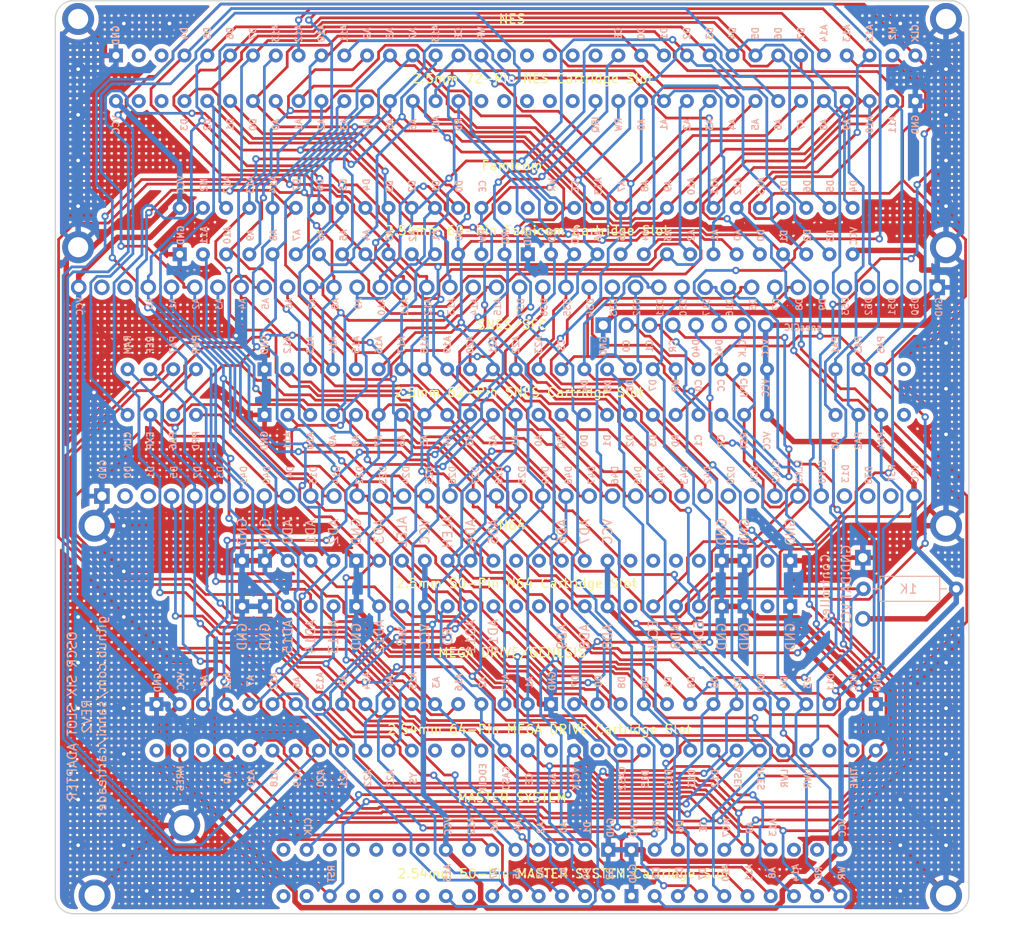
<source format=kicad_pcb>
(kicad_pcb (version 20211014) (generator pcbnew)
  (title_block (title "SIX SLOT ADAPTER") (date "2022-08-19") (rev "V2"))
  (layers (0 "F.Cu" signal) (31 "B.Cu" signal) (34 "B.Paste" user) (35 "F.Paste" user) (36 "B.SilkS" user "B.Silkscreen") (37 "F.SilkS" user "F.Silkscreen") (38 "B.Mask" user) (39 "F.Mask" user) (44 "Edge.Cuts" user))
  (net 0 "")
  (net 1 "D30")
  (net 2 "D31")
  (net 3 "D28")
  (net 4 "D29")
  (net 5 "D26")
  (net 6 "D27")
  (net 7 "D24")
  (net 8 "D25")
  (net 9 "D22")
  (net 10 "D23")
  (net 13 "D16")
  (net 14 "D17")
  (net 15 "D14")
  (net 16 "D15")
  (net 18 "D8")
  (net 19 "D9")
  (net 20 "D6")
  (net 21 "D7")
  (net 22 "D4")
  (net 23 "D5")
  (net 24 "D2")
  (net 25 "D3")
  (net 29 "VCC")
  (net 30 "GND")
  (net 31 "D46")
  (net 32 "D47")
  (net 33 "D44")
  (net 34 "D45")
  (net 35 "D42")
  (net 36 "D43")
  (net 37 "D40")
  (net 38 "D41")
  (net 40 "D36")
  (net 41 "D37")
  (net 42 "D34")
  (net 43 "D32")
  (net 44 "D33")
  (net 45 "A14")
  (net 46 "A15")
  (net 47 "A12")
  (net 48 "A13")
  (net 49 "A10")
  (net 50 "A11")
  (net 51 "A8")
  (net 52 "A9")
  (net 53 "A6")
  (net 54 "A7")
  (net 55 "A4")
  (net 56 "A5")
  (net 57 "A2")
  (net 58 "A3")
  (net 59 "A0")
  (net 60 "A1")
  (net 63 "D35")
  (net 68 "D49")
  (net 69 "D48")
  (net 70 "CLK2")
  (net 71 "CLK1")
  (net 72 "CLK0")
  (net 121 "CIC DATA 1")
  (net 122 "CIC DATA 0")
  (net 125 "CIC RESET")
  (footprint "Connector_PinSocket_2.54mm:PinSocket_1x36_P2.54mm_Vertical" (layer "F.Cu") (at 105.1 104.255 90)
    (fp_text reference "J4")
    (fp_text value "CART SLOT BOTTOM ROW")
  )
  (footprint "Connector_PinSocket_2.54mm:PinSocket_1x38_P2.54mm_Vertical" (layer "F.Cu") (at 102.56 81.395 90)
    (fp_text reference "J3")
    (fp_text value "CART SLOT TOP ROW")
  )
  (footprint "!OSCR:NES_Slot" (layer "F.Cu") (at 141.635 55.995 90)
    (fp_text reference "NES1" hide)
    (fp_text value "NES_Slot" hide)
  )
  (footprint "Connector_PinHeader_2.54mm:PinHeader_1x01_P2.54mm_Vertical" (layer "F.Cu") (at 188.4 111)
    (fp_text reference "JC2")
    (fp_text value "Conn_01x01")
  )
  (footprint "!OSCR:SMS_Slot" (layer "F.Cu") (at 155.45 142.99 90)
    (fp_text reference "SMS1" hide)
    (fp_text value "SMS_Slot" hide)
  )
  (footprint "Connector_PinHeader_2.54mm:PinHeader_1x01_P2.54mm_Vertical" (layer "F.Cu") (at 188.4 117.7)
    (fp_text reference "JC1")
    (fp_text value "Controller")
  )
  (footprint "!OSCR:SNES Slot" (layer "F.Cu") (at 107.905 95.365 90)
    (fp_text reference "SNES1" hide)
    (fp_text value "SNES_Slot" hide)
  )
  (footprint "!OSCR:N64 Slot" (layer "F.Cu") (at 120.45 116.335)
    (fp_text reference "N64" hide)
    (fp_text value "N64_Slot" hide)
  )
  (footprint "!OSCR:MD_Slot" (layer "F.Cu") (at 150.45 129.585 90)
    (fp_text reference "MD1" hide)
    (fp_text value "MD_Slot" hide)
  )
  (footprint "!OSCR:FC_Slot" (layer "F.Cu") (at 146.64 75.235 90)
    (fp_text reference "FC1" hide)
    (fp_text value "FC_Slot" hide)
  )
  (footprint "MountingHole:MountingHole_2.2mm_M2_ISO7380_Pad" (layer "B.Cu") (at 102.5 77 180)
    (fp_text reference "M2_3" hide)
    (fp_text value "Screw_Terminal_01x01")
  )
  (footprint "MountingHole:MountingHole_2.2mm_M2_ISO7380_Pad" (layer "B.Cu") (at 197.5 148 180)
    (fp_text reference "M2_6" hide)
    (fp_text value "Screw_Terminal_01x01")
  )
  (footprint "MountingHole:MountingHole_2.2mm_M2_ISO7380_Pad" (layer "B.Cu") (at 102.5 52 180)
    (fp_text reference "M2_2" hide)
    (fp_text value "Screw_Terminal_01x01")
  )
  (footprint "MountingHole:MountingHole_2.2mm_M2_ISO7380_Pad" (layer "B.Cu") (at 197.5 77 180)
    (fp_text reference "M2_9" hide)
    (fp_text value "Screw_Terminal_01x01")
  )
  (footprint "MountingHole:MountingHole_2.2mm_M2_ISO7380_Pad" (layer "B.Cu") (at 197.5 107.5 180)
    (fp_text reference "M2_8" hide)
    (fp_text value "Screw_Terminal_01x01")
  )
  (footprint "MountingHole:MountingHole_2.2mm_M2_ISO7380_Pad" (layer "B.Cu") (at 104.3 107.5 180)
    (fp_text reference "M2_4" hide)
    (fp_text value "Screw_Terminal_01x01")
  )
  (footprint "MountingHole:MountingHole_2.2mm_M2_ISO7380_Pad" (layer "B.Cu") (at 104.3 148 180)
    (fp_text reference "M2_5" hide)
    (fp_text value "Screw_Terminal_01x01")
  )
  (footprint "Connector_PinHeader_2.54mm:PinHeader_1x08_P2.54mm_Vertical" (layer "B.Cu") (at 177.755 85.539 90)
    (fp_text reference "JCIC1")
    (fp_text value "Conn_01x08" hide)
  )
  (footprint "MountingHole:MountingHole_2.2mm_M2_ISO7380_Pad" (layer "B.Cu") (at 197.5 52 180)
    (fp_text reference "M2_1" hide)
    (fp_text value "Screw_Terminal_01x01")
  )
  (footprint "Resistor_THT:R_Axial_DIN0207_L6.3mm_D2.5mm_P10.16mm_Horizontal" (layer "B.Cu") (at 198.62 114.415 180)
    (fp_text reference "R1" hide)
    (fp_text value "1K" hide)
  )
  (footprint "MountingHole:MountingHole_2.2mm_M2_ISO7380_Pad" (layer "B.Cu") (at 114.11 140.33 180)
    (fp_text reference "M2_7" hide)
    (fp_text value "Screw_Terminal_01x01")
  )
  (gr_arc (start 200 148) (mid 199.414214 149.414214) (end 198 150) (layer "Edge.Cuts") (width 0.15))
  (gr_line (start 100 52) (end 100 148) (layer "Edge.Cuts") (width 0.15))
  (gr_line (start 200 139.635) (end 200 148) (layer "Edge.Cuts") (width 0.15))
  (gr_line (start 102 50) (end 198 50) (layer "Edge.Cuts") (width 0.15))
  (gr_line (start 200 52) (end 200 130.375) (layer "Edge.Cuts") (width 0.15))
  (gr_arc (start 102 150) (mid 100.585786 149.414214) (end 100 148) (layer "Edge.Cuts") (width 0.15))
  (gr_arc (start 99.999999 52) (mid 100.585786 50.585787) (end 102 50) (layer "Edge.Cuts") (width 0.15))
  (gr_arc (start 198 50) (mid 199.414214 50.585786) (end 200 52) (layer "Edge.Cuts") (width 0.15))
  (gr_line (start 102 150) (end 198 150) (layer "Edge.Cuts") (width 0.15))
  (gr_line (start 200 139.635) (end 200 130.375) (layer "Edge.Cuts") (width 0.15))
  (gr_text "A0" (at 152.897013 98.194999 90) (layer "B.SilkS") (effects (font (size 0.7 0.7)) (justify mirror)))
  (gr_text "Controller\n" (at 184.3 114.3 90) (layer "B.SilkS") (effects (font (size 1 1)) (justify mirror)))
  (gr_text "D3\n" (at 184.85 75.775 90) (layer "B.SilkS") (effects (font (size 0.7 0.7)) (justify mirror)))
  (gr_text "D12" (at 172.21 135.165 90) (layer "B.SilkS") (effects (font (size 0.7 0.7)) (justify mirror)))
  (gr_text "D31" (at 166.2 82.49 90) (layer "B.SilkS") (effects (font (size 0.7 0.7) (thickness 0.125)) (justify left mirror)))
  (gr_text "D6" (at 168.39 140.41 90) (layer "B.SilkS") (effects (font (size 0.7 0.7)) (justify mirror)))
  (gr_text "A3" (at 153.07 145.53 90) (layer "B.SilkS") (effects (font (size 0.7 0.7)) (justify mirror)))
  (gr_text "A21" (at 147.905 87.695 90) (layer "B.SilkS") (effects (font (size 0.7 0.7)) (justify mirror)))
  (gr_text "PA1" (at 185.405 87.695 90) (layer "B.SilkS") (effects (font (size 0.7 0.7)) (justify mirror)))
  (gr_text "CS" (at 155.405 87.695 90) (layer "B.SilkS") (effects (font (size 0.7 0.7)) (justify mirror)))
  (gr_text "A10" (at 129.135 53.582556 90) (layer "B.SilkS") (effects (font (size 0.7 0.7)) (justify mirror)))
  (gr_text "A12" (at 174.69 70.322556 90) (layer "B.SilkS") (effects (font (size 0.7 0.7)) (justify mirror)))
  (gr_text "A7" (at 139.135 53.582556 90) (layer "B.SilkS") (effects (font (size 0.7 0.7)) (justify mirror)))
  (gr_text "A5" (at 176.635 63.575 90) (layer "B.SilkS") (effects (font (size 0.7 0.7)) (justify mirror)))
  (gr_text "A5" (at 123.02 82.49 90) (layer "B.SilkS") (effects (font (size 0.7 0.7) (thickness 0.125)) (justify left mirror)))
  (gr_text "A10" (at 141.635 63.574999 90) (layer "B.SilkS") (effects (font (size 0.7 0.7)) (justify mirror)))
  (gr_text "IRQ" (at 155.405 98.195 90) (layer "B.SilkS") (effects (font (size 0.7 0.7)) (justify mirror)))
  (gr_text "AD15" (at 125.45 119.665 90) (layer "B.SilkS") (effects (font (size 1 1)) (justify mirror)))
  (gr_text "D7" (at 126.43 70.162556 90) (layer "B.SilkS") (effects (font (size 0.7 0.7)) (justify mirror)))
  (gr_text "D4" (at 179.79 124.672556 90) (layer "B.SilkS") (effects (font (size 0.7 0.7)) (justify mirror)))
  (gr_text "A6" (at 159.45 75.775 90) (layer "B.SilkS") (effects (font (size 0.7 0.7)) (justify mirror)))
  (gr_text "IRQ" (at 159.135 63.575 90) (layer "B.SilkS") (effects (font (size 0.7 0.7)) (justify mirror)))
  (gr_text "D5" (at 160.483 92.143 90) (layer "B.SilkS") (effects (font (size 0.7 0.7)) (justify mirror)))
  (gr_text "A2" (at 153.15 140.57 90) (layer "B.SilkS") (effects (font (size 0.7 0.7)) (justify mirror)))
  (gr_text "MRES" (at 113.7 135.164999 90) (layer "B.SilkS") (effects (font (size 0.7 0.7)) (justify mirror)))
  (gr_text "AD4" (at 145.45 108.165 90) (layer "B.SilkS") (effects (font (size 1 1)) (justify mirror)))
  (gr_text "A14" (at 123.89 70.162556 90) (layer "B.SilkS") (effects (font (size 0.7 0.7)) (justify mirror)))
  (gr_text "RW" (at 161.635 63.575 90) (layer "B.SilkS") (effects (font (size 0.7 0.7)) (justify mirror)))
  (gr_text "RD" (at 142.95 119.665 90) (layer "B.SilkS") (effects (font (size 1 1)) (justify mirror)))
  (gr_text "GND" (at 159.975 87.825 90) (layer "B.SilkS") (effects (font (size 0.7 0.7)) (justify mirror)))
  (gr_text "RD" (at 144.135 63.574999 90) (layer "B.SilkS") (effects (font (size 0.7 0.7)) (justify mirror)))
  (gr_text "D6" (at 176.36 82.49 90) (layer "B.SilkS") (effects (font (size 0.7 0.7) (thickness 0.125)) (justify left mirror)))
  (gr_text "A18" (at 123.95 135.164999 90) (layer "B.SilkS") (effects (font (size 0.7 0.7)) (justify mirror)))
  (gr_text "PRD" (at 115.397659 98.194999 90) (layer "B.SilkS") (effects (font (size 0.7 0.7)) (justify mirror)))
  (gr_text "AD3" (at 135.45 108.165 90) (layer "B.SilkS") (effects (font (size 1 1)) (justify mirror)))
  (gr_text "D2" (at 162.905 98.195 90) (layer "B.SilkS") (effects (font (size 0.7 0.7)) (justify mirror)))
  (gr_text "PA3" (at 187.919895 87.687444 90) (layer "B.SilkS") (effects (font (size 0.7 0.7)) (justify mirror)))
  (gr_text "WR" (at 146.635 53.582556 90) (layer "B.SilkS") (effects (font (size 0.7 0.7)) (justify mirror)))
  (gr_text "A7" (at 121.37 124.512556 90) (layer "B.SilkS") (effects (font (size 0.7 0.7)) (justify mirror)))
  (gr_text "AD2" (at 130.45 108.165 90) (layer "B.SilkS") (effects (font (size 1 1)) (justify mirror)))
  (gr_text "VCLK\n" (at 156.97 135.245 90) (layer "B.SilkS") (effects (font (size 0.7 0.7)) (justify mirror)))
  (gr_text "A14" (at 130.405 87.695 90) (layer "B.SilkS") (effects (font (size 0.7 0.7)) (justify mirror)))
  (gr_text "A10" (at 135.72 82.49 90) (layer "B.SilkS") (effects (font (size 0.7 0.7) (thickness 0.125)) (justify left mirror)))
  (gr_text "ALEH" (at 142.95 108.165 90) (layer "B.SilkS") (effects (font (size 1 1)) (justify mirror)))
  (gr_text "A7" (at 128.1 82.49 90) (layer "B.SilkS") (effects (font (size 0.7 0.7) (thickness 0.125)) (justify left mirror)))
  (gr_text "D0" (at 121.635 63.574999 90) (layer "B.SilkS") (effects (font (size 0.7 0.7)) (justify mirror)))
  (gr_text "GND" (at 120.45 108.165 90) (layer "B.SilkS") (effects (font (size 1 1)) (justify mirror)))
  (gr_text "GND" (at 160.77 140.57 90) (layer "B.SilkS") (effects (font (size 0.7 0.7)) (justify mirror)))
  (gr_text "EXP" (at 110.405 98.195 90) (layer "B.SilkS") (effects (font (size 0.7 0.7)) (justify mirror)))
  (gr_text "D1" (at 119.135 63.574999 90) (layer "B.SilkS") (effects (font (size 0.7 0.7)) (justify mirror)))
  (gr_text "CC" (at 172.905 92.143 90) (layer "B.SilkS") (effects (font (size 0.7 0.7)) (justify mirror)))
  (gr_text "D22" (at 133.32 100.869 90) (layer "B.SilkS") (effects (font (size 0.7 0.7) (thickness 0.125)) (justify left mirror)))
  (gr_text "D41" (at 120.62 100.869 90) (layer "B.SilkS") (effects (font (size 0.7 0.7) (thickness 0.125)) (justify left mirror)))
  (gr_text "VCC" (at 177.755 92.397 90) (layer "B.SilkS") (effects (font (size 0.7 0.7)) (justify mirror)))
  (gr_text "D4" (at 165.85 140.41 90) (layer "B.SilkS") (effects (font (size 0.7 0.7)) (justify mirror)))
  (gr_text "A9" (at 134.135 53.582556 90) (layer "B.SilkS") (effects (font (size 0.7 0.7)) (justify mirror)))
  (gr_text "A11" (at 131.635 53.582556 90) (layer "B.SilkS") (effects (font (size 0.7 0.7)) (justify mirror)))
  (gr_text "PA7" (at 112.905 87.695 90) (layer "B.SilkS") (effects (font (size 0.7 0.7)) (justify mirror)))
  (gr_text "A16" (at 135.405 87.695 90) (layer "B.SilkS") (effects (font (size 0.7 0.7)) (justify mirror)))
  (gr_text "D1" (at 179.77 75.775 90) (layer "B.SilkS") (effects (font (size 0.7 0.7)) (justify mirror)))
  (gr_text "AD8\n" (at 167.95 119.665 90) (layer "B.SilkS") (effects (font (size 1 1)) (justify mirror)))
  (gr_text "A4" (at 136.61 124.512556 90) (layer "B.SilkS") (effects (font (size 0.7 0.7)) (justify mirror)))
  (gr_text "A0" (at 110.32 82.49 90) (layer "B.SilkS") (effects (font (size 0.7 0.7) (thickness 0.125)) (justify left mirror)))
  (gr_text "A17" (at 149.31 124.672556 90) (layer "B.SilkS") (effects (font (size 0.7 0.7)) (justify mirror)))
  (gr_text "D30" (at 168.74 82.49 90) (layer "B.SilkS") (effects (font (size 0.7 0.7) (thickness 0.125)) (justify left mirror)))
  (gr_text "D47" (at 158.72 100.869 90) (layer "B.SilkS") (effects (font (size 0.7 0.7) (thickness 0.125)) (justify left mirror)))
  (gr_text "D20" (at 173.96 100.869 90) (layer "B.SilkS") (effects (font (size 0.7 0.7) (thickness 0.125)) (justify left mirror)))
  (gr_text "D43" (at 168.88 100.869 90) (layer "B.SilkS") (effects (font (size 0.7 0.7) (thickness 0.125)) (justify left mirror)))
  (gr_text "A12" (at 145.53 140.41 90) (layer "B.SilkS") (effects (font (size 0.7 0.7)) (justify mirror)))
  (gr_text "A1" (at 155.61 145.53 90) (layer "B.SilkS") (effects (font (size 0.7 0.7)) (justify mirror)))
  (gr_text "A2" (at 115.4 82.49 90) (layer "B.SilkS") (effects (font (size 0.7 0.7) (thickness 0.125)) (justify left mirror)))
  (gr_text "D7" (at 170.85 145.61 90) (layer "B.SilkS") (effects (font (size 0.7 0.7)) (justify mirror)))
  (gr_text "D51" (at 191.58 82.37 90) (layer "B.SilkS") (effects (font (size 0.7 0.7) (thickness 0.125)) (justify left mirror)))
  (gr_text "A6" (at 137.889673 98.194999 90) (layer "B.SilkS") (effects (font (size 0.7 0.7)) (justify mirror)))
  (gr_text "D28" (at 148.56 100.869 90) (layer "B.SilkS") (effects (font (size 0.7 0.7) (thickness 0.125)) (justify left mirror)))
  (gr_text "D34" (at 158.58 82.49 90) (layer "B.SilkS") (effects (font (size 0.7 0.7) (thickness 0.125)) (justify left mirror)))
  (gr_text "A10" (at 156.91 75.695 90) (layer "B.SilkS") (effects (font (size 0.7 0.7)) (justify mirror)))
  (gr_text "D2" (at 115.54 100.869 90) (layer "B.SilkS") (effects (font (size 0.7 0.7) (thickness 0.125)) (justify left mirror)))
  (gr_text "PA6" (at 112.890104 98.194999 90) (layer "B.SilkS") (effects (font (size 0.7 0.7)) (justify mirror)))
  (gr_text "D1" (at 167.09 124.672556 90) (layer "B.SilkS") (effects (font (size 0.7 0.7)) (justify mirror)))
  (gr_text "D6" (at 164.55 124.672556 90) (layer "B.SilkS") (effects (font (size 0.7 0.7)) (justify mirror)))
  (gr_text "YS" (at 139.2 135.164999 90) (layer "B.SilkS") (effects (font (size 0.7 0.7)) (justify mirror)))
  (gr_text "A9" (at 186.635 63.575 90) (layer "B.SilkS") (effects (font (size 0.7 0.7)) (justify mirror)))
  (gr_text "D38" (at 189.04 100.869 90) (layer "B.SilkS") (effects (font (size 0.7 0.7) (thickness 0.125)) (justify left mirror)))
  (gr_text "A19" (at 142.905 87.695 90) (layer "B.SilkS") (effects (font (size 0.7 0.7)) (justify mirror)))
  (gr_text "D5" (at 113 100.869 90) (layer "B.SilkS") (effects (font (size 0.7 0.7) (thickness 0.125)) (justify left mirror)))
  (gr_text "D0" (at 177.23 75.695 90) (layer "B.SilkS") (effects (font (size 0.7 0.7)) (justify mirror)))
  (gr_text "CLK2" (at 178.88 100.191 90) (layer "B.SilkS") (effects (font (size 0.7 0.7) (thickness 0.125)) (justify left mirror)))
  (gr_text "D32" (at 163.66 82.49 90) (layer "B.SilkS") (effects (font (size 0.7 0.7) (thickness 0.125)) (justify left mirror)))
  (gr_text "D1" (at 141.67 70.322556 90) (layer "B.SilkS") (effects (font (size 0.7 0.7)) (justify mirror)))
  (gr_text "A12" (at 123.91 124.512556 90) (layer "B.SilkS") (effects (font (size 0.7 0.7)) (justify mirror)))
  (gr_text "D8" (at 162.01 124.672556 90) (layer "B.SilkS") (effects (font (size 0.7 0.7)) (justify mirror)))
  (gr_text "AD1" (at 127.95 108.165 90) (layer "B.SilkS") (effects (font (size 1 1)) (justify mirror)))
  (gr_text "VCC" (at 140.45 119.665 90) (layer "B.SilkS") (effects (font (size 1 1)) (justify mirror)))
  (gr_text "A1" (at 172.15 75.695 90) (layer "B.SilkS") (effects (font (size 0.7 0.7)) (justify mirror)))
  (gr_text "A9" (at 176.01 140.57 90) (layer "B.SilkS") (effects (font (size 0.7 0.7)) (justify mirror)))
  (gr_text "GND" (at 186.6 111.1 90) (layer "B.SilkS") (effects (font (size 1 1)) (justify mirror)))
  (gr_text "CE" (at 151.89 135.245 90) (layer "B.SilkS") (effects (font (size 0.7 0.7)) (justify mirror)))
  (gr_text "VCC" (at 140.45 108.165 90) (layer "B.SilkS") (effects (font (size 1 1)) (justify mirror)))
  (gr_text "A3" (at 145.374346 98.194999 90) (layer "B.SilkS") (effects (font (size 0.7 0.7)) (justify mirror)))
  (gr_text "UWR" (at 182.37 135.165 90) (layer "B.SilkS") (effects (font (size 0.7 0.7)) (justify mirror)))
  (gr_text "GND\n" (at 113.73 75.694999 90) (layer "B.SilkS") (effects (font (size 0.7 0.7)) (justify mirror)))
  (gr_text "D1\n" (at 166.635 53.582556 90) (layer "B.SilkS") (effects (font (size 0.7 0.7)) (justify mirror)))
  (gr_text "D7" (at 178.9 82.49 90) (layer "B.SilkS") (effects (font (size 0.7 0.7) (thickness 0.125)) (justify left mirror)))
  (gr_text "A9" (at 133.18 82.49 90) (layer "B.SilkS") (effects (font (size 0.7 0.7) (thickness 0.125)) (justify left mirror)))
  (gr_text "A16" (at 144.16 124.672556 90) (layer "B.SilkS") (effects (font (size 0.7 0.7)) (justify mirror)))
  (gr_text "D10" (at 177.25 124.672556 90) (layer "B.SilkS") (effects (font (size 0.7 0.7)) (justify mirror)))
  (gr_text "A6" (at 179.135 63.575 90) (layer "B.SilkS") (effects (font (size 0.7 0.7)) (justify mirror)))
  (gr_text "D15" (at 128.24 100.869 90) (layer "B.SilkS") (effects (font (size 0.7 0.7) (thickness 0.125)) (justify left mirror)))
  (gr_text "CLK" (at 194.135 53.575 90) (layer "B.SilkS") (effects (font (size 0.7 0.7)) (justify mirror)))
  (gr_text "D2" (at 174.71 124.672556 90) (layer "B.SilkS") (effects (font (size 0.7 0.7)) (justify mirror)))
  (gr_text "GND" (at 180.45 108.165 90) (layer "B.SilkS") (effects (font (size 1 1)) (justify mirror)))
  (gr_text "D42" (at 171.42 100.869 90) (layer "B.SilkS") (effects (font (size 0.7 0.7) (thickness 0.125)) (justify left mirror)))
  (gr_text "A1" (at 150.389457 98.194999 90) (layer "B.SilkS") (effects (font (size 0.7 0.7)) (justify mirror)))
  (gr_text "A2" (at 139.13 75.775 90) (layer "B.SilkS") (effects (font (size 0.7 0.7)) (justify mirror)))
  (gr_text "A1" (at 151.88 124.672556 90) (layer "B.SilkS") (effects (font (size 0.7 0.7)) (justify mirror)))
  (gr_text "A7" (at 161.99 70.322556 90) (layer "B.SilkS") (effects (font (size 0.7 0.7)) (justify mirror)))
  (gr_text "RD" (at 154.37 75.775 90) (layer "B.SilkS") (effects (font (size 0.7 0.7)) (justify mirror)))
  (gr_text "D40" (at 170.135 88.079 90) (layer "B.SilkS") (effects (font (size 0.7 0.7)) (justify mirror)))
  (gr_text "A10" (at 169.61 70.322556 90) (layer "B.SilkS") (effects (font (size 0.7 0.7)) (justify mirror)))
  (gr_text "D2" (at 160.69 145.61 90) (layer "B.SilkS") (effects (font (size 0.7 0.7)) (justify mirror)))
  (gr_text "D7" (at 181.635 53.582556 90) (layer "B.SilkS") (effects (font (size 0.7 0.7)) (justify mirror)))
  (gr_text "A13" (at 159.45 70.322556 90) (layer "B.SilkS") (effects (font (size 0.7 0.7)) (justify mirror)))
  (gr_text "RW" (at 146.75 75.775 90) (layer "B.SilkS") (effects (font (size 0.7 0.7)) (justify mirror)))
  (gr_text "GND" (at 132.95 119.665 90) (layer "B.SilkS") (effects (font (size 1 1)) (justify mirror)))
  (gr_text "AD10" (at 147.942872 119.615597 90) (layer "B.SilkS") (effects (font (size 1 1)) (justify mirror)))
  (gr_text "WR" (at 167.905 92.143 90) (layer "B.SilkS") (effects (font (size 0.7 0.7)) (justify mirror)))
  (gr_text "CLK0" (at 183.96 100.191 90) (layer "B.SilkS") (effects (font (size 0.7 0.7) (thickness 0.125)) (justify left mirror)))
  (gr_text "CLK" (at 127.67 140.45 90) (layer "B.SilkS") (effects (font (size 0.7 0.7)) (justify mirror)))
  (gr_text "A22" (at 134.2 135.164999 90) (layer "B.SilkS") (effects (font (size 0.7 0.7)) (justify mirror)))
  (gr_text "VCC" (at 186.6 117.4 90) (layer "B.SilkS") (effects (font (size 1 1)) (justify mirror)))
  (gr_text "REF" (at 110.405 87.695 90) (layer "B.SilkS") (effects (font (size 0.7 0.7)) (justify mirror)))
  (gr_text "D5" (at 172.17 124.672556 90) (layer "B.SilkS") (effects (font (size 0.7 0.7)) (justify mirror)))
  (gr_text "A22" (at 150.405 87.695 90) (layer "B.SilkS") (effects (font (size 0.7 0.7)) (justify mirror)))
  (gr_text "AS" (at 154.43 135.245 90) (layer "B.SilkS") (effects (font (size 0.7 0.7)) (justify mirror)))
  (gr_text "D7" (at 156.93 124.512556 90) (layer "B.SilkS") (effects (font (size 0.7 0.7)) (justify mirror)))
  (gr_text "RST" (at 175.405 98.195 90) (layer "B.SilkS") (effects (font (size 0.7 0.7)) (justify mirror)))
  (gr_text "D25" (at 140.94 100.869 90) (layer "B.SilkS") (effects (font (size 0.7 0.7) (thickness 0.125)) (justify left mirror)))
  (gr_text "PA4" (at 190.405 98.195 90) (layer "B.SilkS") (effects (font (size 0.7 0.7)) (justify mirror)))
  (gr_text "A5" (at 161.99 75.695 90) (layer "B.SilkS") (effects (font (size 0.7 0.7)) (justify mirror)))
  (gr_text "PA2" (at 187.905 98.195 90) (layer "B.SilkS") (effects (font (size 0.7 0.7)) (justify mirror)))
  (gr_text "A10" (at 121.41 135.164999 90) (layer "B.SilkS") (effects (font (size 0.7 0.7)) (justify mirror)))
  (gr_text "A4" (at 134.135 63.574999 90) (layer "B.SilkS") (effects (font (size 0.7 0.7)) (justify mirror)))
  (gr_text "D3" (at 182.33 124.672556 90) (layer "B.SilkS") (effects (font (size 0.7 0.7)) (justify mirror)))
  (gr_text "A4" (at 174.135 63.575 90) (layer "B.SilkS") (effects (font (size 0.7 0.7)) (justify mirror)))
  (gr_text "GND" (at 175.45 108.165 90) (layer "B.SilkS") (effects (font (size 1 1)) (justify mirror)))
  (gr_text "A5" (at 131.53 124.512556 90) (layer "B.SilkS") (effects (font (size 0.7 0.7)) (justify mirror)))
  (gr_text "CE" (at 146.78 70.322556 90) (layer "B.SilkS") (effects (font (size 0.7 0.7)) (justify mirror)))
  (gr_text "RAM" (at 107.905 87.695 90) (layer "B.SilkS") (effects (font (size 0.7 0.7)) (justify mirror)))
  (gr_text "A2" (at 169.61 75.695 90) (layer "B.SilkS") (effects (font (size 0.7 0.7)) (justify mirror)))
  (gr_text "D9" (at 169.63 124.672556 90) (layer "B.SilkS") (effects (font (size 0.7 0.7)) (justify mirror)))
  (gr_text "GND" (at 196.72 82.411 90) (layer "B.SilkS") (effects (font (size 0.7 0.7) (thickness 0.125)) (justify left mirror)))
  (gr_text "CE" (at 144.135 53.582556 90) (layer "B.SilkS") (effects (font (size 0.7 0.7)) (justify mirror)))
  (gr_text "GND" (at 122.95 108.165 90) (layer "B.SilkS") (effects (font (size 1 1)) (justify mirror)))
  (gr_text "D53" (at 186.5 82.37 90) (layer "B.SilkS") (effects (font (size 0.7 0.7) (thickness 0.125)) (justify left mirror)))
  (gr_text "ALEL" (at 137.95 108.165 90) (layer "B.SilkS") (effects (font (size 1 1)) (justify mirror)))
  (gr_text "A8" (at 178.47 145.53 90) (layer "B.SilkS") (effects (font (size 0.7 0.7)) (justify mirror)))
  (gr_text "A4" (at 142.904784 98.194999 90) (layer "B.SilkS") (effects (font (size 0.7 0.7)) (justify mirror)))
  (gr_text "A11" (at 125.389888 98.194999 90) (layer "B.SilkS") (effects (font (size 0.7 0.7)) (justify mirror)))
  (gr_text "GND" (at 172.95 108.165 90) (layer "B.SilkS") (effects (font (size 1 1)) (justify mirror)))
  (gr_text "D7\n" (at 179.77 70.322556 90) (layer "B.SilkS") (effects (font (size 0.7 0.7)) (justify mirror)))
  (gr_text "M07" (at 173.47 140.57 90) (layer "B.SilkS") (effects (font (size 0.7 0.7)) (justify mirror)))
  (gr_text "A8" (at 116.29 124.512556 90) (layer "B.SilkS") (effects (font (size 0.7 0.7)) (justify mirror)))
  (gr_text "D48" (at 156.18 100.869 90) (layer "B.SilkS") (effects (font (size 0.7 0.7) (thickness 0.125)) (justify left mirror)))
  (gr_text "A7" (at 135.382117 98.194999 90) (layer "B.SilkS") (effects (font (size 0.7 0.7)) (justify mirror)))
  (gr_text "A8" (at 123.89 75.694999 90) (layer "B.SilkS") (effects (font (size 0.7 0.7)) (justify mirror)))
  (gr_text "VCC" (at 186.17 140.57 90) (layer "B.SilkS") (effects (font (size 0.7 0.7)) (justify mirror)))
  (gr_text "VRES" (at 177.29 135.165 90) (layer "B.SilkS") (effects (font (size 0.7 0.7)) (justify mirror)))
  (gr_text "A2" (at 129.135 63.574999 90) (layer "B.SilkS") (effects (font (size 0.7 0.7)) (justify mirror)))
  (gr_text "A5" (at 131.56 75.694999 90) (layer "B.SilkS") (effects (font (size 0.7 0.7)) (justify mirror)))
  (gr_text "VCC" (at 102.68 82.37 90) (layer "B.SilkS") (effects (font (size 0.7 0.7) (thickness 0.125)) (justify left mirror)))
  (gr_text "A10" (at 173.39 145.53 90) (layer "B.SilkS") (effects (font (size 0.7 0.7)) (justify mirror)))
  (gr_text "A5" (at 150.53 145.61 90) (layer "B.SilkS") (effects (font (size 0.7 0.7)) (justify mirror)))
  (gr_text "PA0" (at 185.405 98.195 90) (layer "B.SilkS") (effects (font (size 0.7 0.7)) (justify mirror)))
  (gr_text "GND" (at 105.22 100.191 90) (layer "B.SilkS") (effects (font (size 0.7 0.7) (thickness 0.125)) (justify left mirror)))
  (gr_text "GND" (at 154.39 124.512556 90) (layer "B.SilkS") (effects (font (size 0.7 0.7)) (justify mirror)))
  (gr_text "A14" (at 145.88 82.49 90) (layer "B.SilkS") (effects (font (size 0.7 0.7) (thickness 0.125)) (justify left mirror)))
  (gr_text "A20" (at 129.03 135.164999 90) (layer "B.SilkS") (effects (font (size 0.7 0.7)) (justify mirror)))
  (gr_text "A21" (at 131.57 135.164999 90) (layer "B.SilkS") (effects (font (size 0.7 0.7)) (justify mirror)))
  (gr_text "A9" (at 121.35 75.694999 90) (layer "B.SilkS") (effects (font (size 0.7 0.7)) (justify mirror)))
  (gr_text "A3" (at 167.07 75.695 90) (layer "B.SilkS") (effects (font (size 0.7 0.7)) (justify mirror)))
  (gr_text "A6" (at 126.45 124.672556 90) (layer "B.SilkS") (effects (font (size 0.7 0.7)) (justify mirror)))
  (gr_text "D13" (at 186.5 100.699 90) (layer "B.SilkS") (effects (font (size 0.7 0.7) (thickness 0.125)) (justify left mirror)))
  (gr_text "D2" (at 139.06 70.322556 90) (layer "B.SilkS") (effects (font (size 0.7 0.7)) (justify mirror)))
  (gr_text "D3" (at 171.635 53.582556 90) (layer "B.SilkS") (effects (font (size 0.7 0.7)) (justify mirror)))
  (gr_text "GND" (at 194.135 63.575 90) (layer "B.SilkS") (effects (font (size 0.7 0.7)) (justify mirror)))
  (gr_text "D21" (at 176.5 100.869 90) (layer "B.SilkS") (effects (font (size 0.7 0.7) (thickness 0.125)) (justify left mirror)))
  (gr_text "GND" (at 111.21 124.672556 90) (layer "B.SilkS") (effects (font (size 0.7 0.7)) (justify mirror)))
  (gr_text "D44" (at 166.34 100.869 90) (layer "B.SilkS") (effects (font (size 0.7 0.7) (thickness 0.125)) (justify left mirror)))
  (gr_text "A14" (at 181.01 145.53 90) (layer "B.SilkS") (effects (font (size 0.7 0.7)) (justify mirror)))
  (gr_text "A14" (at 184.135 53.582556 90) (layer "B.SilkS") (effects (font (size 0.7 0.7)) (justify mirror)))
  (gr_text "VCC" (at 187.41 124.665 90) (layer "B.SilkS") (effects (font (size 0.7 0.7)) (justify mirror)))
  (gr_text "GND" (at 180.45 119.665 90) (layer "B.SilkS") (effects (font (size 1 1)) (justify mirror)))
  (gr_text "A1" (at 112.86 82.49 90) (layer "B.SilkS") (effects (font (size 0.7 0.7) (thickness 0.125)) (justify left mirror)))
  (gr_text "VCC" (at 160.45 108.165 90) (layer "B.SilkS") (effects (font (size 1 1)) (justify mirror)))
  (gr_text "GND" (at 163.23 145.61 90) (layer "B.SilkS") (effects (font (size 0.7 0.7)) (justify mirror)))
  (gr_text "A11" (at 172.15 70.322556 90) (layer "B.SilkS") (effects (font (size 0.7 0.7)) (justify mirror)))
  (gr_text "CR" (at 167.595 87.825 90) (layer "B.SilkS") (effects (font (size 0.7 0.7)) (justify mirror)))
  (gr_text "A3" (at 117.94 82.49 90) (layer "B.SilkS") (effects (font (size 0.7 0.7) (thickness 0.125)) (justify left mirror)))
  (gr_text "VCC" (at 187.39 75.775 90) (layer "B.SilkS") (effects (font (size 0.7 0.7)) (justify mirror)))
  (gr_text "CE" (at 170.93 140.41 90) (layer "B.SilkS") (effects (font (size 0.7 0.7)) (justify mirror)))
  (gr_text "D33" (at 161.12 82.49 90) (layer "B.SilkS") (effects (font (size 0.7 0.7) (thickness 0.125)) (justify left mirror)))
  (gr_text "A9" (at 130.367006 98.194999 90) (layer "B.SilkS") (effects (font (size 0.7 0.7)) (justify mirror)))
  (gr_text "D2" (at 116.635 63.574999 90) (layer "B.SilkS") (effects (font (size 0.7 0.7)) (justify mirror)))
  (gr_text "A5" (at 140.397228 98.194999 90) (layer "B.SilkS") (effects (font (size 0.7 0.7)) (justify mirror)))
  (gr_text "D52" (at 189.04 82.37 90) (layer "B.SilkS") (effects (font (size 0.7 0.7) (thickness 0.125)) (justify left mirror)))
  (gr_text "D3" (at 114.135 63.574999 90) (layer "B.SilkS") (effects (font (size 0.7 0.7)) (justify mirror)))
  (gr_text "CLK1" (at 181.42 100.191 90) (layer "B.SilkS") (effects (font (size 0.7 0.7) (thickness 0.125)) (justify left mirror)))
  (gr_text "TIME" (at 187.45 135.165 90) (layer "B.SilkS") (effects (font (size 0.7 0.7)) (justify mirror)))
  (gr_text "D5" (at 131.51 70.162556 90) (layer "B.SilkS") (effects (font (size 0.7 0.7)) (justify mirror)))
  (gr_text "A6" (at 129.06 75.694999 90) (layer "B.SilkS") (effects (font (size 0.7 0.7)) (justify mirror)))
  (gr_text "VCC" (at 142.99 140.41 90) (layer "B.SilkS") (effects (font (size 0.7 0.7)) (justify mirror)))
  (gr_text "M2" (at 116.27 70.162556 90) (layer "B.SilkS") (effects (font (size 0.7 0.7)) (justify mirror)))
  (gr_text "AD14" (at 127.95 119.665 90) (layer "B.SilkS") (effects (font (size 1 1)) (justify mirror)))
  (gr_text "A9" (at 167.07 70.322556 90) (layer "B.SilkS") (effects (font (size 0.7 0.7)) (justify mirror)))
  (gr_text "RD" (at 167.905 98.195 90) (layer "B.SilkS") (effects (font (size 0.7 0.7)) (justify mirror)))
  (gr_text "D4" (at 187.39 70.315 90) (layer "B.SilkS") (effects (font (size 0.7 0.7)) (justify mirror)))
  (gr_text "D41" (at 172.675 88.079 90) (layer "B.SilkS") (effects (font (size 0.7 0.7)) (justify mirror)))
  (gr_text "D4" (at 134.06 70.162556 90) (layer "B.SilkS") (effects (font (size 0.7 0.7)) (justify mirror)))
  (gr_text "A15" (at 139.16 124.512556 90) (layer "B.SilkS") (effects (font (size 0.7 0.7)) (justify mirror)))
  (gr_text "D4" (at 114.135 53.582556 90) (layer "B.SilkS") (effects (font (size 0.7 0.7)) (justify mirror)))
  (gr_text "AD9" (at 155.45 119.665 90) (layer "B.SilkS") (effects (font (size 1 1)) (justify mirror)))
  (gr_text "A14\n" (at 134.07 124.512556 90) (layer "B.SilkS") (effects (font (size 0.7 0.7)) (justify mirror)))
  (gr_text "GND" (at 120.45 119.665 90) (layer "B.SilkS") (effects (font (size 1 1)) (justify mirror)))
  (gr_text "A13" (at 128.99 124.512556 90) (layer "B.SilkS") (effects (font (size 0.7 0.7)) (justify mirror)))
  (gr_text "AD5" (at 147.95 108.165 90) (layer "B.SilkS") (effects (font (size 1 1)) (justify mirror)))
  (gr_text "D23" (at 135.86 100.869 90) (layer "B.SilkS") (effects (font (size 0.7 0.7) (thickness 0.125)) (justify left mirror)))
  (gr_text "A3" (at 131.635 63.574999 90) (layer "B.SilkS") (effects (font (size 0.7 0.7)) (justify mirror)))
  (gr_text "A8" (at 132.874562 98.194999 90) (layer "B.SilkS") (effects (font (size 0.7 0.7)) (justify mirror)))
  (gr_text "D36" (at 153.5 82.49 90) (layer "B.SilkS") (effects (font (size 0.7 0.7) (thickness 0.125)) (justify left mirror)))
  (gr_text "D26" (at 143.48 100.869 90) (layer "B.SilkS") (effects (font (size 0.7 0.7) (thickness 0.125)) (justify left mirror)))
  (gr_text "D7" (at 121.635 53.582556 90) (layer "B.SilkS") (effects (font (size 0.7 0.7)) (justify mirror)))
  (gr_text "CLK" (at 175.215 88.079 90) (layer "B.SilkS") (effects (font (size 0.7 0.7)) (justify mirror)))
  (gr_text "D6" (at 182.31 70.315 90) (layer "B.SilkS") (effects (font (size 0.7 0.7)) (justify mirror)))
  (gr_text "A7" (at 181.635 63.575 90) (layer "B.SilkS") (effects (font (size 0.7 0.7)) (justify mirror)))
  (gr_text "A6" (at 139.135 63.574999 90) (layer "B.SilkS") (effects (font (size 0.7 0.7)) (justify mirror)))
  (gr_text "D0" (at 157.905 98.195 90) (layer "B.SilkS") (effects (font (size 0.7 0.7)) (justify mirror)))
  (gr_text "A6" (at 125.56 82.49 90) (layer "B.SilkS") (effects (font (size 0.7 0.7) (thickness 0.125)) (justify left mirror)))
  (gr_text "AD7" (at 157.95 108.165 90) (layer "B.SilkS") (effects (font (size 1 1)) (justify mirror)))
  (gr_text "A18" (at 140.405 87.695 90) (layer "B.SilkS") (effects (font (size 0.7 0.7)) (justify mirror)))
  (gr_text "A23" (at 136.7 135.164999 90) (layer "B.SilkS") (effects (font (size 0.7 0.7)) (justify mirror)))
  (gr_text "A11" (at 175.93 145.53 90) (layer "B.SilkS") (effects (font (size 0.7 0.7)) (justify mirror)))
  (gr_text "DAT" (at 186.6 114.3 90) (layer "B.SilkS") (effects (font (size 1 1)) (justify mirror)))
  (gr_text "GND" (at 151.72 75.775 90) (layer "B.SilkS") (effects (font (size 0.7 0.7)) (justify mirror)))
  (gr_text "D29" (at 151.1 100.869 90) (layer "B.SilkS") (effects (font (size 0.7 0.7) (thickness 0.125)) (justify left mirror)))
  (gr_text "ASEL" (at 174.75 135.165 90) (layer "B.SilkS") (effects (font (size 0.7 0.7)) (justify mirror)))
  (gr_text "VCC" (at 106.635 63.575 90) (layer "B.SilkS") (effects (font (size 0.7 0.7)) (justify mirror)))
  (gr_text "A7" (at 126.43 75.694999 90) (layer "B.SilkS") (effects (font (size 0.7 0.7)) (justify mirror)))
  (gr_text "D6" (at 128.97 70.162556 90) (layer "B.SilkS") (effects (font (size 0.7 0.7)) (justify mirror)))
  (gr_text "A11" (at 191.635 63.575 90) (layer "B.SilkS") (effects (font (size 0.7 0.7)) (justify mirror)))
  (gr_text "A4" (at 164.53 75.695 90) (layer "B.SilkS") (effects (font (size 0.7 0.7)) (justify mirror)))
  (gr_text "D4" (at 174.135 53.582556 90) (layer "B.SilkS") (effects (font (size 0.7 0.7)) (justify mirror)))
  (gr_text "A1" (at 166.635 63.575 90) (layer "B.SilkS") (effects (font (size 0.7 0.7)) (justify mirror)))
  (gr_text "EDAT" (at 170.45 119.665 90) (layer "B.SilkS") (effects (font (size 1 1)) (justify mirror)))
  (gr_text "EDCLK\n" (at 146.81 135.165 90) (layer "B.SilkS") (effects (font (size 0.7 0.7)) (justify mirror)))
  (gr_text "D4" (at 157.943 92.143 90) (layer "B.SilkS") (effects (font (size 0.7 0.7)) (justify mirror)))
  (gr_text "D0" (at 107.92 100.869 90) (layer "B.SilkS") (effects (font (size 0.7 0.7) (thickness 0.125)) (justify left mirror)))
  (gr_text "D50" (at 194.12 82.37 90) (layer "B.SilkS") (effects (font (size 0.7 0.7) (thickness 0.125)) (justify left mirror)))
  (gr_text "A13" (at 178.55 140.57 90) (layer "B.SilkS") (effects (font (size 0.7 0.7)) (justify mirror)))
  (gr_text "A2" (at 147.905 98.195 90) (layer "B.SilkS") (effects (font (size 0.7 0.7)) (justify mirror)))
  (gr_text "A11" (at 118.83 124.512556 90) (layer "B.SilkS") (effects (font (size 0.7 0.7)) (justify mirror)))
  (gr_text "GND" (at 132.95 108.165 90) (layer "B.SilkS") (effects (font (size 1 1)) (justify mirror)))
  (gr_text "A0" (at 174.69 75.695 90) (layer "B.SilkS") (effects (font (size 0.7 0.7)) (justify mirror)))
  (gr_text "A6" (at 148.07 140.41 90) (layer "B.SilkS") (effects (font (size 0.7 0.7)) (justify mirror)))
  (gr_text "A1\n" (at 126.635 63.574999 90) (layer "B.SilkS") (effects (font (size 0.7 0.7)) (justify mirror)))
  (gr_text "A2" (at 169.135 63.575 90) (layer "B.SilkS") (effects (font (size 0.7 0.7)) (justify mirror)))
  (gr_text "1K" (at 193.3748 114.43) (layer "B.SilkS") (effects (font (size 1 1)) (justify mirror)))
  (gr_text "D35" (at 156.04 82.49 90) (layer "B.SilkS") (effects (font (size 0.7 0.7) (thickness 0.125)) (justify left mirror)))
  (gr_text "A15" (at 148.42 82.49 90) (layer "B.SilkS") (effects (font (size 0.7 0.7) (thickness 0.125)) (justify left mirror)))
  (gr_text "ECLK" (at 165.45 119.665 90) (layer "B.SilkS") (effects (font (size 1 1)) (justify mirror)))
  (gr_text "D24" (at 138.4 100.869 90) (layer "B.SilkS") (effects (font (size 0.7 0.7) (thickness 0.125)) (justify left mirror)))
  (gr_text "VCC" (at 177.755 88.079 90) (layer "B.SilkS") (effects (font (size 0.7 0.7)) (justify mirror)))
  (gr_text "AD8\n" (at 157.95 119.665 90) (layer "B.SilkS") (effects (font (size 1 1)) (justify mirror)))
  (gr_text "GND" (at 175.45 119.665 90) (layer "B.SilkS") (effects (font (size 1 1)) (justify mirror)))
  (gr_text "A9\n" (at 118.87 135.164999 90) (layer "B.SilkS") (effects (font (size 0.7 0.7)) (justify mirror)))
  (gr_text "C0" (at 162.515 87.825 90) (layer "B.SilkS") (effects (font (size 0.7 0.7)) (justify mirror)))
  (gr_text "D2" (at 182.31 75.695 90) (layer "B.SilkS") (effects (font (size 0.7 0.7)) (justify mirror)))
  (gr_text "PA5" (at 190.389457 87.687444 90) (layer "B.SilkS") (effects (font (size 0.7 0.7)) (justify mirror)))
  (gr_text "D5" (at 116.635 53.582556 90) (layer "B.SilkS") (effects (font (size 0.7 0.7)) (justify mirror)))
  (gr_text "AD6" (at 155.45 108.165 90) (layer "B.SilkS") (effects (font (size 1 1)) (justify mirror)))
  (gr_text "D49" (at 153.64 100.869 90) (layer "B.SilkS") (effects (font (size 0.7 0.7) (thickness 0.125)) (justify left mirror)))
  (gr_text "VCC" (at 113.75 124.512556 90) (layer "B.SilkS") (effects (font (size 0.7 0.7)) (justify mirror)))
  (gr_text "AD0" (at 125.45 108.165 90) (layer "B.SilkS") (effects (font (size 1 1)) (justify mirror)))
  (gr_text "RST" (at 191.58 100.699 90) (layer "B.SilkS") (effects (font (size 0.7 0.7) (thickness 0.125)) (justify left mirror)))
  (gr_text "D46" (at 161.26 100.869 90) (layer "B.SilkS") (effects (font (size 0.7 0.7) (thickness 0.125)) (justify left mirror)))
  (gr_text "A13" (at 127.905 87.695 90) (layer "B.SilkS") (effects (font (size 0.7 0.7)) (justify mirror)))
  (gr_text "C0" (at 170.405 92.143 90) (layer "B.SilkS") (effects (font (size 0.7 0.7)) (justify mirror)))
  (gr_text "RST" (at 130.21 145.61 90) (layer "B.SilkS") (effects (font (size 0.7 0.7)) (justify mirror)))
  (gr_text "D0" (at 164.135 53.582556 90) (layer "B.SilkS") (effects (font (size 0.7 0.7)) (justify mirror)))
  (gr_text "A7" (at 147.99 145.61 90) (layer "B.SilkS") (effects (font (size 0.7 0.7)) (justify mirror)))
  (gr_text "AD13\n" (at 130.45 119.665 90) (layer "B.SilkS") (effects (font (size 1 1)) (justify mirror)))
  (gr_text "A23" (at 152.905 87.695 90) (layer "B.SilkS") (effects (font (size 0.7 0.7)) (justify mirror)))
  (gr_text "D4" (at 125.7 100.869 90) (layer "B.SilkS") (effects (font (size 0.7 0.7) (thickness 0.125)) (justify left mirror)))
  (gr_text "A8" (at 130.64 82.49 90) (layer "B.SilkS") (effects (font (size 0.7 0.7) (thickness 0.125)) (justify left mirror)))
  (gr_text "A11" (at 138.26 82.49 90) (layer "B.SilkS") (effects (font (size 0.7 0.7) (thickness 0.125)) (justify left mirror)))
  (gr_text "A0" (at 164.135 63.575 90) (layer "B.SilkS") (effects (font (size 0.7 0.7)) (justify mirror)))
  (gr_text "D11" (at 184.87 124.672556 90) (layer "B.SilkS") (effects (font (size 0.7 0.7)) (justify mirror)))
  (gr_text "C1" (at 165.055 87.825 90) (layer "B.SilkS") (effects (font (size 0.7 0.7)) (justify mirror)))
  (gr_text "A12" (at 125.405 87.695 90) (layer "B.SilkS") (effects (font (size 0.7 0.7)) (justify mirror)))
  (gr_text "A13" (at 143.34 82.49 90) (layer "B.SilkS") (effects (font (size 0.7 0.7) (thickness 0.125)) (justify left mirror)))
  (gr_text "A12" (at 126.635 53.582556 90) (layer "B.SilkS") (effects (font (size 0.7 0.7)) (justify mirror)))
  (gr_text "M2" (at 191.635 53.575 90) (layer "B.SilkS") (effects (font (size 0.7 0.7)) (justify mirror)))
  (gr_text "A11" (at 116.27 75.694999 90) (layer "B.SilkS") (effects (font (size 0.7 0.7)) (justify mirror)))
  (gr_text "A3" (at 171.635 63.575 90) (layer "B.SilkS") (effects (font (size 0.7 0.7)) (justify mirror)))
  (gr_text "D8" (at 181.44 82.49 90) (layer "B.SilkS") (effects (font (size 0.7 0.7) (thickness 0.125)) (justify left mirror)))
  (gr_text "D27" (at 146.02 100.869 90) (layer "B.SilkS") (effects (font (size 0.7 0.7) (thickness 0.125)) (justify left mirror)))
  (gr_text "A8" (at 184.135 63.575 90) (layer "B.SilkS") (effects (font (size 0.7 0.7)) (justify mirror)))
  (gr_text "A5" (at 136.635 63.574999 90) (layer "B.SilkS") (effects (font (size 0.7 0.7)) (justify mirror)))
  (gr_text "A10" (at 127.897444 98.194999 90) (layer "B.SilkS") (effects (font (size 0.7 0.7)) (justify mirror)))
  (gr_text "PWR" (at 115.405 87.695 90) (layer "B.SilkS") (effects (font (size 0.7 0.7)) (justify mirror)))
  (gr_text "CE" (at 161.635 53.582556 90) (layer "B.SilkS") (effects (font (size 0.7 0.7)) (justify mirror)))
  (gr_text "VCC" (at 194.12 100.699 90) (layer "B.SilkS") (effects (font (size 0.7 0.7) (thickness 0.125)) (justify left mirror)))
  (gr_text "GND" (at 172.95 119.665 90) (layer "B.SilkS") (effects (font (size 1 1)) (justify mirror)))
  (gr_text "D14" (at 130.78 100.869 90) (layer "B.SilkS") (effects (font (size 0.7 0.7) (thickness 0.125)) (justify left mirror)))
  (gr_text "D5" (at 168.31 145.53 90) (layer "B.SilkS") (effects (font (size 0.7 0.7)) (justify mirror)))
  (gr_text "AD11\n" (at 145.45 119.665 90) (layer "B.SilkS") (effects (font (size 1 1)) (justify mirror)))
  (gr_text "A8" (at 164.53 70.322556 90) (layer "B.SilkS") (effects (font (size 0.7 0.7)) (justify mirror)))
  (gr_text "A3" (at 136.59 75.694999 90) (layer "B.SilkS") (effects (font (size 0.7 0.7)) (justify mirror)))
  (gr_text "A4" (at 150.62 140.41 90) (layer "B.SilkS") (effects (font (size 0.7 0.7)) (justify mirror)))
  (gr_text "A15" (at 142.91 145.529999 90) (layer "B.SilkS") (effects (font (size 0.7 0.7)) (justify mirror)))
  (gr_text "IRQ" (at 149.29 75.775 90) (layer "B.SilkS") (effects (font (size 0.7 0.7)) (justify mirror)))
  (gr_text "WR" (at 154.37 70.162556 90) (layer "B.SilkS") (effects (font (size 0.7 0.7)) (justify mirror)))
  (gr_text "LWR" (at 179.83 135.165 90) (layer "B.SilkS") (effects (font (size 0.7 0.7)) (justify mirror)))
  (gr_text "GND" (at 106.635 53.797556 90) (layer "B.SilkS") (effects (font (size 0.7 0.7)) (justify mirror)))
  (gr_text "D7" (at 165.405 92.143 90) (layer "B.SilkS") (effects (font (size 0.7 0.7)) (justify mirror)))
  (gr_text "D0" (at 159.47 124.512556 90) (layer "B.SilkS") (effects (font (size 0.7 0.7)) (justify mirror)))
  (gr_text "GND" (at 189.95 124.665 90) (layer "B.SilkS") (effects (font (size 0.7 0.7)) (justify mirror)))
  (gr_text "D17" (at 171.28 82.49 90) (layer "B.SilkS") (effects (font (size 0.7 0.7) (thickness 0.125)) (justify left mirror)))
  (gr_text "RD" (at 183.55 145.53 90) (layer "B.SilkS") (effects (font (size 0.7 0.7)) (justify mirror)))
  (gr_text "GND" (at 122.905 87.695 90) (layer "B.SilkS") (effects (font (size 0.7 0.7)) (justify mirror)))
  (gr_text "D3" (at 165.77 145.53 90) (layer "B.SilkS") (effects (font (size 0.7 0.7)) (justify mirror)))
  (gr_text "D16" (at 173.82 82.49 90) (layer "B.SilkS") (effects (font (size 0.7 0.7) (thickness 0.125)) (justify left mirror)))
  (gr_text "A20" (at 145.405 87.695 90) (layer "B.SilkS") (effects (font (size 0.7 0.7)) (justify mirror)))
  (gr_text "D6" (at 179.135 53.582556 90) (layer "B.SilkS") (effects (font (size 0.7 0.7)) (justify mirror)))
  (gr_text "A19\n" (at 126.49 135.164999 90) (layer "B.SilkS") (effects (font (size 0.7 0.7)) (justify mirror)))
  (gr_text "WR" (at 186.09 145.53 90) (layer "B.SilkS") (effects (font (size 0.7 0.7)) (justify mirror)))
  (gr_text "D5" (at 176.635 53.582556 90) (layer "B.SilkS") (effects (font (size 0.7 0.7)) (justify mirror)))
  (gr_text "A0" (at 124.135 63.574999 90) (layer "B.SilkS") (effects (font (size 0.7 0.7)) (justify mirror)))
  (gr_text "A13" (at 121.35 70.162556 90) (layer "B.SilkS") (effects (font (size 0.7 0.7)) (justify mirror)))
  (gr_text "D3" (at 136.59 70.322556 90) (layer "B.SilkS") (effects (font (size 0.7 0.7)) (justify mirror)))
  (gr_text "D0" (at 158.15 145.61 90) (layer "B.SilkS") (effects (font (size 0.7 0.7)) (justify mirror)))
  (gr_text "WR" (at 137.95 119.665 90) (layer "B.SilkS") (effects (font (size 1 1)) (justify mirror)))
  (gr_text "A17" (at 137.905 87.695 90) (layer "B.SilkS") (effects (font (size 0.7 0.7)) (justify mirror)))
  (gr_text "CLK" (at 107.905 98.195 90) (layer "B.SilkS") (effects (font (size 0.7 0.7)) (justify mirror)))
  (gr_text "D45" (at 163.8 100.869 90) (layer "B.SilkS") (effects (font (size 0.7 0.7) (thickness 0.125)) (justify left mirror)))
  (gr_text "D0" (at 144.21 70.322556 90) (layer "B.SilkS") (effects (font (size 0.7 0.7)) (justify mirror)))
  (gr_text "OSCR SIX SLOT ADAPTER\nREV2\ngithub.com/sanni/cartreader" (at 103.46 128.385 90) (layer "B.SilkS") (effects (font (size 1 1)) (justify mirror)))
  (gr_text "D15" (at 164.59 135.245 90) (layer "B.SilkS") (effects (font (size 0.7 0.7)) (justify mirror)))
  (gr_text "D3" (at 118.08 100.869 90) (layer "B.SilkS") (effects (font (size 0.7 0.7) (thickness 0.125)) (justify left mirror)))
  (gr_text "A12\n" (at 189.135 53.575 90) (layer "B.SilkS") (effects (font (size 0.7 0.7)) (justify mirror)))
  (gr_text "GND" (at 122.95 119.665 90) (layer "B.SilkS") (effects (font (size 1 1)) (justify mirror)))
  (gr_text "snesCIC" (at 181.819 85.793) (layer "B.SilkS") (effects (font (size 0.7 0.7)) (justify mirror)))
  (gr_text "D1" (at 110.46 100.869 90) (layer "B.SilkS") (effects (font (size 0.7 0.7) (thickness 0.125)) (justify left mirror)))
  (gr_text "CR" (at 172.905 98.195 90) (layer "B.SilkS") (effects (font (size 0.7 0.7)) (justify mirror)))
  (gr_text "CE" (at 156.91 70.322556 90) (layer "B.SilkS") (effects (font (size 0.7 0.7)) (justify mirror)))
  (gr_text "D1" (at 158.23 140.57 90) (layer "B.SilkS") (effects (font (size 0.7 0.7)) (justify mirror)))
  (gr_text "D14\n" (at 167.13 135.165 90) (layer "B.SilkS") (effects (font (size 0.7 0.7)) (justify mirror)))
  (gr_text "A13" (at 186.635 53.575 90) (layer "B.SilkS") (effects (font (size 0.7 0.7)) (justify mirror)))
  (gr_text "CAS2" (at 162.05 135.165 90) (layer "B.SilkS") (effects (font (size 0.7 0.7)) (justify mirror)))
  (gr_text "D9" (at 183.98 82.49 90) (layer "B.SilkS") (effects (font (size 0.7 0.7) (thickness 0.125)) (justify left mirror)))
  (gr_text "A4" (at 134.06 75.694999 90) (layer "B.SilkS") (effects (font (size 0.7 0.7)) (justify mirror)))
  (gr_text "D6" (at 162.905 92.143 90) (layer "B.SilkS") (effects (font (size 0.7 0.7)) (justify mirror)))
  (gr_text "A10" (at 189.135 63.575 90) (layer "B.SilkS") (effects (font (size 0.7 0.7)) (justify mirror)))
  (gr_text "A1" (at 141.67 75.695 90) (layer "B.SilkS") (effects (font (size 0.7 0.7)) (justify mirror)))
  (gr_text "GND" (at 163.34 140.57 90) (layer "B.SilkS") (effects (font (size 0.7 0.7)) (justify mirror)))
  (gr_text "D40" (at 123.16 100.869 90) (layer "B.SilkS") (effects (font (size 0.7 0.7) (thickness 0.125)) (justify left mirror)))
  (gr_text "CPU" (at 175.405 92.397 90) (layer "B.SilkS") (effects (font (size 0.7 0.7)) (justify mirror)))
  (gr_text "A13" (at 141.635 53.582556 90) (layer "B.SilkS") (effects (font (size 0.7 0.7)) (justify mirror)))
  (gr_text "A13" (at 177.23 70.322556 90) (layer "B.SilkS") (effects (font (size 0.7 0.7)) (justify mirror)))
  (gr_text "AD8\n" (at 160.45 119.665 90) (layer "B.SilkS") (effects (font (size 1 1)) (justify mirror)))
  (gr_text "A3" (at 141.69 124.672556 90) (layer "B.SilkS") (effects (font (size 0.7 0.7)) (justify mirror)))
  (gr_text "A2" (at 146.77 124.672556 90) (layer "B.SilkS") (effects (font (size 0.7 0.7)) (justify mirror)))
  (gr_text "A12" (at 140.8 82.49 90) (layer "B.SilkS") (effects (font (size 0.7 0.7) (thickness 0.125)) (justify left mirror)))
  (gr_text "A15" (at 132.905 87.695 90) (layer "B.SilkS") (effects (font (size 0.7 0.7)) (justify mirror)))
  (gr_text "D3" (at 165.405 98.195 90) (layer "B.SilkS") (effects (font (size 0.7 0.7)) (justify mirror)))
  (gr_text "A0" (at 144.21 75.695 90) (layer "B.SilkS") (effects (font (size 0.7 0.7)) (justify mirror)))
  (gr_text "GND" (at 122.882333 98.194999 90) (layer "B.SilkS") (effects (font (size 0.7 0.7)) (justify mirror)))
  (gr_text "VCC" (at 113.73 70.162556 90) (layer "B.SilkS") (effects (font (size 0.7 0.7)) (justify mirror)))
  (gr_text "A0" (at 155.62 140.57 90) (layer "B.SilkS") (effects (font (size 0.7 0.7)) (justify mirror)))
  (gr_text "VCC" (at 177.905 98.195 90) (layer "B.SilkS") (effects (font (size 0.7 0.7)) (justify mirror)))
  (gr_text "AD12" (at 135.45 119.665 90) (layer "B.SilkS") (effects (font (size 1 1)) (justify mirror)))
  (gr_text "D6" (at 119.135 53.582556 90) (layer "B.SilkS") (effects (font (size 0.7 0.7)) (justify mirror)))
  (gr_text "D2" (at 169.135 53.582556 90) (layer "B.SilkS") (effects (font (size 0.7 0.7)) (justify mirror)))
  (gr_text "C1" (at 170.405 98.195 90) (layer "B.SilkS") (effects (font (size 0.7 0.7)) (justify mirror)))
  (gr_text "D13" (at 169.67 135.165 90) (layer "B.SilkS") (effects (font (size 0.7 0.7)) (justify mirror)))
  (gr_text "CAS0\n" (at 149.35 135.165 90) (layer "B.SilkS") (effects (font (size 0.7 0.7)) (justify mirror)))
  (gr_text "A13" (at 124.135 53.582556 90) (layer "B.SilkS") (effects (font (size 0.7 0.7)) (justify mirror)))
  (gr_text "D5" (at 184.85 70.315 90) (layer "B.SilkS") (effects (font (size 0.7 0.7)) (justify mirror)))
  (gr_text "A8" (at 136.635 53.582556 90) (layer "B.SilkS") (effects (font (size 0.7 0.7)) (justify mirror)))
  (gr_text "A10\n" (at 118.81 75.694999 90) (layer "B.SilkS") (effects (font (size 0.7 0.7)) (justify mirror)))
  (gr_text "D1" (at 160.405 98.195 90) (layer "B.SilkS") (effects (font (size 0.7 0.7)) (justify mirror)))
  (gr_text "D37" (at 150.96 82.49 90) (layer "B.SilkS") (effects (font (size 0.7 0.7) (thickness 0.125)) (justify left mirror)))
  (gr_text "A4" (at 120.48 82.49 90) (layer "B.SilkS") (effects (font (size 0.7 0.7) (thickness 0.125)) (justify left mirror)))
  (gr_text "A12" (at 118.81 70.162556 90) (layer "B.SilkS") (effects (font (size 0.7 0.7)) (justify mirror)))
  (gr_text "NES" (at 150 52) (layer "F.SilkS") (effects (font (size 1 1))))
  (gr_text "2.54mm 60-Pin Famicom Cartridge Slot" (at 151.61 75.18) (layer "F.SilkS") (effects (font (size 1 1))))
  (gr_text "2.5mm 50-Pin N64 Cartridge Slot" (at 150.475 113.815) (layer "F.SilkS") (effects (font (size 1 1))))
  (gr_text "2.54mm 64-Pin MEGA DRIVE Cartridge Slot" (at 152.99 129.815) (layer "F.SilkS") (effects (font (size 1 1))))
  (gr_text "Famicom" (at 150 68.06) (layer "F.SilkS") (effects (font (size 1 1))))
  (gr_text "SNES/SFC" (at 150 85.5) (layer "F.SilkS") (effects (font (size 1 1))))
  (gr_text "2.5mm 62-Pin SNES Cartridge Slot" (at 150.75 92.89) (layer "F.SilkS") (effects (font (size 1 1))))
  (gr_text "MEGA DRIVE/GENESIS" (at 150 121.4) (layer "F.SilkS") (effects (font (size 1 1))))
  (gr_text "N64" (at 150 107.43) (layer "F.SilkS") (effects (font (size 1 1))))
  (gr_text "2.5mm 72-Pin NES Cartridge Slot" (at 152.235 58.535) (layer "F.SilkS") (effects (font (size 1 1))))
  (gr_text "2.54mm 50-Pin MASTER SYSTEM Cartridge Slot" (at 155.63 145.61) (layer "F.SilkS") (effects (font (size 1 1))))
  (gr_text "MASTER SYSTEM" (at 150 137.275) (layer "F.SilkS") (effects (font (size 1 1))))
  (segment (start 169.5432 146.9232) (end 166.5999 146.9232) (width 0.3) (layer "F.Cu") (net 1))
  (segment (start 159.4029 120.2638) (end 159.3274 120.1883) (width 0.3) (layer "F.Cu") (net 1))
  (segment (start 170.69 148.07) (end 169.5432 146.9232) (width 0.3) (layer "F.Cu") (net 1))
  (segment (start 171.6174 120.2638) (end 159.4029 120.2638) (width 0.3) (layer "F.Cu") (net 1))
  (via (at 159.3274 120.1883) (size 0.8) (drill 0.4) (layers "F.Cu" "B.Cu") (net 1))
  (via (at 171.6174 120.2638) (size 0.8) (drill 0.4) (layers "F.Cu" "B.Cu") (net 1))
  (via (at 166.5999 146.9232) (size 0.8) (drill 0.4) (layers "F.Cu" "B.Cu") (net 1))
  (segment (start 162.2419 130.8883) (end 163.126 131.7724) (width 0.3) (layer "B.Cu") (net 1))
  (segment (start 157.4604 126.7384) (end 161.6103 130.8883) (width 0.3) (layer "B.Cu") (net 1))
  (segment (start 166.655 98.836) (end 169.87 102.051) (width 0.3) (layer "B.Cu") (net 1))
  (segment (start 163.126 131.7724) (end 163.126 141.0022) (width 0.3) (layer "B.Cu") (net 1))
  (segment (start 163.126 141.0022) (end 164.1824 142.0586) (width 0.3) (layer "B.Cu") (net 1))
  (segment (start 159.3274 120.1883) (end 157.4604 122.0553) (width 0.3) (layer "B.Cu") (net 1))
  (segment (start 157.1066 126.7384) (end 157.4604 126.7384) (width 0.3) (layer "B.Cu") (net 1))
  (segment (start 164.1824 144.5057) (end 166.5999 146.9232) (width 0.3) (layer "B.Cu") (net 1))
  (segment (start 171.6174 106.8498) (end 171.6174 120.2638) (width 0.3) (layer "B.Cu") (net 1))
  (segment (start 164.1824 142.0586) (end 164.1824 144.5057) (width 0.3) (layer "B.Cu") (net 1))
  (segment (start 166.3676 89.4024) (end 165.405 90.365) (width 0.3) (layer "B.Cu") (net 1))
  (segment (start 169.87 105.1024) (end 171.6174 106.8498) (width 0.3) (layer "B.Cu") (net 1))
  (segment (start 168.6 82.5953) (end 166.3676 84.8277) (width 0.3) (layer "B.Cu") (net 1))
  (segment (start 157.4604 122.0553) (end 157.4604 126.7384) (width 0.3) (layer "B.Cu") (net 1))
  (segment (start 161.6103 130.8883) (end 162.2419 130.8883) (width 0.3) (layer "B.Cu") (net 1))
  (segment (start 166.3676 84.8277) (end 166.3676 89.4024) (width 0.3) (layer "B.Cu") (net 1))
  (segment (start 156.8 127.045) (end 157.1066 126.7384) (width 0.3) (layer "B.Cu") (net 1))
  (segment (start 165.405 90.365) (end 166.655 91.615) (width 0.3) (layer "B.Cu") (net 1))
  (segment (start 169.87 102.051) (end 169.87 105.1024) (width 0.3) (layer "B.Cu") (net 1))
  (segment (start 168.6 81.395) (end 168.6 82.5953) (width 0.3) (layer "B.Cu") (net 1))
  (segment (start 166.655 91.615) (end 166.655 98.836) (width 0.3) (layer "B.Cu") (net 1))
  (segment (start 161.304 88.764) (end 160.4314 88.764) (width 0.3) (layer "B.Cu") (net 2))
  (segment (start 162.25 80.9657) (end 162.25 82.039) (width 0.3) (layer "B.Cu") (net 2))
  (segment (start 168.0852 132.6597) (end 167.7725 132.9724) (width 0.3) (layer "B.Cu") (net 2))
  (segment (start 159.2926 99.3675) (end 159.71 99.7849) (width 0.3) (layer "B.Cu") (net 2))
  (segment (start 161.304 82.985) (end 161.304 88.764) (width 0.3) (layer "B.Cu") (net 2))
  (segment (start 168.0852 130.7102) (end 168.0852 132.6597) (width 0.3) (layer "B.Cu") (net 2))
  (segment (start 159.2926 89.9028) (end 159.2926 99.3675) (width 0.3) (layer "B.Cu") (net 2))
  (segment (start 164.42 127.045) (end 168.0852 130.7102) (width 0.3) (layer "B.Cu") (net 2))
  (segment (start 159.71 107.1177) (end 161.7439 109.1516) (width 0.3) (layer "B.Cu") (net 2))
  (segment (start 162.25 82.039) (end 161.304 82.985) (width 0.3) (layer "B.Cu") (net 2))
  (segment (start 160.4314 88.764) (end 159.2926 89.9028) (width 0.3) (layer "B.Cu") (net 2))
  (segment (start 167.7725 142.6125) (end 168.15 142.99) (width 0.3) (layer "B.Cu") (net 2))
  (segment (start 161.304 88.764) (end 162.905 90.365) (width 0.3) (layer "B.Cu") (net 2))
  (segment (start 163.0413 80.1744) (end 162.25 80.9657) (width 0.3) (layer "B.Cu") (net 2))
  (segment (start 159.71 99.7849) (end 159.71 107.1177) (width 0.3) (layer "B.Cu") (net 2))
  (segment (start 161.7439 117.9942) (end 164.42 120.6703) (width 0.3) (layer "B.Cu") (net 2))
  (segment (start 164.8597 81.0199) (end 164.0142 80.1744) (width 0.3) (layer "B.Cu") (net 2))
  (segment (start 164.0142 80.1744) (end 163.0413 80.1744) (width 0.3) (layer "B.Cu") (net 2))
  (segment (start 164.42 120.6703) (end 164.42 127.045) (width 0.3) (layer "B.Cu") (net 2))
  (segment (start 167.7725 132.9724) (end 167.7725 142.6125) (width 0.3) (layer "B.Cu") (net 2))
  (segment (start 166.06 81.395) (end 164.8597 81.395) (width 0.3) (layer "B.Cu") (net 2))
  (segment (start 164.8597 81.395) (end 164.8597 81.0199) (width 0.3) (layer "B.Cu") (net 2))
  (segment (start 161.7439 109.1516) (end 161.7439 117.9942) (width 0.3) (layer "B.Cu") (net 2))
  (segment (start 123.4702 91.5822) (end 122.0536 91.5822) (width 0.3) (layer "F.Cu") (net 3))
  (segment (start 128.4816 51.3781) (end 127.7413 52.1184) (width 0.3) (layer "F.Cu") (net 3))
  (segment (start 120.4314 89.96) (end 118.31 89.96) (width 0.3) (layer "F.Cu") (net 3))
  (segment (start 142.068 98.4482) (end 139.6451 98.4482) (width 0.3) (layer "F.Cu") (net 3))
  (segment (start 125.0592 93.1712) (end 123.4702 91.5822) (width 0.3) (layer "F.Cu") (net 3))
  (segment (start 148.28 105.4553) (end 148.7531 105.4553) (width 0.3) (layer "F.Cu") (net 3))
  (segment (start 132.9094 93.7523) (end 128.4782 93.7523) (width 0.3) (layer "F.Cu") (net 3))
  (segment (start 127.8971 93.1712) (end 125.0592 93.1712) (width 0.3) (layer "F.Cu") (net 3))
  (segment (start 118.31 89.96) (end 112.905 95.365) (width 0.3) (layer "F.Cu") (net 3))
  (segment (start 135.4813 97.0342) (end 134.155 95.7079) (width 0.3) (layer "F.Cu") (net 3))
  (segment (start 120.4314 89.5276) (end 122.0605 87.8985) (width 0.3) (layer "F.Cu") (net 3))
  (segment (start 148.28 104.255) (end 148.28 105.4553) (width 0.3) (layer "F.Cu") (net 3))
  (segment (start 128.4782 93.7523) (end 127.8971 93.1712) (width 0.3) (layer "F.Cu") (net 3))
  (segment (start 122.0536 91.5822) (end 120.4314 89.96) (width 0.3) (layer "F.Cu") (net 3))
  (segment (start 179.5181 51.3781) (end 128.4816 51.3781) (width 0.3) (layer "F.Cu") (net 3))
  (segment (start 148.28 104.255) (end 147.0797 104.255) (width 0.3) (layer "F.Cu") (net 3))
  (segment (start 184.135 55.995) (end 179.5181 51.3781) (width 0.3) (layer "F.Cu") (net 3))
  (segment (start 147.0797 103.4599) (end 142.068 98.4482) (width 0.3) (layer "F.Cu") (net 3))
  (segment (start 147.0797 104.255) (end 147.0797 103.4599) (width 0.3) (layer "F.Cu") (net 3))
  (segment (start 148.7531 105.4553) (end 154.247 110.9492) (width 0.3) (layer "F.Cu") (net 3))
  (segment (start 138.2311 97.0342) (end 135.4813 97.0342) (width 0.3) (layer "F.Cu") (net 3))
  (segment (start 154.247 111.708) (end 156.3136 113.7746) (width 0.3) (layer "F.Cu") (net 3))
  (segment (start 134.155 94.9979) (end 132.9094 93.7523) (width 0.3) (layer "F.Cu") (net 3))
  (segment (start 139.6451 98.4482) (end 138.2311 97.0342) (width 0.3) (layer "F.Cu") (net 3))
  (segment (start 120.4314 89.96) (end 120.4314 89.5276) (width 0.3) (layer "F.Cu") (net 3))
  (segment (start 156.3136 113.7746) (end 157.3299 113.7746) (width 0.3) (layer "F.Cu") (net 3))
  (segment (start 154.247 110.9492) (end 154.247 111.708) (width 0.3) (layer "F.Cu") (net 3))
  (segment (start 134.155 95.7079) (end 134.155 94.9979) (width 0.3) (layer "F.Cu") (net 3))
  (via (at 127.7413 52.1184) (size 0.8) (drill 0.4) (layers "F.Cu" "B.Cu") (net 3))
  (via (at 157.3299 113.7746) (size 0.8) (drill 0.4) (layers "F.Cu" "B.Cu") (net 3))
  (via (at 122.0605 87.8985) (size 0.8) (drill 0.4) (layers "F.Cu" "B.Cu") (net 3))
  (segment (start 127.7413 52.1184) (end 130.2516 54.6287) (width 0.3) (layer "B.Cu") (net 3))
  (segment (start 157.3299 113.7746) (end 159.2 115.6447) (width 0.3) (layer "B.Cu") (net 3))
  (segment (start 163.0895 128.2546) (end 163.0896 128.2546) (width 0.3) (layer "B.Cu") (net 3))
  (segment (start 159.2 115.6447) (end 159.2 116.8773) (width 0.3) (layer "B.Cu") (net 3))
  (segment (start 163.0896 128.2546) (end 166.96 132.125) (width 0.3) (layer "B.Cu") (net 3))
  (segment (start 130.2516 54.6287) (end 130.2516 64.0399) (width 0.3) (layer "B.Cu") (net 3))
  (segment (start 130.2516 64.0399) (end 123.78 70.5115) (width 0.3) (layer "B.Cu") (net 3))
  (segment (start 121.6664 79.7908) (end 121.6664 87.5044) (width 0.3) (layer "B.Cu") (net 3))
  (segment (start 159.2 116.8773) (end 163.0895 120.7668) (width 0.3) (layer "B.Cu") (net 3))
  (segment (start 123.78 75.9427) (end 122.6676 77.0551) (width 0.3) (layer "B.Cu") (net 3))
  (segment (start 123.78 72.695) (end 123.78 75.9427) (width 0.3) (layer "B.Cu") (net 3))
  (segment (start 163.0895 120.7668) (end 163.0895 128.2546) (width 0.3) (layer "B.Cu") (net 3))
  (segment (start 122.6676 77.0551) (end 122.6676 78.7896) (width 0.3) (layer "B.Cu") (net 3))
  (segment (start 122.6676 78.7896) (end 121.6664 79.7908) (width 0.3) (layer "B.Cu") (net 3))
  (segment (start 121.6664 87.5044) (end 122.0605 87.8985) (width 0.3) (layer "B.Cu") (net 3))
  (segment (start 123.78 70.5115) (end 123.78 72.695) (width 0.3) (layer "B.Cu") (net 3))
  (segment (start 114.6702 113.9425) (end 107.0196 113.9425) (width 0.3) (layer "F.Cu") (net 4))
  (segment (start 133.8909 124.65) (end 133.1411 124.65) (width 0.3) (layer "F.Cu") (net 4))
  (segment (start 118.8472 118.1195) (end 114.6702 113.9425) (width 0.3) (layer "F.Cu") (net 4))
  (segment (start 133.1411 124.65) (end 130.3491 121.858) (width 0.3) (layer "F.Cu") (net 4))
  (segment (start 101.6752 108.5981) (end 101.6752 100.005) (width 0.3) (layer "F.Cu") (net 4))
  (segment (start 126.8519 121.858) (end 123.1134 118.1195) (width 0.3) (layer "F.Cu") (net 4))
  (segment (start 107.0196 113.9425) (end 101.6752 108.5981) (width 0.3) (layer "F.Cu") (net 4))
  (segment (start 157.6282 128.8152) (end 149.3642 128.8152) (width 0.3) (layer "F.Cu") (net 4))
  (segment (start 130.3491 121.858) (end 126.8519 121.858) (width 0.3) (layer "F.Cu") (net 4))
  (segment (start 148.0676 126.4083) (end 145.65 123.9907) (width 0.3) (layer "F.Cu") (net 4))
  (segment (start 164.42 132.125) (end 163.2579 133.2871) (width 0.3) (layer "F.Cu") (net 4))
  (segment (start 110.565 92.705) (end 112.905 90.365) (width 0.3) (layer "F.Cu") (net 4))
  (segment (start 101.6752 100.005) (end 108.9752 92.705) (width 0.3) (layer "F.Cu") (net 4))
  (segment (start 161.4013 133.2871) (end 160.61 132.4958) (width 0.3) (layer "F.Cu") (net 4))
  (segment (start 144.6155 122.9562) (end 137.3766 122.9562) (width 0.3) (layer "F.Cu") (net 4))
  (segment (start 148.0676 127.5186) (end 148.0676 126.4083) (width 0.3) (layer "F.Cu") (net 4))
  (segment (start 145.65 123.9907) (end 144.6155 122.9562) (width 0.3) (layer "F.Cu") (net 4))
  (segment (start 160.61 132.4958) (end 160.61 131.797) (width 0.3) (layer "F.Cu") (net 4))
  (segment (start 149.3642 128.8152) (end 148.0676 127.5186) (width 0.3) (layer "F.Cu") (net 4))
  (segment (start 163.2579 133.2871) (end 161.4013 133.2871) (width 0.3) (layer "F.Cu") (net 4))
  (segment (start 160.61 131.797) (end 157.6282 128.8152) (width 0.3) (layer "F.Cu") (net 4))
  (segment (start 123.1134 118.1195) (end 118.8472 118.1195) (width 0.3) (layer "F.Cu") (net 4))
  (segment (start 108.9752 92.705) (end 110.565 92.705) (width 0.3) (layer "F.Cu") (net 4))
  (via (at 145.65 123.9907) (size 0.8) (drill 0.4) (layers "F.Cu" "B.Cu") (net 4))
  (via (at 133.8909 124.65) (size 0.8) (drill 0.4) (layers "F.Cu" "B.Cu") (net 4))
  (via (at 137.3766 122.9562) (size 0.8) (drill 0.4) (layers "F.Cu" "B.Cu") (net 4))
  (segment (start 150.82 105.4553) (end 146.5624 109.7129) (width 0.3) (layer "B.Cu") (net 4))
  (segment (start 137.3766 122.9562) (end 135.6828 124.65) (width 0.3) (layer "B.Cu") (net 4))
  (segment (start 146.5624 123.0783) (end 145.65 123.9907) (width 0.3) (layer "B.Cu") (net 4))
  (segment (start 150.82 104.255) (end 150.82 105.4553) (width 0.3) (layer "B.Cu") (net 4))
  (segment (start 135.6828 124.65) (end 133.8909 124.65) (width 0.3) (layer "B.Cu") (net 4))
  (segment (start 146.5624 109.7129) (end 146.5624 123.0783) (width 0.3) (layer "B.Cu") (net 4))
  (segment (start 188.4161 125.733) (end 188.4161 132.5733) (width 0.3) (layer "F.Cu") (net 5))
  (segment (start 178.5047 68.7703) (end 183.4394 68.7703) (width 0.3) (layer "F.Cu") (net 5))
  (segment (start 181.6562 87.6328) (end 181.6562 88.1898) (width 0.3) (layer "F.Cu") (net 5))
  (segment (start 161.7 111.7174) (end 161.7 110.9577) (width 0.3) (layer "F.Cu") (net 5))
  (segment (start 127.8756 50.8778) (end 126.635 52.1184) (width 0.3) (layer "F.Cu") (net 5))
  (segment (start 154.63 104.7853) (end 154.63 103.76) (width 0.3) (layer "F.Cu") (net 5))
  (segment (start 150.2081 99.3381) (end 147.7789 99.3381) (width 0.3) (layer "F.Cu") (net 5))
  (segment (start 174.58 72.695) (end 178.5047 68.7703) (width 0.3) (layer "F.Cu") (net 5))
  (segment (start 187.5419 92.5019) (end 190.405 95.365) (width 0.3) (layer "F.Cu") (net 5))
  (segment (start 173.7154 133.8004) (end 172.04 132.125) (width 0.3) (layer "F.Cu") (net 5))
  (segment (start 162.8351 112.8525) (end 161.7 111.7174) (width 0.3) (layer "F.Cu") (net 5))
  (segment (start 189.135 55.995) (end 184.0178 50.8778) (width 0.3) (layer "F.Cu") (net 5))
  (segment (start 155.7148 105.8701) (end 154.63 104.7853) (width 0.3) (layer "F.Cu") (net 5))
  (segment (start 156.6124 105.8701) (end 155.7148 105.8701) (width 0.3) (layer "F.Cu") (net 5))
  (segment (start 187.9728 125.2897) (end 181.039 118.3559) (width 0.3) (layer "F.Cu") (net 5))
  (segment (start 183.4394 68.7703) (end 187.7875 64.4222) (width 0.3) (layer "F.Cu") (net 5))
  (segment (start 185.9683 92.5019) (end 187.5419 92.5019) (width 0.3) (layer "F.Cu") (net 5))
  (segment (start 184.0178 50.8778) (end 127.8756 50.8778) (width 0.3) (layer "F.Cu") (net 5))
  (segment (start 187.9728 125.2897) (end 188.4161 125.733) (width 0.3) (layer "F.Cu") (net 5))
  (segment (start 187.189 133.8004) (end 173.7154 133.8004) (width 0.3) (layer "F.Cu") (net 5))
  (segment (start 188.4161 132.5733) (end 187.189 133.8004) (width 0.3) (layer "F.Cu") (net 5))
  (segment (start 154.63 103.76) (end 150.2081 99.3381) (width 0.3) (layer "F.Cu") (net 5))
  (segment (start 167.761 112.8525) (end 162.8351 112.8525) (width 0.3) (layer "F.Cu") (net 5))
  (segment (start 181.039 118.3559) (end 170.6305 118.3559) (width 0.3) (layer "F.Cu") (net 5))
  (segment (start 161.7 110.9577) (end 156.6124 105.8701) (width 0.3) (layer "F.Cu") (net 5))
  (segment (start 181.6562 88.1898) (end 185.9683 92.5019) (width 0.3) (layer "F.Cu") (net 5))
  (via (at 187.7875 64.4222) (size 0.8) (drill 0.4) (layers "F.Cu" "B.Cu") (net 5))
  (via (at 181.6562 87.6328) (size 0.8) (drill 0.4) (layers "F.Cu" "B.Cu") (net 5))
  (via (at 170.6305 118.3559) (size 0.8) (drill 0.4) (layers "F.Cu" "B.Cu") (net 5))
  (via (at 187.9728 125.2897) (size 0.8) (drill 0.4) (layers "F.Cu" "B.Cu") (net 5))
  (via (at 126.635 52.1184) (size 0.8) (drill 0.4) (layers "F.Cu" "B.Cu") (net 5))
  (via (at 167.761 112.8525) (size 0.8) (drill 0.4) (layers "F.Cu" "B.Cu") (net 5))
  (via (at 147.7789 99.3381) (size 0.8) (drill 0.4) (layers "F.Cu" "B.Cu") (net 5))
  (segment (start 179.9604 82.4205) (end 181.6562 84.1163) (width 0.3) (layer "B.Cu") (net 5))
  (segment (start 190.62812 107.87188) (end 190.62812 122.63438) (width 0.3) (layer "B.Cu") (net 5))
  (segment (start 190.405 101.9974) (end 190.8759 102.4683) (width 0.3) (layer "B.Cu") (net 5))
  (segment (start 178.39 78.1448) (end 179.9604 79.7152) (width 0.3) (layer "B.Cu") (net 5))
  (segment (start 147.7789 99.3381) (end 144.0623 103.0547) (width 0.3) (layer "B.Cu") (net 5))
  (segment (start 169.3376 117.063) (end 169.3376 114.8307) (width 0.3) (layer "B.Cu") (net 5))
  (segment (start 126.635 54.8345) (end 126.635 52.1184) (width 0.3) (layer "B.Cu") (net 5))
  (segment (start 190.405 95.365) (end 190.405 101.9974) (width 0.3) (layer "B.Cu") (net 5))
  (segment (start 187.7875 57.3425) (end 189.135 55.995) (width 0.3) (layer "B.Cu") (net 5))
  (segment (start 126.635 55.995) (end 126.635 54.8345) (width 0.3) (layer "B.Cu") (net 5))
  (segment (start 118.0017 55.4975) (end 118.0017 71.9967) (width 0.3) (layer "B.Cu") (net 5))
  (segment (start 143.2 104.255) (end 143.2 103.0547) (width 0.3) (layer "B.Cu") (net 5))
  (segment (start 118.6647 54.8345) (end 118.0017 55.4975) (width 0.3) (layer "B.Cu") (net 5))
  (segment (start 167.761 113.2541) (end 167.761 112.8525) (width 0.3) (layer "B.Cu") (net 5))
  (segment (start 126.635 54.8345) (end 118.6647 54.8345) (width 0.3) (layer "B.Cu") (net 5))
  (segment (start 170.6305 118.3559) (end 169.3376 117.063) (width 0.3) (layer "B.Cu") (net 5))
  (segment (start 190.8759 102.4683) (end 191.439 102.4683) (width 0.3) (layer "B.Cu") (net 5))
  (segment (start 174.58 72.695) (end 178.39 76.505) (width 0.3) (layer "B.Cu") (net 5))
  (segment (start 192.6734 103.7027) (end 192.6734 105.8266) (width 0.3) (layer "B.Cu") (net 5))
  (segment (start 181.6562 84.1163) (end 181.6562 87.6328) (width 0.3) (layer "B.Cu") (net 5))
  (segment (start 169.3376 114.8307) (end 167.761 113.2541) (width 0.3) (layer "B.Cu") (net 5))
  (segment (start 191.439 102.4683) (end 192.6734 103.7027) (width 0.3) (layer "B.Cu") (net 5))
  (segment (start 192.6734 105.8266) (end 190.62812 107.87188) (width 0.3) (layer "B.Cu") (net 5))
  (segment (start 178.39 76.505) (end 178.39 78.1448) (width 0.3) (layer "B.Cu") (net 5))
  (segment (start 190.62812 122.63438) (end 187.9728 125.2897) (width 0.3) (layer "B.Cu") (net 5))
  (segment (start 144.0623 103.0547) (end 143.2 103.0547) (width 0.3) (layer "B.Cu") (net 5))
  (segment (start 179.9604 79.7152) (end 179.9604 82.4205) (width 0.3) (layer "B.Cu") (net 5))
  (segment (start 118.0017 71.9967) (end 118.7 72.695) (width 0.3) (layer "B.Cu") (net 5))
  (segment (start 187.7875 64.4222) (end 187.7875 57.3425) (width 0.3) (layer "B.Cu") (net 5))
  (segment (start 171.5624 116.8051) (end 170.7619 117.6056) (width 0.3) (layer "F.Cu") (net 6))
  (segment (start 187.7474 57.1074) (end 192.2668 57.1074) (width 0.3) (layer "F.Cu") (net 6))
  (segment (start 177.12 72.695) (end 178.7112 71.1038) (width 0.3) (layer "F.Cu") (net 6))
  (segment (start 123.2038 93.7338) (end 121.953 92.483) (width 0.3) (layer "F.Cu") (net 6))
  (segment (start 171.5624 115.6444) (end 171.5624 116.8051) (width 0.3) (layer "F.Cu") (net 6))
  (segment (start 194.019511 86.750489) (end 190.405 90.365) (width 0.3) (layer "F.Cu") (net 6))
  (segment (start 195.2473 60.0879) (end 195.2473 61.9021) (width 0.3) (layer "F.Cu") (net 6))
  (segment (start 146.2374 105.4553) (end 145.74 105.4553) (width 0.3) (layer "F.Cu") (net 6))
  (segment (start 194.3866 70.9043) (end 199.6396 76.1573) (width 0.3) (layer "F.Cu") (net 6))
  (segment (start 151.7 111.7092) (end 151.7 110.9179) (width 0.3) (layer "F.Cu") (net 6))
  (segment (start 138.5579 98.1489) (end 134.0842 98.1489) (width 0.3) (layer "F.Cu") (net 6))
  (segment (start 145.74 102.8277) (end 141.8608 98.9485) (width 0.3) (layer "F.Cu") (net 6))
  (segment (start 192.2668 57.1074) (end 195.2473 60.0879) (width 0.3) (layer "F.Cu") (net 6))
  (segment (start 195.249511 86.750489) (end 194.019511 86.750489) (width 0.3) (layer "F.Cu") (net 6))
  (segment (start 171.9887 115.2181) (end 171.5624 115.6444) (width 0.3) (layer "F.Cu") (net 6))
  (segment (start 152.9642 112.9734) (end 151.7 111.7092) (width 0.3) (layer "F.Cu") (net 6))
  (segment (start 195.2157 109.4282) (end 189.0756 115.5683) (width 0.3) (layer "F.Cu") (net 6))
  (segment (start 139.3575 98.9485) (end 138.5579 98.1489) (width 0.3) (layer "F.Cu") (net 6))
  (segment (start 190.405 90.365) (end 190.405 90.7866) (width 0.3) (layer "F.Cu") (net 6))
  (segment (start 134.0842 98.1489) (end 131.6551 95.7198) (width 0.3) (layer "F.Cu") (net 6))
  (segment (start 118.8698 79.541) (end 119.0003 79.541) (width 0.3) (layer "F.Cu") (net 6))
  (segment (start 130.87 94.2527) (end 127.667 94.2527) (width 0.3) (layer "F.Cu") (net 6))
  (segment (start 194.0242 70.9043) (end 194.3866 70.9043) (width 0.3) (layer "F.Cu") (net 6))
  (segment (start 170.2655 117.6056) (end 169.6545 118.2166) (width 0.3) (layer "F.Cu") (net 6))
  (segment (start 199.6396 76.1573) (end 199.6396 82.3604) (width 0.3) (layer "F.Cu") (net 6))
  (segment (start 145.74 104.255) (end 145.74 103.0547) (width 0.3) (layer "F.Cu") (net 6))
  (segment (start 161.7 115.9439) (end 160.9787 115.2226) (width 0.3) (layer "F.Cu") (net 6))
  (segment (start 190.405 90.7866) (end 195.2157 95.5973) (width 0.3) (layer "F.Cu") (net 6))
  (segment (start 127.1481 93.7338) (end 123.2038 93.7338) (width 0.3) (layer "F.Cu") (net 6))
  (segment (start 184.6538 115.2181) (end 171.9887 115.2181) (width 0.3) (layer "F.Cu") (net 6))
  (segment (start 191.2823 71.1038) (end 192.753 69.6331) (width 0.3) (layer "F.Cu") (net 6))
  (segment (start 185.004 115.5683) (end 184.6538 115.2181) (width 0.3) (layer "F.Cu") (net 6))
  (segment (start 161.7 116.6652) (end 161.7 115.9439) (width 0.3) (layer "F.Cu") (net 6))
  (segment (start 192.753 64.3964) (end 192.753 69.6331) (width 0.3) (layer "F.Cu") (net 6))
  (segment (start 163.5704 118.2166) (end 163.2514 118.2166) (width 0.3) (layer "F.Cu") (net 6))
  (segment (start 121.24 72.695) (end 117.5617 76.3733) (width 0.3) (layer "F.Cu") (net 6))
  (segment (start 199.6396 82.3604) (end 195.249511 86.750489) (width 0.3) (layer "F.Cu") (net 6))
  (segment (start 192.753 69.6331) (end 194.0242 70.9043) (width 0.3) (layer "F.Cu") (net 6))
  (segment (start 189.0756 115.5683) (end 185.004 115.5683) (width 0.3) (layer "F.Cu") (net 6))
  (segment (start 117.5617 78.2329) (end 118.8698 79.541) (width 0.3) (layer "F.Cu") (net 6))
  (segment (start 170.7619 117.6056) (end 170.2655 117.6056) (width 0.3) (layer "F.Cu") (net 6))
  (segment (start 186.635 55.995) (end 187.7474 57.1074) (width 0.3) (layer "F.Cu") (net 6))
  (segment (start 157.0539 115.2226) (end 154.8047 112.9734) (width 0.3) (layer "F.Cu") (net 6))
  (segment (start 178.7112 71.1038) (end 191.2823 71.1038) (width 0.3) (layer "F.Cu") (net 6))
  (segment (start 131.6551 95.7198) (end 131.6551 95.0378) (width 0.3) (layer "F.Cu") (net 6))
  (segment (start 117.5617 76.3733) (end 117.5617 78.2329) (width 0.3) (layer "F.Cu") (net 6))
  (segment (start 163.2514 118.2166) (end 161.7 116.6652) (width 0.3) (layer "F.Cu") (net 6))
  (segment (start 145.74 103.0547) (end 145.74 102.8277) (width 0.3) (layer "F.Cu") (net 6))
  (segment (start 154.8047 112.9734) (end 152.9642 112.9734) (width 0.3) (layer "F.Cu") (net 6))
  (segment (start 169.6545 118.2166) (end 163.5704 118.2166) (width 0.3) (layer "F.Cu") (net 6))
  (segment (start 151.7 110.9179) (end 146.2374 105.4553) (width 0.3) (layer "F.Cu") (net 6))
  (segment (start 141.8608 98.9485) (end 139.3575 98.9485) (width 0.3) (layer "F.Cu") (net 6))
  (segment (start 160.9787 115.2226) (end 157.0539 115.2226) (width 0.3) (layer "F.Cu") (net 6))
  (segment (start 131.6551 95.0378) (end 130.87 94.2527) (width 0.3) (layer "F.Cu") (net 6))
  (segment (start 195.2473 61.9021) (end 192.753 64.3964) (width 0.3) (layer "F.Cu") (net 6))
  (segment (start 145.74 104.255) (end 145.74 105.4553) (width 0.3) (layer "F.Cu") (net 6))
  (segment (start 127.667 94.2527) (end 127.1481 93.7338) (width 0.3) (layer "F.Cu") (net 6))
  (via (at 121.953 92.483) (size 0.8) (drill 0.4) (layers "F.Cu" "B.Cu") (net 6))
  (via (at 195.2157 109.4282) (size 0.8) (drill 0.4) (layers "F.Cu" "B.Cu") (net 6))
  (via (at 119.0003 79.541) (size 0.8) (drill 0.4) (layers "F.Cu" "B.Cu") (net 6))
  (via (at 163.5704 118.2166) (size 0.8) (drill 0.4) (layers "F.Cu" "B.Cu") (net 6))
  (via (at 195.2157 95.5973) (size 0.8) (drill 0.4) (layers "F.Cu" "B.Cu") (net 6))
  (segment (start 121.24 72.695) (end 121.24 70.4613) (width 0.3) (layer "B.Cu") (net 6))
  (segment (start 163.5704 118.2166) (end 165.69 120.3362) (width 0.3) (layer "B.Cu") (net 6))
  (segment (start 122.885 57.245) (end 124.135 55.995) (width 0.3) (layer "B.Cu") (net 6))
  (segment (start 121.7637 92.2937) (end 121.953 92.483) (width 0.3) (layer "B.Cu") (net 6))
  (segment (start 169.5 131.4173) (end 169.5 132.125) (width 0.3) (layer "B.Cu") (net 6))
  (segment (start 165.69 127.6073) (end 169.5 131.4173) (width 0.3) (layer "B.Cu") (net 6))
  (segment (start 121.24 70.4613) (end 122.885 68.8163) (width 0.3) (layer "B.Cu") (net 6))
  (segment (start 195.2157 109.4282) (end 195.2157 95.5973) (width 0.3) (layer "B.Cu") (net 6))
  (segment (start 122.885 68.8163) (end 122.885 57.245) (width 0.3) (layer "B.Cu") (net 6))
  (segment (start 121.7637 89.9047) (end 121.7637 92.2937) (width 0.3) (layer "B.Cu") (net 6))
  (segment (start 119.0003 79.541) (end 119.0003 87.1413) (width 0.3) (layer "B.Cu") (net 6))
  (segment (start 165.69 120.3362) (end 165.69 127.6073) (width 0.3) (layer "B.Cu") (net 6))
  (segment (start 119.0003 87.1413) (end 121.7637 89.9047) (width 0.3) (layer "B.Cu") (net 6))
  (segment (start 135.719 102.6813) (end 136.9197 103.882) (width 0.3) (layer "F.Cu") (net 7))
  (segment (start 185.8547 126.0138) (end 185.8547 127.5671) (width 0.3) (layer "F.Cu") (net 7))
  (segment (start 155.385 56.3828) (end 155.385 55.6326) (width 0.3) (layer "F.Cu") (net 7))
  (segment (start 188.2189 60.996) (end 186.7518 59.5289) (width 0.3) (layer "F.Cu") (net 7))
  (segment (start 124.0804 80.8545) (end 122.5899 79.364) (width 0.3) (layer "F.Cu") (net 7))
  (segment (start 187.0853 62.1296) (end 186.6693 62.1296) (width 0.3) (layer "F.Cu") (net 7))
  (segment (start 175.4262 66.7688) (end 169.5 72.695) (width 0.3) (layer "F.Cu") (net 7))
  (segment (start 119.1776 77.2974) (end 122.5888 73.8862) (width 0.3) (layer "F.Cu") (net 7))
  (segment (start 166.6692 59.5289) (end 164.3085 57.1682) (width 0.3) (layer "F.Cu") (net 7))
  (segment (start 133.6322 102.6813) (end 135.719 102.6813) (width 0.3) (layer "F.Cu") (net 7))
  (segment (start 185.4107 125.5698) (end 185.8547 126.0138) (width 0.3) (layer "F.Cu") (net 7))
  (segment (start 186.7518 59.5289) (end 166.6692 59.5289) (width 0.3) (layer "F.Cu") (net 7))
  (segment (start 122.5888 73.8862) (end 122.5888 71.7854) (width 0.3) (layer "F.Cu") (net 7))
  (segment (start 154.1323 54.3799) (end 131.4514 54.3799) (width 0.3) (layer "F.Cu") (net 7))
  (segment (start 155.385 55.6326) (end 154.1323 54.3799) (width 0.3) (layer "F.Cu") (net 7))
  (segment (start 156.1704 57.1682) (end 155.385 56.3828) (width 0.3) (layer "F.Cu") (net 7))
  (segment (start 188.2199 60.995) (end 188.2189 60.996) (width 0.3) (layer "F.Cu") (net 7))
  (segment (start 131.4514 54.3799) (end 129.8363 55.995) (width 0.3) (layer "F.Cu") (net 7))
  (segment (start 185.2315 128.1903) (end 178.2653 128.1903) (width 0.3) (layer "F.Cu") (net 7))
  (segment (start 136.9197 103.882) (end 136.9197 104.255) (width 0.3) (layer "F.Cu") (net 7))
  (segment (start 122.5899 79.364) (end 121.2442 79.364) (width 0.3) (layer "F.Cu") (net 7))
  (segment (start 188.2189 60.996) (end 187.0853 62.1296) (width 0.3) (layer "F.Cu") (net 7))
  (segment (start 189.135 60.995) (end 188.2199 60.995) (width 0.3) (layer "F.Cu") (net 7))
  (segment (start 119.1776 77.2974) (end 118.7 77.775) (width 0.3) (layer "F.Cu") (net 7))
  (segment (start 131.3451 100.3942) (end 133.6322 102.6813) (width 0.3) (layer "F.Cu") (net 7))
  (segment (start 178.2653 128.1903) (end 177.12 127.045) (width 0.3) (layer "F.Cu") (net 7))
  (segment (start 129.8363 55.995) (end 129.135 55.995) (width 0.3) (layer "F.Cu") (net 7))
  (segment (start 125.2863 83.7833) (end 124.0804 82.5774) (width 0.3) (layer "F.Cu") (net 7))
  (segment (start 121.2442 79.364) (end 119.1776 77.2974) (width 0.3) (layer "F.Cu") (net 7))
  (segment (start 122.5888 71.7854) (end 122.7857 71.5885) (width 0.3) (layer "F.Cu") (net 7))
  (segment (start 124.0804 82.5774) (end 124.0804 80.8545) (width 0.3) (layer "F.Cu") (net 7))
  (segment (start 186.6693 62.1296) (end 182.0301 66.7688) (width 0.3) (layer "F.Cu") (net 7))
  (segment (start 182.0301 66.7688) (end 175.4262 66.7688) (width 0.3) (layer "F.Cu") (net 7))
  (segment (start 185.8547 127.5671) (end 185.2315 128.1903) (width 0.3) (layer "F.Cu") (net 7))
  (segment (start 138.12 104.255) (end 136.9197 104.255) (width 0.3) (layer "F.Cu") (net 7))
  (segment (start 164.3085 57.1682) (end 156.1704 57.1682) (width 0.3) (layer "F.Cu") (net 7))
  (via (at 185.4107 125.5698) (size 0.8) (drill 0.4) (layers "F.Cu" "B.Cu") (net 7))
  (via (at 122.7857 71.5885) (size 0.8) (drill 0.4) (layers "F.Cu" "B.Cu") (net 7))
  (via (at 131.3451 100.3942) (size 0.8) (drill 0.4) (layers "F.Cu" "B.Cu") (net 7))
  (via (at 125.2863 83.7833) (size 0.8) (drill 0.4) (layers "F.Cu" "B.Cu") (net 7))
  (segment (start 126.7081 85.2051) (end 125.2863 83.7833) (width 0.3) (layer "B.Cu") (net 7))
  (segment (start 190.1241 85.4788) (end 186.7926 88.8103) (width 0.3) (layer "B.Cu") (net 7))
  (segment (start 189.135 60.995) (end 189.135 78.7678) (width 0.3) (layer "B.Cu") (net 7))
  (segment (start 189.135 78.7678) (end 190.1241 79.7569) (width 0.3) (layer "B.Cu") (net 7))
  (segment (start 190.1241 79.7569) (end 190.1241 85.4788) (width 0.3) (layer "B.Cu") (net 7))
  (segment (start 187.7137 107.0137) (end 187.7137 95.5563) (width 0.3) (layer "B.Cu") (net 7))
  (segment (start 131.3451 100.3942) (end 126.7081 95.7572) (width 0.3) (layer "B.Cu") (net 7))
  (segment (start 189.6282 121.3523) (end 189.6282 108.9282) (width 0.3) (layer "B.Cu") (net 7))
  (segment (start 124.3758 68.7409) (end 124.3758 66.6485) (width 0.3) (layer "B.Cu") (net 7))
  (segment (start 186.7926 88.8103) (end 186.7926 94.2526) (width 0.3) (layer "B.Cu") (net 7))
  (segment (start 126.7081 95.7572) (end 126.7081 85.2051) (width 0.3) (layer "B.Cu") (net 7))
  (segment (start 185.4107 125.5698) (end 189.6282 121.3523) (width 0.3) (layer "B.Cu") (net 7))
  (segment (start 122.7857 70.331) (end 124.3758 68.7409) (width 0.3) (layer "B.Cu") (net 7))
  (segment (start 127.885 57.245) (end 129.135 55.995) (width 0.3) (layer "B.Cu") (net 7))
  (segment (start 187.7137 95.5563) (end 187.905 95.365) (width 0.3) (layer "B.Cu") (net 7))
  (segment (start 189.6282 108.9282) (end 187.7137 107.0137) (width 0.3) (layer "B.Cu") (net 7))
  (segment (start 186.7926 94.2526) (end 187.905 95.365) (width 0.3) (layer "B.Cu") (net 7))
  (segment (start 122.7857 71.5885) (end 122.7857 70.331) (width 0.3) (layer "B.Cu") (net 7))
  (segment (start 124.3758 66.6485) (end 127.885 63.1393) (width 0.3) (layer "B.Cu") (net 7))
  (segment (start 127.885 63.1393) (end 127.885 57.245) (width 0.3) (layer "B.Cu") (net 7))
  (segment (start 149.9753 58.4718) (end 163.1945 58.4718) (width 0.3) (layer "F.Cu") (net 8))
  (segment (start 154.2 115.9788) (end 153.2607 115.0395) (width 0.3) (layer "F.Cu") (net 8))
  (segment (start 146.7 111.0117) (end 141.1436 105.4553) (width 0.3) (layer "F.Cu") (net 8))
  (segment (start 153.2607 115.0395) (end 151.8376 115.0395) (width 0.3) (layer "F.Cu") (net 8))
  (segment (start 141.1436 105.4553) (end 140.66 105.4553) (width 0.3) (layer "F.Cu") (net 8))
  (segment (start 161.8569 122.1895) (end 161.1064 121.439) (width 0.3) (layer "F.Cu") (net 8))
  (segment (start 158.7039 121.439) (end 154.2 116.9351) (width 0.3) (layer "F.Cu") (net 8))
  (segment (start 183.5523 125.8573) (end 170.9733 125.8573) (width 0.3) (layer "F.Cu") (net 8))
  (segment (start 139.4597 103.8799) (end 139.4597 104.255) (width 0.3) (layer "F.Cu") (net 8))
  (segment (start 166.8926 62.8543) (end 171.5728 62.8543) (width 0.3) (layer "F.Cu") (net 8))
  (segment (start 147.6521 112.6177) (end 146.7 111.6656) (width 0.3) (layer "F.Cu") (net 8))
  (segment (start 176.4651 68.2699) (end 182.1735 68.2699) (width 0.3) (layer "F.Cu") (net 8))
  (segment (start 126.6689 99.44) (end 131.945 99.44) (width 0.3) (layer "F.Cu") (net 8))
  (segment (start 137.6296 102.0498) (end 139.4597 103.8799) (width 0.3) (layer "F.Cu") (net 8))
  (segment (start 163.1945 58.4718) (end 165.385 60.6623) (width 0.3) (layer "F.Cu") (net 8))
  (segment (start 126.6222 99.3933) (end 126.6689 99.44) (width 0.3) (layer "F.Cu") (net 8))
  (segment (start 161.1064 121.439) (end 158.7039 121.439) (width 0.3) (layer "F.Cu") (net 8))
  (segment (start 154.2 116.9351) (end 154.2 115.9788) (width 0.3) (layer "F.Cu") (net 8))
  (segment (start 165.385 60.6623) (end 165.385 61.3467) (width 0.3) (layer "F.Cu") (net 8))
  (segment (start 140.66 104.255) (end 139.4597 104.255) (width 0.3) (layer "F.Cu") (net 8))
  (segment (start 167.3055 122.1895) (end 161.8569 122.1895) (width 0.3) (layer "F.Cu") (net 8))
  (segment (start 140.66 104.255) (end 140.66 105.4553) (width 0.3) (layer "F.Cu") (net 8))
  (segment (start 189.1283 63.5017) (end 191.635 60.995) (width 0.3) (layer "F.Cu") (net 8))
  (segment (start 186.9417 63.5017) (end 189.1283 63.5017) (width 0.3) (layer "F.Cu") (net 8))
  (segment (start 131.945 99.44) (end 134.5548 102.0498) (width 0.3) (layer "F.Cu") (net 8))
  (segment (start 170.9733 125.8573) (end 167.3055 122.1895) (width 0.3) (layer "F.Cu") (net 8))
  (segment (start 146.7 111.6656) (end 146.7 111.0117) (width 0.3) (layer "F.Cu") (net 8))
  (segment (start 165.385 61.3467) (end 166.8926 62.8543) (width 0.3) (layer "F.Cu") (net 8))
  (segment (start 134.5548 102.0498) (end 137.6296 102.0498) (width 0.3) (layer "F.Cu") (net 8))
  (segment (start 182.1735 68.2699) (end 186.9417 63.5017) (width 0.3) (layer "F.Cu") (net 8))
  (segment (start 184.74 127.045) (end 183.5523 125.8573) (width 0.3) (layer "F.Cu") (net 8))
  (segment (start 151.8376 115.0395) (end 149.4158 112.6177) (width 0.3) (layer "F.Cu") (net 8))
  (segment (start 172.04 72.695) (end 176.4651 68.2699) (width 0.3) (layer "F.Cu") (net 8))
  (segment (start 149.4158 112.6177) (end 147.6521 112.6177) (width 0.3) (layer "F.Cu") (net 8))
  (via (at 171.5728 62.8543) (size 0.8) (drill 0.4) (layers "F.Cu" "B.Cu") (net 8))
  (via (at 149.9753 58.4718) (size 0.8) (drill 0.4) (layers "F.Cu" "B.Cu") (net 8))
  (via (at 126.6222 99.3933) (size 0.8) (drill 0.4) (layers "F.Cu" "B.Cu") (net 8))
  (segment (start 189.155 101.8734) (end 190.1286 102.847) (width 0.3) (layer "B.Cu") (net 8))
  (segment (start 116.53 86.0861) (end 120.2627 89.8188) (width 0.3) (layer "B.Cu") (net 8))
  (segment (start 192.6616 85.6084) (end 187.905 90.365) (width 0.3) (layer "B.Cu") (net 8))
  (segment (start 172.04 72.695) (end 171.5728 72.2278) (width 0.3) (layer "B.Cu") (net 8))
  (segment (start 190.1286 102.847) (end 190.1286 121.923) (width 0.3) (layer "B.Cu") (net 8))
  (segment (start 133.2507 54.3793) (end 131.635 55.995) (width 0.3) (layer "B.Cu") (net 8))
  (segment (start 116.16 77.775) (end 116.53 78.145) (width 0.3) (layer "B.Cu") (net 8))
  (segment (start 120.2627 95.4556) (end 124.2004 99.3933) (width 0.3) (layer "B.Cu") (net 8))
  (segment (start 187.905 90.365) (end 189.155 91.615) (width 0.3) (layer "B.Cu") (net 8))
  (segment (start 147.885 56.3815) (end 147.885 55.6431) (width 0.3) (layer "B.Cu") (net 8))
  (segment (start 124.2004 99.3933) (end 126.6222 99.3933) (width 0.3) (layer "B.Cu") (net 8))
  (segment (start 116.53 78.145) (end 116.53 86.0861) (width 0.3) (layer "B.Cu") (net 8))
  (segment (start 190.1286 121.923) (end 185.0066 127.045) (width 0.3) (layer "B.Cu") (net 8))
  (segment (start 185.0066 127.045) (end 184.74 127.045) (width 0.3) (layer "B.Cu") (net 8))
  (segment (start 171.5728 72.2278) (end 171.5728 62.8543) (width 0.3) (layer "B.Cu") (net 8))
  (segment (start 147.885 55.6431) (end 146.6212 54.3793) (width 0.3) (layer "B.Cu") (net 8))
  (segment (start 192.6616 62.0216) (end 192.6616 85.6084) (width 0.3) (layer "B.Cu") (net 8))
  (segment (start 191.635 60.995) (end 192.6616 62.0216) (width 0.3) (layer "B.Cu") (net 8))
  (segment (start 120.2627 89.8188) (end 120.2627 95.4556) (width 0.3) (layer "B.Cu") (net 8))
  (segment (start 189.155 91.615) (end 189.155 101.8734) (width 0.3) (layer "B.Cu") (net 8))
  (segment (start 146.6212 54.3793) (end 133.2507 54.3793) (width 0.3) (layer "B.Cu") (net 8))
  (segment (start 149.9753 58.4718) (end 147.885 56.3815) (width 0.3) (layer "B.Cu") (net 8))
  (segment (start 144.7474 114.7108) (end 145.4708 114.7108) (width 0.3) (layer "F.Cu") (net 9))
  (segment (start 146.7 116.688) (end 149.2035 119.1915) (width 0.3) (layer "F.Cu") (net 9))
  (segment (start 142.885 60.6585) (end 142.885 61.3182) (width 0.3) (layer "F.Cu") (net 9))
  (segment (start 134.2403 104.255) (end 134.2403 104.7247) (width 0.3) (layer "F.Cu") (net 9))
  (segment (start 160.61 71.9481) (end 160.61 73.0126) (width 0.3) (layer "F.Cu") (net 9))
  (segment (start 171.785 65.33) (end 164.42 72.695) (width 0.3) (layer "F.Cu") (net 9))
  (segment (start 158.7755 123.9405) (end 161.88 127.045) (width 0.3) (layer "F.Cu") (net 9))
  (segment (start 132.3025 103.0547) (end 133.04 103.0547) (width 0.3) (layer "F.Cu") (net 9))
  (segment (start 161.4542 73.8568) (end 162.7422 73.8568) (width 0.3) (layer "F.Cu") (net 9))
  (segment (start 130.5215 101.2737) (end 132.3025 103.0547) (width 0.3) (layer "F.Cu") (net 9))
  (segment (start 146.0993 63.9016) (end 152.5635 63.9016) (width 0.3) (layer "F.Cu") (net 9))
  (segment (start 133.04 104.255) (end 133.04 103.0547) (width 0.3) (layer "F.Cu") (net 9))
  (segment (start 133.04 104.255) (end 134.2403 104.255) (width 0.3) (layer "F.Cu") (net 9))
  (segment (start 152.5635 63.9016) (end 160.61 71.9481) (width 0.3) (layer "F.Cu") (net 9))
  (segment (start 139.2379 109.7223) (end 140.4876 109.7223) (width 0.3) (layer "F.Cu") (net 9))
  (segment (start 154.4155 123.9405) (end 158.7755 123.9405) (width 0.3) (layer "F.Cu") (net 9))
  (segment (start 149.2035 119.1915) (end 149.6665 119.1915) (width 0.3) (layer "F.Cu") (net 9))
  (segment (start 136.635 55.995) (end 137.7474 57.1074) (width 0.3) (layer "F.Cu") (net 9))
  (segment (start 140.4876 109.7223) (end 141.637 110.8717) (width 0.3) (layer "F.Cu") (net 9))
  (segment (start 145.4708 114.7108) (end 146.7 115.94) (width 0.3) (layer "F.Cu") (net 9))
  (segment (start 163.904 72.695) (end 164.42 72.695) (width 0.3) (layer "F.Cu") (net 9))
  (segment (start 179.8 65.33) (end 171.785 65.33) (width 0.3) (layer "F.Cu") (net 9))
  (segment (start 146.7 115.94) (end 146.7 116.688) (width 0.3) (layer "F.Cu") (net 9))
  (segment (start 160.61 73.0126) (end 161.4542 73.8568) (width 0.3) (layer "F.Cu") (net 9))
  (segment (start 142.885 61.3182) (end 143.7286 62.1618) (width 0.3) (layer "F.Cu") (net 9))
  (segment (start 141.637 110.8717) (end 141.637 111.6004) (width 0.3) (layer "F.Cu") (net 9))
  (segment (start 134.2403 104.7247) (end 139.2379 109.7223) (width 0.3) (layer "F.Cu") (net 9))
  (segment (start 162.7422 73.8568) (end 163.904 72.695) (width 0.3) (layer "F.Cu") (net 9))
  (segment (start 137.7474 57.1074) (end 139.3339 57.1074) (width 0.3) (layer "F.Cu") (net 9))
  (segment (start 144.3595 62.1618) (end 146.0993 63.9016) (width 0.3) (layer "F.Cu") (net 9))
  (segment (start 139.3339 57.1074) (end 142.885 60.6585) (width 0.3) (layer "F.Cu") (net 9))
  (segment (start 184.135 60.995) (end 179.8 65.33) (width 0.3) (layer "F.Cu") (net 9))
  (segment (start 149.6665 119.1915) (end 154.4155 123.9405) (width 0.3) (layer "F.Cu") (net 9))
  (segment (start 143.7286 62.1618) (end 144.3595 62.1618) (width 0.3) (layer "F.Cu") (net 9))
  (segment (start 141.637 111.6004) (end 144.7474 114.7108) (width 0.3) (layer "F.Cu") (net 9))
  (via (at 130.5215 101.2737) (size 0.8) (drill 0.4) (layers "F.Cu" "B.Cu") (net 9))
  (segment (start 185.1644 79.7928) (end 185.1644 81.9691) (width 0.3) (layer "B.Cu") (net 9))
  (segment (start 130.5215 101.2737) (end 130.5215 100.7349) (width 0.3) (layer "B.Cu") (net 9))
  (segment (start 124.1148 78.1098) (end 123.78 77.775) (width 0.3) (layer "B.Cu") (net 9))
  (segment (start 136.635 55.995) (end 133.0226 59.6074) (width 0.3) (layer "B.Cu") (net 9))
  (segment (start 184.135 60.995) (end 185.8712 62.7312) (width 0.3) (layer "B.Cu") (net 9))
  (segment (start 185.8623 88.0036) (end 184.2926 89.5733) (width 0.3) (layer "B.Cu") (net 9))
  (segment (start 124.1148 84.8132) (end 124.1148 78.1098) (width 0.3) (layer "B.Cu") (net 9))
  (segment (start 185.8712 62.7312) (end 185.8712 79.086) (width 0.3) (layer "B.Cu") (net 9))
  (segment (start 185.1644 81.9691) (end 185.8623 82.667) (width 0.3) (layer "B.Cu") (net 9))
  (segment (start 125.2076 76.3474) (end 123.78 77.775) (width 0.3) (layer "B.Cu") (net 9))
  (segment (start 131.5273 64.1792) (end 126.6866 69.0199) (width 0.3) (layer "B.Cu") (net 9))
  (segment (start 184.2926 94.2526) (end 185.405 95.365) (width 0.3) (layer "B.Cu") (net 9))
  (segment (start 124.2811 89.0208) (end 122.5099 87.2496) (width 0.3) (layer "B.Cu") (net 9))
  (segment (start 133.0226 61.8066) (end 131.5273 63.3019) (width 0.3) (layer "B.Cu") (net 9))
  (segment (start 130.5215 100.7349) (end 126.7586 96.972) (width 0.3) (layer "B.Cu") (net 9))
  (segment (start 185.8712 79.086) (end 185.1644 79.7928) (width 0.3) (layer "B.Cu") (net 9))
  (segment (start 131.5273 63.3019) (end 131.5273 64.1792) (width 0.3) (layer "B.Cu") (net 9))
  (segment (start 122.5099 86.4181) (end 124.1148 84.8132) (width 0.3) (layer "B.Cu") (net 9))
  (segment (start 185.8623 82.667) (end 185.8623 88.0036) (width 0.3) (layer "B.Cu") (net 9))
  (segment (start 125.2076 71.9751) (end 125.2076 76.3474) (width 0.3) (layer "B.Cu") (net 9))
  (segment (start 126.7586 96.972) (end 125.429 96.972) (width 0.3) (layer "B.Cu") (net 9))
  (segment (start 133.0226 59.6074) (end 133.0226 61.8066) (width 0.3) (layer "B.Cu") (net 9))
  (segment (start 184.2926 89.5733) (end 184.2926 94.2526) (width 0.3) (layer "B.Cu") (net 9))
  (segment (start 126.6866 70.4961) (end 125.2076 71.9751) (width 0.3) (layer "B.Cu") (net 9))
  (segment (start 126.6866 69.0199) (end 126.6866 70.4961) (width 0.3) (layer "B.Cu") (net 9))
  (segment (start 122.5099 87.2496) (end 122.5099 86.4181) (width 0.3) (layer "B.Cu") (net 9))
  (segment (start 124.2811 95.8241) (end 124.2811 89.0208) (width 0.3) (layer "B.Cu") (net 9))
  (segment (start 125.429 96.972) (end 124.2811 95.8241) (width 0.3) (layer "B.Cu") (net 9))
  (segment (start 173.3866 66.2684) (end 181.3616 66.2684) (width 0.3) (layer "F.Cu") (net 10))
  (segment (start 145.779 113.2557) (end 148.963 113.2557) (width 0.3) (layer "F.Cu") (net 10))
  (segment (start 129.5958 62.1073) (end 125.8152 62.1073) (width 0.3) (layer "F.Cu") (net 10))
  (segment (start 135.385 60.6033) (end 134.6585 59.8768) (width 0.3) (layer "F.Cu") (net 10))
  (segment (start 130.2473 61.4558) (end 129.5958 62.1073) (width 0.3) (layer "F.Cu") (net 10))
  (segment (start 151.191 65.4026) (end 144.5308 65.4026) (width 0.3) (layer "F.Cu") (net 10))
  (segment (start 157.4155 122.4396) (end 161.3994 122.4396) (width 0.3) (layer "F.Cu") (net 10))
  (segment (start 125.5227 61.8148) (end 125.7385 62.0306) (width 0.3) (layer "F.Cu") (net 10))
  (segment (start 143.3928 64.2646) (end 138.308 64.2646) (width 0.3) (layer "F.Cu") (net 10))
  (segment (start 158.8734 73.873) (end 158.07 73.0696) (width 0.3) (layer "F.Cu") (net 10))
  (segment (start 138.308 64.2646) (end 135.385 61.3416) (width 0.3) (layer "F.Cu") (net 10))
  (segment (start 134.6585 59.8768) (end 131.1192 59.8768) (width 0.3) (layer "F.Cu") (net 10))
  (segment (start 135.385 61.3416) (end 135.385 60.6033) (width 0.3) (layer "F.Cu") (net 10))
  (segment (start 125.8152 62.1073) (end 125.7385 62.0306) (width 0.3) (layer "F.Cu") (net 10))
  (segment (start 131.1192 59.8768) (end 130.2473 60.7487) (width 0.3) (layer "F.Cu") (net 10))
  (segment (start 163.4498 73.8569) (end 162.9495 74.3572) (width 0.3) (layer "F.Cu") (net 10))
  (segment (start 151.6301 115.9228) (end 151.6301 116.6542) (width 0.3) (layer "F.Cu") (net 10))
  (segment (start 136.9044 105.5794) (end 138.8297 105.5794) (width 0.3) (layer "F.Cu") (net 10))
  (segment (start 144.2 110.9497) (end 144.2 111.6767) (width 0.3) (layer "F.Cu") (net 10))
  (segment (start 144.5308 65.4026) (end 143.3928 64.2646) (width 0.3) (layer "F.Cu") (net 10))
  (segment (start 130.2473 60.7487) (end 130.2473 61.4558) (width 0.3) (layer "F.Cu") (net 10))
  (segment (start 166.96 72.695) (end 173.3866 66.2684) (width 0.3) (layer "F.Cu") (net 10))
  (segment (start 135.58 104.255) (end 136.9044 105.5794) (width 0.3) (layer "F.Cu") (net 10))
  (segment (start 134.135 55.995) (end 132.5732 57.5568) (width 0.3) (layer "F.Cu") (net 10))
  (segment (start 125.5227 60.4713) (end 125.5227 61.8148) (width 0.3) (layer "F.Cu") (net 10))
  (segment (start 165.1448 122.6898) (end 169.5 127.045) (width 0.3) (layer "F.Cu") (net 10))
  (segment (start 160.5848 73.873) (end 158.8734 73.873) (width 0.3) (layer "F.Cu") (net 10))
  (segment (start 161.069 74.3572) (end 160.5848 73.873) (width 0.3) (layer "F.Cu") (net 10))
  (segment (start 161.6496 122.6898) (end 165.1448 122.6898) (width 0.3) (layer "F.Cu") (net 10))
  (segment (start 181.3616 66.2684) (end 186.635 60.995) (width 0.3) (layer "F.Cu") (net 10))
  (segment (start 172.4182 124.1268) (end 171.6387 124.9063) (width 0.3) (layer "F.Cu") (net 10))
  (segment (start 151.6301 116.6542) (end 157.4155 122.4396) (width 0.3) (layer "F.Cu") (net 10))
  (segment (start 181.9972 124.1268) (end 172.4182 124.1268) (width 0.3) (layer "F.Cu") (net 10))
  (segment (start 132.5732 57.5568) (end 128.4372 57.5568) (width 0.3) (layer "F.Cu") (net 10))
  (segment (start 161.3994 122.4396) (end 161.6496 122.6898) (width 0.3) (layer "F.Cu") (net 10))
  (segment (start 148.963 113.2557) (end 151.6301 115.9228) (width 0.3) (layer "F.Cu") (net 10))
  (segment (start 128.4372 57.5568) (end 125.5227 60.4713) (width 0.3) (layer "F.Cu") (net 10))
  (segment (start 138.8297 105.5794) (end 144.2 110.9497) (width 0.3) (layer "F.Cu") (net 10))
  (segment (start 144.2 111.6767) (end 145.779 113.2557) (width 0.3) (layer "F.Cu") (net 10))
  (segment (start 162.9495 74.3572) (end 161.069 74.3572) (width 0.3) (layer "F.Cu") (net 10))
  (segment (start 158.07 73.0696) (end 158.07 72.2816) (width 0.3) (layer "F.Cu") (net 10))
  (segment (start 165.7981 73.8569) (end 163.4498 73.8569) (width 0.3) (layer "F.Cu") (net 10))
  (segment (start 158.07 72.2816) (end 151.191 65.4026) (width 0.3) (layer "F.Cu") (net 10))
  (segment (start 166.96 72.695) (end 165.7981 73.8569) (width 0.3) (layer "F.Cu") (net 10))
  (via (at 171.6387 124.9063) (size 0.8) (drill 0.4) (layers "F.Cu" "B.Cu") (net 10))
  (via (at 125.7385 62.0306) (size 0.8) (drill 0.4) (layers "F.Cu" "B.Cu") (net 10))
  (via (at 181.9972 124.1268) (size 0.8) (drill 0.4) (layers "F.Cu" "B.Cu") (net 10))
  (segment (start 121.24 77.775) (end 122.4015 76.6135) (width 0.3) (layer "B.Cu") (net 10))
  (segment (start 123.6254 64.1437) (end 125.7385 62.0306) (width 0.3) (layer "B.Cu") (net 10))
  (segment (start 184.8581 106.066) (end 184.8581 105.4305) (width 0.3) (layer "B.Cu") (net 10))
  (segment (start 185.4633 118.0082) (end 185.7378 117.7337) (width 0.3) (layer "B.Cu") (net 10))
  (segment (start 188.4372 70.3667) (end 188.4372 79.06) (width 0.3) (layer "B.Cu") (net 10))
  (segment (start 186.5339 94.8111) (end 185.405 93.6822) (width 0.3) (layer "B.Cu") (net 10))
  (segment (start 185.7378 117.7337) (end 185.7378 106.9457) (width 0.3) (layer "B.Cu") (net 10))
  (segment (start 186.635 60.995) (end 186.8853 61.2453) (width 0.3) (layer "B.Cu") (net 10))
  (segment (start 186.8853 61.2453) (end 186.8853 68.8148) (width 0.3) (layer "B.Cu") (net 10))
  (segment (start 185.405 93.6822) (end 185.405 90.365) (width 0.3) (layer "B.Cu") (net 10))
  (segment (start 186.5339 97.7265) (end 186.5339 94.8111) (width 0.3) (layer "B.Cu") (net 10))
  (segment (start 122.032 71.9076) (end 122.032 70.377) (width 0.3) (layer "B.Cu") (net 10))
  (segment (start 122.032 70.377) (end 123.6254 68.7836) (width 0.3) (layer "B.Cu") (net 10))
  (segment (start 181.9972 124.1268) (end 185.4633 120.6607) (width 0.3) (layer "B.Cu") (net 10))
  (segment (start 186.8853 68.8148) (end 188.4372 70.3667) (width 0.3) (layer "B.Cu") (net 10))
  (segment (start 185.1792 99.0812) (end 186.5339 97.7265) (width 0.3) (layer "B.Cu") (net 10))
  (segment (start 123.6254 68.7836) (end 123.6254 64.1437) (width 0.3) (layer "B.Cu") (net 10))
  (segment (start 169.5 127.045) (end 171.6387 124.9063) (width 0.3) (layer "B.Cu") (net 10))
  (segment (start 187.65 87.009) (end 185.405 89.254) (width 0.3) (layer "B.Cu") (net 10))
  (segment (start 187.65 79.8472) (end 187.65 87.009) (width 0.3) (layer "B.Cu") (net 10))
  (segment (start 184.8581 105.4305) (end 185.1792 105.1094) (width 0.3) (layer "B.Cu") (net 10))
  (segment (start 122.4015 72.2771) (end 122.032 71.9076) (width 0.3) (layer "B.Cu") (net 10))
  (segment (start 122.4015 76.6135) (end 122.4015 72.2771) (width 0.3) (layer "B.Cu") (net 10))
  (segment (start 185.7378 106.9457) (end 184.8581 106.066) (width 0.3) (layer "B.Cu") (net 10))
  (segment (start 185.405 89.254) (end 185.405 90.365) (width 0.3) (layer "B.Cu") (net 10))
  (segment (start 188.4372 79.06) (end 187.65 79.8472) (width 0.3) (layer "B.Cu") (net 10))
  (segment (start 185.1792 105.1094) (end 185.1792 99.0812) (width 0.3) (layer "B.Cu") (net 10))
  (segment (start 185.4633 120.6607) (end 185.4633 118.0082) (width 0.3) (layer "B.Cu") (net 10))
  (segment (start 191.4332 132.0862) (end 185.7636 137.7558) (width 0.3) (layer "F.Cu") (net 13))
  (segment (start 172.0303 135.4338) (end 170.493 135.4338) (width 0.3) (layer "F.Cu") (net 13))
  (segment (start 185.7636 137.7558) (end 174.3523 137.7558) (width 0.3) (layer "F.Cu") (net 13))
  (segment (start 170.493 135.4338) (end 170.2271 135.1679) (width 0.3) (layer "F.Cu") (net 13))
  (segment (start 186.2767 120.4528) (end 191.4332 125.6093) (width 0.3) (layer "F.Cu") (net 13))
  (segment (start 156.135 136.9579) (end 133.2057 136.9579) (width 0.3) (layer "F.Cu") (net 13))
  (segment (start 167.6455 135.3554) (end 159.8578 135.3554) (width 0.3) (layer "F.Cu") (net 13))
  (segment (start 174.3523 137.7558) (end 172.0303 135.4338) (width 0.3) (layer "F.Cu") (net 13))
  (segment (start 159.8578 135.3554) (end 156.8 132.2976) (width 0.3) (layer "F.Cu") (net 13))
  (segment (start 185.6084 105.7412) (end 185.1796 105.3124) (width 0.3) (layer "F.Cu") (net 13))
  (segment (start 185.1796 102.8111) (end 183.122222 100.753722) (width 0.3) (layer "F.Cu") (net 13))
  (segment (start 191.4332 125.6093) (end 191.4332 132.0862) (width 0.3) (layer "F.Cu") (net 13))
  (segment (start 167.833 135.1679) (end 167.6455 135.3554) (width 0.3) (layer "F.Cu") (net 13))
  (segment (start 183.122222 100.753722) (end 181.220078 100.753722) (width 0.3) (layer "F.Cu") (net 13))
  (segment (start 170.2271 135.1679) (end 167.833 135.1679) (width 0.3) (layer "F.Cu") (net 13))
  (segment (start 156.8 132.2976) (end 156.8 132.125) (width 0.3) (layer "F.Cu") (net 13))
  (segment (start 185.1796 105.3124) (end 185.1796 102.8111) (width 0.3) (layer "F.Cu") (net 13))
  (via (at 156.135 136.9579) (size 0.8) (drill 0.4) (layers "F.Cu" "B.Cu") (net 13))
  (via (at 185.6084 105.7412) (size 0.8) (drill 0.4) (layers "F.Cu" "B.Cu") (net 13))
  (via (at 133.2057 136.9579) (size 0.8) (drill 0.4) (layers "F.Cu" "B.Cu") (net 13))
  (via (at 181.220078 100.753722) (size 0.8) (drill 0.4) (layers "F.Cu" "B.Cu") (net 13))
  (via (at 186.2767 120.4528) (size 0.8) (drill 0.4) (layers "F.Cu" "B.Cu") (net 13))
  (segment (start 156.135 132.79) (end 156.135 136.9579) (width 0.3) (layer "B.Cu") (net 13))
  (segment (start 176.5612 82.5953) (end 179.080499 85.114599) (width 0.3) (layer "B.Cu") (net 13))
  (segment (start 179.080499 98.967696) (end 180.866525 100.753722) (width 0.3) (layer "B.Cu") (net 13))
  (segment (start 186.2767 106.4095) (end 186.2767 120.4528) (width 0.3) (layer "B.Cu") (net 13))
  (segment (start 174.8803 82.5953) (end 176.5612 82.5953) (width 0.3) (layer "B.Cu") (net 13))
  (segment (start 127.51 142.99) (end 133.2057 137.2943) (width 0.3) (layer "B.Cu") (net 13))
  (segment (start 180.866525 100.753722) (end 181.220078 100.753722) (width 0.3) (layer "B.Cu") (net 13))
  (segment (start 173.68 81.395) (end 174.8803 82.5953) (width 0.3) (layer "B.Cu") (net 13))
  (segment (start 179.080499 85.114599) (end 179.080499 98.967696) (width 0.3) (layer "B.Cu") (net 13))
  (segment (start 185.6084 105.7412) (end 186.2767 106.4095) (width 0.3) (layer "B.Cu") (net 13))
  (segment (start 133.2057 137.2943) (end 133.2057 136.9579) (width 0.3) (layer "B.Cu") (net 13))
  (segment (start 156.8 132.125) (end 156.135 132.79) (width 0.3) (layer "B.Cu") (net 13))
  (segment (start 113.62 133.22) (end 113.62 132.125) (width 0.3) (layer "F.Cu") (net 14))
  (segment (start 171.8376 110.3838) (end 172.4755 109.7459) (width 0.3) (layer "F.Cu") (net 14))
  (segment (start 181.7831 103.0088) (end 180.7761 103.0088) (width 0.3) (layer "F.Cu") (net 14))
  (segment (start 180.7761 103.0088) (end 180.0299 103.755) (width 0.3) (layer "F.Cu") (net 14))
  (segment (start 179.3048 105.4561) (end 178.2602 105.4561) (width 0.3) (layer "F.Cu") (net 14))
  (segment (start 180.0299 103.755) (end 180.0299 104.731) (width 0.3) (layer "F.Cu") (net 14))
  (segment (start 178.0537 109.2456) (end 182.57 104.7293) (width 0.3) (layer "F.Cu") (net 14))
  (segment (start 176.9917 109.7459) (end 177.492 109.2456) (width 0.3) (layer "F.Cu") (net 14))
  (segment (start 182.57 103.7957) (end 181.7831 103.0088) (width 0.3) (layer "F.Cu") (net 14))
  (segment (start 175.405 100.4074) (end 175.405 95.365) (width 0.3) (layer "F.Cu") (net 14))
  (segment (start 128.4517 146.4717) (end 126.8717 146.4717) (width 0.3) (layer "F.Cu") (net 14))
  (segment (start 168.2688 138.5019) (end 168.8433 139.0764) (width 0.3) (layer "F.Cu") (net 14))
  (segment (start 177.492 109.2456) (end 178.0537 109.2456) (width 0.3) (layer "F.Cu") (net 14))
  (segment (start 167.95 116.335) (end 171.8376 112.4474) (width 0.3) (layer "F.Cu") (net 14))
  (segment (start 134.0469 137.7147) (end 157.2751 137.7147) (width 0.3) (layer "F.Cu") (net 14))
  (segment (start 158.0623 138.5019) (end 168.2688 138.5019) (width 0.3) (layer "F.Cu") (net 14))
  (segment (start 182.57 104.7293) (end 182.57 103.7957) (width 0.3) (layer "F.Cu") (net 14))
  (segment (start 172.4755 109.7459) (end 176.9917 109.7459) (width 0.3) (layer "F.Cu") (net 14))
  (segment (start 178.2602 105.4561) (end 177.49 104.6859) (width 0.3) (layer "F.Cu") (net 14))
  (segment (start 168.8433 139.0764) (end 169.2018 139.0764) (width 0.3) (layer "F.Cu") (net 14))
  (segment (start 177.49 104.6859) (end 177.49 102.4924) (width 0.3) (layer "F.Cu") (net 14))
  (segment (start 126.8717 146.4717) (end 113.62 133.22) (width 0.3) (layer "F.Cu") (net 14))
  (segment (start 157.2751 137.7147) (end 158.0623 138.5019) (width 0.3) (layer "F.Cu") (net 14))
  (segment (start 130.05 148.07) (end 128.4517 146.4717) (width 0.3) (layer "F.Cu") (net 14))
  (segment (start 171.8376 112.4474) (end 171.8376 110.3838) (width 0.3) (layer "F.Cu") (net 14))
  (segment (start 180.0299 104.731) (end 179.3048 105.4561) (width 0.3) (layer "F.Cu") (net 14))
  (segment (start 177.49 102.4924) (end 175.405 100.4074) (width 0.3) (layer "F.Cu") (net 14))
  (via (at 169.2018 139.0764) (size 0.8) (drill 0.4) (layers "F.Cu" "B.Cu") (net 14))
  (via (at 134.0469 137.7147) (size 0.8) (drill 0.4) (layers "F.Cu" "B.Cu") (net 14))
  (segment (start 175.7378 125.4786) (end 175.7378 130.7428) (width 0.3) (layer "B.Cu") (net 14))
  (segment (start 167.95 116.335) (end 167.95 117.6908) (width 0.3) (layer "B.Cu") (net 14))
  (segment (start 176.5174 85.1427) (end 176.5174 94.2526) (width 0.3) (layer "B.Cu") (net 14))
  (segment (start 176.6366 131.6416) (end 177.12 132.125) (width 0.3) (layer "B.Cu") (net 14))
  (segment (start 131.4776 146.6424) (end 130.05 148.07) (width 0.3) (layer "B.Cu") (net 14))
  (segment (start 131.4776 140.284) (end 131.4776 146.6424) (width 0.3) (layer "B.Cu") (net 14))
  (segment (start 175.7378 130.7428) (end 176.6366 131.6416) (width 0.3) (layer "B.Cu") (net 14))
  (segment (start 173.1654 82.5953) (end 173.97 82.5953) (width 0.3) (layer "B.Cu") (net 14))
  (segment (start 134.0469 137.7147) (end 131.4776 140.284) (width 0.3) (layer "B.Cu") (net 14))
  (segment (start 176.5174 94.2526) (end 175.405 95.365) (width 0.3) (layer "B.Cu") (net 14))
  (segment (start 173.97 82.5953) (end 176.5174 85.1427) (width 0.3) (layer "B.Cu") (net 14))
  (segment (start 172.3403 81.7702) (end 173.1654 82.5953) (width 0.3) (layer "B.Cu") (net 14))
  (segment (start 176.6366 131.6416) (end 169.2018 139.0764) (width 0.3) (layer "B.Cu") (net 14))
  (segment (start 171.14 81.395) (end 172.3403 81.395) (width 0.3) (layer "B.Cu") (net 14))
  (segment (start 172.3403 81.395) (end 172.3403 81.7702) (width 0.3) (layer "B.Cu") (net 14))
  (segment (start 167.95 117.6908) (end 175.7378 125.4786) (width 0.3) (layer "B.Cu") (net 14))
  (segment (start 132.1532 121.0349) (end 137.75 126.6317) (width 0.3) (layer "F.Cu") (net 15))
  (segment (start 114.155 95.7315) (end 114.155 95.0357) (width 0.3) (layer "F.Cu") (net 15))
  (segment (start 152.2007 130.0657) (end 154.26 132.125) (width 0.3) (layer "F.Cu") (net 15))
  (segment (start 123.6674 117.6192) (end 127.0831 121.0349) (width 0.3) (layer "F.Cu") (net 15))
  (segment (start 127.5742 101.81) (end 129.2997 103.5355) (width 0.3) (layer "F.Cu") (net 15))
  (segment (start 137.75 127.3575) (end 138.7862 128.3937) (width 0.3) (layer "F.Cu") (net 15))
  (segment (start 140.2919 129.3444) (end 146.3475 129.3444) (width 0.3) (layer "F.Cu") (net 15))
  (segment (start 127.0831 121.0349) (end 132.1532 121.0349) (width 0.3) (layer "F.Cu") (net 15))
  (segment (start 117.657 94.2427) (end 125.2243 101.81) (width 0.3) (layer "F.Cu") (net 15))
  (segment (start 111.7489 95.8083) (end 112.418 96.4774) (width 0.3) (layer "F.Cu") (net 15))
  (segment (start 114.948 94.2427) (end 117.657 94.2427) (width 0.3) (layer "F.Cu") (net 15))
  (segment (start 118.0642 115.9793) (end 119.7041 117.6192) (width 0.3) (layer "F.Cu") (net 15))
  (segment (start 125.2243 101.81) (end 127.5742 101.81) (width 0.3) (layer "F.Cu") (net 15))
  (segment (start 147.0688 130.0657) (end 152.2007 130.0657) (width 0.3) (layer "F.Cu") (net 15))
  (segment (start 113.1127 96.7904) (end 113.1127 96.4774) (width 0.3) (layer "F.Cu") (net 15))
  (segment (start 137.75 126.6317) (end 137.75 127.3575) (width 0.3) (layer "F.Cu") (net 15))
  (segment (start 138.7862 128.3937) (end 139.3412 128.3937) (width 0.3) (layer "F.Cu") (net 15))
  (segment (start 112.418 96.4774) (end 113.1127 96.4774) (width 0.3) (layer "F.Cu") (net 15))
  (segment (start 139.3412 128.3937) (end 140.2919 129.3444) (width 0.3) (layer "F.Cu") (net 15))
  (segment (start 113.1127 96.4774) (end 113.4091 96.4774) (width 0.3) (layer "F.Cu") (net 15))
  (segment (start 113.4091 96.4774) (end 114.155 95.7315) (width 0.3) (layer "F.Cu") (net 15))
  (segment (start 146.3475 129.3444) (end 147.0688 130.0657) (width 0.3) (layer "F.Cu") (net 15))
  (segment (start 129.2997 103.5355) (end 129.2997 104.255) (width 0.3) (layer "F.Cu") (net 15))
  (segment (start 119.7041 117.6192) (end 123.6674 117.6192) (width 0.3) (layer "F.Cu") (net 15))
  (segment (start 111.7489 94.0211) (end 111.7489 95.8083) (width 0.3) (layer "F.Cu") (net 15))
  (segment (start 114.155 95.0357) (end 114.948 94.2427) (width 0.3) (layer "F.Cu") (net 15))
  (segment (start 130.5 104.255) (end 129.2997 104.255) (width 0.3) (layer "F.Cu") (net 15))
  (segment (start 115.405 90.365) (end 111.7489 94.0211) (width 0.3) (layer "F.Cu") (net 15))
  (via (at 118.0642 115.9793) (size 0.8) (drill 0.4) (layers "F.Cu" "B.Cu") (net 15))
  (via (at 113.1127 96.7904) (size 0.8) (drill 0.4) (layers "F.Cu" "B.Cu") (net 15))
  (segment (start 116.5906 102.9703) (end 113.1127 99.4924) (width 0.3) (layer "B.Cu") (net 15))
  (segment (start 118.0642 115.9793) (end 116.5906 114.5057) (width 0.3) (layer "B.Cu") (net 15))
  (segment (start 116.5906 114.5057) (end 116.5906 102.9703) (width 0.3) (layer "B.Cu") (net 15))
  (segment (start 113.1127 99.4924) (end 113.1127 96.7904) (width 0.3) (layer "B.Cu") (net 15))
  (segment (start 136.7 110.973) (end 136.7 111.7306) (width 0.3) (layer "F.Cu") (net 16))
  (segment (start 141.7 116.7246) (end 142.4308 117.4554) (width 0.3) (layer "F.Cu") (net 16))
  (segment (start 131.5525 105.8255) (end 136.7 110.973) (width 0.3) (layer "F.Cu") (net 16))
  (segment (start 127.96 104.1299) (end 127.96 103.0547) (width 0.3) (layer "F.Cu") (net 16))
  (segment (start 184.6058 129.4508) (end 187.28 132.125) (width 0.3) (layer "F.Cu") (net 16))
  (segment (start 127.96 104.255) (end 129.5305 105.8255) (width 0.3) (layer "F.Cu") (net 16))
  (segment (start 142.4308 117.4554) (end 144.2231 117.4554) (width 0.3) (layer "F.Cu") (net 16))
  (segment (start 139.3883 113.6974) (end 141.7 116.0091) (width 0.3) (layer "F.Cu") (net 16))
  (segment (start 159.3502 125.4412) (end 160.61 126.701) (width 0.3) (layer "F.Cu") (net 16))
  (segment (start 144.2231 117.4554) (end 149.6878 122.9201) (width 0.3) (layer "F.Cu") (net 16))
  (segment (start 138.6668 113.6974) (end 139.3883 113.6974) (width 0.3) (layer "F.Cu") (net 16))
  (segment (start 127.96 102.9033) (end 127.96 103.0547) (width 0.3) (layer "F.Cu") (net 16))
  (segment (start 157.9936 125.4412) (end 159.3502 125.4412) (width 0.3) (layer "F.Cu") (net 16))
  (segment (start 136.7 111.7306) (end 138.6668 113.6974) (width 0.3) (layer "F.Cu") (net 16))
  (segment (start 149.6878 122.9201) (end 151.8773 122.9201) (width 0.3) (layer "F.Cu") (net 16))
  (segment (start 151.8773 122.9201) (end 154.2764 125.3192) (width 0.3) (layer "F.Cu") (net 16))
  (segment (start 160.61 127.3558) (end 162.705 129.4508) (width 0.3) (layer "F.Cu") (net 16))
  (segment (start 160.61 126.701) (end 160.61 127.3558) (width 0.3) (layer "F.Cu") (net 16))
  (segment (start 118.0716 95.365) (end 125.055 102.3484) (width 0.3) (layer "F.Cu") (net 16))
  (segment (start 125.055 102.3484) (end 127.4051 102.3484) (width 0.3) (layer "F.Cu") (net 16))
  (segment (start 157.8716 125.3192) (end 157.9936 125.4412) (width 0.3) (layer "F.Cu") (net 16))
  (segment (start 154.2764 125.3192) (end 157.8716 125.3192) (width 0.3) (layer "F.Cu") (net 16))
  (segment (start 115.405 95.365) (end 118.0716 95.365) (width 0.3) (layer "F.Cu") (net 16))
  (segment (start 141.7 116.0091) (end 141.7 116.7246) (width 0.3) (layer "F.Cu") (net 16))
  (segment (start 127.4051 102.3484) (end 127.96 102.9033) (width 0.3) (layer "F.Cu") (net 16))
  (segment (start 127.96 104.1299) (end 127.96 104.255) (width 0.3) (layer "F.Cu") (net 16))
  (segment (start 162.705 129.4508) (end 184.6058 129.4508) (width 0.3) (layer "F.Cu") (net 16))
  (segment (start 129.5305 105.8255) (end 131.5525 105.8255) (width 0.3) (layer "F.Cu") (net 16))
  (segment (start 180.0997 81.7589) (end 178.5557 83.3029) (width 0.3) (layer "F.Cu") (net 18))
  (segment (start 158.7746 84.544) (end 158.7746 86.5382) (width 0.3) (layer "F.Cu") (net 18))
  (segment (start 154.0659 125.9327) (end 151.5537 123.4205) (width 0.3) (layer "F.Cu") (net 18))
  (segment (start 178.0128 130.4778) (end 161.1996 130.4778) (width 0.3) (layer "F.Cu") (net 18))
  (segment (start 179.66 132.125) (end 178.0128 130.4778) (width 0.3) (layer "F.Cu") (net 18))
  (segment (start 158.7746 86.5382) (end 159.9763 87.7399) (width 0.3) (layer "F.Cu") (net 18))
  (segment (start 160.0157 83.3029) (end 158.7746 84.544) (width 0.3) (layer "F.Cu") (net 18))
  (segment (start 139.0704 117.4554) (end 137.95 116.335) (width 0.3) (layer "F.Cu") (net 18))
  (segment (start 144.0036 117.9557) (end 141.9761 117.9557) (width 0.3) (layer "F.Cu") (net 18))
  (segment (start 158.0701 126.7183) (end 157.2845 125.9327) (width 0.3) (layer "F.Cu") (net 18))
  (segment (start 141.4758 117.4554) (end 139.0704 117.4554) (width 0.3) (layer "F.Cu") (net 18))
  (segment (start 141.9761 117.9557) (end 141.4758 117.4554) (width 0.3) (layer "F.Cu") (net 18))
  (segment (start 161.1996 130.4778) (end 158.0701 127.3483) (width 0.3) (layer "F.Cu") (net 18))
  (segment (start 151.5537 123.4205) (end 149.4684 123.4205) (width 0.3) (layer "F.Cu") (net 18))
  (segment (start 178.5557 83.3029) (end 160.0157 83.3029) (width 0.3) (layer "F.Cu") (net 18))
  (segment (start 180.0997 81.395) (end 180.0997 81.7589) (width 0.3) (layer "F.Cu") (net 18))
  (segment (start 181.3 81.395) (end 180.0997 81.395) (width 0.3) (layer "F.Cu") (net 18))
  (segment (start 158.0701 127.3483) (end 158.0701 126.7183) (width 0.3) (layer "F.Cu") (net 18))
  (segment (start 165.2799 87.7399) (end 167.905 90.365) (width 0.3) (layer "F.Cu") (net 18))
  (segment (start 159.9763 87.7399) (end 165.2799 87.7399) (width 0.3) (layer "F.Cu") (net 18))
  (segment (start 157.2845 125.9327) (end 154.0659 125.9327) (width 0.3) (layer "F.Cu") (net 18))
  (segment (start 149.4684 123.4205) (end 144.0036 117.9557) (width 0.3) (layer "F.Cu") (net 18))
  (segment (start 172.41 106.9811) (end 174.0624 108.6335) (width 0.3) (layer "B.Cu") (net 18))
  (segment (start 174.0624 108.6335) (end 174.0624 122.1551) (width 0.3) (layer "B.Cu") (net 18))
  (segment (start 167.905 92.8104) (end 169.155 94.0604) (width 0.3) (layer "B.Cu") (net 18))
  (segment (start 182.2233 134.6883) (end 182.2233 144.3633) (width 0.3) (layer "B.Cu") (net 18))
  (segment (start 174.0624 122.1551) (end 178.2625 126.3552) (width 0.3) (layer "B.Cu") (net 18))
  (segment (start 169.155 99.3527) (end 172.41 102.6077) (width 0.3) (layer "B.Cu") (net 18))
  (segment (start 178.2625 130.7275) (end 179.66 132.125) (width 0.3) (layer "B.Cu") (net 18))
  (segment (start 172.41 102.6077) (end 172.41 106.9811) (width 0.3) (layer "B.Cu") (net 18))
  (segment (start 179.66 132.125) (end 182.2233 134.6883) (width 0.3) (layer "B.Cu") (net 18))
  (segment (start 182.2233 144.3633) (end 185.93 148.07) (width 0.3) (layer "B.Cu") (net 18))
  (segment (start 178.2625 126.3552) (end 178.2625 130.7275) (width 0.3) (layer "B.Cu") (net 18))
  (segment (start 167.905 90.365) (end 167.905 92.8104) (width 0.3) (layer "B.Cu") (net 18))
  (segment (start 169.155 94.0604) (end 169.155 99.3527) (width 0.3) (layer "B.Cu") (net 18))
  (segment (start 193 124.8) (end 199.769511 118.030489) (width 0.3) (layer "F.Cu") (net 19))
  (segment (start 191.655 96.092) (end 191.655 93.6427) (width 0.3) (layer "F.Cu") (net 19))
  (segment (start 189.155 91.1427) (end 189.155 90.0267) (width 0.3) (layer "F.Cu") (net 19))
  (segment (start 171.655 91.8301) (end 171.655 90.0354) (width 0.3) (layer "F.Cu") (net 19))
  (segment (start 199.769511 104.206511) (end 191.655 96.092) (width 0.3) (layer "F.Cu") (net 19))
  (segment (start 167.905 95.365) (end 168.1201 95.365) (width 0.3) (layer "F.Cu") (net 19))
  (segment (start 180.2769 87.819501) (end 181.357901 86.7385) (width 0.3) (layer "F.Cu") (net 19))
  (segment (start 170.0786 136.4344) (end 169.8127 136.1685) (width 0.3) (layer "F.Cu") (net 19))
  (segment (start 184.7517 140.9073) (end 193 132.659) (width 0.3) (layer "F.Cu") (net 19))
  (segment (start 175.2358 140.4815) (end 171.1887 136.4344) (width 0.3) (layer "F.Cu") (net 19))
  (segment (start 179.6636 140.9073) (end 184.7517 140.9073) (width 0.3) (layer "F.Cu") (net 19))
  (segment (start 189.155 90.0267) (end 185.8668 86.7385) (width 0.3) (layer "F.Cu") (net 19))
  (segment (start 173.870899 87.819501) (end 180.2769 87.819501) (width 0.3) (layer "F.Cu") (net 19))
  (segment (start 168.2474 136.1685) (end 168.0599 136.356) (width 0.3) (layer "F.Cu") (net 19))
  (segment (start 169.8127 136.1685) (end 168.2474 136.1685) (width 0.3) (layer "F.Cu") (net 19))
  (segment (start 151.6839 134.6289) (end 149.18 132.125) (width 0.3) (layer "F.Cu") (net 19))
  (segment (start 157.7163 134.6289) (end 151.6839 134.6289) (width 0.3) (layer "F.Cu") (net 19))
  (segment (start 193 132.659) (end 193 124.8) (width 0.3) (layer "F.Cu") (net 19))
  (segment (start 181.357901 86.7385) (end 183.7029 86.7385) (width 0.3) (layer "F.Cu") (net 19))
  (segment (start 159.4434 136.356) (end 157.7163 134.6289) (width 0.3) (layer "F.Cu") (net 19))
  (segment (start 191.655 93.6427) (end 189.155 91.1427) (width 0.3) (layer "F.Cu") (net 19))
  (segment (start 168.0599 136.356) (end 159.4434 136.356) (width 0.3) (layer "F.Cu") (net 19))
  (segment (start 199.769511 118.030489) (end 199.769511 104.206511) (width 0.3) (layer "F.Cu") (net 19))
  (segment (start 168.1201 95.365) (end 171.655 91.8301) (width 0.3) (layer "F.Cu") (net 19))
  (segment (start 185.8668 86.7385) (end 183.7029 86.7385) (width 0.3) (layer "F.Cu") (net 19))
  (segment (start 171.655 90.0354) (end 173.870899 87.819501) (width 0.3) (layer "F.Cu") (net 19))
  (segment (start 179.6636 140.9073) (end 179.2378 140.4815) (width 0.3) (layer "F.Cu") (net 19))
  (segment (start 179.2378 140.4815) (end 175.2358 140.4815) (width 0.3) (layer "F.Cu") (net 19))
  (segment (start 171.1887 136.4344) (end 170.0786 136.4344) (width 0.3) (layer "F.Cu") (net 19))
  (via (at 183.7029 86.7385) (size 0.8) (drill 0.4) (layers "F.Cu" "B.Cu") (net 19))
  (via (at 179.6636 140.9073) (size 0.8) (drill 0.4) (layers "F.Cu" "B.Cu") (net 19))
  (segment (start 183.39 148.07) (end 179.6636 144.3436) (width 0.3) (layer "B.Cu") (net 19))
  (segment (start 183.84 82.5953) (end 183.7029 82.7324) (width 0.3) (layer "B.Cu") (net 19))
  (segment (start 146.2387 125.0214) (end 145.567 125.0214) (width 0.3) (layer "B.Cu") (net 19))
  (segment (start 183.84 81.395) (end 183.84 82.5953) (width 0.3) (layer "B.Cu") (net 19))
  (segment (start 149.18 132.125) (end 147.91 130.855) (width 0.3) (layer "B.Cu") (net 19))
  (segment (start 145.567 125.0214) (end 142.231 121.6854) (width 0.3) (layer "B.Cu") (net 19))
  (segment (start 183.7029 82.7324) (end 183.7029 86.7385) (width 0.3) (layer "B.Cu") (net 19))
  (segment (start 142.231 121.6854) (end 142.231 117.054) (width 0.3) (layer "B.Cu") (net 19))
  (segment (start 142.231 117.054) (end 142.95 116.335) (width 0.3) (layer "B.Cu") (net 19))
  (segment (start 179.6636 144.3436) (end 179.6636 140.9073) (width 0.3) (layer "B.Cu") (net 19))
  (segment (start 147.91 126.6927) (end 146.2387 125.0214) (width 0.3) (layer "B.Cu") (net 19))
  (segment (start 147.91 130.855) (end 147.91 126.6927) (width 0.3) (layer "B.Cu") (net 19))
  (segment (start 171.7525 135.9341) (end 170.2858 135.9341) (width 0.3) (layer "F.Cu") (net 20))
  (segment (start 191.9657 125.0807) (end 184.9667 118.0817) (width 0.3) (layer "F.Cu") (net 20))
  (segment (start 168.0402 135.6682) (end 167.8527 135.8557) (width 0.3) (layer "F.Cu") (net 20))
  (segment (start 158.2682 84.3412) (end 158.2682 88.9774) (width 0.3) (layer "F.Cu") (net 20))
  (segment (start 175.0197 81.7702) (end 174.1946 82.5953) (width 0.3) (layer "F.Cu") (net 20))
  (segment (start 170.0199 135.6682) (end 168.0402 135.6682) (width 0.3) (layer "F.Cu") (net 20))
  (segment (start 154.098 133.8195) (end 153.4145 133.8195) (width 0.3) (layer "F.Cu") (net 20))
  (segment (start 167.8527 135.8557) (end 159.6506 135.8557) (width 0.3) (layer "F.Cu") (net 20))
  (segment (start 174.1946 82.5953) (end 160.0141 82.5953) (width 0.3) (layer "F.Cu") (net 20))
  (segment (start 176.22 81.395) (end 175.0197 81.395) (width 0.3) (layer "F.Cu") (net 20))
  (segment (start 175.4448 138.3408) (end 185.8875 138.3408) (width 0.3) (layer "F.Cu") (net 20))
  (segment (start 185.8875 138.3408) (end 191.9657 132.2626) (width 0.3) (layer "F.Cu") (net 20))
  (segment (start 165.5924 88.9774) (end 166.655 90.04) (width 0.3) (layer "F.Cu") (net 20))
  (segment (start 159.6506 135.8557) (end 157.6144 133.8195) (width 0.3) (layer "F.Cu") (net 20))
  (segment (start 168.67 92.7648) (end 169.628 92.7648) (width 0.3) (layer "F.Cu") (net 20))
  (segment (start 158.2682 88.9774) (end 165.5924 88.9774) (width 0.3) (layer "F.Cu") (net 20))
  (segment (start 191.9657 132.2626) (end 191.9657 125.0807) (width 0.3) (layer "F.Cu") (net 20))
  (segment (start 174.802 138.9836) (end 171.7525 135.9341) (width 0.3) (layer "F.Cu") (net 20))
  (segment (start 166.655 90.7498) (end 168.67 92.7648) (width 0.3) (layer "F.Cu") (net 20))
  (segment (start 184.9667 118.0817) (end 184.53 118.0817) (width 0.3) (layer "F.Cu") (net 20))
  (segment (start 160.0141 82.5953) (end 158.2682 84.3412) (width 0.3) (layer "F.Cu") (net 20))
  (segment (start 166.655 90.04) (end 166.655 90.7498) (width 0.3) (layer "F.Cu") (net 20))
  (segment (start 170.2858 135.9341) (end 170.0199 135.6682) (width 0.3) (layer "F.Cu") (net 20))
  (segment (start 175.0197 81.395) (end 175.0197 81.7702) (width 0.3) (layer "F.Cu") (net 20))
  (segment (start 158.2682 88.9774) (end 156.7926 88.9774) (width 0.3) (layer "F.Cu") (net 20))
  (segment (start 157.6144 133.8195) (end 154.098 133.8195) (width 0.3) (layer "F.Cu") (net 20))
  (segment (start 174.802 138.9836) (end 175.4448 138.3408) (width 0.3) (layer "F.Cu") (net 20))
  (segment (start 184.53 118.0817) (end 182.5474 116.0991) (width 0.3) (layer "F.Cu") (net 20))
  (segment (start 156.7926 88.9774) (end 155.405 90.365) (width 0.3) (layer "F.Cu") (net 20))
  (segment (start 153.4145 133.8195) (end 151.72 132.125) (width 0.3) (layer "F.Cu") (net 20))
  (via (at 154.098 133.8195) (size 0.8) (drill 0.4) (layers "F.Cu" "B.Cu") (net 20))
  (via (at 174.802 138.9836) (size 0.8) (drill 0.4) (layers "F.Cu" "B.Cu") (net 20))
  (via (at 182.5474 116.0991) (size 0.8) (drill 0.4) (layers "F.Cu" "B.Cu") (net 20))
  (via (at 169.628 92.7648) (size 0.8) (drill 0.4) (layers "F.Cu" "B.Cu") (net 20))
  (segment (start 158.4939 149.2159) (end 159.114 148.5958) (width 0.3) (layer "B.Cu") (net 20))
  (segment (start 173.23 142.99) (end 174.802 141.418) (width 0.3) (layer "B.Cu") (net 20))
  (segment (start 156.5624 142.4822) (end 154.098 140.0178) (width 0.3) (layer "B.Cu") (net 20))
  (segment (start 156.5624 144.8101) (end 156.5624 142.4822) (width 0.3) (layer "B.Cu") (net 20))
  (segment (start 174.802 141.418) (end 174.802 138.9836) (width 0.3) (layer "B.Cu") (net 20))
  (segment (start 154.098 140.0178) (end 154.098 133.8195) (width 0.3) (layer "B.Cu") (net 20))
  (segment (start 171.7926 95.1407) (end 171.7926 97.7615) (width 0.3) (layer "B.Cu") (net 20))
  (segment (start 171.7926 97.7615) (end 177.4235 103.3924) (width 0.3) (layer "B.Cu") (net 20))
  (segment (start 177.4235 105.4615) (end 182.5474 110.5854) (width 0.3) (layer "B.Cu") (net 20))
  (segment (start 143.8959 149.2159) (end 158.4939 149.2159) (width 0.3) (layer "B.Cu") (net 20))
  (segment (start 159.114 148.5958) (end 159.114 147.3617) (width 0.3) (layer "B.Cu") (net 20))
  (segment (start 169.628 92.7648) (end 169.628 92.9761) (width 0.3) (layer "B.Cu") (net 20))
  (segment (start 182.5474 110.5854) (end 182.5474 116.0991) (width 0.3) (layer "B.Cu") (net 20))
  (segment (start 142.75 148.07) (end 143.8959 149.2159) (width 0.3) (layer "B.Cu") (net 20))
  (segment (start 177.4235 103.3924) (end 177.4235 105.4615) (width 0.3) (layer "B.Cu") (net 20))
  (segment (start 159.114 147.3617) (end 156.5624 144.8101) (width 0.3) (layer "B.Cu") (net 20))
  (segment (start 169.628 92.9761) (end 171.7926 95.1407) (width 0.3) (layer "B.Cu") (net 20))
  (segment (start 188.46 114.415) (end 187.3097 114.415) (width 0.3) (layer "F.Cu") (net 21))
  (segment (start 179.3376 114.415) (end 179.3376 110.3999) (width 0.3) (layer "F.Cu") (net 21))
  (segment (start 189.155 95.0233) (end 187.8843 93.7526) (width 0.3) (layer "F.Cu") (net 21))
  (segment (start 187.3097 114.415) (end 179.3376 114.415) (width 0.3) (layer "F.Cu") (net 21))
  (segment (start 189.155 96.4081) (end 189.155 95.0233) (width 0.3) (layer "F.Cu") (net 21))
  (segment (start 172.0593 114.415) (end 170.45 116.0243) (width 0.3) (layer "F.Cu") (net 21))
  (segment (start 168.4225 105.8134) (end 169.2998 105.8134) (width 0.3) (layer "F.Cu") (net 21))
  (segment (start 187.8843 93.7526) (end 186.1771 93.7526) (width 0.3) (layer "F.Cu") (net 21))
  (segment (start 179.3376 114.415) (end 172.0593 114.415) (width 0.3) (layer "F.Cu") (net 21))
  (segment (start 179.66848 110.06902) (end 183.073708 110.06902) (width 0.3) (layer "F.Cu") (net 21))
  (segment (start 155.405 95.365) (end 157.018 96.978) (width 0.3) (layer "F.Cu") (net 21))
  (segment (start 157.018 96.978) (end 160.4898 96.978) (width 0.3) (layer "F.Cu") (net 21))
  (segment (start 180.842343 88.417843) (end 180.842343 88.314013) (width 0.3) (layer "F.Cu") (net 21))
  (segment (start 167.33 104.7209) (end 168.4225 105.8134) (width 0.3) (layer "F.Cu") (net 21))
  (segment (start 195.2422 104.7216) (end 195.2422 102.4953) (width 0.3) (layer "F.Cu") (net 21))
  (segment (start 160.4898 96.978) (end 167.33 103.8182) (width 0.3) (layer "F.Cu") (net 21))
  (segment (start 186.1771 93.7526) (end 180.842343 88.417843) (width 0.3) (layer "F.Cu") (net 21))
  (segment (start 179.3376 110.3999) (end 179.66848 110.06902) (width 0.3) (layer "F.Cu") (net 21))
  (segment (start 167.33 103.8182) (end 167.33 104.7209) (width 0.3) (layer "F.Cu") (net 21))
  (segment (start 170.45 116.0243) (end 170.45 116.335) (width 0.3) (layer "F.Cu") (net 21))
  (segment (start 195.2422 102.4953) (end 189.155 96.4081) (width 0.3) (layer "F.Cu") (net 21))
  (segment (start 193.4638 106.5) (end 195.2422 104.7216) (width 0.3) (layer "F.Cu") (net 21))
  (segment (start 186.642728 106.5) (end 193.4638 106.5) (width 0.3) (layer "F.Cu") (net 21))
  (segment (start 183.073708 110.06902) (end 186.642728 106.5) (width 0.3) (layer "F.Cu") (net 21))
  (via (at 169.2998 105.8134) (size 0.8) (drill 0.4) (layers "F.Cu" "B.Cu") (net 21))
  (via (at 180.842343 88.314013) (size 0.8) (drill 0.4) (layers "F.Cu" "B.Cu") (net 21))
  (segment (start 180.842343 84.679424) (end 180.842343 88.314013) (width 0.3) (layer "B.Cu") (net 21))
  (segment (start 183.47 124.538) (end 183.47 130.855) (width 0.3) (layer "B.Cu") (net 21))
  (segment (start 169.2998 113.6876) (end 169.2998 105.8134) (width 0.3) (layer "B.Cu") (net 21))
  (segment (start 178.76 81.395) (end 178.76 82.597081) (width 0.3) (layer "B.Cu") (net 21))
  (segment (start 178.76 82.597081) (end 180.842343 84.679424) (width 0.3) (layer "B.Cu") (net 21))
  (segment (start 183.47 130.855) (end 182.2 132.125) (width 0.3) (layer "B.Cu") (net 21))
  (segment (start 188.46 114.415) (end 187.1 115.775) (width 0.3) (layer "B.Cu") (net 21))
  (segment (start 187.1 115.775) (end 187.1 120.908) (width 0.3) (layer "B.Cu") (net 21))
  (segment (start 170.45 114.8378) (end 169.2998 113.6876) (width 0.3) (layer "B.Cu") (net 21))
  (segment (start 170.45 116.335) (end 170.45 114.8378) (width 0.3) (layer "B.Cu") (net 21))
  (segment (start 187.1 120.908) (end 183.47 124.538) (width 0.3) (layer "B.Cu") (net 21))
  (segment (start 118.1718 122.3466) (end 122.51 126.6848) (width 0.3) (layer "F.Cu") (net 22))
  (segment (start 112.7379 97.6979) (end 118.0356 97.6979) (width 0.3) (layer "F.Cu") (net 22))
  (segment (start 158.2373 137.9692) (end 169.0604 137.9692) (width 0.3) (layer "F.Cu") (net 22))
  (segment (start 130.13 132.44) (end 133.8976 136.2076) (width 0.3) (layer "F.Cu") (net 22))
  (segment (start 122.51 126.6848) (end 122.51 127.3731) (width 0.3) (layer "F.Cu") (net 22))
  (segment (start 130.13 131.782) (end 130.13 132.44) (width 0.3) (layer "F.Cu") (net 22))
  (segment (start 124.38 129.2431) (end 127.5911 129.2431) (width 0.3) (layer "F.Cu") (net 22))
  (segment (start 122.51 127.3731) (end 124.38 129.2431) (width 0.3) (layer "F.Cu") (net 22))
  (segment (start 115.8843 122.3466) (end 118.1718 122.3466) (width 0.3) (layer "F.Cu") (net 22))
  (segment (start 156.4757 136.2076) (end 158.2373 137.9692) (width 0.3) (layer "F.Cu") (net 22))
  (segment (start 124.2197 103.882) (end 124.2197 104.255) (width 0.3) (layer "F.Cu") (net 22))
  (segment (start 125.42 104.255) (end 124.2197 104.255) (width 0.3) (layer "F.Cu") (net 22))
  (segment (start 110.405 95.365) (end 112.7379 97.6979) (width 0.3) (layer "F.Cu") (net 22))
  (segment (start 133.8976 136.2076) (end 156.4757 136.2076) (width 0.3) (layer "F.Cu") (net 22))
  (segment (start 127.5911 129.2431) (end 130.13 131.782) (width 0.3) (layer "F.Cu") (net 22))
  (segment (start 118.0356 97.6979) (end 124.2197 103.882) (width 0.3) (layer "F.Cu") (net 22))
  (via (at 115.8843 122.3466) (size 0.8) (drill 0.4) (layers "F.Cu" "B.Cu") (net 22))
  (via (at 169.0604 137.9692) (size 0.8) (drill 0.4) (layers "F.Cu" "B.Cu") (net 22))
  (segment (start 113.99 120.4523) (end 113.99 103.0546) (width 0.3) (layer "B.Cu") (net 22))
  (segment (start 174.58 132.125) (end 169.0604 137.6446) (width 0.3) (layer "B.Cu") (net 22))
  (segment (start 113.99 103.0546) (end 110.405 99.4696) (width 0.3) (layer "B.Cu") (net 22))
  (segment (start 115.8843 122.3466) (end 113.99 120.4523) (width 0.3) (layer "B.Cu") (net 22))
  (segment (start 110.405 99.4696) (end 110.405 95.365) (width 0.3) (layer "B.Cu") (net 22))
  (segment (start 169.0604 137.6446) (end 169.0604 137.9692) (width 0.3) (layer "B.Cu") (net 22))
  (segment (start 113.1503 117.3938) (end 113.1503 117.3937) (width 0.3) (layer "F.Cu") (net 23))
  (segment (start 122.9249 119.346) (end 118.0631 119.346) (width 0.3) (layer "F.Cu") (net 23))
  (segment (start 132.67 127.4029) (end 132.67 126.7128) (width 0.3) (layer "F.Cu") (net 23))
  (segment (start 140.4476 130.9153) (end 139.0981 129.5658) (width 0.3) (layer "F.Cu") (net 23))
  (segment (start 118.0631 119.346) (end 116.1109 117.3938) (width 0.3) (layer "F.Cu") (net 23))
  (segment (start 138.2705 129.5658) (end 137.5987 128.894) (width 0.3) (layer "F.Cu") (net 23))
  (segment (start 139.0981 129.5658) (end 138.2705 129.5658) (width 0.3) (layer "F.Cu") (net 23))
  (segment (start 128.9549 122.9977) (end 126.5766 122.9977) (width 0.3) (layer "F.Cu") (net 23))
  (segment (start 132.67 126.7128) (end 128.9549 122.9977) (width 0.3) (layer "F.Cu") (net 23))
  (segment (start 134.1611 128.894) (end 132.67 127.4029) (width 0.3) (layer "F.Cu") (net 23))
  (segment (start 146.64 132.125) (end 145.4303 130.9153) (width 0.3) (layer "F.Cu") (net 23))
  (segment (start 137.5987 128.894) (end 134.1611 128.894) (width 0.3) (layer "F.Cu") (net 23))
  (segment (start 116.1109 117.3938) (end 113.1503 117.3938) (width 0.3) (layer "F.Cu") (net 23))
  (segment (start 145.4303 130.9153) (end 140.4476 130.9153) (width 0.3) (layer "F.Cu") (net 23))
  (segment (start 126.5766 122.9977) (end 122.9249 119.346) (width 0.3) (layer "F.Cu") (net 23))
  (via (at 113.1503 117.3937) (size 0.8) (drill 0.4) (layers "F.Cu" "B.Cu") (net 23))
  (segment (start 112.72 104.255) (end 112.72 105.4553) (width 0.3) (layer "B.Cu") (net 23))
  (segment (start 113.1503 105.8856) (end 113.1503 117.3937) (width 0.3) (layer "B.Cu") (net 23))
  (segment (start 112.72 105.4553) (end 113.1503 105.8856) (width 0.3) (layer "B.Cu") (net 23))
  (segment (start 117.9661 120.3101) (end 115.8766 118.2206) (width 0.3) (layer "F.Cu") (net 24))
  (segment (start 128.6015 125.7303) (end 123.1813 120.3101) (width 0.3) (layer "F.Cu") (net 24))
  (segment (start 130.13 127.4029) (end 130.13 126.6786) (width 0.3) (layer "F.Cu") (net 24))
  (segment (start 129.1817 125.7303) (end 128.6015 125.7303) (width 0.3) (layer "F.Cu") (net 24))
  (segment (start 130.13 126.6786) (end 129.1817 125.7303) (width 0.3) (layer "F.Cu") (net 24))
  (segment (start 139.02 132.125) (end 136.9873 130.0923) (width 0.3) (layer "F.Cu") (net 24))
  (segment (start 132.8194 130.0923) (end 130.13 127.4029) (width 0.3) (layer "F.Cu") (net 24))
  (segment (start 123.1813 120.3101) (end 117.9661 120.3101) (width 0.3) (layer "F.Cu") (net 24))
  (segment (start 136.9873 130.0923) (end 132.8194 130.0923) (width 0.3) (layer "F.Cu") (net 24))
  (via (at 115.8766 118.2206) (size 0.8) (drill 0.4) (layers "F.Cu" "B.Cu") (net 24))
  (segment (start 115.26 117.604) (end 115.26 104.255) (width 0.3) (layer "B.Cu") (net 24))
  (segment (start 115.8766 118.2206) (end 115.26 117.604) (width 0.3) (layer "B.Cu") (net 24))
  (segment (start 111.655 99.4497) (end 111.655 94.115) (width 0.3) (layer "B.Cu") (net 24))
  (segment (start 115.26 104.255) (end 115.26 103.0547) (width 0.3) (layer "B.Cu") (net 24))
  (segment (start 115.26 103.0547) (end 111.655 99.4497) (width 0.3) (layer "B.Cu") (net 24))
  (segment (start 111.655 94.115) (end 107.905 90.365) (width 0.3) (layer "B.Cu") (net 24))
  (segment (start 129.2 115.6144) (end 129.2 116.6846) (width 0.3) (layer "F.Cu") (net 25))
  (segment (start 132.6991 117.9984) (end 136.5239 121.8232) (width 0.3) (layer "F.Cu") (net 25))
  (segment (start 147.9419 125.2214) (end 148.9564 125.2214) (width 0.3) (layer "F.Cu") (net 25))
  (segment (start 150.3054 127.23) (end 151.3903 128.3149) (width 0.3) (layer "F.Cu") (net 25))
  (segment (start 158.0699 128.3149) (end 161.88 132.125) (width 0.3) (layer "F.Cu") (net 25))
  (segment (start 130.5138 117.9984) (end 132.6991 117.9984) (width 0.3) (layer "F.Cu") (net 25))
  (segment (start 136.5239 121.8232) (end 144.5437 121.8232) (width 0.3) (layer "F.Cu") (net 25))
  (segment (start 148.9564 125.2214) (end 150.3054 126.5704) (width 0.3) (layer "F.Cu") (net 25))
  (segment (start 144.5437 121.8232) (end 147.9419 125.2214) (width 0.3) (layer "F.Cu") (net 25))
  (segment (start 150.3054 126.5704) (end 150.3054 127.23) (width 0.3) (layer "F.Cu") (net 25))
  (segment (start 117.5655 113.5933) (end 127.1789 113.5933) (width 0.3) (layer "F.Cu") (net 25))
  (segment (start 129.2 116.6846) (end 130.5138 117.9984) (width 0.3) (layer "F.Cu") (net 25))
  (segment (start 127.1789 113.5933) (end 129.2 115.6144) (width 0.3) (layer "F.Cu") (net 25))
  (segment (start 151.3903 128.3149) (end 158.0699 128.3149) (width 0.3) (layer "F.Cu") (net 25))
  (via (at 117.5655 113.5933) (size 0.8) (drill 0.4) (layers "F.Cu" "B.Cu") (net 25))
  (segment (start 114.155 94.115) (end 110.405 90.365) (width 0.3) (layer "B.Cu") (net 25))
  (segment (start 117.8 103.0547) (end 114.155 99.4097) (width 0.3) (layer "B.Cu") (net 25))
  (segment (start 117.5655 105.6898) (end 117.5655 113.5933) (width 0.3) (layer "B.Cu") (net 25))
  (segment (start 117.8 104.255) (end 117.8 103.0547) (width 0.3) (layer "B.Cu") (net 25))
  (segment (start 117.8 105.4553) (end 117.5655 105.6898) (width 0.3) (layer "B.Cu") (net 25))
  (segment (start 117.8 104.8551) (end 117.8 104.255) (width 0.3) (layer "B.Cu") (net 25))
  (segment (start 117.8 104.8551) (end 117.8 105.4553) (width 0.3) (layer "B.Cu") (net 25))
  (segment (start 114.155 99.4097) (end 114.155 94.115) (width 0.3) (layer "B.Cu") (net 25))
  (segment (start 179.58 147.5049) (end 179.58 148.6471) (width 0.6) (layer "F.Cu") (net 29))
  (segment (start 102.56 80.0447) (end 102.692 80.0447) (width 0.6) (layer "F.Cu") (net 29))
  (segment (start 194.8537 79.5) (end 194.8537 78.164298) (width 0.6) (layer "F.Cu") (net 29))
  (segment (start 147.2893 149.3778) (end 146.56 148.6485) (width 0.6) (layer "F.Cu") (net 29))
  (segment (start 160.45 116.4085) (end 160.45 116.335) (width 0.6) (layer "F.Cu") (net 29))
  (segment (start 185.93 142.99) (end 182.4695 146.4505) (width 0.6) (layer "F.Cu") (net 29))
  (segment (start 110.3933 75.9217) (end 113.62 72.695) (width 0.6) (layer "F.Cu") (net 29))
  (segment (start 182.4695 146.4505) (end 180.6344 146.4505) (width 0.6) (layer "F.Cu") (net 29))
  (segment (start 180.4021 119.2879) (end 163.3294 119.2879) (width 0.6) (layer "F.Cu") (net 29))
  (segment (start 188.4 117.7) (end 195.335 117.7) (width 0.6) (layer "F.Cu") (net 29))
  (segment (start 145.8761 149.3324) (end 146.56 148.6485) (width 0.6) (layer "F.Cu") (net 29))
  (segment (start 113.62 127.045) (end 112.35 128.315) (width 0.6) (layer "F.Cu") (net 29))
  (segment (start 195.335 117.7) (end 198.62 114.415) (width 0.6) (layer "F.Cu") (net 29))
  (segment (start 194 102.9047) (end 189.3807 98.2854) (width 0.6) (layer "F.Cu") (net 29))
  (segment (start 112.35 128.315) (end 112.35 133.6645) (width 0.6) (layer "F.Cu") (net 29))
  (segment (start 194.8537 78.164298) (end 194.043102 77.3537) (width 0.6) (layer "F.Cu") (net 29))
  (segment (start 187.28 127.045) (end 187.28 126.1658) (width 0.6) (layer "F.Cu") (net 29))
  (segment (start 106.815 75.9217) (end 110.3933 75.9217) (width 0.6) (layer "F.Cu") (net 29))
  (segment (start 102.692 80.0447) (end 106.815 75.9217) (width 0.6) (layer "F.Cu") (net 29))
  (segment (start 179.58 148.6471) (end 178.8493 149.3778) (width 0.6) (layer "F.Cu") (net 29))
  (segment (start 198.5 79.5) (end 194.8537 79.5) (width 0.6) (layer "F.Cu") (net 29))
  (segment (start 195.095022 85.539) (end 198.5 82.134022) (width 0.6) (layer "F.Cu") (net 29))
  (segment (start 177.755 85.539) (end 195.095022 85.539) (width 0.6) (layer "F.Cu") (net 29))
  (segment (start 126.9067 149.3324) (end 145.8761 149.3324) (width 0.6) (layer "F.Cu") (net 29))
  (segment (start 163.3294 119.2879) (end 160.45 116.4085) (width 0.6) (layer "F.Cu") (net 29))
  (segment (start 102.56 81.395) (end 102.56 80.0447) (width 0.6) (layer "F.Cu") (net 29))
  (segment (start 198.5 82.134022) (end 198.5 79.5) (width 0.6) (layer "F.Cu") (net 29))
  (segment (start 180.8254 98.2854) (end 177.905 95.365) (width 0.6) (layer "F.Cu") (net 29))
  (segment (start 126.24 147.5545) (end 126.24 148.6657) (width 0.6) (layer "F.Cu") (net 29))
  (segment (start 112.35 133.6645) (end 126.24 147.5545) (width 0.6) (layer "F.Cu") (net 29))
  (segment (start 187.28 126.1658) (end 180.4021 119.2879) (width 0.6) (layer "F.Cu") (net 29))
  (segment (start 180.6344 146.4505) (end 179.58 147.5049) (width 0.6) (layer "F.Cu") (net 29))
  (segment (start 146.56 148.6485) (end 146.56 146.8) (width 0.6) (layer "F.Cu") (net 29))
  (segment (start 187.7013 77.3537) (end 187.28 77.775) (width 0.6) (layer "F.Cu") (net 29))
  (segment (start 126.24 148.6657) (end 126.9067 149.3324) (width 0.6) (layer "F.Cu") (net 29))
  (segment (start 146.56 146.8) (end 142.75 142.99) (width 0.6) (layer "F.Cu") (net 29))
  (segment (start 178.8493 149.3778) (end 147.2893 149.3778) (width 0.6) (layer "F.Cu") (net 29))
  (segment (start 189.3807 98.2854) (end 180.8254 98.2854) (width 0.6) (layer "F.Cu") (net 29))
  (segment (start 194 104.255) (end 194 102.9047) (width 0.6) (layer "F.Cu") (net 29))
  (segment (start 194.043102 77.3537) (end 187.7013 77.3537) (width 0.6) (layer "F.Cu") (net 29))
  (segment (start 186.01 128.315) (end 186.01 142.91) (width 0.6) (layer "B.Cu") (net 29))
  (segment (start 113.62 127.045) (end 102.0496 115.4746) (width 0.6) (layer "B.Cu") (net 29))
  (segment (start 198.62 114.415) (end 198.62 115.9159) (width 0.6) (layer "B.Cu") (net 29))
  (segment (start 113.62 67.98) (end 106.635 60.995) (width 0.6) (layer "B.Cu") (net 29))
  (segment (start 142.75 139.3748) (end 140.29 136.9148) (width 0.6) (layer "B.Cu") (net 29))
  (segment (start 177.755 90.215) (end 177.755 85.539) (width 0.6) (layer "B.Cu") (net 29))
  (segment (start 140.45 116.335) (end 140.45 111.335) (width 0.6) (layer "B.Cu") (net 29))
  (segment (start 140.29 116.495) (end 140.45 116.335) (width 0.6) (layer "B.Cu") (net 29))
  (segment (start 198.62 114.415) (end 194 109.795) (width 0.6) (layer "B.Cu") (net 29))
  (segment (start 187.4909 127.045) (end 187.28 127.045) (width 0.6) (layer "B.Cu") (net 29))
  (segment (start 142.75 142.99) (end 142.75 139.3748) (width 0.6) (layer "B.Cu") (net 29))
  (segment (start 113.62 72.695) (end 113.62 67.98) (width 0.6) (layer "B.Cu") (net 29))
  (segment (start 187.28 127.045) (end 186.01 128.315) (width 0.6) (layer "B.Cu") (net 29))
  (segment (start 140.29 136.9148) (end 140.29 116.495) (width 0.6) (layer "B.Cu") (net 29))
  (segment (start 102.0496 115.4746) (end 102.0496 83.2557) (width 0.6) (layer "B.Cu") (net 29))
  (segment (start 198.62 115.9159) (end 187.4909 127.045) (width 0.6) (layer "B.Cu") (net 29))
  (segment (start 177.905 95.365) (end 177.905 90.365) (width 0.6) (layer "B.Cu") (net 29))
  (segment (start 194 109.795) (end 194 105.6053) (width 0.6) (layer "B.Cu") (net 29))
  (segment (start 177.905 90.365) (end 177.755 90.215) (width 0.6) (layer "B.Cu") (net 29))
  (segment (start 160.45 116.335) (end 160.45 111.335) (width 0.6) (layer "B.Cu") (net 29))
  (segment (start 102.56 81.395) (end 102.56 82.7453) (width 0.6) (layer "B.Cu") (net 29))
  (segment (start 186.01 142.91) (end 185.93 142.99) (width 0.6) (layer "B.Cu") (net 29))
  (segment (start 102.0496 83.2557) (end 102.56 82.7453) (width 0.6) (layer "B.Cu") (net 29))
  (segment (start 194 104.255) (end 194 105.6053) (width 0.6) (layer "B.Cu") (net 29))
  (segment (start 114.8823 72.1642) (end 114.8823 75.2504) (width 0.6) (layer "F.Cu") (net 30))
  (segment (start 182.726288 111.335) (end 186.561288 107.5) (width 0.6) (layer "F.Cu") (net 30))
  (segment (start 185.6143 121.9067) (end 185.944 121.9067) (width 0.6) (layer "F.Cu") (net 30))
  (segment (start 163.07 142.99) (end 164.3323 142.99) (width 0.6) (layer "F.Cu") (net 30))
  (segment (start 106.635 55.995) (end 105.3727 55.995) (width 0.6) (layer "F.Cu") (net 30))
  (segment (start 115.3527 107.5) (end 119.1877 111.335) (width 0.6) (layer "F.Cu") (net 30))
  (segment (start 197.5 148) (end 192.5 142.5) (width 0.6) (layer "F.Cu") (net 30))
  (segment (start 180.45 111.335) (end 182.726288 111.335) (width 0.6) (layer "F.Cu") (net 30))
  (segment (start 188.4 111) (end 188.4 107.6) (width 0.6) (layer "F.Cu") (net 30))
  (segment (start 107.5494 86.6841) (end 119.7799 86.6841) (width 0.6) (layer "F.Cu") (net 30))
  (segment (start 175.45 111.335) (end 172.95 111.335) (width 0.6) (layer "F.Cu") (net 30))
  (segment (start 113.0412 71.428) (end 114.1461 71.428) (width 0.6) (layer "F.Cu") (net 30))
  (segment (start 132.95 116.335) (end 132.95 116.5863) (width 0.6) (layer "F.Cu") (net 30))
  (segment (start 164.3323 143.5423) (end 164.3323 142.99) (width 0.6) (layer "F.Cu") (net 30))
  (segment (start 102.5 77) (end 104.1147 77) (width 0.6) (layer "F.Cu") (net 30))
  (segment (start 188.5 107.5) (end 197.5 107.5) (width 0.6) (layer "F.Cu") (net 30))
  (segment (start 172.95 116.335) (end 174.2123 116.335) (width 0.6) (layer "F.Cu") (net 30))
  (segment (start 124.2124 110.0726) (end 122.95 111.335) (width 0.6) (layer "F.Cu") (net 30))
  (segment (start 191.2276 141.7276) (end 182.8281 141.7276) (width 0.6) (layer "F.Cu") (net 30))
  (segment (start 181.3823 144.2523) (end 165.0423 144.2523) (width 0.6) (layer "F.Cu") (net 30))
  (segment (start 186.561288 107.5) (end 188.5 107.5) (width 0.6) (layer "F.Cu") (net 30))
  (segment (start 182.8281 141.7276) (end 182.12 142.4357) (width 0.6) (layer "F.Cu") (net 30))
  (segment (start 132.95 111.335) (end 131.6876 110.0726) (width 0.6) (layer "F.Cu") (net 30))
  (segment (start 165.0423 144.2523) (end 164.3323 143.5423) (width 0.6) (layer "F.Cu") (net 30))
  (segment (start 104.3 107.5) (end 107.5 107.5) (width 0.6) (layer "F.Cu") (net 30))
  (segment (start 105.3727 54.8727) (end 105.3727 55.995) (width 0.6) (layer "F.Cu") (net 30))
  (segment (start 102.5 52) (end 105.3727 54.8727) (width 0.6) (layer "F.Cu") (net 30))
  (segment (start 148.4185 124.0708) (end 150.5758 124.0708) (width 0.6) (layer "F.Cu") (net 30))
  (segment (start 159.975 85.539) (end 161.3621 84.1519) (width 0.6) (layer "F.Cu") (net 30))
  (segment (start 182.12 142.4357) (end 182.12 143.5146) (width 0.6) (layer "F.Cu") (net 30))
  (segment (start 154.26 127.045) (end 152.9977 127.045) (width 0.6) (layer "F.Cu") (net 30))
  (segment (start 193.7831 84.1519) (end 196.54 81.395) (width 0.6) (layer "F.Cu") (net 30))
  (segment (start 175.45 116.335) (end 174.2123 116.335) (width 0.6) (layer "F.Cu") (net 30))
  (segment (start 181.3049 117.5973) (end 185.6143 121.9067) (width 0.6) (layer "F.Cu") (net 30))
  (segment (start 163.7191 74.5073) (end 163.2189 75.0075) (width 0.6) (layer "F.Cu") (net 30))
  (segment (start 197.5 77) (end 195.4897 74.9897) (width 0.6) (layer "F.Cu") (net 30))
  (segment (start 152.0355 74.6514) (end 151.72 74.9669) (width 0.6) (layer "F.Cu") (net 30))
  (segment (start 185.944 121.9067) (end 189.82 125.7827) (width 0.6) (layer "F.Cu") (net 30))
  (segment (start 106.4615 87.772) (end 107.5494 86.6841) (width 0.6) (layer "F.Cu") (net 30))
  (segment (start 171.0461 74.5073) (end 163.7191 74.5073) (width 0.6) (layer "F.Cu") (net 30))
  (segment (start 152.9977 126.4927) (end 152.9977 127.045) (width 0.6) (layer "F.Cu") (net 30))
  (segment (start 171.5285 74.9897) (end 171.0461 74.5073) (width 0.6) (layer "F.Cu") (net 30))
  (segment (start 160.4435 74.6514) (end 152.0355 74.6514) (width 0.6) (layer "F.Cu") (net 30))
  (segment (start 161.3621 84.1519) (end 193.7831 84.1519) (width 0.6) (layer "F.Cu") (net 30))
  (segment (start 150.5758 124.0708) (end 152.9977 126.4927) (width 0.6) (layer "F.Cu") (net 30))
  (segment (start 180.45 116.335) (end 180.45 117.5973) (width 0.6) (layer "F.Cu") (net 30))
  (segment (start 132.95 116.5863) (end 137.0363 120.6726) (width 0.6) (layer "F.Cu") (net 30))
  (segment (start 106.996 74.1187) (end 110.6169 74.1187) (width 0.6) (layer "F.Cu") (net 30))
  (segment (start 131.6876 110.0726) (end 124.2124 110.0726) (width 0.6) (layer "F.Cu") (net 30))
  (segment (start 104.2337 89.9998) (end 106.4615 87.772) (width 0.6) (layer "F.Cu") (net 30))
  (segment (start 180.45 117.5973) (end 181.3049 117.5973) (width 0.6) (layer "F.Cu") (net 30))
  (segment (start 189.82 127.045) (end 189.82 125.7827) (width 0.6) (layer "F.Cu") (net 30))
  (segment (start 120.45 111.335) (end 121.7123 111.335) (width 0.6) (layer "F.Cu") (net 30))
  (segment (start 182.12 143.5146) (end 181.3823 144.2523) (width 0.6) (layer "F.Cu") (net 30))
  (segment (start 106.4615 87.772) (end 101.1969 82.5075) (width 0.6) (layer "F.Cu") (net 30))
  (segment (start 107.5 107.5) (end 115.3527 107.5) (width 0.6) (layer "F.Cu") (net 30))
  (segment (start 111.1442 73.325) (end 113.0412 71.428) (width 0.6) (layer "F.Cu") (net 30))
  (segment (start 114.1461 71.428) (end 114.8823 72.1642) (width 0.6) (layer "F.Cu") (net 30))
  (segment (start 176.7123 117.5973) (end 175.45 116.335) (width 0.6) (layer "F.Cu") (net 30))
  (segment (start 163.2189 75.0075) (end 160.7996 75.0075) (width 0.6) (layer "F.Cu") (net 30))
  (segment (start 114.11 140.33) (end 111.97 140.33) (width 0.6) (layer "F.Cu") (net 30))
  (segment (start 137.0363 120.6726) (end 145.0203 120.6726) (width 0.6) (layer "F.Cu") (net 30))
  (segment (start 104.2337 92.9063) (end 104.2337 89.9998) (width 0.6) (layer "F.Cu") (net 30))
  (segment (start 122.95 111.335) (end 121.7123 111.335) (width 0.6) (layer "F.Cu") (net 30))
  (segment (start 104.1147 77) (end 106.996 74.1187) (width 0.6) (layer "F.Cu") (net 30))
  (segment (start 111.97 140.33) (end 104.3 148) (width 0.6) (layer "F.Cu") (net 30))
  (segment (start 195.4897 74.9897) (end 171.5285 74.9897) (width 0.6) (layer "F.Cu") (net 30))
  (segment (start 145.0203 120.6726) (end 148.4185 124.0708) (width 0.6) (layer "F.Cu") (net 30))
  (segment (start 111.1442 73.5914) (end 111.1442 73.325) (width 0.6) (layer "F.Cu") (net 30))
  (segment (start 180.45 117.5973) (end 176.7123 117.5973) (width 0.6) (layer "F.Cu") (net 30))
  (segment (start 114.8823 75.2504) (end 113.62 76.5127) (width 0.6) (layer "F.Cu") (net 30))
  (segment (start 110.6169 74.1187) (end 111.1442 73.5914) (width 0.6) (layer "F.Cu") (net 30))
  (segment (start 113.62 77.775) (end 113.62 76.5127) (width 0.6) (layer "F.Cu") (net 30))
  (segment (start 120.45 111.335) (end 119.1877 111.335) (width 0.6) (layer "F.Cu") (net 30))
  (segment (start 101.1969 82.5075) (end 101.1969 78.3031) (width 0.6) (layer "F.Cu") (net 30))
  (segment (start 160.7996 75.0075) (end 160.4435 74.6514) (width 0.6) (layer "F.Cu") (net 30))
  (segment (start 101.1969 78.3031) (end 102.5 77) (width 0.6) (layer "F.Cu") (net 30))
  (segment (start 188.4 107.6) (end 188.5 107.5) (width 0.6) (layer "F.Cu") (net 30))
  (segment (start 192.5 142.5) (end 191.2276 141.7276) (width 0.6) (layer "F.Cu") (net 30))
  (via (at 107.5 117.5) (size 0.8) (drill 0.4) (layers "F.Cu" "B.Cu") (net 30))
  (via (at 107.5 127.5) (size 0.8) (drill 0.4) (layers "F.Cu" "B.Cu") (net 30))
  (via (at 197.5 57.5) (size 0.8) (drill 0.4) (layers "F.Cu" "B.Cu") (net 30))
  (via (at 197.5 62.5) (size 0.8) (drill 0.4) (layers "F.Cu" "B.Cu") (net 30))
  (via (at 115 147.5) (size 0.8) (drill 0.4) (layers "F.Cu" "B.Cu") (net 30))
  (via (at 107.5 52.5) (size 0.8) (drill 0.4) (layers "F.Cu" "B.Cu") (net 30))
  (via (at 102.5 142.5) (size 0.8) (drill 0.4) (layers "F.Cu" "B.Cu") (net 30))
  (via (at 151.72 74.9669) (size 0.8) (drill 0.4) (layers "F.Cu" "B.Cu") (net 30))
  (via (at 197.5 72.5) (size 0.8) (drill 0.4) (layers "F.Cu" "B.Cu") (net 30))
  (via (at 197.5 92.5) (size 0.8) (drill 0.4) (layers "F.Cu" "B.Cu") (net 30))
  (via (at 107.5 132.5) (size 0.8) (drill 0.4) (layers "F.Cu" "B.Cu") (net 30))
  (via (at 104.2337 92.9063) (size 0.8) (drill 0.4) (layers "F.Cu" "B.Cu") (net 30))
  (via (at 197.5 87.5) (size 0.8) (drill 0.4) (layers "F.Cu" "B.Cu") (net 30))
  (via (at 197.5 67.5) (size 0.8) (drill 0.4) (layers "F.Cu" "B.Cu") (net 30))
  (via (at 102.5 117.5) (size 0.8) (drill 0.4) (layers "F.Cu" "B.Cu") (net 30))
  (via (at 112.5 52.5) (size 0.8) (drill 0.4) (layers "F.Cu" "B.Cu") (net 30))
  (via (at 197.5 127.5) (size 0.8) (drill 0.4) (layers "F.Cu" "B.Cu") (net 30))
  (via (at 102.5 127.5) (size 0.8) (drill 0.4) (layers "F.Cu" "B.Cu") (net 30))
  (via (at 107.5 142.5) (size 0.8) (drill 0.4) (layers "F.Cu" "B.Cu") (net 30))
  (via (at 197.5 122.5) (size 0.8) (drill 0.4) (layers "F.Cu" "B.Cu") (net 30))
  (via (at 119.7799 86.6841) (size 0.8) (drill 0.4) (layers "F.Cu" "B.Cu") (net 30))
  (via (at 102.5 72.5) (size 0.8) (drill 0.4) (layers "F.Cu" "B.Cu") (net 30))
  (via (at 197.5 142.5) (size 0.8) (drill 0.4) (layers "F.Cu" "B.Cu") (net 30))
  (via (at 197.5 137.5) (size 0.8) (drill 0.4) (layers "F.Cu" "B.Cu") (net 30))
  (via (at 192.5 137.5) (size 0.8) (drill 0.4) (layers "F.Cu" "B.Cu") (net 30))
  (via (at 107.5 112.5) (size 0.8) (drill 0.4) (layers "F.Cu" "B.Cu") (net 30))
  (via (at 102.5 137.5) (size 0.8) (drill 0.4) (layers "F.Cu" "B.Cu") (net 30))
  (via (at 192.5 52.5) (size 0.8) (drill 0.4) (layers "F.Cu" "B.Cu") (net 30))
  (via (at 120 147.5) (size 0.8) (drill 0.4) (layers "F.Cu" "B.Cu") (net 30))
  (via (at 102.5 62.5) (size 0.8) (drill 0.4) (layers "F.Cu" "B.Cu") (net 30))
  (via (at 192.5 142.5) (size 0.8) (drill 0.4) (layers "F.Cu" "B.Cu") (net 30))
  (via (at 102.5 122.5) (size 0.8) (drill 0.4) (layers "F.Cu" "B.Cu") (net 30))
  (via (at 102.5 67.5) (size 0.8) (drill 0.4) (layers "F.Cu" "B.Cu") (net 30))
  (via (at 110 147.5) (size 0.8) (drill 0.4) (layers "F.Cu" "B.Cu") (net 30))
  (via (at 107.5 107.5) (size 0.8) (drill 0.4) (layers "F.Cu" "B.Cu") (net 30))
  (via (at 197.5 97.5) (size 0.8) (drill 0.4) (layers "F.Cu" "B.Cu") (net 30))
  (via (at 192.5 147.5) (size 0.8) (drill 0.4) (layers "F.Cu" "B.Cu") (net 30))
  (via (at 102.5 57.5) (size 0.8) (drill 0.4) (layers "F.Cu" "B.Cu") (net 30))
  (via (at 197.5 132.5) (size 0.8) (drill 0.4) (layers "F.Cu" "B.Cu") (net 30))
  (segment (start 114.8872 130.1554) (end 114.8874 130.1552) (width 0.6) (layer "B.Cu") (net 30))
  (segment (start 132.95 116.335) (end 132.95 115.0727) (width 0.6) (layer "B.Cu") (net 30))
  (segment (start 106.3983 57.2573) (end 106.635 57.2573) (width 0.6) (layer "B.Cu") (net 30))
  (segment (start 197.5 67.5) (end 197.5 65) (width 0.6) (layer "B.Cu") (net 30))
  (segment (start 120.45 116.335) (end 120.45 117.5973) (width 0.6) (layer "B.Cu") (net 30))
  (segment (start 118.8322 125.4854) (end 119.3595 124.9581) (width 0.6) (layer "B.Cu") (net 30))
  (segment (start 122.95 116.335) (end 121.6877 116.335) (width 0.6) (layer "B.Cu") (net 30))
  (segment (start 102.5 77) (end 102.5 72.5) (width 0.6) (layer "B.Cu") (net 30))
  (segment (start 197.5 83.7053) (end 196.54 82.7453) (width 0.6) (layer "B.Cu") (net 30))
  (segment (start 197.5 70) (end 197.5 67.5) (width 0.6) (layer "B.Cu") (net 30))
  (segment (start 119.7799 86.6841) (end 119.7799 86.8911) (width 0.6) (layer "B.Cu") (net 30))
  (segment (start 160.53 142.99) (end 160.53 141.7277) (width 0.6) (layer "B.Cu") (net 30))
  (segment (start 189.82 127.045) (end 189.82 128.3073) (width 0.6) (layer "B.Cu") (net 30))
  (segment (start 119.88 121.2159) (end 120.0274 121.0685) (width 0.6) (layer "B.Cu") (net 30))
  (segment (start 120.0274 118.5927) (end 120.377 118.2431) (width 0.6) (layer "B.Cu") (net 30))
  (segment (start 118.5394 125.4854) (end 118.8322 125.4854) (width 0.6) (layer "B.Cu") (net 30))
  (segment (start 197.5 92.5) (end 197.5 87.5) (width 0.6) (layer "B.Cu") (net 30))
  (segment (start 111.08 127.045) (end 112.3423 127.045) (width 0.6) (layer "B.Cu") (net 30))
  (segment (start 114.11 140.33) (end 114.8872 139.5528) (width 0.6) (layer "B.Cu") (net 30))
  (segment (start 122.905 90.365) (end 122.905 89.1027) (width 0.6) (layer "B.Cu") (net 30))
  (segment (start 158.8703 133.4893) (end 160.3262 133.4893) (width 0.6) (layer "B.Cu") (net 30))
  (segment (start 117.4224 126.5028) (end 118.3298 125.5954) (width 0.6) (layer "B.Cu") (net 30))
  (segment (start 180.45 111.335) (end 180.45 116.335) (width 0.6) (layer "B.Cu") (net 30))
  (segment (start 197.02 77) (end 197.5 77) (width 0.6) (layer "B.Cu") (net 30))
  (segment (start 121.9915 89.1027) (end 122.905 89.1027) (width 0.6) (layer "B.Cu") (net 30))
  (segment (start 104.3 107.5) (end 104.3 106.4053) (width 0.6) (layer "B.Cu") (net 30))
  (segment (start 118.3298 125.5954) (end 118.4294 125.5954) (width 0.6) (layer "B.Cu") (net 30))
  (segment (start 196.54 81.395) (end 196.54 77.48) (width 0.6) (layer "B.Cu") (net 30))
  (segment (start 120.0274 121.0685) (end 120.0274 118.5927) (width 0.6) (layer "B.Cu") (net 30))
  (segment (start 163.07 142.99) (end 161.7923 142.99) (width 0.6) (layer "B.Cu") (net 30))
  (segment (start 119.8692 121.3619) (end 119.88 121.3511) (width 0.6) (layer "B.Cu") (net 30))
  (segment (start 120.45 111.335) (end 120.45 116.335) (width 0.6) (layer "B.Cu") (net 30))
  (segment (start 163.07 148.07) (end 163.07 146.8077) (width 0.6) (layer "B.Cu") (net 30))
  (segment (start 197.5 142.5) (end 197.5 148) (width 0.6) (layer "B.Cu") (net 30))
  (segment (start 194.135 60.995) (end 194.135 62.2573) (width 0.6) (layer "B.Cu") (net 30))
  (segment (start 197.5 52) (end 197.5 55) (width 0.6) (layer "B.Cu") (net 30))
  (segment (start 102.5 67.5) (end 102.5 62.5) (width 0.6) (layer "B.Cu") (net 30))
  (segment (start 104.3 106.4053) (end 105.1 105.6053) (width 0.6) (layer "B.Cu") (net 30))
  (segment (start 151.72 77.775) (end 151.72 74.9669) (width 0.6) (layer "B.Cu") (net 30))
  (segment (start 105.1 104.9301) (end 105.1 105.6053) (width 0.6) (layer "B.Cu") (net 30))
  (segment (start 104.2337 102.0384) (end 104.2337 92.9063) (width 0.6) (layer "B.Cu") (net 30))
  (segment (start 117.4224 127.6202) (end 117.4224 126.5028) (width 0.6) (layer "B.Cu") (net 30))
  (segment (start 120.377 117.6703) (end 120.45 117.5973) (width 0.6) (layer "B.Cu") (net 30))
  (segment (start 197.5 56.3677) (end 194.135 59.7327) (width 0.6) (layer "B.Cu") (net 30))
  (segment (start 163.07 142.99) (end 163.07 146.8077) (width 0.6) (layer "B.Cu") (net 30))
  (segment (start 102.5 72.5) (end 102.5 67.5) (width 0.6) (layer "B.Cu") (net 30))
  (segment (start 105.1 104.255) (end 105.1 102.9047) (width 0.6) (layer "B.Cu") (net 30))
  (segment (start 197.5 55) (end 197.5 56.3677) (width 0.6) (layer "B.Cu") (net 30))
  (segment (start 196.54 77.48) (end 197.02 77) (width 0.6) (layer "B.Cu") (net 30))
  (segment (start 192.5 137.5) (end 197.5 142.5) (width 0.6) (layer "B.Cu") (net 30))
  (segment (start 122.905 90.365) (end 122.905 91.6273) (width 0.6) (layer "B.Cu") (net 30))
  (segment (start 106.635 55.995) (end 106.635 57.2573) (width 0.6) (layer "B.Cu") (net 30))
  (segment (start 154.26 127.045) (end 154.26 128.3073) (width 0.6) (layer "B.Cu") (net 30))
  (segment (start 119.3595 124.9581) (end 119.3595 124.5657) (width 0.6) (layer "B.Cu") (net 30))
  (segment (start 160.53 139.8077) (end 160.53 141.7277) (width 0.6) (layer "B.Cu") (net 30))
  (segment (start 114.8874 130.1552) (end 117.4224 127.6202) (width 0.6) (layer "B.Cu") (net 30))
  (segment (start 120.45 116.335) (end 121.6877 116.335) (width 0.6) (layer "B.Cu") (net 30))
  (segment (start 122.905 94.1027) (end 122.905 91.6273) (width 0.6) (layer "B.Cu") (net 30))
  (segment (start 114.8874 130.1552) (end 112.3423 127.6102) (width 0.6) (layer "B.Cu") (net 30))
  (segment (start 119.88 121.3511) (end 119.88 121.2159) (width 0.6) (layer "B.Cu") (net 30))
  (segment (start 175.45 111.335) (end 175.45 116.335) (width 0.6) (layer "B.Cu") (net 30))
  (segment (start 102.5 62.5) (end 102.5 61.1556) (width 0.6) (layer "B.Cu") (net 30))
  (segment (start 192.5 130.4873) (end 192.5 137.5) (width 0.6) (layer "B.Cu") (net 30))
  (segment (start 194.135 60.995) (end 194.135 59.7327) (width 0.6) (layer "B.Cu") (net 30))
  (segment (start 197.5 107.5) (end 197.5 97.5) (width 0.6) (layer "B.Cu") (net 30))
  (segment (start 119.3595 124.5657) (end 119.8692 124.056) (width 0.6) (layer "B.Cu") (net 30))
  (segment (start 105.1 104.9301) (end 105.1 104.255) (width 0.6) (layer "B.Cu") (net 30))
  (segment (start 160.53 142.99) (end 161.7923 142.99) (width 0.6) (layer "B.Cu") (net 30))
  (segment (start 132.95 115.0727) (end 132.95 111.335) (width 0.6) (layer "B.Cu") (net 30))
  (segment (start 119.7799 86.8911) (end 121.9915 89.1027) (width 0.6) (layer "B.Cu") (net 30))
  (segment (start 158.07 131.565) (end 158.07 132.689) (width 0.6) (layer "B.Cu") (net 30))
  (segment (start 197.5 72.5) (end 197.5 70) (width 0.6) (layer "B.Cu") (net 30))
  (segment (start 197.5 97.5) (end 197.5 92.5) (width 0.6) (layer "B.Cu") (net 30))
  (segment (start 197.5 87.5) (end 197.5 83.7053) (width 0.6) (layer "B.Cu") (net 30))
  (segment (start 196.54 81.395) (end 196.54 82.7453) (width 0.6) (layer "B.Cu") (net 30))
  (segment (start 189.82 128.3073) (end 192 130.4873) (width 0.6) (layer "B.Cu") (net 30))
  (segment (start 105.1 102.9047) (end 104.2337 102.0384) (width 0.6) (layer "B.Cu") (net 30))
  (segment (start 160.3262 133.4893) (end 160.8535 134.0166) (width 0.6) (layer "B.Cu") (net 30))
  (segment (start 102.5 61.1556) (end 106.3983 57.2573) (width 0.6) (layer "B.Cu") (net 30))
  (segment (start 160.8535 134.0166) (end 160.8535 139.4842) (width 0.6) (layer "B.Cu") (net 30))
  (segment (start 158.07 132.689) (end 158.8703 133.4893) (width 0.6) (layer "B.Cu") (net 30))
  (segment (start 154.8123 128.3073) (end 158.07 131.565) (width 0.6) (layer "B.Cu") (net 30))
  (segment (start 154.26 128.3073) (end 154.8123 128.3073) (width 0.6) (layer "B.Cu") (net 30))
  (segment (start 160.8535 139.4842) (end 160.53 139.8077) (width 0.6) (layer "B.Cu") (net 30))
  (segment (start 122.905 95.365) (end 122.905 94.1027) (width 0.6) (layer "B.Cu") (net 30))
  (segment (start 119.8692 124.056) (end 119.8692 121.3619) (width 0.6) (layer "B.Cu") (net 30))
  (segment (start 192 130.4873) (end 192.5 130.4873) (width 0.6) (layer "B.Cu") (net 30))
  (segment (start 114.8872 139.5528) (end 114.8872 130.1554) (width 0.6) (layer "B.Cu") (net 30))
  (segment (start 120.377 118.2431) (end 120.377 117.6703) (width 0.6) (layer "B.Cu") (net 30))
  (segment (start 118.4294 125.5954) (end 118.5394 125.4854) (width 0.6) (layer "B.Cu") (net 30))
  (segment (start 197.5 77) (end 197.5 72.5) (width 0.6) (layer "B.Cu") (net 30))
  (segment (start 197.5 65) (end 194.135 62.2573) (width 0.6) (layer "B.Cu") (net 30))
  (segment (start 112.3423 127.6102) (end 112.3423 127.045) (width 0.6) (layer "B.Cu") (net 30))
  (segment (start 130.138 70.7315) (end 130.8322 71.4257) (width 0.3) (layer "F.Cu") (net 31))
  (segment (start 143.3785 79.438) (end 141.9946 80.8219) (width 0.3) (layer "F.Cu") (net 31))
  (segment (start 139.39 80.685) (end 136.48 77.775) (width 0.3) (layer "F.Cu") (net 31))
  (segment (start 125.6454 70.1232) (end 125.1095 69.5873) (width 0.3) (layer "F.Cu") (net 31))
  (segment (start 136.48 76.8272) (end 136.48 77.775) (width 0.3) (layer "F.Cu") (net 31))
  (segment (start 142.905 90.365) (end 146.2869 93.7469) (width 0.3) (layer "F.Cu") (net 31))
  (segment (start 109.4638 69.5873) (end 105.4463 73.6048) (width 0.3) (layer "F.Cu") (net 31))
  (segment (start 152.1679 96.9777) (end 153.8 98.6098) (width 0.3) (layer "F.Cu") (net 31))
  (segment (start 141.9946 80.8219) (end 141.9946 82.6239) (width 0.3) (layer "F.Cu") (net 31))
  (segment (start 147.8707 93.7469) (end 149.155 95.0312) (width 0.3) (layer "F.Cu") (net 31))
  (segment (start 128.4029 70.7315) (end 130.138 70.7315) (width 0.3) (layer "F.Cu") (net 31))
  (segment (start 141.9946 82.6239) (end 140.1805 82.6239) (width 0.3) (layer "F.Cu") (net 31))
  (segment (start 125.6454 70.1232) (end 127.7946 70.1232) (width 0.3) (layer "F.Cu") (net 31))
  (segment (start 146.2869 93.7469) (end 147.8707 93.7469) (width 0.3) (layer "F.Cu") (net 31))
  (segment (start 149.155 95.0312) (end 149.155 95.6968) (width 0.3) (layer "F.Cu") (net 31))
  (segment (start 153.8 98.6098) (end 154.5075 98.6098) (width 0.3) (layer "F.Cu") (net 31))
  (segment (start 149.155 95.6968) (end 150.4359 96.9777) (width 0.3) (layer "F.Cu") (net 31))
  (segment (start 166.96 77.775) (end 165.297 79.438) (width 0.3) (layer "F.Cu") (net 31))
  (segment (start 141.9946 82.6239) (end 142.0799 82.7092) (width 0.3) (layer "F.Cu") (net 31))
  (segment (start 150.4359 96.9777) (end 152.1679 96.9777) (width 0.3) (layer "F.Cu") (net 31))
  (segment (start 130.8322 71.4257) (end 131.7586 71.4257) (width 0.3) (layer "F.Cu") (net 31))
  (segment (start 142.0799 82.7092) (end 142.1995 82.7092) (width 0.3) (layer "F.Cu") (net 31))
  (segment (start 159.7797 103.882) (end 159.7797 104.255) (width 0.3) (layer "F.Cu") (net 31))
  (segment (start 132.67 73.0172) (end 136.48 76.8272) (width 0.3) (layer "F.Cu") (net 31))
  (segment (start 160.98 104.255) (end 159.7797 104.255) (width 0.3) (layer "F.Cu") (net 31))
  (segment (start 131.7586 71.4257) (end 132.67 72.3371) (width 0.3) (layer "F.Cu") (net 31))
  (segment (start 139.39 81.8334) (end 139.39 80.685) (width 0.3) (layer "F.Cu") (net 31))
  (segment (start 154.5075 98.6098) (end 159.7797 103.882) (width 0.3) (layer "F.Cu") (net 31))
  (segment (start 165.297 79.438) (end 143.3785 79.438) (width 0.3) (layer "F.Cu") (net 31))
  (segment (start 140.1805 82.6239) (end 139.39 81.8334) (width 0.3) (layer "F.Cu") (net 31))
  (segment (start 127.7946 70.1232) (end 128.4029 70.7315) (width 0.3) (layer "F.Cu") (net 31))
  (segment (start 132.67 72.3371) (end 132.67 73.0172) (width 0.3) (layer "F.Cu") (net 31))
  (segment (start 125.1095 69.5873) (end 109.4638 69.5873) (width 0.3) (layer "F.Cu") (net 31))
  (via (at 105.4463 73.6048) (size 0.8) (drill 0.4) (layers "F.Cu" "B.Cu") (net 31))
  (via (at 125.6454 70.1232) (size 0.8) (drill 0.4) (layers "F.Cu" "B.Cu") (net 31))
  (via (at 142.1995 82.7092) (size 0.8) (drill 0.4) (layers "F.Cu" "B.Cu") (net 31))
  (segment (start 166.96 77.775) (end 168.0796 78.8946) (width 0.3) (layer "B.Cu") (net 31))
  (segment (start 113.026 142.9875) (end 100.8582 130.8197) (width 0.3) (layer "B.Cu") (net 31))
  (segment (start 141.4098 88.8698) (end 141.4098 83.4989) (width 0.3) (layer "B.Cu") (net 31))
  (segment (start 130.8406 61.7894) (end 130.8406 64.1584) (width 0.3) (layer "B.Cu") (net 31))
  (segment (start 131.635 60.995) (end 130.8406 61.7894) (width 0.3) (layer "B.Cu") (net 31))
  (segment (start 100.8582 130.8197) (end 100.8582 80.1006) (width 0.3) (layer "B.Cu") (net 31))
  (segment (start 128.86 132.125) (end 117.9975 142.9875) (width 0.3) (layer "B.Cu") (net 31))
  (segment (start 142.905 90.365) (end 141.4098 88.8698) (width 0.3) (layer "B.Cu") (net 31))
  (segment (start 117.9975 142.9875) (end 113.026 142.9875) (width 0.3) (layer "B.Cu") (net 31))
  (segment (start 130.8406 64.1584) (end 125.6454 69.3536) (width 0.3) (layer "B.Cu") (net 31))
  (segment (start 100.8582 80.1006) (end 101.7988 79.16) (width 0.3) (layer "B.Cu") (net 31))
  (segment (start 103.3667 79.16) (end 105.4463 77.0804) (width 0.3) (layer "B.Cu") (net 31))
  (segment (start 168.0796 78.8946) (end 169.9554 78.8946) (width 0.3) (layer "B.Cu") (net 31))
  (segment (start 170.6172 62.0128) (end 171.635 60.995) (width 0.3) (layer "B.Cu") (net 31))
  (segment (start 125.6454 69.3536) (end 125.6454 70.1232) (width 0.3) (layer "B.Cu") (net 31))
  (segment (start 169.9554 78.8946) (end 170.6172 78.2328) (width 0.3) (layer "B.Cu") (net 31))
  (segment (start 170.6172 78.2328) (end 170.6172 62.0128) (width 0.3) (layer "B.Cu") (net 31))
  (segment (start 105.4463 77.0804) (end 105.4463 73.6048) (width 0.3) (layer "B.Cu") (net 31))
  (segment (start 101.7988 79.16) (end 103.3667 79.16) (width 0.3) (layer "B.Cu") (net 31))
  (segment (start 141.4098 83.4989) (end 142.1995 82.7092) (width 0.3) (layer "B.Cu") (net 31))
  (segment (start 157.2397 103.882) (end 157.2397 104.255) (width 0.3) (layer "F.Cu") (net 32))
  (segment (start 142.7194 78.8874) (end 141.8921 78.8874) (width 0.3) (layer "F.Cu") (net 32))
  (segment (start 141.8921 78.8874) (end 140.1324 78.8874) (width 0.3) (layer "F.Cu") (net 32))
  (segment (start 148.8871 97.9371) (end 151.2948 97.9371) (width 0.3) (layer "F.Cu") (net 32))
  (segment (start 140.1324 78.8874) (end 139.02 77.775) (width 0.3) (layer "F.Cu") (net 32))
  (segment (start 145.8973 94.2473) (end 146.655 95.005) (width 0.3) (layer "F.Cu") (net 32))
  (segment (start 126.8349 66.3607) (end 131.8949 66.3607) (width 0.3) (layer "F.Cu") (net 32))
  (segment (start 137.75 72.2158) (end 137.75 73.0573) (width 0.3) (layer "F.Cu") (net 32))
  (segment (start 137.75 73.0573) (end 139.1079 74.4152) (width 0.3) (layer "F.Cu") (net 32))
  (segment (start 168.3837 76.6587) (end 166.4484 76.6587) (width 0.3) (layer "F.Cu") (net 32))
  (segment (start 140.405 90.365) (end 144.2873 94.2473) (width 0.3) (layer "F.Cu") (net 32))
  (segment (start 126.8349 66.3607) (end 120.3803 66.3607) (width 0.3) (layer "F.Cu") (net 32))
  (segment (start 146.655 95.705) (end 148.8871 97.9371) (width 0.3) (layer "F.Cu") (net 32))
  (segment (start 142.7194 75.1894) (end 142.7194 78.8874) (width 0.3) (layer "F.Cu") (net 32))
  (segment (start 165.69 78.1072) (end 164.9098 78.8874) (width 0.3) (layer "F.Cu") (net 32))
  (segment (start 158.44 104.255) (end 157.2397 104.255) (width 0.3) (layer "F.Cu") (net 32))
  (segment (start 141.9452 74.4152) (end 142.7194 75.1894) (width 0.3) (layer "F.Cu") (net 32))
  (segment (start 164.9098 78.8874) (end 142.7194 78.8874) (width 0.3) (layer "F.Cu") (net 32))
  (segment (start 151.2948 97.9371) (end 157.2397 103.882) (width 0.3) (layer "F.Cu") (net 32))
  (segment (start 139.1079 74.4152) (end 141.9452 74.4152) (width 0.3) (layer "F.Cu") (net 32))
  (segment (start 146.655 95.005) (end 146.655 95.705) (width 0.3) (layer "F.Cu") (net 32))
  (segment (start 169.5 77.775) (end 168.3837 76.6587) (width 0.3) (layer "F.Cu") (net 32))
  (segment (start 165.69 77.4171) (end 165.69 78.1072) (width 0.3) (layer "F.Cu") (net 32))
  (segment (start 120.3803 66.3607) (end 116.3513 62.3317) (width 0.3) (layer "F.Cu") (net 32))
  (segment (start 144.2873 94.2473) (end 145.8973 94.2473) (width 0.3) (layer "F.Cu") (net 32))
  (segment (start 131.8949 66.3607) (end 137.75 72.2158) (width 0.3) (layer "F.Cu") (net 32))
  (segment (start 116.3513 62.3317) (end 114.9576 62.3317) (width 0.3) (layer "F.Cu") (net 32))
  (segment (start 141.8921 78.8874) (end 141.8921 79.1558) (width 0.3) (layer "F.Cu") (net 32))
  (segment (start 166.4484 76.6587) (end 165.69 77.4171) (width 0.3) (layer "F.Cu") (net 32))
  (via (at 141.8921 79.1558) (size 0.8) (drill 0.4) (layers "F.Cu" "B.Cu") (net 32))
  (via (at 126.8349 66.3607) (size 0.8) (drill 0.4) (layers "F.Cu" "B.Cu") (net 32))
  (via (at 114.9576 62.3317) (size 0.8) (drill 0.4) (layers "F.Cu" "B.Cu") (net 32))
  (segment (start 140.7104 83.1311) (end 141.8921 81.9494) (width 0.3) (layer "B.Cu") (net 32))
  (segment (start 108.8915 62.3317) (end 114.9576 62.3317) (width 0.3) (layer "B.Cu") (net 32))
  (segment (start 101.9723 79.6942) (end 105.8048 79.6942) (width 0.3) (layer "B.Cu") (net 32))
  (segment (start 105.5062 60.4867) (end 106.1103 59.8826) (width 0.3) (layer "B.Cu") (net 32))
  (segment (start 116.0089 142.4361) (end 113.1823 142.4361) (width 0.3) (layer "B.Cu") (net 32))
  (segment (start 140.405 90.365) (end 140.7104 90.0596) (width 0.3) (layer "B.Cu") (net 32))
  (segment (start 105.8048 79.6942) (end 107.9925 77.5065) (width 0.3) (layer "B.Cu") (net 32))
  (segment (start 107.153 59.8826) (end 107.8851 60.6147) (width 0.3) (layer "B.Cu") (net 32))
  (segment (start 101.3596 80.3069) (end 101.9723 79.6942) (width 0.3) (layer "B.Cu") (net 32))
  (segment (start 107.9925 77.5065) (end 107.9925 65.8991) (width 0.3) (layer "B.Cu") (net 32))
  (segment (start 107.8851 61.3253) (end 108.8915 62.3317) (width 0.3) (layer "B.Cu") (net 32))
  (segment (start 107.8851 60.6147) (end 107.8851 61.3253) (width 0.3) (layer "B.Cu") (net 32))
  (segment (start 106.1103 59.8826) (end 107.153 59.8826) (width 0.3) (layer "B.Cu") (net 32))
  (segment (start 129.135 60.995) (end 129.135 64.0606) (width 0.3) (layer "B.Cu") (net 32))
  (segment (start 101.3596 130.6134) (end 101.3596 80.3069) (width 0.3) (layer "B.Cu") (net 32))
  (segment (start 107.9925 65.8991) (end 105.5062 63.4128) (width 0.3) (layer "B.Cu") (net 32))
  (segment (start 105.5062 63.4128) (end 105.5062 60.4867) (width 0.3) (layer "B.Cu") (net 32))
  (segment (start 113.1823 142.4361) (end 101.3596 130.6134) (width 0.3) (layer "B.Cu") (net 32))
  (segment (start 129.135 64.0606) (end 126.8349 66.3607) (width 0.3) (layer "B.Cu") (net 32))
  (segment (start 140.7104 90.0596) (end 140.7104 83.1311) (width 0.3) (layer "B.Cu") (net 32))
  (segment (start 169.135 60.995) (end 168.3838 61.7462) (width 0.3) (layer "B.Cu") (net 32))
  (segment (start 126.32 132.125) (end 116.0089 142.4361) (width 0.3) (layer "B.Cu") (net 32))
  (segment (start 141.8921 81.9494) (end 141.8921 79.1558) (width 0.3) (layer "B.Cu") (net 32))
  (segment (start 168.3838 76.6588) (end 169.5 77.775) (width 0.3) (layer "B.Cu") (net 32))
  (segment (start 168.3838 61.7462) (end 168.3838 76.6588) (width 0.3) (layer "B.Cu") (net 32))
  (segment (start 154.155 95.7157) (end 154.155 95.0111) (width 0.3) (layer "F.Cu") (net 33))
  (segment (start 166.06 104.255) (end 164.8597 104.255) (width 0.3) (layer "F.Cu") (net 33))
  (segment (start 151.3919 93.8519) (end 147.905 90.365) (width 0.3) (layer "F.Cu") (net 33))
  (segment (start 134.31 80.685) (end 134.31 81.8604) (width 0.3) (layer "F.Cu") (net 33))
  (segment (start 176.635 60.995) (end 173.5704 64.0596) (width 0.3) (layer "F.Cu") (net 33))
  (segment (start 162.5639 101.5862) (end 160.0255 101.5862) (width 0.3) (layer "F.Cu") (net 33))
  (segment (start 155.0612 62.1075) (end 162.9923 70.0386) (width 0.3) (layer "F.Cu") (net 33))
  (segment (start 152.9958 93.8519) (end 151.3919 93.8519) (width 0.3) (layer "F.Cu") (net 33))
  (segment (start 136.7076 84.258) (end 142.169 84.258) (width 0.3) (layer "F.Cu") (net 33))
  (segment (start 173.5704 64.0596) (end 168.9713 64.0596) (width 0.3) (layer "F.Cu") (net 33))
  (segment (start 131.4 77.775) (end 134.31 80.685) (width 0.3) (layer "F.Cu") (net 33))
  (segment (start 148.1216 59.1165) (end 148.8889 59.1165) (width 0.3) (layer "F.Cu") (net 33))
  (segment (start 168.9713 64.0596) (end 162.9923 70.0386) (width 0.3) (layer "F.Cu") (net 33))
  (segment (start 151.1483 62.1075) (end 155.0612 62.1075) (width 0.3) (layer "F.Cu") (net 33))
  (segment (start 160.0255 101.5862) (end 154.155 95.7157) (width 0.3) (layer "F.Cu") (net 33))
  (segment (start 164.8597 103.882) (end 162.5639 101.5862) (width 0.3) (layer "F.Cu") (net 33))
  (segment (start 134.31 81.8604) (end 136.7076 84.258) (width 0.3) (layer "F.Cu") (net 33))
  (segment (start 148.8889 59.1165) (end 150.385 60.6126) (width 0.3) (layer "F.Cu") (net 33))
  (segment (start 164.8597 104.255) (end 164.8597 103.882) (width 0.3) (layer "F.Cu") (net 33))
  (segment (start 154.155 95.0111) (end 152.9958 93.8519) (width 0.3) (layer "F.Cu") (net 33))
  (segment (start 150.385 61.3442) (end 151.1483 62.1075) (width 0.3) (layer "F.Cu") (net 33))
  (segment (start 150.385 60.6126) (end 150.385 61.3442) (width 0.3) (layer "F.Cu") (net 33))
  (via (at 142.169 84.258) (size 0.8) (drill 0.4) (layers "F.Cu" "B.Cu") (net 33))
  (via (at 148.1216 59.1165) (size 0.8) (drill 0.4) (layers "F.Cu" "B.Cu") (net 33))
  (via (at 162.9923 70.0386) (size 0.8) (drill 0.4) (layers "F.Cu" "B.Cu") (net 33))
  (segment (start 131.6304 67.0709) (end 131.6304 68.2686) (width 0.3) (layer "B.Cu") (net 33))
  (segment (start 140.8701 101.8545) (end 140.8701 100.0799) (width 0.3) (layer "B.Cu") (net 33))
  (segment (start 147.905 89.6147) (end 147.905 90.365) (width 0.3) (layer "B.Cu") (net 33))
  (segment (start 139.4596 103.265) (end 140.8701 101.8545) (width 0.3) (layer "B.Cu") (net 33))
  (segment (start 144.2832 85.9929) (end 147.905 89.6147) (width 0.3) (layer "B.Cu") (net 33))
  (segment (start 161.88 77.775) (end 162.9923 76.6627) (width 0.3) (layer "B.Cu") (net 33))
  (segment (start 133.94 132.125) (end 133.94 129.0808) (width 0.3) (layer "B.Cu") (net 33))
  (segment (start 138.1719 118.674) (end 136.8328 117.3349) (width 0.3) (layer "B.Cu") (net 33))
  (segment (start 148.1216 59.1165) (end 145.385 56.3799) (width 0.3) (layer "B.Cu") (net 33))
  (segment (start 132.5148 76.6602) (end 131.4 77.775) (width 0.3) (layer "B.Cu") (net 33))
  (segment (start 135.21 126.2001) (end 138.1719 123.2382) (width 0.3) (layer "B.Cu") (net 33))
  (segment (start 141.1261 54.8797) (end 140.385 55.6208) (width 0.3) (layer "B.Cu") (net 33))
  (segment (start 140.8701 100.0799) (end 140.7997 100.0095) (width 0.3) (layer "B.Cu") (net 33))
  (segment (start 162.9923 76.6627) (end 162.9923 70.0386) (width 0.3) (layer "B.Cu") (net 33))
  (segment (start 136.8328 117.3349) (end 136.8328 110.6599) (width 0.3) (layer "B.Cu") (net 33))
  (segment (start 136.8328 110.6599) (end 139.4596 108.0331) (width 0.3) (layer "B.Cu") (net 33))
  (segment (start 136.635 62.0663) (end 131.6304 67.0709) (width 0.3) (layer "B.Cu") (net 33))
  (segment (start 144.2926 95.8952) (end 144.2926 93.9774) (width 0.3) (layer "B.Cu") (net 33))
  (segment (start 144.2926 93.9774) (end 147.905 90.365) (width 0.3) (layer "B.Cu") (net 33))
  (segment (start 144.6285 54.8797) (end 141.1261 54.8797) (width 0.3) (layer "B.Cu") (net 33))
  (segment (start 138.1719 123.2382) (end 138.1719 118.674) (width 0.3) (layer "B.Cu") (net 33))
  (segment (start 131.6304 68.2686) (end 132.5148 69.153) (width 0.3) (layer "B.Cu") (net 33))
  (segment (start 133.94 129.0808) (end 135.21 127.8108) (width 0.3) (layer "B.Cu") (net 33))
  (segment (start 145.385 55.6362) (end 144.6285 54.8797) (width 0.3) (layer "B.Cu") (net 33))
  (segment (start 140.385 55.6208) (end 140.385 57.245) (width 0.3) (layer "B.Cu") (net 33))
  (segment (start 132.5148 69.153) (end 132.5148 76.6602) (width 0.3) (layer "B.Cu") (net 33))
  (segment (start 145.385 56.3799) (end 145.385 55.6362) (width 0.3) (layer "B.Cu") (net 33))
  (segment (start 143.9039 85.9929) (end 144.2832 85.9929) (width 0.3) (layer "B.Cu") (net 33))
  (segment (start 140.7997 99.3881) (end 144.2926 95.8952) (width 0.3) (layer "B.Cu") (net 33))
  (segment (start 136.635 60.995) (end 136.635 62.0663) (width 0.3) (layer "B.Cu") (net 33))
  (segment (start 140.385 57.245) (end 136.635 60.995) (width 0.3) (layer "B.Cu") (net 33))
  (segment (start 140.7997 100.0095) (end 140.7997 99.3881) (width 0.3) (layer "B.Cu") (net 33))
  (segment (start 142.169 84.258) (end 143.9039 85.9929) (width 0.3) (layer "B.Cu") (net 33))
  (segment (start 135.21 127.8108) (end 135.21 126.2001) (width 0.3) (layer "B.Cu") (net 33))
  (segment (start 139.4596 108.0331) (end 139.4596 103.265) (width 0.3) (layer "B.Cu") (net 33))
  (segment (start 100.3604 76.1387) (end 100.3604 108.7704) (width 0.3) (layer "F.Cu") (net 34))
  (segment (start 144.47 81.8773) (end 144.47 80.9307) (width 0.3) (layer "F.Cu") (net 34))
  (segment (start 160.3994 103.0547) (end 154.3174 96.9727) (width 0.3) (layer "F.Cu") (net 34))
  (segment (start 126.1001 128.4702) (end 127.7452 128.4702) (width 0.3) (layer "F.Cu") (net 34))
  (segment (start 130.2876 72.5127) (end 130.2876 74.1226) (width 0.3) (layer "F.Cu") (net 34))
  (segment (start 136.874 80.709) (end 136.874 81.8525) (width 0.3) (layer "F.Cu") (net 34))
  (segment (start 127.262 71.0057) (end 127.5986 71.3423) (width 0.3) (layer "F.Cu") (net 34))
  (segment (start 110.0712 70.0877) (end 105.8038 74.3551) (width 0.3) (layer "F.Cu") (net 34))
  (segment (start 166.0367 76.1583) (end 169.5051 76.1583) (width 0.3) (layer "F.Cu") (net 34))
  (segment (start 144.47 80.9307) (end 145.2197 80.181) (width 0.3) (layer "F.Cu") (net 34))
  (segment (start 127.7452 128.4702) (end 131.4 132.125) (width 0.3) (layer "F.Cu") (net 34))
  (segment (start 162.3197 103.8798) (end 161.4946 103.0547) (width 0.3) (layer "F.Cu") (net 34))
  (segment (start 133.94 77.775) (end 136.874 80.709) (width 0.3) (layer "F.Cu") (net 34))
  (segment (start 130.2876 74.1226) (end 133.94 77.775) (width 0.3) (layer "F.Cu") (net 34))
  (segment (start 151.655 95.0188) (end 148.2512 91.615) (width 0.3) (layer "F.Cu") (net 34))
  (segment (start 148.2512 91.615) (end 146.655 91.615) (width 0.3) (layer "F.Cu") (net 34))
  (segment (start 149.485 80.8995) (end 149.485 84.4832) (width 0.3) (layer "F.Cu") (net 34))
  (segment (start 136.874 81.8525) (end 138.5203 83.4988) (width 0.3) (layer "F.Cu") (net 34))
  (segment (start 148.7665 80.181) (end 149.485 80.8995) (width 0.3) (layer "F.Cu") (net 34))
  (segment (start 161.4946 103.0547) (end 160.3994 103.0547) (width 0.3) (layer "F.Cu") (net 34))
  (segment (start 152.8706 96.9727) (end 151.655 95.7571) (width 0.3) (layer "F.Cu") (net 34))
  (segment (start 142.8485 83.4988) (end 144.47 81.8773) (width 0.3) (layer "F.Cu") (net 34))
  (segment (start 125.05 127.4201) (end 126.1001 128.4702) (width 0.3) (layer "F.Cu") (net 34))
  (segment (start 145.405 88.5632) (end 145.405 90.365) (width 0.3) (layer "F.Cu") (net 34))
  (segment (start 162.3197 104.255) (end 162.3197 103.8798) (width 0.3) (layer "F.Cu") (net 34))
  (segment (start 151.655 95.7571) (end 151.655 95.0188) (width 0.3) (layer "F.Cu") (net 34))
  (segment (start 113.0105 121.4205) (end 119.7658 121.4205) (width 0.3) (layer "F.Cu") (net 34))
  (segment (start 146.655 91.615) (end 145.405 90.365) (width 0.3) (layer "F.Cu") (net 34))
  (segment (start 129.1172 71.3423) (end 130.2876 72.5127) (width 0.3) (layer "F.Cu") (net 34))
  (segment (start 170.6785 77.3317) (end 170.6785 78.2469) (width 0.3) (layer "F.Cu") (net 34))
  (segment (start 168.987 79.9384) (end 150.4461 79.9384) (width 0.3) (layer "F.Cu") (net 34))
  (segment (start 150.4461 79.9384) (end 149.485 80.8995) (width 0.3) (layer "F.Cu") (net 34))
  (segment (start 124.5657 71.0057) (end 123.6477 70.0877) (width 0.3) (layer "F.Cu") (net 34))
  (segment (start 138.5203 83.4988) (end 142.8485 83.4988) (width 0.3) (layer "F.Cu") (net 34))
  (segment (start 169.5051 76.1583) (end 170.6785 77.3317) (width 0.3) (layer "F.Cu") (net 34))
  (segment (start 149.485 84.4832) (end 145.405 88.5632) (width 0.3) (layer "F.Cu") (net 34))
  (segment (start 163.52 104.255) (end 162.3197 104.255) (width 0.3) (layer "F.Cu") (net 34))
  (segment (start 170.6785 78.2469) (end 168.987 79.9384) (width 0.3) (layer "F.Cu") (net 34))
  (segment (start 100.3604 108.7704) (end 113.0105 121.4205) (width 0.3) (layer "F.Cu") (net 34))
  (segment (start 127.262 71.0057) (end 124.5657 71.0057) (width 0.3) (layer "F.Cu") (net 34))
  (segment (start 125.05 126.7047) (end 125.05 127.4201) (width 0.3) (layer "F.Cu") (net 34))
  (segment (start 154.3174 96.9727) (end 152.8706 96.9727) (width 0.3) (layer "F.Cu") (net 34))
  (segment (start 164.42 77.775) (end 166.0367 76.1583) (width 0.3) (layer "F.Cu") (net 34))
  (segment (start 127.5986 71.3423) (end 129.1172 71.3423) (width 0.3) (layer "F.Cu") (net 34))
  (segment (start 102.144 74.3551) (end 100.3604 76.1387) (width 0.3) (layer "F.Cu") (net 34))
  (segment (start 123.6477 70.0877) (end 110.0712 70.0877) (width 0.3) (layer "F.Cu") (net 34))
  (segment (start 105.8038 74.3551) (end 102.144 74.3551) (width 0.3) (layer "F.Cu") (net 34))
  (segment (start 119.7658 121.4205) (end 125.05 126.7047) (width 0.3) (layer "F.Cu") (net 34))
  (segment (start 145.2197 80.181) (end 148.7665 80.181) (width 0.3) (layer "F.Cu") (net 34))
  (via (at 127.262 71.0057) (size 0.8) (drill 0.4) (layers "F.Cu" "B.Cu") (net 34))
  (segment (start 134.135 61.4017) (end 132.0276 63.5091) (width 0.3) (layer "B.Cu") (net 34))
  (segment (start 132.0276 64.3864) (end 127.262 69.152) (width 0.3) (layer "B.Cu") (net 34))
  (segment (start 165.4605 67.0283) (end 165.4605 60.5683) (width 0.3) (layer "B.Cu") (net 34))
  (segment (start 165.536 67.1038) (end 165.4605 67.0283) (width 0.3) (layer "B.Cu") (net 34))
  (segment (start 134.135 60.995) (end 134.135 61.4017) (width 0.3) (layer "B.Cu") (net 34))
  (segment (start 164.42 77.775) (end 165.536 76.659) (width 0.3) (layer "B.Cu") (net 34))
  (segment (start 172.4665 59.3265) (end 174.135 60.995) (width 0.3) (layer "B.Cu") (net 34))
  (segment (start 127.262 69.152) (end 127.262 71.0057) (width 0.3) (layer "B.Cu") (net 34))
  (segment (start 166.7023 59.3265) (end 172.4665 59.3265) (width 0.3) (layer "B.Cu") (net 34))
  (segment (start 165.4605 60.5683) (end 166.7023 59.3265) (width 0.3) (layer "B.Cu") (net 34))
  (segment (start 165.536 76.659) (end 165.536 67.1038) (width 0.3) (layer "B.Cu") (net 34))
  (segment (start 132.0276 63.5091) (end 132.0276 64.3864) (width 0.3) (layer "B.Cu") (net 34))
  (segment (start 161.7543 92.6401) (end 155.3867 92.6401) (width 0.3) (layer "F.Cu") (net 35))
  (segment (start 169.8059 64.7691) (end 161.9757 72.5993) (width 0.3) (layer "F.Cu") (net 35))
  (segment (start 181.635 60.995) (end 177.8609 64.7691) (width 0.3) (layer "F.Cu") (net 35))
  (segment (start 153.1116 90.365) (end 153.1116 89.1613) (width 0.3) (layer "F.Cu") (net 35))
  (segment (start 152.905 90.365) (end 153.1116 90.365) (width 0.3) (layer "F.Cu") (net 35))
  (segment (start 155.3867 92.6401) (end 153.1116 90.365) (width 0.3) (layer "F.Cu") (net 35))
  (segment (start 143.0227 59.8827) (end 139.135 55.995) (width 0.3) (layer "F.Cu") (net 35))
  (segment (start 164.155 95.0408) (end 161.7543 92.6401) (width 0.3) (layer "F.Cu") (net 35))
  (segment (start 146.613 62.6172) (end 145.385 61.3892) (width 0.3) (layer "F.Cu") (net 35))
  (segment (start 161.9757 72.5993) (end 151.9935 62.6172) (width 0.3) (layer "F.Cu") (net 35))
  (segment (start 177.8609 64.7691) (end 169.8059 64.7691) (width 0.3) (layer "F.Cu") (net 35))
  (segment (start 161.9757 72.5993) (end 161.88 72.695) (width 0.3) (layer "F.Cu") (net 35))
  (segment (start 145.385 61.3892) (end 145.385 60.6358) (width 0.3) (layer "F.Cu") (net 35))
  (segment (start 144.6319 59.8827) (end 143.0227 59.8827) (width 0.3) (layer "F.Cu") (net 35))
  (segment (start 171.14 103.0547) (end 164.155 96.0697) (width 0.3) (layer "F.Cu") (net 35))
  (segment (start 164.155 96.0697) (end 164.155 95.0408) (width 0.3) (layer "F.Cu") (net 35))
  (segment (start 171.14 104.255) (end 171.14 103.0547) (width 0.3) (layer "F.Cu") (net 35))
  (segment (start 153.1116 89.1613) (end 155.2896 86.9833) (width 0.3) (layer "F.Cu") (net 35))
  (segment (start 151.9935 62.6172) (end 146.613 62.6172) (width 0.3) (layer "F.Cu") (net 35))
  (segment (start 145.385 60.6358) (end 144.6319 59.8827) (width 0.3) (layer "F.Cu") (net 35))
  (via (at 155.2896 86.9833) (size 0.8) (drill 0.4) (layers "F.Cu" "B.Cu") (net 35))
  (segment (start 135.385 62.4442) (end 130.084 67.7452) (width 0.3) (layer "B.Cu") (net 35))
  (segment (start 161.88 75.8342) (end 160.5176 77.1966) (width 0.3) (layer "B.Cu") (net 35))
  (segment (start 130.084 74.2131) (end 126.5221 77.775) (width 0.3) (layer "B.Cu") (net 35))
  (segment (start 160.5176 79.0396) (end 159.71 79.8472) (width 0.3) (layer "B.Cu") (net 35))
  (segment (start 130.084 67.7452) (end 130.084 74.2131) (width 0.3) (layer "B.Cu") (net 35))
  (segment (start 160.5176 77.1966) (end 160.5176 79.0396) (width 0.3) (layer "B.Cu") (net 35))
  (segment (start 159.71 79.8472) (end 159.71 82.5629) (width 0.3) (layer "B.Cu") (net 35))
  (segment (start 135.385 59.745) (end 135.385 62.4442) (width 0.3) (layer "B.Cu") (net 35))
  (segment (start 126.5221 77.775) (end 126.32 77.775) (width 0.3) (layer "B.Cu") (net 35))
  (segment (start 161.88 72.695) (end 161.88 75.8342) (width 0.3) (layer "B.Cu") (net 35))
  (segment (start 159.71 82.5629) (end 155.2896 86.9833) (width 0.3) (layer "B.Cu") (net 35))
  (segment (start 139.135 55.995) (end 135.385 59.745) (width 0.3) (layer "B.Cu") (net 35))
  (segment (start 154.7911 93.6408) (end 153.9275 92.7772) (width 0.3) (layer "F.Cu") (net 36))
  (segment (start 152.8172 92.7772) (end 150.405 90.365) (width 0.3) (layer "F.Cu") (net 36))
  (segment (start 160.2725 93.6408) (end 154.7911 93.6408) (width 0.3) (layer "F.Cu") (net 36))
  (segment (start 168.6 104.255) (end 168.6 103.0547) (width 0.3) (layer "F.Cu") (net 36))
  (segment (start 141.1539 63.0139) (end 144.5041 63.0139) (width 0.3) (layer "F.Cu") (net 36))
  (segment (start 144.5041 63.0139) (end 145.8922 64.402) (width 0.3) (layer "F.Cu") (net 36))
  (segment (start 153.9275 92.7772) (end 152.8172 92.7772) (width 0.3) (layer "F.Cu") (net 36))
  (segment (start 168.6 103.0547) (end 161.6554 96.1101) (width 0.3) (layer "F.Cu") (net 36))
  (segment (start 161.6554 96.1101) (end 161.6554 95.0237) (width 0.3) (layer "F.Cu") (net 36))
  (segment (start 145.8922 64.402) (end 151.9708 64.402) (width 0.3) (layer "F.Cu") (net 36))
  (segment (start 153.2792 85.8728) (end 150.405 88.747) (width 0.3) (layer "F.Cu") (net 36))
  (segment (start 139.135 60.995) (end 141.1539 63.0139) (width 0.3) (layer "F.Cu") (net 36))
  (segment (start 151.9708 64.402) (end 157.2227 69.6539) (width 0.3) (layer "F.Cu") (net 36))
  (segment (start 161.6554 95.0237) (end 160.2725 93.6408) (width 0.3) (layer "F.Cu") (net 36))
  (segment (start 150.405 88.747) (end 150.405 90.365) (width 0.3) (layer "F.Cu") (net 36))
  (via (at 157.2227 69.6539) (size 0.8) (drill 0.4) (layers "F.Cu" "B.Cu") (net 36))
  (via (at 153.2792 85.8728) (size 0.8) (drill 0.4) (layers "F.Cu" "B.Cu") (net 36))
  (segment (start 139.1277 109.5822) (end 139.1277 124.1764) (width 0.3) (layer "B.Cu") (net 36))
  (segment (start 139.135 63.1056) (end 135.21 67.0306) (width 0.3) (layer "B.Cu") (net 36))
  (segment (start 135.21 67.0306) (end 135.21 74.6727) (width 0.3) (layer "B.Cu") (net 36))
  (segment (start 139.135 60.995) (end 139.135 63.1056) (width 0.3) (layer "B.Cu") (net 36))
  (segment (start 135.21 74.6727) (end 132.67 77.2127) (width 0.3) (layer "B.Cu") (net 36))
  (segment (start 179.135 60.995) (end 176.4539 58.3139) (width 0.3) (layer "B.Cu") (net 36))
  (segment (start 167.885 55.6464) (end 167.885 56.3896) (width 0.3) (layer "B.Cu") (net 36))
  (segment (start 174.8622 58.3139) (end 172.885 56.3367) (width 0.3) (layer "B.Cu") (net 36))
  (segment (start 146.655 94.115) (end 146.655 95.7209) (width 0.3) (layer "B.Cu") (net 36))
  (segment (start 167.885 56.3896) (end 165.642 58.6326) (width 0.3) (layer "B.Cu") (net 36))
  (segment (start 172.0629 54.8378) (end 168.6936 54.8378) (width 0.3) (layer "B.Cu") (net 36))
  (segment (start 141.8837 101.5723) (end 141.8837 106.8262) (width 0.3) (layer "B.Cu") (net 36))
  (segment (start 132.67 77.2127) (end 132.67 78.0849) (width 0.3) (layer "B.Cu") (net 36))
  (segment (start 157.17 81.982) (end 153.2792 85.8728) (width 0.3) (layer "B.Cu") (net 36))
  (segment (start 146.655 95.7209) (end 141.6717 100.7042) (width 0.3) (layer "B.Cu") (net 36))
  (segment (start 164.8518 58.6326) (end 162.885 60.5994) (width 0.3) (layer "B.Cu") (net 36))
  (segment (start 141.6717 100.7042) (end 141.6717 101.3603) (width 0.3) (layer "B.Cu") (net 36))
  (segment (start 157.9124 70.3436) (end 157.9124 76.3474) (width 0.3) (layer "B.Cu") (net 36))
  (segment (start 157.9124 76.3474) (end 159.34 77.775) (width 0.3) (layer "B.Cu") (net 36))
  (segment (start 141.6717 101.3603) (end 141.8837 101.5723) (width 0.3) (layer "B.Cu") (net 36))
  (segment (start 130.0017 78.9167) (end 128.86 77.775) (width 0.3) (layer "B.Cu") (net 36))
  (segment (start 172.885 55.6599) (end 172.0629 54.8378) (width 0.3) (layer "B.Cu") (net 36))
  (segment (start 137.75 130.855) (end 136.48 132.125) (width 0.3) (layer "B.Cu") (net 36))
  (segment (start 139.1277 124.1764) (end 137.75 125.5541) (width 0.3) (layer "B.Cu") (net 36))
  (segment (start 150.405 90.365) (end 146.655 94.115) (width 0.3) (layer "B.Cu") (net 36))
  (segment (start 131.8382 78.9167) (end 130.0017 78.9167) (width 0.3) (layer "B.Cu") (net 36))
  (segment (start 141.8837 106.8262) (end 139.1277 109.5822) (width 0.3) (layer "B.Cu") (net 36))
  (segment (start 159.34 77.775) (end 157.17 79.945) (width 0.3) (layer "B.Cu") (net 36))
  (segment (start 137.75 125.5541) (end 137.75 130.855) (width 0.3) (layer "B.Cu") (net 36))
  (segment (start 162.885 63.9916) (end 157.2227 69.6539) (width 0.3) (layer "B.Cu") (net 36))
  (segment (start 168.6936 54.8378) (end 167.885 55.6464) (width 0.3) (layer "B.Cu") (net 36))
  (segment (start 132.67 78.0849) (end 131.8382 78.9167) (width 0.3) (layer "B.Cu") (net 36))
  (segment (start 165.642 58.6326) (end 164.8518 58.6326) (width 0.3) (layer "B.Cu") (net 36))
  (segment (start 172.885 56.3367) (end 172.885 55.6599) (width 0.3) (layer "B.Cu") (net 36))
  (segment (start 162.885 60.5994) (end 162.885 63.9916) (width 0.3) (layer "B.Cu") (net 36))
  (segment (start 157.17 79.945) (end 157.17 81.982) (width 0.3) (layer "B.Cu") (net 36))
  (segment (start 157.2227 69.6539) (end 157.9124 70.3436) (width 0.3) (layer "B.Cu") (net 36))
  (segment (start 176.4539 58.3139) (end 174.8622 58.3139) (width 0.3) (layer "B.Cu") (net 36))
  (segment (start 185.9126 121.2032) (end 183.3123 118.6029) (width 0.3) (layer "F.Cu") (net 37))
  (segment (start 183.3123 118.2434) (end 183.3122 118.2434) (width 0.3) (layer "F.Cu") (net 37))
  (segment (start 127.59 127.3918) (end 127.59 126.4872) (width 0.3) (layer "F.Cu") (net 37))
  (segment (start 187.0332 134.9118) (end 177.3638 134.9118) (width 0.3) (layer "F.Cu") (net 37))
  (segment (start 131.7459 130.855) (end 131.0532 130.855) (width 0.3) (layer "F.Cu") (net 37))
  (segment (start 171.64 93.515) (end 171.64 97.14) (width 0.3) (layer "F.Cu") (net 37))
  (segment (start 190.9324 125.9045) (end 186.2311 121.2032) (width 0.3) (layer "F.Cu") (net 37))
  (segment (start 172.0361 139.8069) (end 169.3983 137.1691) (width 0.3) (layer "F.Cu") (net 37))
  (segment (start 132.67 132.4461) (end 132.67 131.7791) (width 0.3) (layer "F.Cu") (net 37))
  (segment (start 169.3983 137.1691) (end 168.6618 137.1691) (width 0.3) (layer "F.Cu") (net 37))
  (segment (start 127.59 126.4872) (end 124.4946 123.3918) (width 0.3) (layer "F.Cu") (net 37))
  (segment (start 172.7852 139.8069) (end 172.0361 139.8069) (width 0.3) (layer "F.Cu") (net 37))
  (segment (start 186.2311 121.2032) (end 185.9126 121.2032) (width 0.3) (layer "F.Cu") (net 37))
  (segment (start 189.82 132.125) (end 187.0332 134.9118) (width 0.3) (layer "F.Cu") (net 37))
  (segment (start 168.4743 137.3566) (end 159.029 137.3566) (width 0.3) (layer "F.Cu") (net 37))
  (segment (start 168.6618 137.1691) (end 168.4743 137.3566) (width 0.3) (layer "F.Cu") (net 37))
  (segment (start 157.3797 135.7073) (end 135.9312 135.7073) (width 0.3) (layer "F.Cu") (net 37))
  (segment (start 189.82 132.125) (end 190.9324 131.0126) (width 0.3) (layer "F.Cu") (net 37))
  (segment (start 159.029 137.3566) (end 157.3797 135.7073) (width 0.3) (layer "F.Cu") (net 37))
  (segment (start 183.3123 118.6029) (end 183.3123 118.2434) (width 0.3) (layer "F.Cu") (net 37))
  (segment (start 171.655 93.5) (end 171.64 93.515) (width 0.3) (layer "F.Cu") (net 37))
  (segment (start 131.0532 130.855) (end 127.59 127.3918) (width 0.3) (layer "F.Cu") (net 37))
  (segment (start 132.67 131.7791) (end 131.7459 130.855) (width 0.3) (layer "F.Cu") (net 37))
  (segment (start 171.64 97.14) (end 172.945556 98.445556) (width 0.3) (layer "F.Cu") (net 37))
  (segment (start 190.9324 131.0126) (end 190.9324 125.9045) (width 0.3) (layer "F.Cu") (net 37))
  (segment (start 172.945556 98.445556) (end 174.123203 98.445556) (width 0.3) (layer "F.Cu") (net 37))
  (segment (start 135.9312 135.7073) (end 132.67 132.4461) (width 0.3) (layer "F.Cu") (net 37))
  (via (at 183.3122 118.2434) (size 0.8) (drill 0.4) (layers "F.Cu" "B.Cu") (net 37))
  (via (at 172.7852 139.8069) (size 0.8) (drill 0.4) (layers "F.Cu" "B.Cu") (net 37))
  (via (at 174.123203 98.445556) (size 0.8) (drill 0.4) (layers "F.Cu" "B.Cu") (net 37))
  (via (at 124.4946 123.3918) (size 0.8) (drill 0.4) (layers "F.Cu" "B.Cu") (net 37))
  (via (at 177.3638 134.9118) (size 0.8) (drill 0.4) (layers "F.Cu" "B.Cu") (net 37))
  (via (at 171.655 93.5) (size 0.8) (drill 0.4) (layers "F.Cu" "B.Cu") (net 37))
  (segment (start 183.3122 109.554) (end 180.03 106.2718) (width 0.3) (layer "B.Cu") (net 37))
  (segment (start 126.2418 115.5535) (end 126.2418 114.7891) (width 0.3) (layer "B.Cu") (net 37))
  (segment (start 170.135 85.539) (end 170.135 86.7393) (width 0.3) (layer "B.Cu") (net 37))
  (segment (start 126.5854 114.4455) (end 126.5854 110.8971) (width 0.3) (layer "B.Cu") (net 37))
  (segment (start 172.7852 139.4904) (end 177.3638 134.9118) (width 0.3) (layer "B.Cu") (net 37))
  (segment (start 183.3122 118.2434) (end 183.3122 109.554) (width 0.3) (layer "B.Cu") (net 37))
  (segment (start 122.88 107.1917) (end 122.88 104.255) (width 0.3) (layer "B.Cu") (net 37))
  (segment (start 174.653329 98.445556) (end 174.123203 98.445556) (width 0.3) (layer "B.Cu") (net 37))
  (segment (start 126.5826 115.8943) (end 126.2418 115.5535) (width 0.3) (layer "B.Cu") (net 37))
  (segment (start 170.135 86.7393) (end 171.655 88.2593) (width 0.3) (layer "B.Cu") (net 37))
  (segment (start 126.2418 114.7891) (end 126.5854 114.4455) (width 0.3) (layer "B.Cu") (net 37))
  (segment (start 126.5826 121.3038) (end 126.5826 115.8943) (width 0.3) (layer "B.Cu") (net 37))
  (segment (start 172.7852 139.8069) (end 172.7852 139.4904) (width 0.3) (layer "B.Cu") (net 37))
  (segment (start 180.03 103.822227) (end 174.653329 98.445556) (width 0.3) (layer "B.Cu") (net 37))
  (segment (start 124.4946 123.3918) (end 126.5826 121.3038) (width 0.3) (layer "B.Cu") (net 37))
  (segment (start 180.03 106.2718) (end 180.03 103.822227) (width 0.3) (layer "B.Cu") (net 37))
  (segment (start 171.655 88.2593) (end 171.655 93.5) (width 0.3) (layer "B.Cu") (net 37))
  (segment (start 126.5854 110.8971) (end 122.88 107.1917) (width 0.3) (layer "B.Cu") (net 37))
  (segment (start 180.93 77.4023) (end 182.2495 76.0828) (width 0.3) (layer "F.Cu") (net 38))
  (segment (start 179.5311 79.541) (end 180.93 78.1421) (width 0.3) (layer "F.Cu") (net 38))
  (segment (start 108.91 82.4167) (end 108.91 80.8201) (width 0.3) (layer "F.Cu") (net 38))
  (segment (start 174.496 79.541) (end 179.5311 79.541) (width 0.3) (layer "F.Cu") (net 38))
  (segment (start 182.2495 76.0828) (end 190.1968 76.0828) (width 0.3) (layer "F.Cu") (net 38))
  (segment (start 180.93 78.1421) (end 180.93 77.4023) (width 0.3) (layer "F.Cu") (net 38))
  (segment (start 110.1248 83.6315) (end 108.91 82.4167) (width 0.3) (layer "F.Cu") (net 38))
  (segment (start 108.91 80.8201) (end 106.2433 78.1534) (width 0.3) (layer "F.Cu") (net 38))
  (via (at 110.1248 83.6315) (size 0.8) (drill 0.4) (layers "F.Cu" "B.Cu") (net 38))
  (via (at 190.1968 76.0828) (size 0.8) (drill 0.4) (layers "F.Cu" "B.Cu") (net 38))
  (via (at 174.496 79.541) (size 0.8) (drill 0.4) (layers "F.Cu" "B.Cu") (net 38))
  (via (at 106.2433 78.1534) (size 0.8) (drill 0.4) (layers "F.Cu" "B.Cu") (net 38))
  (segment (start 169.9396 81.9034) (end 169.9396 80.8387) (width 0.3) (layer "B.Cu") (net 38))
  (segment (start 169.9396 80.8387) (end 171.2373 79.541) (width 0.3) (layer "B.Cu") (net 38))
  (segment (start 171.2373 79.541) (end 174.496 79.541) (width 0.3) (layer "B.Cu") (net 38))
  (segment (start 117.0554 90.3767) (end 117.0554 99.7701) (width 0.3) (layer "B.Cu") (net 38))
  (segment (start 110.3102 83.6315) (end 117.0554 90.3767) (width 0.3) (layer "B.Cu") (net 38))
  (segment (start 190.1968 76.0828) (end 190.2909 75.9887) (width 0.3) (layer "B.Cu") (net 38))
  (segment (start 110.6694 58.6001) (end 105.9776 58.6001) (width 0.3) (layer "B.Cu") (net 38))
  (segment (start 110.1248 83.6315) (end 110.3102 83.6315) (width 0.3) (layer "B.Cu") (net 38))
  (segment (start 112.885 56.3845) (end 110.6694 58.6001) (width 0.3) (layer "B.Cu") (net 38))
  (segment (start 104.4983 70.1556) (end 106.2433 71.9006) (width 0.3) (layer "B.Cu") (net 38))
  (segment (start 190.2909 75.9887) (end 190.2909 55.5693) (width 0.3) (layer "B.Cu") (net 38))
  (segment (start 105.9776 58.6001) (end 104.4983 60.0794) (width 0.3) (layer "B.Cu") (net 38))
  (segment (start 172.3749 84.3387) (end 169.9396 81.9034) (width 0.3) (layer "B.Cu") (net 38))
  (segment (start 172.675 84.3387) (end 172.3749 84.3387) (width 0.3) (layer "B.Cu") (net 38))
  (segment (start 106.2433 71.9006) (end 106.2433 78.1534) (width 0.3) (layer "B.Cu") (net 38))
  (segment (start 104.4983 60.0794) (end 104.4983 70.1556) (width 0.3) (layer "B.Cu") (net 38))
  (segment (start 185.082 50.3604) (end 118.0963 50.3604) (width 0.3) (layer "B.Cu") (net 38))
  (segment (start 172.675 85.539) (end 172.675 84.3387) (width 0.3) (layer "B.Cu") (net 38))
  (segment (start 120.34 104.255) (end 120.34 103.0547) (width 0.3) (layer "B.Cu") (net 38))
  (segment (start 112.885 55.5717) (end 112.885 56.3845) (width 0.3) (layer "B.Cu") (net 38))
  (segment (start 117.0554 99.7701) (end 120.34 103.0547) (width 0.3) (layer "B.Cu") (net 38))
  (segment (start 190.2909 55.5693) (end 185.082 50.3604) (width 0.3) (layer "B.Cu") (net 38))
  (segment (start 118.0963 50.3604) (end 112.885 55.5717) (width 0.3) (layer "B.Cu") (net 38))
  (segment (start 153.1744 93.2776) (end 154.038 94.1412) (width 0.3) (layer "F.Cu") (net 40))
  (segment (start 159.1812 94.1412) (end 160.405 95.365) (width 0.3) (layer "F.Cu") (net 40))
  (segment (start 145.8347 114.2197) (end 142.95 111.335) (width 0.3) (layer "F.Cu") (net 40))
  (segment (start 153.36 81.395) (end 153.36 82.5953) (width 0.3) (layer "F.Cu") (net 40))
  (segment (start 155.6451 122.9399) (end 161.1922 122.9399) (width 0.3) (layer "F.Cu") (net 40))
  (segment (start 151.3136 92.6093) (end 151.9819 93.2776) (width 0.3) (layer "F.Cu") (net 40))
  (segment (start 154.7485 122.0433) (end 155.6451 122.9399) (width 0.3) (layer "F.Cu") (net 40))
  (segment (start 154.5851 122.0433) (end 149.2 116.6582) (width 0.3) (layer "F.Cu") (net 40))
  (segment (start 154.038 94.1412) (end 159.1812 94.1412) (width 0.3) (layer "F.Cu") (net 40))
  (segment (start 153.36 84.2876) (end 153.36 82.5953) (width 0.3) (layer "F.Cu") (net 40))
  (segment (start 151.0762 92.6093) (end 149.2623 90.7954) (width 0.3) (layer "F.Cu") (net 40))
  (segment (start 149.2623 90.7954) (end 149.2623 88.3853) (width 0.3) (layer "F.Cu") (net 40))
  (segment (start 147.4186 114.2197) (end 145.8347 114.2197) (width 0.3) (layer "F.Cu") (net 40))
  (segment (start 149.2 116.6582) (end 149.2 116.0011) (width 0.3) (layer "F.Cu") (net 40))
  (segment (start 149.2623 88.3853) (end 153.36 84.2876) (width 0.3) (layer "F.Cu") (net 40))
  (segment (start 161.1922 122.9399) (end 161.4424 123.1901) (width 0.3) (layer "F.Cu") (net 40))
  (segment (start 154.7485 122.0433) (end 154.5851 122.0433) (width 0.3) (layer "F.Cu") (net 40))
  (segment (start 149.2 116.0011) (end 147.4186 114.2197) (width 0.3) (layer "F.Cu") (net 40))
  (segment (start 161.4424 123.1901) (end 163.1051 123.1901) (width 0.3) (layer "F.Cu") (net 40))
  (segment (start 151.9819 93.2776) (end 153.1744 93.2776) (width 0.3) (layer "F.Cu") (net 40))
  (segment (start 151.3136 92.6093) (end 151.0762 92.6093) (width 0.3) (layer "F.Cu") (net 40))
  (segment (start 163.1051 123.1901) (end 166.96 127.045) (width 0.3) (layer "F.Cu") (net 40))
  (via (at 154.7485 122.0433) (size 0.8) (drill 0.4) (layers "F.Cu" "B.Cu") (net 40))
  (via (at 151.3136 92.6093) (size 0.8) (drill 0.4) (layers "F.Cu" "B.Cu") (net 40))
  (segment (start 155.3761 130.479) (end 153.1332 128.2361) (width 0.3) (layer "B.Cu") (net 40))
  (segment (start 153.1332 123.6586) (end 154.7485 122.0433) (width 0.3) (layer "B.Cu") (net 40))
  (segment (start 149.1193 99.1743) (end 144.4878 103.8058) (width 0.3) (layer "B.Cu") (net 40))
  (segment (start 153.1332 128.2361) (end 153.1332 123.6586) (width 0.3) (layer "B.Cu") (net 40))
  (segment (start 144.4878 103.8058) (end 144.4878 109.7972) (width 0.3) (layer "B.Cu") (net 40))
  (segment (start 157.99 142.99) (end 155.3761 140.3761) (width 0.3) (layer "B.Cu") (net 40))
  (segment (start 149.1193 94.8036) (end 149.1193 99.1743) (width 0.3) (layer "B.Cu") (net 40))
  (segment (start 144.4878 109.7972) (end 142.95 111.335) (width 0.3) (layer "B.Cu") (net 40))
  (segment (start 151.3136 92.6093) (end 149.1193 94.8036) (width 0.3) (layer "B.Cu") (net 40))
  (segment (start 155.3761 140.3761) (end 155.3761 130.479) (width 0.3) (layer "B.Cu") (net 40))
  (segment (start 144.2 116.0111) (end 144.2 116.7246) (width 0.3) (layer "F.Cu") (net 41))
  (segment (start 154.3728 124.6909) (end 158.3043 124.6909) (width 0.3) (layer "F.Cu") (net 41))
  (segment (start 142.9287 114.7398) (end 144.2 116.0111) (width 0.3) (layer "F.Cu") (net 41))
  (segment (start 137.95 111.335) (end 141.3548 114.7398) (width 0.3) (layer "F.Cu") (net 41))
  (segment (start 144.2 116.7246) (end 149.3301 121.8547) (width 0.3) (layer "F.Cu") (net 41))
  (segment (start 141.3548 114.7398) (end 142.9287 114.7398) (width 0.3) (layer "F.Cu") (net 41))
  (segment (start 149.3301 121.8547) (end 150.5892 121.8547) (width 0.3) (layer "F.Cu") (net 41))
  (segment (start 150.5892 121.8547) (end 151.5366 121.8547) (width 0.3) (layer "F.Cu") (net 41))
  (segment (start 151.5366 121.8547) (end 154.3728 124.6909) (width 0.3) (layer "F.Cu") (net 41))
  (via (at 158.3043 124.6909) (size 0.8) (drill 0.4) (layers "F.Cu" "B.Cu") (net 41))
  (via (at 150.5892 121.8547) (size 0.8) (drill 0.4) (layers "F.Cu" "B.Cu") (net 41))
  (segment (start 150.82 82.5953) (end 150.82 84.7143) (width 0.3) (layer "B.Cu") (net 41))
  (segment (start 153.2048 87.0991) (end 153.7535 87.0991) (width 0.3) (layer "B.Cu") (net 41))
  (segment (start 159.34 124.7605) (end 159.2204 124.6409) (width 0.3) (layer "B.Cu") (net 41))
  (segment (start 154.18 142.4277) (end 150.5892 138.8369) (width 0.3) (layer "B.Cu") (net 41))
  (segment (start 159.2204 124.6409) (end 160.0777 123.7836) (width 0.3) (layer "B.Cu") (net 41))
  (segment (start 159.6382 119.438) (end 159.4613 119.438) (width 0.3) (layer "B.Cu") (net 41))
  (segment (start 150.82 81.395) (end 150.82 82.5953) (width 0.3) (layer "B.Cu") (net 41))
  (segment (start 159.34 127.045) (end 159.34 124.7605) (width 0.3) (layer "B.Cu") (net 41))
  (segment (start 150.82 84.7143) (end 153.2048 87.0991) (width 0.3) (layer "B.Cu") (net 41))
  (segment (start 157.17 95.365) (end 157.905 95.365) (width 0.3) (layer "B.Cu") (net 41))
  (segment (start 159.4613 119.438) (end 156.5796 116.5563) (width 0.3) (layer "B.Cu") (net 41))
  (segment (start 153.7535 87.0991) (end 156.655 90.0006) (width 0.3) (layer "B.Cu") (net 41))
  (segment (start 156.655 94.85) (end 157.17 95.365) (width 0.3) (layer "B.Cu") (net 41))
  (segment (start 154.18 144.26) (end 154.18 142.4277) (width 0.3) (layer "B.Cu") (net 41))
  (segment (start 156.5796 116.5563) (end 156.5796 110.981) (width 0.3) (layer "B.Cu") (net 41))
  (segment (start 157.99 148.07) (end 154.18 144.26) (width 0.3) (layer "B.Cu") (net 41))
  (segment (start 160.0777 119.8775) (end 159.6382 119.438) (width 0.3) (layer "B.Cu") (net 41))
  (segment (start 157.17 110.3906) (end 157.17 95.365) (width 0.3) (layer "B.Cu") (net 41))
  (segment (start 156.5796 110.981) (end 157.17 110.3906) (width 0.3) (layer "B.Cu") (net 41))
  (segment (start 159.2204 124.6409) (end 158.3543 124.6409) (width 0.3) (layer "B.Cu") (net 41))
  (segment (start 150.5892 138.8369) (end 150.5892 121.8547) (width 0.3) (layer "B.Cu") (net 41))
  (segment (start 158.3543 124.6409) (end 158.3043 124.6909) (width 0.3) (layer "B.Cu") (net 41))
  (segment (start 160.0777 123.7836) (end 160.0777 119.8775) (width 0.3) (layer "B.Cu") (net 41))
  (segment (start 156.655 90.0006) (end 156.655 94.85) (width 0.3) (layer "B.Cu") (net 41))
  (segment (start 155.432 91.9778) (end 162.0178 91.9778) (width 0.3) (layer "F.Cu") (net 42))
  (segment (start 162.0178 91.9778) (end 165.405 95.365) (width 0.3) (layer "F.Cu") (net 42))
  (segment (start 176.232 107.995) (end 175.716 107.995) (width 0.3) (layer "F.Cu") (net 42))
  (segment (start 172.41 102.37) (end 165.405 95.365) (width 0.3) (layer "F.Cu") (net 42))
  (segment (start 158.44 81.395) (end 158.44 82.5953) (width 0.3) (layer "F.Cu") (net 42))
  (segment (start 154.2874 90.8332) (end 155.432 91.9778) (width 0.3) (layer "F.Cu") (net 42))
  (segment (start 158.44 82.5953) (end 156.04 84.9953) (width 0.3) (layer "F.Cu") (net 42))
  (segment (start 175.716 107.995) (end 172.41 104.689) (width 0.3) (layer "F.Cu") (net 42))
  (segment (start 156.04 84.9953) (end 156.04 87.6156) (width 0.3) (layer "F.Cu") (net 42))
  (segment (start 172.41 104.689) (end 172.41 102.37) (width 0.3) (layer "F.Cu") (net 42))
  (segment (start 156.04 87.6156) (end 154.2874 89.3682) (width 0.3) (layer "F.Cu") (net 42))
  (segment (start 154.2874 89.3682) (end 154.2874 90.8332) (width 0.3) (layer "F.Cu") (net 42))
  (via (at 176.232 107.995) (size 0.8) (drill 0.4) (layers "F.Cu" "B.Cu") (net 42))
  (segment (start 181.0774 128.1676) (end 181.0774 132.585) (width 0.3) (layer "B.Cu") (net 42))
  (segment (start 186.3973 149.2325) (end 166.7725 149.2325) (width 0.3) (layer "B.Cu") (net 42))
  (segment (start 166.7725 149.2325) (end 165.61 148.07) (width 0.3) (layer "B.Cu") (net 42))
  (segment (start 187.1042 148.5256) (end 186.3973 149.2325) (width 0.3) (layer "B.Cu") (net 42))
  (segment (start 179.0844 110.8474) (end 179.0844 123.9294) (width 0.3) (layer "B.Cu") (net 42))
  (segment (start 184.8176 145.2068) (end 187.1042 147.4934) (width 0.3) (layer "B.Cu") (net 42))
  (segment (start 187.1042 147.4934) (end 187.1042 148.5256) (width 0.3) (layer "B.Cu") (net 42))
  (segment (start 179.0844 123.9294) (end 182.2 127.045) (width 0.3) (layer "B.Cu") (net 42))
  (segment (start 182.2 127.045) (end 181.0774 128.1676) (width 0.3) (layer "B.Cu") (net 42))
  (segment (start 184.8176 136.3252) (end 184.8176 145.2068) (width 0.3) (layer "B.Cu") (net 42))
  (segment (start 181.0774 132.585) (end 184.8176 136.3252) (width 0.3) (layer "B.Cu") (net 42))
  (segment (start 176.232 107.995) (end 179.0844 110.8474) (width 0.3) (layer "B.Cu") (net 42))
  (segment (start 161.766 99.0991) (end 162.25 99.5831) (width 0.3) (layer "B.Cu") (net 43))
  (segment (start 161.766 91.726) (end 163.121 91.726) (width 0.3) (layer "B.Cu") (net 43))
  (segment (start 163.7671 82.8424) (end 163.52 82.5953) (width 0.3) (layer "B.Cu") (net 43))
  (segment (start 164.3208 116.7862) (end 170.5744 123.0398) (width 0.3) (layer "B.Cu") (net 43))
  (segment (start 163.52 81.395) (end 163.52 82.5953) (width 0.3) (layer "B.Cu") (net 43))
  (segment (start 161.766 91.726) (end 161.766 99.0991) (width 0.3) (layer "B.Cu") (net 43))
  (segment (start 172.04 127.045) (end 170.77 128.315) (width 0.3) (layer "B.Cu") (net 43))
  (segment (start 172.4329 124.5878) (end 172.4329 126.6521) (width 0.3) (layer "B.Cu") (net 43))
  (segment (start 160.405 90.365) (end 161.766 91.726) (width 0.3) (layer "B.Cu") (net 43))
  (segment (start 170.77 132.505) (end 168.31 134.965) (width 0.3) (layer "B.Cu") (net 43))
  (segment (start 170.8849 123.0398) (end 172.4329 124.5878) (width 0.3) (layer "B.Cu") (net 43))
  (segment (start 164.058 89.7257) (end 163.7671 89.4348) (width 0.3) (layer "B.Cu") (net 43))
  (segment (start 162.25 99.5831) (end 162.25 105.3654) (width 0.3) (layer "B.Cu") (net 43))
  (segment (start 169.2812 146.9388) (end 168.15 148.07) (width 0.3) (layer "B.Cu") (net 43))
  (segment (start 170.77 128.315) (end 170.77 132.505) (width 0.3) (layer "B.Cu") (net 43))
  (segment (start 163.7671 89.4348) (end 163.7671 82.8424) (width 0.3) (layer "B.Cu") (net 43))
  (segment (start 172.4329 126.6521) (end 172.04 127.045) (width 0.3) (layer "B.Cu") (net 43))
  (segment (start 168.31 140.1522) (end 169.2812 141.1234) (width 0.3) (layer "B.Cu") (net 43))
  (segment (start 163.121 91.726) (end 164.058 90.789) (width 0.3) (layer "B.Cu") (net 43))
  (segment (start 162.25 105.3654) (end 164.3208 107.4362) (width 0.3) (layer "B.Cu") (net 43))
  (segment (start 164.058 90.789) (end 164.058 89.7257) (width 0.3) (layer "B.Cu") (net 43))
  (segment (start 164.3208 107.4362) (end 164.3208 116.7862) (width 0.3) (layer "B.Cu") (net 43))
  (segment (start 170.5744 123.0398) (end 170.8849 123.0398) (width 0.3) (layer "B.Cu") (net 43))
  (segment (start 169.2812 141.1234) (end 169.2812 146.9388) (width 0.3) (layer "B.Cu") (net 43))
  (segment (start 168.31 134.965) (end 168.31 140.1522) (width 0.3) (layer "B.Cu") (net 43))
  (segment (start 163.1629 91.4774) (end 166.655 94.9695) (width 0.3) (layer "F.Cu") (net 44))
  (segment (start 180.8317 131.3425) (end 180.8317 132.5497) (width 0.3) (layer "F.Cu") (net 44))
  (segment (start 180.8317 132.5497) (end 180.144 133.2374) (width 0.3) (layer "F.Cu") (net 44))
  (segment (start 180.144 133.2374) (end 179.1369 133.2374) (width 0.3) (layer "F.Cu") (net 44))
  (segment (start 179.7048 130.2156) (end 180.8317 131.3425) (width 0.3) (layer "F.Cu") (net 44))
  (segment (start 159.0174 91.4774) (end 163.1629 91.4774) (width 0.3) (layer "F.Cu") (net 44))
  (segment (start 166.655 95.7145) (end 171.7726 100.8321) (width 0.3) (layer "F.Cu") (net 44))
  (segment (start 179.1369 133.2374) (end 178.39 132.4905) (width 0.3) (layer "F.Cu") (net 44))
  (segment (start 157.905 90.365) (end 159.0174 91.4774) (width 0.3) (layer "F.Cu") (net 44))
  (segment (start 178.39 132.4905) (end 178.39 131.7947) (width 0.3) (layer "F.Cu") (net 44))
  (segment (start 171.7726 100.8321) (end 171.9653 100.8321) (width 0.3) (layer "F.Cu") (net 44))
  (segment (start 169.033 131.0126) (end 168.3876 131.658) (width 0.3) (layer "F.Cu") (net 44))
  (segment (start 178.39 131.7947) (end 177.6079 131.0126) (width 0.3) (layer "F.Cu") (net 44))
  (segment (start 177.6079 131.0126) (end 169.033 131.0126) (width 0.3) (layer "F.Cu") (net 44))
  (segment (start 167.1781 133.5266) (end 166.8345 133.5266) (width 0.3) (layer "F.Cu") (net 44))
  (segment (start 168.3876 132.3171) (end 167.1781 133.5266) (width 0.3) (layer "F.Cu") (net 44))
  (segment (start 166.655 94.9695) (end 166.655 95.7145) (width 0.3) (layer "F.Cu") (net 44))
  (segment (start 168.3876 131.658) (end 168.3876 132.3171) (width 0.3) (layer "F.Cu") (net 44))
  (via (at 166.8345 133.5266) (size 0.8) (drill 0.4) (layers "F.Cu" "B.Cu") (net 44))
  (via (at 179.7048 130.2156) (size 0.8) (drill 0.4) (layers "F.Cu" "B.Cu") (net 44))
  (via (at 171.9653 100.8321) (size 0.8) (drill 0.4) (layers "F.Cu" "B.Cu") (net 44))
  (segment (start 176.5624 109.484) (end 176.5624 123.9474) (width 0.3) (layer "B.Cu") (net 44))
  (segment (start 174.9829 107.9045) (end 176.5624 109.484) (width 0.3) (layer "B.Cu") (net 44))
  (segment (start 165.61 142.99) (end 166.8345 141.7655) (width 0.3) (layer "B.Cu") (net 44))
  (segment (start 171.9653 100.8321) (end 174.9829 103.8497) (width 0.3) (layer "B.Cu") (net 44))
  (segment (start 157.905 85.3944) (end 157.905 90.365) (width 0.3) (layer "B.Cu") (net 44))
  (segment (start 179.66 127.045) (end 179.7048 127.0898) (width 0.3) (layer "B.Cu") (net 44))
  (segment (start 176.5624 123.9474) (end 179.66 127.045) (width 0.3) (layer "B.Cu") (net 44))
  (segment (start 179.7048 127.0898) (end 179.7048 130.2156) (width 0.3) (layer "B.Cu") (net 44))
  (segment (start 160.98 81.395) (end 160.98 82.5953) (width 0.3) (layer "B.Cu") (net 44))
  (segment (start 160.98 82.5953) (end 160.7041 82.5953) (width 0.3) (layer "B.Cu") (net 44))
  (segment (start 160.7041 82.5953) (end 157.905 85.3944) (width 0.3) (layer "B.Cu") (net 44))
  (segment (start 174.9829 103.8497) (end 174.9829 107.9045) (width 0.3) (layer "B.Cu") (net 44))
  (segment (start 166.8345 141.7655) (end 166.8345 133.5266) (width 0.3) (layer "B.Cu") (net 44))
  (segment (start 145.74 81.8241) (end 145.74 81.395) (width 0.3) (layer "F.Cu") (net 45))
  (segment (start 177.9623 57.1677) (end 176.1422 57.1677) (width 0.3) (layer "F.Cu") (net 45))
  (segment (start 115.8854 57.6) (end 117.53 57.6) (width 0.3) (layer "F.Cu") (net 45))
  (segment (start 121.761 53.369) (end 119.135 55.995) (width 0.3) (layer "F.Cu") (net 45))
  (segment (start 158.07 131.8101) (end 155.5755 129.3156) (width 0.3) (layer "F.Cu") (net 45))
  (segment (start 128.2593 53.369) (end 121.761 53.369) (width 0.3) (layer "F.Cu") (net 45))
  (segment (start 158.07 132.4767) (end 158.07 131.8101) (width 0.3) (layer "F.Cu") (net 45))
  (segment (start 175.3851 55.6534) (end 172.1104 52.3787) (width 0.3) (layer "F.Cu") (net 45))
  (segment (start 114.155 90.6909) (end 114.155 89.9764) (width 0.3) (layer "F.Cu") (net 45))
  (segment (start 160.6037 133.6393) (end 159.2326 133.6393) (width 0.3) (layer "F.Cu") (net 45))
  (segment (start 107.1283 113.3435) (end 102.1756 108.3908) (width 0.3) (layer "F.Cu") (net 45))
  (segment (start 167.7148 133.8711) (end 167.2697 134.3162) (width 0.3) (layer "F.Cu") (net 45))
  (segment (start 131.6513 119.7069) (end 138.9894 127.045) (width 0.3) (layer "F.Cu") (net 45))
  (segment (start 124.2489 115.0332) (end 116.4686 115.0332) (width 0.3) (layer "F.Cu") (net 45))
  (segment (start 116.4686 115.0332) (end 114.7789 113.3435) (width 0.3) (layer "F.Cu") (net 45))
  (segment (start 161.2806 134.3162) (end 160.6037 133.6393) (width 0.3) (layer "F.Cu") (net 45))
  (segment (start 167.2697 134.3162) (end 161.2806 134.3162) (width 0.3) (layer "F.Cu") (net 45))
  (segment (start 116.1762 87.9552) (end 120.4531 87.9552) (width 0.3) (layer "F.Cu") (net 45))
  (segment (start 129.2496 52.3787) (end 128.2593 53.369) (width 0.3) (layer "F.Cu") (net 45))
  (segment (start 147.0264 129.3156) (end 146.5548 128.844) (width 0.3) (layer "F.Cu") (net 45))
  (segment (start 174.6853 136.9822) (end 171.5742 133.8711) (width 0.3) (layer "F.Cu") (net 45))
  (segment (start 121.552 86.8563) (end 123.2603 86.8563) (width 0.3) (layer "F.Cu") (net 45))
  (segment (start 129.2996 82.2143) (end 131.2575 84.1722) (width 0.3) (layer "F.Cu") (net 45))
  (segment (start 124.8187 114.4634) (end 124.2489 115.0332) (width 0.3) (layer "F.Cu") (net 45))
  (segment (start 109.155 97.3116) (end 109.155 94.9832) (width 0.3) (layer "F.Cu") (net 45))
  (segment (start 127.7162 79.042) (end 129.2996 80.6254) (width 0.3) (layer "F.Cu") (net 45))
  (segment (start 128.86 72.695) (end 127.7162 73.8388) (width 0.3) (layer "F.Cu") (net 45))
  (segment (start 179.135 55.995) (end 177.9623 57.1677) (width 0.3) (layer "F.Cu") (net 45))
  (segment (start 117.53 57.6) (end 119.135 55.995) (width 0.3) (layer "F.Cu") (net 45))
  (segment (start 172.1104 52.3787) (end 129.2496 52.3787) (width 0.3) (layer "F.Cu") (net 45))
  (segment (start 131.2575 84.1722) (end 132.0974 85.0121) (width 0.3) (layer "F.Cu") (net 45))
  (segment (start 129.2996 80.6254) (end 129.2996 82.2143) (width 0.3) (layer "F.Cu") (net 45))
  (segment (start 138.9894 127.045) (end 139.02 127.045) (width 0.3) (layer "F.Cu") (net 45))
  (segment (start 111.5029 93.343) (end 114.155 90.6909) (width 0.3) (layer "F.Cu") (net 45))
  (segment (start 140.819 128.844) (end 139.02 127.045) (width 0.3) (layer "F.Cu") (net 45))
  (segment (start 120.4531 87.9552) (end 121.552 86.8563) (width 0.3) (layer "F.Cu") (net 45))
  (segment (start 114.155 89.9764) (end 116.1762 87.9552) (width 0.3) (layer "F.Cu") (net 45))
  (segment (start 176.1422 57.1677) (end 175.3851 56.4106) (width 0.3) (layer "F.Cu") (net 45))
  (segment (start 124.2489 116.7655) (end 127.1903 119.7069) (width 0.3) (layer "F.Cu") (net 45))
  (segment (start 114.7789 113.3435) (end 107.1283 113.3435) (width 0.3) (layer "F.Cu") (net 45))
  (segment (start 159.2326 133.6393) (end 158.07 132.4767) (width 0.3) (layer "F.Cu") (net 45))
  (segment (start 110.7952 93.343) (end 111.5029 93.343) (width 0.3) (layer "F.Cu") (net 45))
  (segment (start 102.1756 104.291) (end 109.155 97.3116) (width 0.3) (layer "F.Cu") (net 45))
  (segment (start 128.0266 68.5867) (end 120.1236 68.5867) (width 0.3) (layer "F.Cu") (net 45))
  (segment (start 102.1756 108.3908) (end 102.1756 104.291) (width 0.3) (layer "F.Cu") (net 45))
  (segment (start 142.552 85.0121) (end 145.74 81.8241) (width 0.3) (layer "F.Cu") (net 45))
  (segment (start 176.3544 136.9822) (end 174.6853 136.9822) (width 0.3) (layer "F.Cu") (net 45))
  (segment (start 155.5755 129.3156) (end 147.0264 129.3156) (width 0.3) (layer "F.Cu") (net 45))
  (segment (start 175.3851 56.4106) (end 175.3851 55.6534) (width 0.3) (layer "F.Cu") (net 45))
  (segment (start 112.9747 61.4378) (end 112.9747 60.5107) (width 0.3) (layer "F.Cu") (net 45))
  (segment (start 127.3292 114.4634) (end 124.8187 114.4634) (width 0.3) (layer "F.Cu") (net 45))
  (segment (start 120.1236 68.5867) (end 112.9747 61.4378) (width 0.3) (layer "F.Cu") (net 45))
  (segment (start 109.155 94.9832) (end 110.7952 93.343) (width 0.3) (layer "F.Cu") (net 45))
  (segment (start 146.5548 128.844) (end 140.819 128.844) (width 0.3) (layer "F.Cu") (net 45))
  (segment (start 124.2489 115.0332) (end 124.2489 116.7655) (width 0.3) (layer "F.Cu") (net 45))
  (segment (start 128.9208 69.4809) (end 128.0266 68.5867) (width 0.3) (layer "F.Cu") (net 45))
  (segment (start 126.6803 86.6403) (end 125.9578 86.6403) (width 0.3) (layer "F.Cu") (net 45))
  (segment (start 127.95 116.335) (end 127.95 115.0842) (width 0.3) (layer "F.Cu") (net 45))
  (segment (start 130.405 90.365) (end 126.6803 86.6403) (width 0.3) (layer "F.Cu") (net 45))
  (segment (start 127.7162 73.8388) (end 127.7162 79.042) (width 0.3) (layer "F.Cu") (net 45))
  (segment (start 127.95 115.0842) (end 127.3292 114.4634) (width 0.3) (layer "F.Cu") (net 45))
  (segment (start 132.0974 85.0121) (end 142.552 85.0121) (width 0.3) (layer "F.Cu") (net 45))
  (segment (start 112.9747 60.5107) (end 115.8854 57.6) (width 0.3) (layer "F.Cu") (net 45))
  (segment (start 127.1903 119.7069) (end 131.6513 119.7069) (width 0.3) (layer "F.Cu") (net 45))
  (segment (start 171.5742 133.8711) (end 167.7148 133.8711) (width 0.3) (layer "F.Cu") (net 45))
  (via (at 123.2603 86.8563) (size 0.8) (drill 0.4) (layers "F.Cu" "B.Cu") (net 45))
  (via (at 131.2575 84.1722) (size 0.8) (drill 0.4) (layers "F.Cu" "B.Cu") (net 45))
  (via (at 176.3544 136.9822) (size 0.8) (drill 0.4) (layers "F.Cu" "B.Cu") (net 45))
  (via (at 125.9578 86.6403) (size 0.8) (drill 0.4) (layers "F.Cu" "B.Cu") (net 45))
  (via (at 128.9208 69.4809) (size 0.8) (drill 0.4) (layers "F.Cu" "B.Cu") (net 45))
  (segment (start 177.1388 144.3588) (end 180.85 148.07) (width 0.3) (layer "B.Cu") (net 45))
  (segment (start 128.86 69.5417) (end 128.9208 69.4809) (width 0.3) (layer "B.Cu") (net 45))
  (segment (start 123.4763 86.6403) (end 123.2603 86.8563) (width 0.3) (layer "B.Cu") (net 45))
  (segment (start 128.86 72.695) (end 128.86 69.5417) (width 0.3) (layer "B.Cu") (net 45))
  (segment (start 125.9578 86.6403) (end 123.4763 86.6403) (width 0.3) (layer "B.Cu") (net 45))
  (segment (start 176.3544 136.9822) (end 177.4351 138.0629) (width 0.3) (layer "B.Cu") (net 45))
  (segment (start 177.4351 138.0629) (end 177.4351 140.2441) (width 0.3) (layer "B.Cu") (net 45))
  (segment (start 177.1388 140.5404) (end 177.1388 144.3588) (width 0.3) (layer "B.Cu") (net 45))
  (segment (start 177.4351 140.2441) (end 177.1388 140.5404) (width 0.3) (layer "B.Cu") (net 45))
  (segment (start 130.405 85.0247) (end 131.2575 84.1722) (width 0.3) (layer "B.Cu") (net 45))
  (segment (start 179.135 55.995) (end 180.385 57.245) (width 0.3) (layer "B.Cu") (net 45))
  (segment (start 180.385 70.88) (end 182.2 72.695) (width 0.3) (layer "B.Cu") (net 45))
  (segment (start 180.385 57.245) (end 180.385 70.88) (width 0.3) (layer "B.Cu") (net 45))
  (segment (start 130.405 90.365) (end 130.405 85.0247) (width 0.3) (layer "B.Cu") (net 45))
  (segment (start 126.69 82.3278) (end 126.69 80.4513) (width 0.3) (layer "F.Cu") (net 46))
  (segment (start 135.7931 88.5428) (end 138.4939 85.842) (width 0.3) (layer "F.Cu") (net 46))
  (segment (start 176.6449 73.863) (end 175.9994 73.2175) (width 0.3) (layer "F.Cu") (net 46))
  (segment (start 167.7473 55.5342) (end 165.5924 53.3793) (width 0.3) (layer "F.Cu") (net 46))
  (segment (start 123.6188 70.7663) (end 125.5475 72.695) (width 0.3) (layer "F.Cu") (net 46))
  (segment (start 181.8569 57.7648) (end 181.635 57.5429) (width 0.3) (layer "F.Cu") (net 46))
  (segment (start 169.2153 57.668) (end 167.7473 56.2) (width 0.3) (layer "F.Cu") (net 46))
  (segment (start 144.3643 84.4922) (end 147.0797 81.7768) (width 0.3) (layer "F.Cu") (net 46))
  (segment (start 148.28 81.395) (end 147.0797 81.395) (width 0.3) (layer "F.Cu") (net 46))
  (segment (start 140.4476 126.8987) (end 140.4476 127.5212) (width 0.3) (layer "F.Cu") (net 46))
  (segment (start 131.7872 119.1353) (end 137.1383 124.4864) (width 0.3) (layer "F.Cu") (net 46))
  (segment (start 178.9164 69.2707) (end 184.9905 69.2707) (width 0.3) (layer "F.Cu") (net 46))
  (segment (start 192.7579 60.5259) (end 189.9968 57.7648) (width 0.3) (layer "F.Cu") (net 46))
  (segment (start 132.905 90.365) (end 132.905 88.5428) (width 0.3) (layer "F.Cu") (net 46))
  (segment (start 141.1207 128.1943) (end 142.9507 128.1943) (width 0.3) (layer "F.Cu") (net 46))
  (segment (start 119.0928 70.7663) (end 123.6188 70.7663) (width 0.3) (layer "F.Cu") (net 46))
  (segment (start 142.6869 85.842) (end 144.0367 84.4922) (width 0.3) (layer "F.Cu") (net 46))
  (segment (start 189.9968 57.7648) (end 181.8569 57.7648) (width 0.3) (layer "F.Cu") (net 46))
  (segment (start 119.0928 70.7663) (end 112.696 70.7663) (width 0.3) (layer "F.Cu") (net 46))
  (segment (start 125.45 116.335) (end 128.2503 119.1353) (width 0.3) (layer "F.Cu") (net 46))
  (segment (start 138.0353 124.4864) (end 140.4476 126.8987) (width 0.3) (layer "F.Cu") (net 46))
  (segment (start 137.1383 124.4864) (end 138.0353 124.4864) (width 0.3) (layer "F.Cu") (net 46))
  (segment (start 144.0367 84.4922) (end 144.3643 84.4922) (width 0.3) (layer "F.Cu") (net 46))
  (segment (start 142.9507 128.1943) (end 144.1 127.045) (width 0.3) (layer "F.Cu") (net 46))
  (segment (start 192.7579 61.5033) (end 192.7579 60.5259) (width 0.3) (layer "F.Cu") (net 46))
  (segment (start 138.4939 85.842) (end 142.6869 85.842) (width 0.3) (layer "F.Cu") (net 46))
  (segment (start 175.9994 73.2175) (end 175.9994 72.1877) (width 0.3) (layer "F.Cu") (net 46))
  (segment (start 140.4476 127.5212) (end 141.1207 128.1943) (width 0.3) (layer "F.Cu") (net 46))
  (segment (start 132.905 88.5428) (end 126.69 82.3278) (width 0.3) (layer "F.Cu") (net 46))
  (segment (start 125.2037 78.965) (end 125.2037 73.8113) (width 0.3) (layer "F.Cu") (net 46))
  (segment (start 147.0797 81.7768) (end 147.0797 81.395) (width 0.3) (layer "F.Cu") (net 46))
  (segment (start 128.2503 119.1353) (end 131.7872 119.1353) (width 0.3) (layer "F.Cu") (net 46))
  (segment (start 181.5099 57.668) (end 169.2153 57.668) (width 0.3) (layer "F.Cu") (net 46))
  (segment (start 126.69 80.4513) (end 125.2037 78.965) (width 0.3) (layer "F.Cu") (net 46))
  (segment (start 119.0928 70.7663) (end 119.0928 70.8462) (width 0.3) (layer "F.Cu") (net 46))
  (segment (start 175.9994 72.1877) (end 178.9164 69.2707) (width 0.3) (layer "F.Cu") (net 46))
  (segment (start 167.7473 56.2) (end 167.7473 55.5342) (width 0.3) (layer "F.Cu") (net 46))
  (segment (start 128.6737 54.3696) (end 123.2604 54.3696) (width 0.3) (layer "F.Cu") (net 46))
  (segment (start 125.2037 73.8113) (end 126.32 72.695) (width 0.3) (layer "F.Cu") (net 46))
  (segment (start 181.635 57.5429) (end 181.635 55.995) (width 0.3) (layer "F.Cu") (net 46))
  (segment (start 165.5924 53.3793) (end 129.664 53.3793) (width 0.3) (layer "F.Cu") (net 46))
  (segment (start 112.696 70.7663) (end 110.2439 73.2184) (width 0.3) (layer "F.Cu") (net 46))
  (segment (start 184.9905 69.2707) (end 192.7579 61.5033) (width 0.3) (layer "F.Cu") (net 46))
  (segment (start 123.2604 54.3696) (end 121.635 55.995) (width 0.3) (layer "F.Cu") (net 46))
  (segment (start 129.664 53.3793) (end 128.6737 54.3696) (width 0.3) (layer "F.Cu") (net 46))
  (segment (start 132.905 88.5428) (end 135.7931 88.5428) (width 0.3) (layer "F.Cu") (net 46))
  (segment (start 178.492 73.863) (end 176.6449 73.863) (width 0.3) (layer "F.Cu") (net 46))
  (segment (start 181.635 57.5429) (end 181.5099 57.668) (width 0.3) (layer "F.Cu") (net 46))
  (segment (start 179.66 72.695) (end 178.492 73.863) (width 0.3) (layer "F.Cu") (net 46))
  (segment (start 125.5475 72.695) (end 126.32 72.695) (width 0.3) (layer "F.Cu") (net 46))
  (via (at 119.0928 70.8462) (size 0.8) (drill 0.4) (layers "F.Cu" "B.Cu") (net 46))
  (via (at 110.2439 73.2184) (size 0.8) (drill 0.4) (layers "F.Cu" "B.Cu") (net 46))
  (segment (start 114.2926 89.2828) (end 108.9693 83.9595) (width 0.3) (layer "B.Cu") (net 46))
  (segment (start 109.9938 73.4685) (end 110.2439 73.2184) (width 0.3) (layer "B.Cu") (net 46))
  (segment (start 108.9693 79.3599) (end 109.9938 78.3354) (width 0.3) (layer "B.Cu") (net 46))
  (segment (start 120.385 57.245) (end 120.385 69.554) (width 0.3) (layer "B.Cu") (net 46))
  (segment (start 121.5624 108.155) (end 119.07 105.6626) (width 0.3) (layer "B.Cu") (net 46))
  (segment (start 121.635 55.995) (end 120.385 57.245) (width 0.3) (layer "B.Cu") (net 46))
  (segment (start 121.5624 112.4474) (end 121.5624 108.155) (width 0.3) (layer "B.Cu") (net 46))
  (segment (start 109.9938 78.3354) (end 109.9938 73.4685) (width 0.3) (layer "B.Cu") (net 46))
  (segment (start 116.5174 94.7434) (end 114.2926 92.5186) (width 0.3) (layer "B.Cu") (net 46))
  (segment (start 119.07 105.6626) (end 119.07 102.9095) (width 0.3) (layer "B.Cu") (net 46))
  (segment (start 116.5174 100.3569) (end 116.5174 94.7434) (width 0.3) (layer "B.Cu") (net 46))
  (segment (start 120.385 69.554) (end 119.0928 70.8462) (width 0.3) (layer "B.Cu") (net 46))
  (segment (start 108.9693 83.9595) (end 108.9693 79.3599) (width 0.3) (layer "B.Cu") (net 46))
  (segment (start 119.07 102.9095) (end 116.5174 100.3569) (width 0.3) (layer "B.Cu") (net 46))
  (segment (start 114.2926 92.5186) (end 114.2926 89.2828) (width 0.3) (layer "B.Cu") (net 46))
  (segment (start 125.45 116.335) (end 121.5624 112.4474) (width 0.3) (layer "B.Cu") (net 46))
  (segment (start 128.6101 70.2312) (end 130.3452 70.2312) (width 0.3) (layer "F.Cu") (net 47))
  (segment (start 141.4224 134.8317) (end 140.0794 134.8317) (width 0.3) (layer "F.Cu") (net 47))
  (segment (start 137.6965 76.4515) (end 133.94 72.695) (width 0.3) (layer "F.Cu") (net 47))
  (segment (start 136.6085 130.6256) (end 132.4406 130.6256) (width 0.3) (layer "F.Cu") (net 47))
  (segment (start 126.7942 91.7542) (end 125.405 90.365) (width 0.3) (layer "F.Cu") (net 47))
  (segment (start 128.957 92.7515) (end 127.9597 91.7542) (width 0.3) (layer "F.Cu") (net 47))
  (segment (start 137.75 131.7671) (end 136.6085 130.6256) (width 0.3) (layer "F.Cu") (net 47))
  (segment (start 132.1704 70.9254) (end 133.94 72.695) (width 0.3) (layer "F.Cu") (net 47))
  (segment (start 137.6965 78.0371) (end 137.6965 76.4515) (width 0.3) (layer "F.Cu") (net 47))
  (segment (start 140.66 81.395) (end 140.66 80.1947) (width 0.3) (layer "F.Cu") (net 47))
  (segment (start 140.66 80.1947) (end 139.8541 80.1947) (width 0.3) (layer "F.Cu") (net 47))
  (segment (start 127.4659 69.087) (end 128.6101 70.2312) (width 0.3) (layer "F.Cu") (net 47))
  (segment (start 110.4823 59.6477) (end 110.4823 61.4166) (width 0.3) (layer "F.Cu") (net 47))
  (segment (start 140.0794 134.8317) (end 137.75 132.5023) (width 0.3) (layer "F.Cu") (net 47))
  (segment (start 131.0394 70.9254) (end 132.1704 70.9254) (width 0.3) (layer "F.Cu") (net 47))
  (segment (start 127.9597 91.7542) (end 126.7942 91.7542) (width 0.3) (layer "F.Cu") (net 47))
  (segment (start 137.9481 92.7515) (end 128.957 92.7515) (width 0.3) (layer "F.Cu") (net 47))
  (segment (start 114.135 55.995) (end 110.4823 59.6477) (width 0.3) (layer "F.Cu") (net 47))
  (segment (start 118.1527 69.087) (end 127.4659 69.087) (width 0.3) (layer "F.Cu") (net 47))
  (segment (start 130.3452 70.2312) (end 131.0394 70.9254) (width 0.3) (layer "F.Cu") (net 47))
  (segment (start 132.4406 130.6256) (end 128.86 127.045) (width 0.3) (layer "F.Cu") (net 47))
  (segment (start 137.75 132.5023) (end 137.75 131.7671) (width 0.3) (layer "F.Cu") (net 47))
  (segment (start 110.4823 61.4166) (end 118.1527 69.087) (width 0.3) (layer "F.Cu") (net 47))
  (segment (start 138.097 92.9004) (end 137.9481 92.7515) (width 0.3) (layer "F.Cu") (net 47))
  (segment (start 139.8541 80.1947) (end 137.6965 78.0371) (width 0.3) (layer "F.Cu") (net 47))
  (via (at 141.4224 134.8317) (size 0.8) (drill 0.4) (layers "F.Cu" "B.Cu") (net 47))
  (via (at 138.097 92.9004) (size 0.8) (drill 0.4) (layers "F.Cu" "B.Cu") (net 47))
  (segment (start 185.385 61.5373) (end 185.385 60.0175) (width 0.3) (layer "B.Cu") (net 47))
  (segment (start 135.45 116.335) (end 135.45 119.7474) (width 0.3) (layer "B.Cu") (net 47))
  (segment (start 175.8177 54.3123) (end 174.135 55.995) (width 0.3) (layer "B.Cu") (net 47))
  (segment (start 169.0008 50.8608) (end 174.135 55.995) (width 0.3) (layer "B.Cu") (net 47))
  (segment (start 136.8347 101.9902) (end 136.8347 106.1726) (width 0.3) (layer "B.Cu") (net 47))
  (segment (start 185.385 60.0175) (end 182.885 57.5175) (width 0.3) (layer "B.Cu") (net 47))
  (segment (start 134.3226 115.2076) (end 135.45 116.335) (width 0.3) (layer "B.Cu") (net 47))
  (segment (start 182.885 55.6371) (end 181.5602 54.3123) (width 0.3) (layer "B.Cu") (net 47))
  (segment (start 128.86 126.3374) (end 128.86 127.045) (width 0.3) (layer "B.Cu") (net 47))
  (segment (start 187.28 72.695) (end 186.3849 71.7999) (width 0.3) (layer "B.Cu") (net 47))
  (segment (start 134.3226 108.6847) (end 134.3226 115.2076) (width 0.3) (layer "B.Cu") (net 47))
  (segment (start 140.21 81.845) (end 140.21 86.6658) (width 0.3) (layer "B.Cu") (net 47))
  (segment (start 135.45 119.7474) (end 128.86 126.3374) (width 0.3) (layer "B.Cu") (net 47))
  (segment (start 139.0227 99.8022) (end 136.8347 101.9902) (width 0.3) (layer "B.Cu") (net 47))
  (segment (start 181.5602 54.3123) (end 175.8177 54.3123) (width 0.3) (layer "B.Cu") (net 47))
  (segment (start 145.29 142.99) (end 145.29 138.6993) (width 0.3) (layer "B.Cu") (net 47))
  (segment (start 119.2692 50.8608) (end 169.0008 50.8608) (width 0.3) (layer "B.Cu") (net 47))
  (segment (start 139.0227 92.9004) (end 139.0227 99.8022) (width 0.3) (layer "B.Cu") (net 47))
  (segment (start 139.0227 92.9004) (end 138.097 92.9004) (width 0.3) (layer "B.Cu") (net 47))
  (segment (start 140.21 86.6658) (end 139.0227 87.8531) (width 0.3) (layer "B.Cu") (net 47))
  (segment (start 145.29 138.6993) (end 141.4224 134.8317) (width 0.3) (layer "B.Cu") (net 47))
  (segment (start 139.0227 87.8531) (end 139.0227 92.9004) (width 0.3) (layer "B.Cu") (net 47))
  (segment (start 186.3849 71.7999) (end 186.3849 62.5372) (width 0.3) (layer "B.Cu") (net 47))
  (segment (start 114.135 55.995) (end 119.2692 50.8608) (width 0.3) (layer "B.Cu") (net 47))
  (segment (start 186.3849 62.5372) (end 185.385 61.5373) (width 0.3) (layer "B.Cu") (net 47))
  (segment (start 140.66 81.395) (end 140.21 81.845) (width 0.3) (layer "B.Cu") (net 47))
  (segment (start 182.885 57.5175) (end 182.885 55.6371) (width 0.3) (layer "B.Cu") (net 47))
  (segment (start 136.8347 106.1726) (end 134.3226 108.6847) (width 0.3) (layer "B.Cu") (net 47))
  (segment (start 147.91 131.8128) (end 145.9631 129.8659) (width 0.3) (layer "F.Cu") (net 48))
  (segment (start 135.3677 73.1557) (end 135.3677 72.536) (width 0.3) (layer "F.Cu") (net 48))
  (segment (start 169.6055 136.6688) (end 168.4546 136.6688) (width 0.3) (layer "F.Cu") (net 48))
  (segment (start 129.0424 51.8784) (end 128.0521 52.8687) (width 0.3) (layer "F.Cu") (net 48))
  (segment (start 172.5184 51.8784) (end 129.0424 51.8784) (width 0.3) (layer "F.Cu") (net 48))
  (segment (start 126.7838 122.4974) (end 122.9063 118.6199) (width 0.3) (layer "F.Cu") (net 48))
  (segment (start 129.6391 122.7441) (end 133.94 127.045) (width 0.3) (layer "F.Cu") (net 48))
  (segment (start 159.2362 136.8563) (end 157.5091 135.1292) (width 0.3) (layer "F.Cu") (net 48))
  (segment (start 170.9814 136.9347) (end 169.8714 136.9347) (width 0.3) (layer "F.Cu") (net 48))
  (segment (start 137.8059 128.3937) (end 135.2887 128.3937) (width 0.3) (layer "F.Cu") (net 48))
  (segment (start 138.3062 128.894) (end 137.8059 128.3937) (width 0.3) (layer "F.Cu") (net 48))
  (segment (start 168.2671 136.8563) (end 159.2362 136.8563) (width 0.3) (layer "F.Cu") (net 48))
  (segment (start 145.9631 129.8659) (end 140.1059 129.8659) (width 0.3) (layer "F.Cu") (net 48))
  (segment (start 129.6391 122.6085) (end 129.528 122.4974) (width 0.3) (layer "F.Cu") (net 48))
  (segment (start 157.5091 135.1292) (end 150.5788 135.1292) (width 0.3) (layer "F.Cu") (net 48))
  (segment (start 175.0285 140.9818) (end 170.9814 136.9347) (width 0.3) (layer "F.Cu") (net 48))
  (segment (start 178.31 142.99) (end 176.3018 140.9818) (width 0.3) (layer "F.Cu") (net 48))
  (segment (start 122.9063 118.6199) (end 118.0445 118.6199) (width 0.3) (layer "F.Cu") (net 48))
  (segment (start 168.4546 136.6688) (end 168.2671 136.8563) (width 0.3) (layer "F.Cu") (net 48))
  (segment (start 139.134 128.894) (end 138.3062 128.894) (width 0.3) (layer "F.Cu") (net 48))
  (segment (start 141.9527 75.4847) (end 137.6967 75.4847) (width 0.3) (layer "F.Cu") (net 48))
  (segment (start 147.91 132.4604) (end 147.91 131.8128) (width 0.3) (layer "F.Cu") (net 48))
  (segment (start 129.6391 122.6085) (end 129.6391 122.7441) (width 0.3) (layer "F.Cu") (net 48))
  (segment (start 114.246 114.8214) (end 111.45 114.8214) (width 0.3) (layer "F.Cu") (net 48))
  (segment (start 120.9862 68.0864) (end 116.0465 63.1467) (width 0.3) (layer "F.Cu") (net 48))
  (segment (start 135.3677 72.536) (end 133.0068 70.1751) (width 0.3) (layer "F.Cu") (net 48))
  (segment (start 133.0068 70.1751) (end 131.3501 70.1751) (width 0.3) (layer "F.Cu") (net 48))
  (segment (start 176.3018 140.9818) (end 175.0285 140.9818) (width 0.3) (layer "F.Cu") (net 48))
  (segment (start 169.8714 136.9347) (end 169.6055 136.6688) (width 0.3) (layer "F.Cu") (net 48))
  (segment (start 128.0521 52.8687) (end 119.7613 52.8687) (width 0.3) (layer "F.Cu") (net 48))
  (segment (start 131.3501 70.1751) (end 129.2614 68.0864) (width 0.3) (layer "F.Cu") (net 48))
  (segment (start 137.6967 75.4847) (end 135.3677 73.1557) (width 0.3) (layer "F.Cu") (net 48))
  (segment (start 118.0445 118.6199) (end 114.246 114.8214) (width 0.3) (layer "F.Cu") (net 48))
  (segment (start 135.2887 128.3937) (end 133.94 127.045) (width 0.3) (layer "F.Cu") (net 48))
  (segment (start 176.635 55.995) (end 172.5184 51.8784) (width 0.3) (layer "F.Cu") (net 48))
  (segment (start 140.1059 129.8659) (end 139.134 128.894) (width 0.3) (layer "F.Cu") (net 48))
  (segment (start 129.528 122.4974) (end 126.7838 122.4974) (width 0.3) (layer "F.Cu") (net 48))
  (segment (start 150.5788 135.1292) (end 147.91 132.4604) (width 0.3) (layer "F.Cu") (net 48))
  (segment (start 119.7613 52.8687) (end 116.635 55.995) (width 0.3) (layer "F.Cu") (net 48))
  (segment (start 129.2614 68.0864) (end 120.9862 68.0864) (width 0.3) (layer "F.Cu") (net 48))
  (via (at 131.3501 70.1751) (size 0.8) (drill 0.4) (layers "F.Cu" "B.Cu") (net 48))
  (via (at 116.0465 63.1467) (size 0.8) (drill 0.4) (layers "F.Cu" "B.Cu") (net 48))
  (via (at 141.9527 75.4847) (size 0.8) (drill 0.4) (layers "F.Cu" "B.Cu") (net 48))
  (via (at 129.6391 122.6085) (size 0.8) (drill 0.4) (layers "F.Cu" "B.Cu") (net 48))
  (via (at 111.45 114.8214) (size 0.8) (drill 0.4) (layers "F.Cu" "B.Cu") (net 48))
  (segment (start 179.6628 54.867) (end 180.5227 55.7269) (width 0.3) (layer "B.Cu") (net 48))
  (segment (start 111.45 114.8214) (end 111.45 102.2745) (width 0.3) (layer "B.Cu") (net 48))
  (segment (start 111.8975 73.8109) (end 114.1301 73.8109) (width 0.3) (layer "B.Cu") (net 48))
  (segment (start 116.0465 63.1467) (end 116.0465 62.1832) (width 0.3) (layer "B.Cu") (net 48))
  (segment (start 131.4 72.695) (end 131.4 73.6048) (width 0.3) (layer "B.Cu") (net 48))
  (segment (start 109.944 72.4299) (end 110.5165 72.4299) (width 0.3) (layer "B.Cu") (net 48))
  (segment (start 180.5227 55.7269) (end 180.5227 56.5615) (width 0.3) (layer "B.Cu") (net 48))
  (segment (start 142.9492 76.4812) (end 142.9492 79.9439) (width 0.3) (layer "B.Cu") (net 48))
  (segment (start 126.7582 82.1451) (end 127.905 83.2919) (width 0.3) (layer "B.Cu") (net 48))
  (segment (start 177.763 54.867) (end 179.6628 54.867) (width 0.3) (layer "B.Cu") (net 48))
  (segment (start 131.4 70.225) (end 131.4 72.695) (width 0.3) (layer "B.Cu") (net 48))
  (segment (start 142.9492 79.9439) (end 143.2 80.1947) (width 0.3) (layer "B.Cu") (net 48))
  (segment (start 143.2 81.395) (end 143.2 80.1947) (width 0.3) (layer "B.Cu") (net 48))
  (segment (start 109.4935 77.8217) (end 109.4935 72.8804) (width 0.3) (layer "B.Cu") (net 48))
  (segment (start 106.4316 80.8836) (end 109.4935 77.8217) (width 0.3) (layer "B.Cu") (net 48))
  (segment (start 182.885 70.84) (end 184.74 72.695) (width 0.3) (layer "B.Cu") (net 48))
  (segment (start 130.45 121.7976) (end 129.6391 122.6085) (width 0.3) (layer "B.Cu") (net 48))
  (segment (start 115.4866 57.1434) (end 116.635 55.995) (width 0.3) (layer "B.Cu") (net 48))
  (segment (start 115.4866 61.6233) (end 115.4866 57.1434) (width 0.3) (layer "B.Cu") (net 48))
  (segment (start 111.45 102.2745) (end 109.155 99.9795) (width 0.3) (layer "B.Cu") (net 48))
  (segment (start 127.905 83.2919) (end 127.905 90.365) (width 0.3) (layer "B.Cu") (net 48))
  (segment (start 116.0465 62.1832) (end 115.4866 61.6233) (width 0.3) (layer "B.Cu") (net 48))
  (segment (start 141.9527 75.4847) (end 142.9492 76.4812) (width 0.3) (layer "B.Cu") (net 48))
  (segment (start 130.45 116.335) (end 130.45 121.7976) (width 0.3) (layer "B.Cu") (net 48))
  (segment (start 182.885 58.9238) (end 182.885 70.84) (width 0.3) (layer "B.Cu") (net 48))
  (segment (start 109.155 93.4319) (end 106.4316 90.7085) (width 0.3) (layer "B.Cu") (net 48))
  (segment (start 180.5227 56.5615) (end 182.885 58.9238) (width 0.3) (layer "B.Cu") (net 48))
  (segment (start 114.1301 73.8109) (end 114.89 73.051) (width 0.3) (layer "B.Cu") (net 48))
  (segment (start 127.7476 78.7896) (end 126.7582 79.779) (width 0.3) (layer "B.Cu") (net 48))
  (segment (start 114.89 64.3032) (end 116.0465 63.1467) (width 0.3) (layer "B.Cu") (net 48))
  (segment (start 176.635 55.995) (end 177.763 54.867) (width 0.3) (layer "B.Cu") (net 48))
  (segment (start 127.7476 77.2572) (end 127.7476 78.7896) (width 0.3) (layer "B.Cu") (net 48))
  (segment (start 110.5165 72.4299) (end 111.8975 73.8109) (width 0.3) (layer "B.Cu") (net 48))
  (segment (start 114.89 73.051) (end 114.89 64.3032) (width 0.3) (layer "B.Cu") (net 48))
  (segment (start 106.4316 90.7085) (end 106.4316 80.8836) (width 0.3) (layer "B.Cu") (net 48))
  (segment (start 131.3501 70.1751) (end 131.4 70.225) (width 0.3) (layer "B.Cu") (net 48))
  (segment (start 126.7582 79.779) (end 126.7582 82.1451) (width 0.3) (layer "B.Cu") (net 48))
  (segment (start 131.4 73.6048) (end 127.7476 77.2572) (width 0.3) (layer "B.Cu") (net 48))
  (segment (start 109.4935 72.8804) (end 109.944 72.4299) (width 0.3) (layer "B.Cu") (net 48))
  (segment (start 109.155 99.9795) (end 109.155 93.4319) (width 0.3) (layer "B.Cu") (net 48))
  (segment (start 153.9729 139.0022) (end 166.7726 139.0022) (width 0.3) (layer "F.Cu") (net 49))
  (segment (start 166.7726 139.0022) (end 167.6185 139.8481) (width 0.3) (layer "F.Cu") (net 49))
  (segment (start 135.4654 138.3258) (end 153.2965 138.3258) (width 0.3) (layer "F.Cu") (net 49))
  (segment (start 119.0136 106.69) (end 119.0136 100.3187) (width 0.3) (layer "F.Cu") (net 49))
  (segment (start 125.8857 130.1076) (end 127.59 131.8119) (width 0.3) (layer "F.Cu") (net 49))
  (segment (start 160.985 123.4402) (end 161.2352 123.6904) (width 0.3) (layer "F.Cu") (net 49))
  (segment (start 161.2352 123.6904) (end 162.6385 123.6904) (width 0.3) (layer "F.Cu") (net 49))
  (segment (start 166.7974 128.5407) (end 176.5669 128.5407) (width 0.3) (layer "F.Cu") (net 49))
  (segment (start 155.0552 123.4402) (end 160.985 123.4402) (width 0.3) (layer "F.Cu") (net 49))
  (segment (start 169.135 55.8346) (end 167.5729 54.2725) (width 0.3) (layer "F.Cu") (net 49))
  (segment (start 139.02 72.695) (end 131.9101 65.5851) (width 0.3) (layer "F.Cu") (net 49))
  (segment (start 144.9799 67.555) (end 151.0765 67.555) (width 0.3) (layer "F.Cu") (net 49))
  (segment (start 131.9101 65.5851) (end 121.2251 65.5851) (width 0.3) (layer "F.Cu") (net 49))
  (segment (start 133.5896 138.4651) (end 135.3261 138.4651) (width 0.3) (layer "F.Cu") (net 49))
  (segment (start 153.2965 138.3258) (end 153.9729 139.0022) (width 0.3) (layer "F.Cu") (net 49))
  (segment (start 118.7 127.045) (end 121.7626 130.1076) (width 0.3) (layer "F.Cu") (net 49))
  (segment (start 165.5323 127.2756) (end 166.7974 128.5407) (width 0.3) (layer "F.Cu") (net 49))
  (segment (start 147.95 116.335) (end 155.0552 123.4402) (width 0.3) (layer "F.Cu") (net 49))
  (segment (start 118.4592 126.8042) (end 118.7 127.045) (width 0.3) (layer "F.Cu") (net 49))
  (segment (start 169.135 55.995) (end 169.135 55.8346) (width 0.3) (layer "F.Cu") (net 49))
  (segment (start 126.7742 94.2342) (end 127.905 95.365) (width 0.3) (layer "F.Cu") (net 49))
  (segment (start 162.6385 123.6904) (end 165.5323 126.5842) (width 0.3) (layer "F.Cu") (net 49))
  (segment (start 118.4592 124.5851) (end 118.4592 126.8042) (width 0.3) (layer "F.Cu") (net 49))
  (segment (start 121.2251 65.5851) (end 116.635 60.995) (width 0.3) (layer "F.Cu") (net 49))
  (segment (start 121.7626 130.1076) (end 125.8857 130.1076) (width 0.3) (layer "F.Cu") (net 49))
  (segment (start 167.6185 139.8481) (end 170.9922 139.8481) (width 0.3) (layer "F.Cu") (net 49))
  (segment (start 127.59 131.8119) (end 127.59 132.4655) (width 0.3) (layer "F.Cu") (net 49))
  (segment (start 118.4026 91.3896) (end 121.2472 94.2342) (width 0.3) (layer "F.Cu") (net 49))
  (segment (start 119.0136 100.3187) (end 119.1948 100.1375) (width 0.3) (layer "F.Cu") (net 49))
  (segment (start 143.0937 69.4412) (end 144.9799 67.555) (width 0.3) (layer "F.Cu") (net 49))
  (segment (start 121.2472 94.2342) (end 126.7742 94.2342) (width 0.3) (layer "F.Cu") (net 49))
  (segment (start 165.5323 126.5842) (end 165.5323 127.2756) (width 0.3) (layer "F.Cu") (net 49))
  (segment (start 127.59 132.4655) (end 133.5896 138.4651) (width 0.3) (layer "F.Cu") (net 49))
  (segment (start 135.3261 138.4651) (end 135.4654 138.3258) (width 0.3) (layer "F.Cu") (net 49))
  (via (at 143.0937 69.4412) (size 0.8) (drill 0.4) (layers "F.Cu" "B.Cu") (net 49))
  (via (at 167.5729 54.2725) (size 0.8) (drill 0.4) (layers "F.Cu" "B.Cu") (net 49))
  (via (at 151.0765 67.555) (size 0.8) (drill 0.4) (layers "F.Cu" "B.Cu") (net 49))
  (via (at 119.0136 106.69) (size 0.8) (drill 0.4) (layers "F.Cu" "B.Cu") (net 49))
  (via (at 119.1948 100.1375) (size 0.8) (drill 0.4) (layers "F.Cu" "B.Cu") (net 49))
  (via (at 176.5669 128.5407) (size 0.8) (drill 0.4) (layers "F.Cu" "B.Cu") (net 49))
  (via (at 170.9922 139.8481) (size 0.8) (drill 0.4) (layers "F.Cu" "B.Cu") (net 49))
  (via (at 118.4592 124.5851) (size 0.8) (drill 0.4) (layers "F.Cu" "B.Cu") (net 49))
  (via (at 118.4026 91.3896) (size 0.8) (drill 0.4) (layers "F.Cu" "B.Cu") (net 49))
  (segment (start 119.1948 100.1375) (end 118.4026 99.3453) (width 0.3) (layer "B.Cu") (net 49))
  (segment (start 175.2784 67.9841) (end 178.39 71.0957) (width 0.3) (layer "B.Cu") (net 49))
  (segment (start 116.635 60.995) (end 117.3306 61.6906) (width 0.3) (layer "B.Cu") (net 49))
  (segment (start 118.4592 124.5851) (end 118.4592 118.9085) (width 0.3) (layer "B.Cu") (net 49))
  (segment (start 135.58 80.1947) (end 135.655 80.1947) (width 0.3) (layer "B.Cu") (net 49))
  (segment (start 117.3306 61.6906) (end 117.3306 73.1233) (width 0.3) (layer "B.Cu") (net 49))
  (segment (start 111.5137 77.8134) (end 111.5137 83.1925) (width 0.3) (layer "B.Cu") (net 49))
  (segment (start 173.23 148.07) (end 172.0349 146.8749) (width 0.3) (layer "B.Cu") (net 49))
  (segment (start 151.0765 67.555) (end 155.385 63.2465) (width 0.3) (layer "B.Cu") (net 49))
  (segment (start 111.5137 83.1925) (end 118.4026 90.0814) (width 0.3) (layer "B.Cu") (net 49))
  (segment (start 135.58 81.395) (end 135.58 80.1947) (width 0.3) (layer "B.Cu") (net 49))
  (segment (start 178.2686 131.5708) (end 176.5669 129.8691) (width 0.3) (layer "B.Cu") (net 49))
  (segment (start 139.02 72.695) (end 139.8399 72.695) (width 0.3) (layer "B.Cu") (net 49))
  (segment (start 178.39 71.0957) (end 178.39 73.965) (width 0.3) (layer "B.Cu") (net 49))
  (segment (start 117.3306 73.1233) (end 113.9274 76.5265) (width 0.3) (layer "B.Cu") (net 49))
  (segment (start 171.8207 57.1074) (end 175.2784 60.5651) (width 0.3) (layer "B.Cu") (net 49))
  (segment (start 137.75 75.7973) (end 139.02 74.5273) (width 0.3) (layer "B.Cu") (net 49))
  (segment (start 178.39 73.965) (end 182.2 77.775) (width 0.3) (layer "B.Cu") (net 49))
  (segment (start 169.135 55.995) (end 170.2474 57.1074) (width 0.3) (layer "B.Cu") (net 49))
  (segment (start 119.3377 110.4279) (end 119.5879 110.1777) (width 0.3) (layer "B.Cu") (net 49))
  (segment (start 118.4026 90.0814) (end 118.4026 91.3896) (width 0.3) (layer "B.Cu") (net 49))
  (segment (start 155.385 55.6334) (end 156.7459 54.2725) (width 0.3) (layer "B.Cu") (net 49))
  (segment (start 175.2784 60.5651) (end 175.2784 67.9841) (width 0.3) (layer "B.Cu") (net 49))
  (segment (start 155.385 63.2465) (end 155.385 55.6334) (width 0.3) (layer "B.Cu") (net 49))
  (segment (start 119.5879 107.2643) (end 119.0136 106.69) (width 0.3) (layer "B.Cu") (net 49))
  (segment (start 139.02 74.5273) (end 139.02 72.695) (width 0.3) (layer "B.Cu") (net 49))
  (segment (start 139.8399 72.695) (end 143.0937 69.4412) (width 0.3) (layer "B.Cu") (net 49))
  (segment (start 118.4026 99.3453) (end 118.4026 91.3896) (width 0.3) (layer "B.Cu") (net 49))
  (segment (start 170.2474 57.1074) (end 171.8207 57.1074) (width 0.3) (layer "B.Cu") (net 49))
  (segment (start 172.0349 146.8749) (end 172.0349 139.8481) (width 0.3) (layer "B.Cu") (net 49))
  (segment (start 172.0349 139.8481) (end 172.0349 139.1654) (width 0.3) (layer "B.Cu") (net 49))
  (segment (start 112.8006 76.5265) (end 111.5137 77.8134) (width 0.3) (layer "B.Cu") (net 49))
  (segment (start 172.0349 139.1654) (end 178.2686 132.9317) (width 0.3) (layer "B.Cu") (net 49))
  (segment (start 176.5669 129.8691) (end 176.5669 128.5407) (width 0.3) (layer "B.Cu") (net 49))
  (segment (start 170.9922 139.8481) (end 172.0349 139.8481) (width 0.3) (layer "B.Cu") (net 49))
  (segment (start 113.9274 76.5265) (end 112.8006 76.5265) (width 0.3) (layer "B.Cu") (net 49))
  (segment (start 119.5879 110.1777) (end 119.5879 107.2643) (width 0.3) (layer "B.Cu") (net 49))
  (segment (start 178.2686 132.9317) (end 178.2686 131.5708) (width 0.3) (layer "B.Cu") (net 49))
  (segment (start 156.7459 54.2725) (end 167.5729 54.2725) (width 0.3) (layer "B.Cu") (net 49))
  (segment (start 135.655 80.1947) (end 137.75 78.0997) (width 0.3) (layer "B.Cu") (net 49))
  (segment (start 137.75 78.0997) (end 137.75 75.7973) (width 0.3) (layer "B.Cu") (net 49))
  (segment (start 119.3377 118.03) (end 119.3377 110.4279) (width 0.3) (layer "B.Cu") (net 49))
  (segment (start 118.4592 118.9085) (end 119.3377 118.03) (width 0.3) (layer "B.Cu") (net 49))
  (segment (start 131.77 104.718) (end 131.77 103.8231) (width 0.3) (layer "F.Cu") (net 50))
  (segment (start 115.4475 59.6825) (end 114.135 60.995) (width 0.3) (layer "F.Cu") (net 50))
  (segment (start 128.9404 100.9935) (end 127.1614 100.9935) (width 0.3) (layer "F.Cu") (net 50))
  (segment (start 133.1981 106.1461) (end 131.77 104.718) (width 0.3) (layer "F.Cu") (net 50))
  (segment (start 128.4665 53.8693) (end 122.1858 53.8693) (width 0.3) (layer "F.Cu") (net 50))
  (segment (start 129.4568 52.879) (end 128.4665 53.8693) (width 0.3) (layer "F.Cu") (net 50))
  (segment (start 120.385 55.6701) (end 120.385 56.4206) (width 0.3) (layer "F.Cu") (net 50))
  (segment (start 140.2542 140.6019) (end 152.3888 140.6019) (width 0.3) (layer "F.Cu") (net 50))
  (segment (start 137.7359 118.8188) (end 136.6783 118.8188) (width 0.3) (layer "F.Cu") (net 50))
  (segment (start 145.45 116.335) (end 142.6354 113.5204) (width 0.3) (layer "F.Cu") (net 50))
  (segment (start 152.3888 140.6019) (end 153.6645 141.8776) (width 0.3) (layer "F.Cu") (net 50))
  (segment (start 137.2948 80.1947) (end 135.0637 77.9636) (width 0.3) (layer "F.Cu") (net 50))
  (segment (start 159.4176 142.8395) (end 159.4176 143.9128) (width 0.3) (layer "F.Cu") (net 50))
  (segment (start 117.1231 59.6825) (end 115.4475 59.6825) (width 0.3) (layer "F.Cu") (net 50))
  (segment (start 122.1858 53.8693) (end 120.385 55.6701) (width 0.3) (layer "F.Cu") (net 50))
  (segment (start 158.4557 141.8776) (end 159.4176 142.8395) (width 0.3) (layer "F.Cu") (net 50))
  (segment (start 121.633 65.0847) (end 117.885 61.3367) (width 0.3) (layer "F.Cu") (net 50))
  (segment (start 153.6645 141.8776) (end 158.4557 141.8776) (width 0.3) (layer "F.Cu") (net 50))
  (segment (start 125.8719 99.704) (end 125.8719 97.1875) (width 0.3) (layer "F.Cu") (net 50))
  (segment (start 143.7536 118.796) (end 142.6139 118.796) (width 0.3) (layer "F.Cu") (net 50))
  (segment (start 139.1343 111.611) (end 139.1343 110.8884) (width 0.3) (layer "F.Cu") (net 50))
  (segment (start 120.385 56.4206) (end 117.1231 59.6825) (width 0.3) (layer "F.Cu") (net 50))
  (segment (start 161.0856 145.5808) (end 173.2808 145.5808) (width 0.3) (layer "F.Cu") (net 50))
  (segment (start 131.2098 96.5097) (end 126.5497 96.5097) (width 0.3) (layer "F.Cu") (net 50))
  (segment (start 171.635 55.995) (end 168.519 52.879) (width 0.3) (layer "F.Cu") (net 50))
  (segment (start 139.1343 110.8884) (end 134.392 106.1461) (width 0.3) (layer "F.Cu") (net 50))
  (segment (start 142.3368 119.0731) (end 137.9902 119.0731) (width 0.3) (layer "F.Cu") (net 50))
  (segment (start 138.12 80.1947) (end 137.2948 80.1947) (width 0.3) (layer "F.Cu") (net 50))
  (segment (start 159.4176 143.9128) (end 161.0856 145.5808) (width 0.3) (layer "F.Cu") (net 50))
  (segment (start 168.519 52.879) (end 129.4568 52.879) (width 0.3) (layer "F.Cu") (net 50))
  (segment (start 136.1009 68.6812) (end 132.5044 65.0847) (width 0.3) (layer "F.Cu") (net 50))
  (segment (start 131.77 103.8231) (end 128.9404 100.9935) (width 0.3) (layer "F.Cu") (net 50))
  (segment (start 126.5497 96.5097) (end 125.405 95.365) (width 0.3) (layer "F.Cu") (net 50))
  (segment (start 137.9902 119.0731) (end 137.7359 118.8188) (width 0.3) (layer "F.Cu") (net 50))
  (segment (start 141.0437 113.5204) (end 139.1343 111.611) (width 0.3) (layer "F.Cu") (net 50))
  (segment (start 127.1614 100.9935) (end 125.8719 99.704) (width 0.3) (layer "F.Cu") (net 50))
  (segment (start 117.885 61.3367) (end 117.885 60.4444) (width 0.3) (layer "F.Cu") (net 50))
  (segment (start 173.2808 145.5808) (end 175.77 148.07) (width 0.3) (layer "F.Cu") (net 50))
  (segment (start 135.0637 77.9636) (end 135.0637 76.5058) (width 0.3) (layer "F.Cu") (net 50))
  (segment (start 134.392 106.1461) (end 133.1981 106.1461) (width 0.3) (layer "F.Cu") (net 50))
  (segment (start 138.12 81.395) (end 138.12 80.1947) (width 0.3) (layer "F.Cu") (net 50))
  (segment (start 142.6139 118.796) (end 142.3368 119.0731) (width 0.3) (layer "F.Cu") (net 50))
  (segment (start 125.8719 97.1875) (end 126.5497 96.5097) (width 0.3) (layer "F.Cu") (net 50))
  (segment (start 117.885 60.4444) (end 117.1231 59.6825) (width 0.3) (layer "F.Cu") (net 50))
  (segment (start 132.5044 65.0847) (end 121.633 65.0847) (width 0.3) (layer "F.Cu") (net 50))
  (segment (start 142.6354 113.5204) (end 141.0437 113.5204) (width 0.3) (layer "F.Cu") (net 50))
  (via (at 136.1009 68.6812) (size 0.8) (drill 0.4) (layers "F.Cu" "B.Cu") (net 50))
  (via (at 131.2098 96.5097) (size 0.8) (drill 0.4) (layers "F.Cu" "B.Cu") (net 50))
  (via (at 136.6783 118.8188) (size 0.8) (drill 0.4) (layers "F.Cu" "B.Cu") (net 50))
  (via (at 135.0637 76.5058) (size 0.8) (drill 0.4) (layers "F.Cu" "B.Cu") (net 50))
  (via (at 140.2542 140.6019) (size 0.8) (drill 0.4) (layers "F.Cu" "B.Cu") (net 50))
  (via (at 143.7536 118.796) (size 0.8) (drill 0.4) (layers "F.Cu" "B.Cu") (net 50))
  (segment (start 177.885 60.6533) (end 177.885 69.0877) (width 0.3) (layer "B.Cu") (net 50))
  (segment (start 145.45 116.335) (end 145.45 117.0996) (width 0.3) (layer "B.Cu") (net 50))
  (segment (start 176.8985 59.6668) (end 177.885 60.6533) (width 0.3) (layer "B.Cu") (net 50))
  (segment (start 140.2542 140.6019) (end 132.67 133.0177) (width 0.3) (layer "B.Cu") (net 50))
  (segment (start 136.1009 72.3159) (end 136.1009 68.6812) (width 0.3) (layer "B.Cu") (net 50))
  (segment (start 124.9092 125.9158) (end 123.78 127.045) (width 0.3) (layer "B.Cu") (net 50))
  (segment (start 136.6783 119.2267) (end 130.13 125.775) (width 0.3) (layer "B.Cu") (net 50))
  (segment (start 131.5894 96.1301) (end 131.2098 96.5097) (width 0.3) (layer "B.Cu") (net 50))
  (segment (start 127.551 127.3639) (end 127.551 126.6398) (width 0.3) (layer "B.Cu") (net 50))
  (segment (start 133.6887 87.0266) (end 133.6887 88.5805) (width 0.3) (layer "B.Cu") (net 50))
  (segment (start 138.12 82.5953) (end 133.6887 87.0266) (width 0.3) (layer "B.Cu") (net 50))
  (segment (start 130.13 125.775) (end 130.13 127.3736) (width 0.3) (layer "B.Cu") (net 50))
  (segment (start 132.67 133.0177) (end 132.67 131.4814) (width 0.3) (layer "B.Cu") (net 50))
  (segment (start 180.93 73.965) (end 184.74 77.775) (width 0.3) (layer "B.Cu") (net 50))
  (segment (start 131.5894 94.8883) (end 131.5894 96.1301) (width 0.3) (layer "B.Cu") (net 50))
  (segment (start 138.12 81.395) (end 138.12 82.5953) (width 0.3) (layer "B.Cu") (net 50))
  (segment (start 129.3461 128.1575) (end 128.3446 128.1575) (width 0.3) (layer "B.Cu") (net 50))
  (segment (start 134.0384 88.9302) (end 134.0384 92.4393) (width 0.3) (layer "B.Cu") (net 50))
  (segment (start 180.93 72.1327) (end 180.93 73.965) (width 0.3) (layer "B.Cu") (net 50))
  (segment (start 135.0637 76.5058) (end 136.48 75.0895) (width 0.3) (layer "B.Cu") (net 50))
  (segment (start 145.45 117.0996) (end 143.7536 118.796) (width 0.3) (layer "B.Cu") (net 50))
  (segment (start 177.885 69.0877) (end 180.93 72.1327) (width 0.3) (layer "B.Cu") (net 50))
  (segment (start 175.3068 59.6668) (end 176.8985 59.6668) (width 0.3) (layer "B.Cu") (net 50))
  (segment (start 171.635 55.995) (end 175.3068 59.6668) (width 0.3) (layer "B.Cu") (net 50))
  (segment (start 136.6783 118.8188) (end 136.6783 119.2267) (width 0.3) (layer "B.Cu") (net 50))
  (segment (start 136.48 75.0895) (end 136.48 72.695) (width 0.3) (layer "B.Cu") (net 50))
  (segment (start 134.0384 92.4393) (end 131.5894 94.8883) (width 0.3) (layer "B.Cu") (net 50))
  (segment (start 127.551 126.6398) (end 126.827 125.9158) (width 0.3) (layer "B.Cu") (net 50))
  (segment (start 136.48 72.695) (end 136.1009 72.3159) (width 0.3) (layer "B.Cu") (net 50))
  (segment (start 128.3446 128.1575) (end 127.551 127.3639) (width 0.3) (layer "B.Cu") (net 50))
  (segment (start 130.13 127.3736) (end 129.3461 128.1575) (width 0.3) (layer "B.Cu") (net 50))
  (segment (start 133.6887 88.5805) (end 134.0384 88.9302) (width 0.3) (layer "B.Cu") (net 50))
  (segment (start 132.67 131.4814) (end 129.3461 128.1575) (width 0.3) (layer "B.Cu") (net 50))
  (segment (start 126.827 125.9158) (end 124.9092 125.9158) (width 0.3) (layer "B.Cu") (net 50))
  (segment (start 162.0196 53.8796) (end 130.8967 53.8796) (width 0.3) (layer "F.Cu") (net 51))
  (segment (start 175.1426 144.9026) (end 162.8812 144.9026) (width 0.3) (layer "F.Cu") (net 51))
  (segment (start 190.27 61.4333) (end 189.0734 62.6299) (width 0.3) (layer "F.Cu") (net 51))
  (segment (start 164.135 55.995) (end 166.4051 58.2651) (width 0.3) (layer "F.Cu") (net 51))
  (segment (start 149.2 110.1333) (end 144.5396 105.4729) (width 0.3) (layer "F.Cu") (net 51))
  (segment (start 164.135 55.995) (end 162.0196 53.8796) (width 0.3) (layer "F.Cu") (net 51))
  (segment (start 188.0624 58.2651) (end 190.27 60.4727) (width 0.3) (layer "F.Cu") (net 51))
  (segment (start 171.6075 73.8789) (end 173.537 73.8789) (width 0.3) (layer "F.Cu") (net 51))
  (segment (start 161.9576 143.979) (end 161.9576 142.0013) (width 0.3) (layer "F.Cu") (net 51))
  (segment (start 149.2 111.6942) (end 149.2 110.1333) (width 0.3) (layer "F.Cu") (net 51))
  (segment (start 186.9013 62.6299) (end 181.969 67.5622) (width 0.3) (layer "F.Cu") (net 51))
  (segment (start 144.5396 105.4729) (end 144.5396 103.8672) (width 0.3) (layer "F.Cu") (net 51))
  (segment (start 130.5 80.1947) (end 130.2876 79.9823) (width 0.3) (layer "F.Cu") (net 51))
  (segment (start 175.5753 67.5622) (end 170.9276 72.2099) (width 0.3) (layer "F.Cu") (net 51))
  (segment (start 181.969 67.5622) (end 175.5753 67.5622) (width 0.3) (layer "F.Cu") (net 51))
  (segment (start 130.8967 53.8796) (end 129.8936 54.8827) (width 0.3) (layer "F.Cu") (net 51))
  (segment (start 125.385 57.245) (end 121.635 60.995) (width 0.3) (layer "F.Cu") (net 51))
  (segment (start 118.7 132.125) (end 126.5616 139.9866) (width 0.3) (layer "F.Cu") (net 51))
  (segment (start 137.556 139.8268) (end 152.3212 139.8268) (width 0.3) (layer "F.Cu") (net 51))
  (segment (start 162.8812 144.9026) (end 161.9576 143.979) (width 0.3) (layer "F.Cu") (net 51))
  (segment (start 170.9276 72.2099) (end 170.9276 73.199) (width 0.3) (layer "F.Cu") (net 51))
  (segment (start 137.3962 139.9866) (end 137.556 139.8268) (width 0.3) (layer "F.Cu") (net 51))
  (segment (start 132.7779 63.8198) (end 124.4598 63.8198) (width 0.3) (layer "F.Cu") (net 51))
  (segment (start 160.9598 141.0035) (end 161.9576 142.0013) (width 0.3) (layer "F.Cu") (net 51))
  (segment (start 151.0444 113.5386) (end 149.2 111.6942) (width 0.3) (layer "F.Cu") (net 51))
  (segment (start 162.7053 141.2536) (end 165.5496 141.2536) (width 0.3) (layer "F.Cu") (net 51))
  (segment (start 141.4538 101.8166) (end 140.4306 100.7934) (width 0.3) (layer "F.Cu") (net 51))
  (segment (start 135.2248 63.8198) (end 132.7779 63.8198) (width 0.3) (layer "F.Cu") (net 51))
  (segment (start 130.2876 76.3248) (end 128.5993 74.6365) (width 0.3) (layer "F.Cu") (net 51))
  (segment (start 157.95 116.335) (end 157.2425 116.335) (width 0.3) (layer "F.Cu") (net 51))
  (segment (start 161.9576 142.0013) (end 162.7053 141.2536) (width 0.3) (layer "F.Cu") (net 51))
  (segment (start 157.2425 116.335) (end 154.4461 113.5386) (width 0.3) (layer "F.Cu") (net 51))
  (segment (start 142.489 101.8166) (end 141.4538 101.8166) (width 0.3) (layer "F.Cu") (net 51))
  (segment (start 153.4979 141.0035) (end 160.9598 141.0035) (width 0.3) (layer "F.Cu") (net 51))
  (segment (start 178.31 148.07) (end 175.1426 144.9026) (width 0.3) (layer "F.Cu") (net 51))
  (segment (start 126.141 54.8827) (end 125.385 55.6387) (width 0.3) (layer "F.Cu") (net 51))
  (segment (start 130.5 81.395) (end 130.5 80.1947) (width 0.3) (layer "F.Cu") (net 51))
  (segment (start 125.385 55.6387) (end 125.385 57.245) (width 0.3) (layer "F.Cu") (net 51))
  (segment (start 166.4051 58.2651) (end 188.0624 58.2651) (width 0.3) (layer "F.Cu") (net 51))
  (segment (start 170.9276 73.199) (end 171.6075 73.8789) (width 0.3) (layer "F.Cu") (net 51))
  (segment (start 126.5616 139.9866) (end 137.3962 139.9866) (width 0.3) (layer "F.Cu") (net 51))
  (segment (start 140.4306 100.7934) (end 134.6971 100.7934) (width 0.3) (layer "F.Cu") (net 51))
  (segment (start 124.4598 63.8198) (end 121.635 60.995) (width 0.3) (layer "F.Cu") (net 51))
  (segment (start 144.1 72.695) (end 135.2248 63.8198) (width 0.3) (layer "F.Cu") (net 51))
  (segment (start 154.4461 113.5386) (end 151.0444 113.5386) (width 0.3) (layer "F.Cu") (net 51))
  (segment (start 144.5396 103.8672) (end 142.489 101.8166) (width 0.3) (layer "F.Cu") (net 51))
  (segment (start 129.8936 54.8827) (end 126.141 54.8827) (width 0.3) (layer "F.Cu") (net 51))
  (segment (start 190.27 60.4727) (end 190.27 61.4333) (width 0.3) (layer "F.Cu") (net 51))
  (segment (start 152.3212 139.8268) (end 153.4979 141.0035) (width 0.3) (layer "F.Cu") (net 51))
  (segment (start 189.0734 62.6299) (end 186.9013 62.6299) (width 0.3) (layer "F.Cu") (net 51))
  (segment (start 130.2876 79.9823) (end 130.2876 76.3248) (width 0.3) (layer "F.Cu") (net 51))
  (segment (start 134.6971 100.7934) (end 134.1543 100.2506) (width 0.3) (layer "F.Cu") (net 51))
  (via (at 134.1543 100.2506) (size 0.8) (drill 0.4) (layers "F.Cu" "B.Cu") (net 51))
  (via (at 173.537 73.8789) (size 0.8) (drill 0.4) (layers "F.Cu" "B.Cu") (net 51))
  (via (at 165.5496 141.2536) (size 0.8) (drill 0.4) (layers "F.Cu" "B.Cu") (net 51))
  (via (at 132.7779 63.8198) (size 0.8) (drill 0.4) (layers "F.Cu" "B.Cu") (net 51))
  (via (at 128.5993 74.6365) (size 0.8) (drill 0.4) (layers "F.Cu" "B.Cu") (net 51))
  (segment (start 177.12 77.4619) (end 177.12 77.775) (width 0.3) (layer "B.Cu") (net 51))
  (segment (start 130.6757 97.26) (end 132.3147 97.26) (width 0.3) (layer "B.Cu") (net 51))
  (segment (start 134.1543 99.0996) (end 134.1543 100.2506) (width 0.3) (layer "B.Cu") (net 51))
  (segment (start 157.95 116.335) (end 160.7673 119.1523) (width 0.3) (layer "B.Cu") (net 51))
  (segment (start 132.7779 63.8198) (end 132.7779 64.3436) (width 0.3) (layer "B.Cu") (net 51))
  (segment (start 160.7673 119.1523) (end 160.7673 127.5252) (width 0.3) (layer "B.Cu") (net 51))
  (segment (start 129.2761 83.8192) (end 129.2761 95.8604) (width 0.3) (layer "B.Cu") (net 51))
  (segment (start 128.0868 69.0347) (end 128.0868 71.242) (width 0.3) (layer "B.Cu") (net 51))
  (segment (start 132.3147 97.26) (end 132.3147 95.9553) (width 0.3) (layer "B.Cu") (net 51))
  (segment (start 163.0525 129.8104) (end 163.7333 129.8104) (width 0.3) (layer "B.Cu") (net 51))
  (segment (start 163.7333 129.8104) (end 165.5496 131.6267) (width 0.3) (layer "B.Cu") (net 51))
  (segment (start 127.7336 71.5952) (end 127.7336 73.7708) (width 0.3) (layer "B.Cu") (net 51))
  (segment (start 132.3147 97.26) (end 134.1543 99.0996) (width 0.3) (layer "B.Cu") (net 51))
  (segment (start 130.5 82.5953) (end 129.2761 83.8192) (width 0.3) (layer "B.Cu") (net 51))
  (segment (start 130.5 81.395) (end 130.5 82.5953) (width 0.3) (layer "B.Cu") (net 51))
  (segment (start 173.537 73.8789) (end 177.12 77.4619) (width 0.3) (layer "B.Cu") (net 51))
  (segment (start 127.7336 73.7708) (end 128.5993 74.6365) (width 0.3) (layer "B.Cu") (net 51))
  (segment (start 132.7779 64.3436) (end 128.0868 69.0347) (width 0.3) (layer "B.Cu") (net 51))
  (segment (start 129.2761 95.8604) (end 130.6757 97.26) (width 0.3) (layer "B.Cu") (net 51))
  (segment (start 160.7673 127.5252) (end 163.0525 129.8104) (width 0.3) (layer "B.Cu") (net 51))
  (segment (start 165.5496 131.6267) (end 165.5496 141.2536) (width 0.3) (layer "B.Cu") (net 51))
  (segment (start 128.0868 71.242) (end 127.7336 71.5952) (width 0.3) (layer "B.Cu") (net 51))
  (segment (start 132.3147 95.9553) (end 132.905 95.365) (width 0.3) (layer "B.Cu") (net 51))
  (segment (start 163.9885 75.1576) (end 163.4883 75.6578) (width 0.3) (layer "F.Cu") (net 52))
  (segment (start 185.2048 139.7312) (end 192.4871 132.4489) (width 0.3) (layer "F.Cu") (net 52))
  (segment (start 122.7102 64.5702) (end 119.135 60.995) (width 0.3) (layer "F.Cu") (net 52))
  (segment (start 153.4119 139.5025) (end 166.5652 139.5025) (width 0.3) (layer "F.Cu") (net 52))
  (segment (start 158.9561 120.9387) (end 155.45 117.4326) (width 0.3) (layer "F.Cu") (net 52))
  (segment (start 173.3784 140.5984) (end 175.77 142.99) (width 0.3) (layer "F.Cu") (net 52))
  (segment (start 160.5302 75.6578) (end 160.3521 75.4797) (width 0.3) (layer "F.Cu") (net 52))
  (segment (start 156.1695 75.5741) (end 156.009 75.7346) (width 0.3) (layer "F.Cu") (net 52))
  (segment (start 170.606 140.5804) (end 170.624 140.5984) (width 0.3) (layer "F.Cu") (net 52))
  (segment (start 166.5652 139.5025) (end 167.6431 140.5804) (width 0.3) (layer "F.Cu") (net 52))
  (segment (start 170.7767 75.1576) (end 163.9885 75.1576) (width 0.3) (layer "F.Cu") (net 52))
  (segment (start 177.525 75.64) (end 171.2591 75.64) (width 0.3) (layer "F.Cu") (net 52))
  (segment (start 135.6825 138.9761) (end 135.8324 138.8262) (width 0.3) (layer "F.Cu") (net 52))
  (segment (start 156.2639 75.4797) (end 156.1695 75.5741) (width 0.3) (layer "F.Cu") (net 52))
  (segment (start 171.2591 75.64) (end 170.7767 75.1576) (width 0.3) (layer "F.Cu") (net 52))
  (segment (start 152.7356 138.8262) (end 153.4119 139.5025) (width 0.3) (layer "F.Cu") (net 52))
  (segment (start 124.2908 131.0109) (end 125.05 131.7701) (width 0.3) (layer "F.Cu") (net 52))
  (segment (start 179.66 77.775) (end 177.525 75.64) (width 0.3) (layer "F.Cu") (net 52))
  (segment (start 141.56 72.695) (end 133.4352 64.5702) (width 0.3) (layer "F.Cu") (net 52))
  (segment (start 125.05 131.7701) (end 125.05 132.458) (width 0.3) (layer "F.Cu") (net 52))
  (segment (start 161.5636 120.9387) (end 158.9561 120.9387) (width 0.3) (layer "F.Cu") (net 52))
  (segment (start 122.3541 131.0109) (end 124.2908 131.0109) (width 0.3) (layer "F.Cu") (net 52))
  (segment (start 121.24 132.125) (end 122.3541 131.0109) (width 0.3) (layer "F.Cu") (net 52))
  (segment (start 135.8324 138.8262) (end 152.7356 138.8262) (width 0.3) (layer "F.Cu") (net 52))
  (segment (start 176.6696 139.7312) (end 185.2048 139.7312) (width 0.3) (layer "F.Cu") (net 52))
  (segment (start 160.3521 75.4797) (end 156.2639 75.4797) (width 0.3) (layer "F.Cu") (net 52))
  (segment (start 144.5996 75.7346) (end 141.56 72.695) (width 0.3) (layer "F.Cu") (net 52))
  (segment (start 192.4871 124.8786) (end 184.9399 117.3314) (width 0.3) (layer "F.Cu") (net 52))
  (segment (start 131.5681 138.9761) (end 135.6825 138.9761) (width 0.3) (layer "F.Cu") (net 52))
  (segment (start 125.05 132.458) (end 131.5681 138.9761) (width 0.3) (layer "F.Cu") (net 52))
  (segment (start 156.009 75.7346) (end 144.5996 75.7346) (width 0.3) (layer "F.Cu") (net 52))
  (segment (start 155.45 117.4326) (end 155.45 116.335) (width 0.3) (layer "F.Cu") (net 52))
  (segment (start 181.2513 121.4241) (end 162.049 121.4241) (width 0.3) (layer "F.Cu") (net 52))
  (segment (start 192.4871 132.4489) (end 192.4871 124.8786) (width 0.3) (layer "F.Cu") (net 52))
  (segment (start 170.624 140.5984) (end 173.3784 140.5984) (width 0.3) (layer "F.Cu") (net 52))
  (segment (start 162.049 121.4241) (end 161.5636 120.9387) (width 0.3) (layer "F.Cu") (net 52))
  (segment (start 163.4883 75.6578) (end 160.5302 75.6578) (width 0.3) (layer "F.Cu") (net 52))
  (segment (start 133.4352 64.5702) (end 122.7102 64.5702) (width 0.3) (layer "F.Cu") (net 52))
  (segment (start 167.6431 140.5804) (end 170.606 140.5804) (width 0.3) (layer "F.Cu") (net 52))
  (via (at 184.9399 117.3314) (size 0.8) (drill 0.4) (layers "F.Cu" "B.Cu") (net 52))
  (via (at 176.6696 139.7312) (size 0.8) (drill 0.4) (layers "F.Cu" "B.Cu") (net 52))
  (via (at 156.1695 75.5741) (size 0.8) (drill 0.4) (layers "F.Cu" "B.Cu") (net 52))
  (via (at 181.2513 121.4241) (size 0.8) (drill 0.4) (layers "F.Cu" "B.Cu") (net 52))
  (segment (start 184.9399 107.7769) (end 184.9399 117.3314) (width 0.3) (layer "B.Cu") (net 52))
  (segment (start 179.66 77.775) (end 182.631716 80.746716) (width 0.3) (layer "B.Cu") (net 52))
  (segment (start 182.979501 100.046901) (end 182.631716 100.394686) (width 0.3) (layer "B.Cu") (net 52))
  (segment (start 184.9399 117.3314) (end 184.9399 117.7355) (width 0.3) (layer "B.Cu") (net 52))
  (segment (start 151.6239 68.3857) (end 151.6239 69.0072) (width 0.3) (layer "B.Cu") (net 52))
  (segment (start 176.6696 139.7312) (end 175.77 140.6308) (width 0.3) (layer "B.Cu") (net 52))
  (segment (start 182.631716 80.746716) (end 182.631716 98.325314) (width 0.3) (layer "B.Cu") (net 52))
  (segment (start 155.53 74.9346) (end 156.1695 75.5741) (width 0.3) (layer "B.Cu") (net 52))
  (segment (start 165.5174 54.8774) (end 158.6253 54.8774) (width 0.3) (layer "B.Cu") (net 52))
  (segment (start 133.04 83.4508) (end 133.04 82.5953) (width 0.3) (layer "B.Cu") (net 52))
  (segment (start 154.7354 71.5733) (end 155.53 72.3679) (width 0.3) (layer "B.Cu") (net 52))
  (segment (start 182.631716 105.468716) (end 184.9399 107.7769) (width 0.3) (layer "B.Cu") (net 52))
  (segment (start 136.85 80.9155) (end 138.8686 78.8969) (width 0.3) (layer "B.Cu") (net 52))
  (segment (start 133.04 81.395) (end 133.04 82.5953) (width 0.3) (layer "B.Cu") (net 52))
  (segment (start 175.77 140.6308) (end 175.77 142.99) (width 0.3) (layer "B.Cu") (net 52))
  (segment (start 136.0878 82.5953) (end 136.85 81.8331) (width 0.3) (layer "B.Cu") (net 52))
  (segment (start 130.405 95.365) (end 131.6972 94.0728) (width 0.3) (layer "B.Cu") (net 52))
  (segment (start 157.885 62.1246) (end 151.6239 68.3857) (width 0.3) (layer "B.Cu") (net 52))
  (segment (start 133.04 82.5953) (end 136.0878 82.5953) (width 0.3) (layer "B.Cu") (net 52))
  (segment (start 184.9399 117.7355) (end 181.2513 121.4241) (width 0.3) (layer "B.Cu") (net 52))
  (segment (start 166.635 55.995) (end 165.5174 54.8774) (width 0.3) (layer "B.Cu") (net 52))
  (segment (start 136.85 81.8331) (end 136.85 80.9155) (width 0.3) (layer "B.Cu") (net 52))
  (segment (start 131.6972 94.0728) (end 131.6972 84.7936) (width 0.3) (layer "B.Cu") (net 52))
  (segment (start 138.8686 78.8969) (end 139.4713 78.8969) (width 0.3) (layer "B.Cu") (net 52))
  (segment (start 158.6253 54.8774) (end 157.885 55.6177) (width 0.3) (layer "B.Cu") (net 52))
  (segment (start 155.53 72.3679) (end 155.53 74.9346) (width 0.3) (layer "B.Cu") (net 52))
  (segment (start 140.415 77.9532) (end 140.415 73.84) (width 0.3) (layer "B.Cu") (net 52))
  (segment (start 140.415 73.84) (end 141.56 72.695) (width 0.3) (layer "B.Cu") (net 52))
  (segment (start 157.885 55.6177) (end 157.885 62.1246) (width 0.3) (layer "B.Cu") (net 52))
  (segment (start 182.631716 98.325314) (end 182.979501 98.673099) (width 0.3) (layer "B.Cu") (net 52))
  (segment (start 154.19 71.5733) (end 154.7354 71.5733) (width 0.3) (layer "B.Cu") (net 52))
  (segment (start 139.4713 78.8969) (end 140.415 77.9532) (width 0.3) (layer "B.Cu") (net 52))
  (segment (start 151.6239 69.0072) (end 154.19 71.5733) (width 0.3) (layer "B.Cu") (net 52))
  (segment (start 182.979501 98.673099) (end 182.979501 100.046901) (width 0.3) (layer "B.Cu") (net 52))
  (segment (start 131.6972 84.7936) (end 133.04 83.4508) (width 0.3) (layer "B.Cu") (net 52))
  (segment (start 182.631716 100.394686) (end 182.631716 105.468716) (width 0.3) (layer "B.Cu") (net 52))
  (segment (start 136.7595 91.4371) (end 137.0092 91.4371) (width 0.3) (layer "F.Cu") (net 53))
  (segment (start 136.71 91.4866) (end 136.7595 91.4371) (width 0.3) (layer "F.Cu") (net 53))
  (segment (start 149.6773 68.6964) (end 152.3742 68.6964) (width 0.3) (layer "F.Cu") (net 53))
  (segment (start 142.6309 88.3104) (end 146.2886 84.6527) (width 0.3) (layer "F.Cu") (net 53))
  (segment (start 121.24 126.3048) (end 118.71 123.7748) (width 0.3) (layer "F.Cu") (net 53))
  (segment (start 140.3028 97.7628) (end 143.4855 97.7628) (width 0.3) (layer "F.Cu") (net 53))
  (segment (start 146.7176 141.8776) (end 147.83 142.99) (width 0.3) (layer "F.Cu") (net 53))
  (segment (start 118.71 123.7748) (end 117.8287 123.7748) (width 0.3) (layer "F.Cu") (net 53))
  (segment (start 131.655 88.8303) (end 131.655 90.7169) (width 0.3) (layer "F.Cu") (net 53))
  (segment (start 137.905 95.365) (end 140.3028 97.7628) (width 0.3) (layer "F.Cu") (net 53))
  (segment (start 131.655 90.7169) (end 132.4247 91.4866) (width 0.3) (layer "F.Cu") (net 53))
  (segment (start 115.0417 132.6434) (end 124.2759 141.8776) (width 0.3) (layer "F.Cu") (net 53))
  (segment (start 143.4855 97.7628) (end 149.55 103.8273) (width 0.3) (layer "F.Cu") (net 53))
  (segment (start 125.42 81.395) (end 125.42 82.5953) (width 0.3) (layer "F.Cu") (net 53))
  (segment (start 136.7595 89.9188) (end 138.3679 88.3104) (width 0.3) (layer "F.Cu") (net 53))
  (segment (start 136.7595 91.4371) (end 136.7595 89.9188) (width 0.3) (layer "F.Cu") (net 53))
  (segment (start 124.2759 141.8776) (end 146.7176 141.8776) (width 0.3) (layer "F.Cu") (net 53))
  (segment (start 138.3679 88.3104) (end 142.6309 88.3104) (width 0.3) (layer "F.Cu") (net 53))
  (segment (start 121.24 127.045) (end 121.24 126.3048) (width 0.3) (layer "F.Cu") (net 53))
  (segment (start 117.8287 123.7748) (end 115.0417 126.5618) (width 0.3) (layer "F.Cu") (net 53))
  (segment (start 148.5046 69.8691) (end 149.6773 68.6964) (width 0.3) (layer "F.Cu") (net 53))
  (segment (start 149.55 103.8273) (end 149.55 105.435) (width 0.3) (layer "F.Cu") (net 53))
  (segment (start 149.55 105.435) (end 155.45 111.335) (width 0.3) (layer "F.Cu") (net 53))
  (segment (start 125.42 82.5953) (end 131.655 88.8303) (width 0.3) (layer "F.Cu") (net 53))
  (segment (start 115.0417 126.5618) (end 115.0417 132.6434) (width 0.3) (layer "F.Cu") (net 53))
  (segment (start 132.4247 91.4866) (end 136.71 91.4866) (width 0.3) (layer "F.Cu") (net 53))
  (via (at 137.0092 91.4371) (size 0.8) (drill 0.4) (layers "F.Cu" "B.Cu") (net 53))
  (via (at 152.3742 68.6964) (size 0.8) (drill 0.4) (layers "F.Cu" "B.Cu") (net 53))
  (via (at 148.5046 69.8691) (size 0.8) (drill 0.4) (layers "F.Cu" "B.Cu") (net 53))
  (via (at 146.2886 84.6527) (size 0.8) (drill 0.4) (layers "F.Cu" "B.Cu") (net 53))
  (segment (start 148.0676 73.8524) (end 149.18 74.9648) (width 0.3) (layer "B.Cu") (net 53))
  (segment (start 149.18 74.9648) (end 149.18 77.775) (width 0.3) (layer "B.Cu") (net 53))
  (segment (start 148.5046 69.8691) (end 148.0676 70.3061) (width 0.3) (layer "B.Cu") (net 53))
  (segment (start 131.8376 110.1217) (end 131.8376 111.9913) (width 0.3) (layer "B.Cu") (net 53))
  (segment (start 137.0092 91.4371) (end 137.0092 95.1369) (width 0.3) (layer "B.Cu") (net 53))
  (segment (start 129.139 114.6899) (end 129.139 119.8342) (width 0.3) (layer "B.Cu") (net 53))
  (segment (start 137.2373 95.365) (end 137.905 95.365) (width 0.3) (layer "B.Cu") (net 53))
  (segment (start 137.2373 99.7337) (end 134.3732 102.5978) (width 0.3) (layer "B.Cu") (net 53))
  (segment (start 129.139 119.8342) (end 121.9282 127.045) (width 0.3) (layer "B.Cu") (net 53))
  (segment (start 134.3732 102.5978) (end 134.3732 107.5861) (width 0.3) (layer "B.Cu") (net 53))
  (segment (start 159.135 60.995) (end 159.135 61.9356) (width 0.3) (layer "B.Cu") (net 53))
  (segment (start 149.5097 78.1047) (end 149.5097 81.868) (width 0.3) (layer "B.Cu") (net 53))
  (segment (start 131.8376 111.9913) (end 129.139 114.6899) (width 0.3) (layer "B.Cu") (net 53))
  (segment (start 149.18 77.775) (end 149.5097 78.1047) (width 0.3) (layer "B.Cu") (net 53))
  (segment (start 146.725 84.6527) (end 146.2886 84.6527) (width 0.3) (layer "B.Cu") (net 53))
  (segment (start 137.2373 95.365) (end 137.2373 99.7337) (width 0.3) (layer "B.Cu") (net 53))
  (segment (start 148.0676 70.3061) (end 148.0676 73.8524) (width 0.3) (layer "B.Cu") (net 53))
  (segment (start 149.5097 81.868) (end 146.725 84.6527) (width 0.3) (layer "B.Cu") (net 53))
  (segment (start 137.0092 95.1369) (end 137.2373 95.365) (width 0.3) (layer "B.Cu") (net 53))
  (segment (start 134.3732 107.5861) (end 131.8376 110.1217) (width 0.3) (layer "B.Cu") (net 53))
  (segment (start 159.135 61.9356) (end 152.3742 68.6964) (width 0.3) (layer "B.Cu") (net 53))
  (segment (start 121.9282 127.045) (end 121.24 127.045) (width 0.3) (layer "B.Cu") (net 53))
  (segment (start 129.6707 109.1068) (end 118.8145 109.1068) (width 0.3) (layer "F.Cu") (net 54))
  (segment (start 152.09 103.8254) (end 150.8918 102.6272) (width 0.3) (layer "F.Cu") (net 54))
  (segment (start 126.3467 141.3771) (end 147.8009 141.3771) (width 0.3) (layer "F.Cu") (net 54))
  (segment (start 140.289 70.3255) (end 140.8172 70.3255) (width 0.3) (layer "F.Cu") (net 54))
  (segment (start 147.91 73.0376) (end 147.91 72.3331) (width 0.3) (layer "F.Cu") (net 54))
  (segment (start 138.3843 94.2526) (end 136.5174 94.2526) (width 0.3) (layer "F.Cu") (net 54))
  (segment (start 149.1086 102.6272) (end 143.2435 96.7621) (width 0.3) (layer "F.Cu") (net 54))
  (segment (start 145.7046 74.8259) (end 146.1217 74.8259) (width 0.3) (layer "F.Cu") (net 54))
  (segment (start 143.2435 96.7621) (end 140.217 96.7621) (width 0.3) (layer "F.Cu") (net 54))
  (segment (start 140.217 96.7621) (end 139.155 95.7001) (width 0.3) (layer "F.Cu") (net 54))
  (segment (start 139.155 95.0233) (end 138.3843 94.2526) (width 0.3) (layer "F.Cu") (net 54))
  (segment (start 127.96 82.5953) (end 132.7951 87.4304) (width 0.3) (layer "F.Cu") (net 54))
  (segment (start 152.09 104.7325) (end 152.09 103.8254) (width 0.3) (layer "F.Cu") (net 54))
  (segment (start 142.6724 72.8605) (end 144.6378 74.8259) (width 0.3) (layer "F.Cu") (net 54))
  (segment (start 149.7888 70.4543) (end 154.1323 70.4543) (width 0.3) (layer "F.Cu") (net 54))
  (segment (start 147.8009 141.3771) (end 148.9462 142.5224) (width 0.3) (layer "F.Cu") (net 54))
  (segment (start 148.9462 146.9538) (end 147.83 148.07) (width 0.3) (layer "F.Cu") (net 54))
  (segment (start 150.8918 102.6272) (end 149.1086 102.6272) (width 0.3) (layer "F.Cu") (net 54))
  (segment (start 157.95 111.335) (end 157.95 110.5925) (width 0.3) (layer "F.Cu") (net 54))
  (segment (start 140.8172 70.3255) (end 142.6724 72.1807) (width 0.3) (layer "F.Cu") (net 54))
  (segment (start 142.6724 72.1807) (end 142.6724 72.8605) (width 0.3) (layer "F.Cu") (net 54))
  (segment (start 117.43 132.4604) (end 126.3467 141.3771) (width 0.3) (layer "F.Cu") (net 54))
  (segment (start 144.6378 74.8259) (end 145.7046 74.8259) (width 0.3) (layer "F.Cu") (net 54))
  (segment (start 148.9462 142.5224) (end 148.9462 146.9538) (width 0.3) (layer "F.Cu") (net 54))
  (segment (start 147.91 72.3331) (end 149.7888 70.4543) (width 0.3) (layer "F.Cu") (net 54))
  (segment (start 157.95 110.5925) (end 152.09 104.7325) (width 0.3) (layer "F.Cu") (net 54))
  (segment (start 117.43 128.315) (end 117.43 132.4604) (width 0.3) (layer "F.Cu") (net 54))
  (segment (start 136.5174 94.2526) (end 135.405 95.365) (width 0.3) (layer "F.Cu") (net 54))
  (segment (start 116.16 127.045) (end 117.43 128.315) (width 0.3) (layer "F.Cu") (net 54))
  (segment (start 146.1217 74.8259) (end 147.91 73.0376) (width 0.3) (layer "F.Cu") (net 54))
  (segment (start 132.7951 87.4304) (end 134.4536 87.4304) (width 0.3) (layer "F.Cu") (net 54))
  (segment (start 127.96 81.395) (end 127.96 82.5953) (width 0.3) (layer "F.Cu") (net 54))
  (segment (start 139.155 95.7001) (end 139.155 95.0233) (width 0.3) (layer "F.Cu") (net 54))
  (via (at 134.4536 87.4304) (size 0.8) (drill 0.4) (layers "F.Cu" "B.Cu") (net 54))
  (via (at 140.289 70.3255) (size 0.8) (drill 0.4) (layers "F.Cu" "B.Cu") (net 54))
  (via (at 145.7046 74.8259) (size 0.8) (drill 0.4) (layers "F.Cu" "B.Cu") (net 54))
  (via (at 129.6707 109.1068) (size 0.8) (drill 0.4) (layers "F.Cu" "B.Cu") (net 54))
  (via (at 154.1323 70.4543) (size 0.8) (drill 0.4) (layers "F.Cu" "B.Cu") (net 54))
  (via (at 118.8145 109.1068) (size 0.8) (drill 0.4) (layers "F.Cu" "B.Cu") (net 54))
  (segment (start 135.405 100.0655) (end 131.8396 103.6309) (width 0.3) (layer "B.Cu") (net 54))
  (segment (start 145.7046 74.8259) (end 146.64 75.7613) (width 0.3) (layer "B.Cu") (net 54))
  (segment (start 136.5196 89.4964) (end 136.5196 90.8657) (width 0.3) (layer "B.Cu") (net 54))
  (segment (start 131.8396 106.9379) (end 129.6707 109.1068) (width 0.3) (layer "B.Cu") (net 54))
  (segment (start 137.75 74.9064) (end 135.0524 77.604) (width 0.3) (layer "B.Cu") (net 54))
  (segment (start 118.8145 117.492) (end 118.8145 109.1068) (width 0.3) (layer "B.Cu") (net 54))
  (segment (start 135.405 95.365) (end 135.405 100.0655) (width 0.3) (layer "B.Cu") (net 54))
  (segment (start 140.289 70.3255) (end 139.7868 70.3255) (width 0.3) (layer "B.Cu") (net 54))
  (segment (start 116.6346 126.5704) (end 116.6346 119.6719) (width 0.3) (layer "B.Cu") (net 54))
  (segment (start 136.5196 90.8657) (end 135.405 91.9803) (width 0.3) (layer "B.Cu") (net 54))
  (segment (start 116.6346 119.6719) (end 118.8145 117.492) (width 0.3) (layer "B.Cu") (net 54))
  (segment (start 137.75 72.3623) (end 137.75 74.9064) (width 0.3) (layer "B.Cu") (net 54))
  (segment (start 135.0524 78.2359) (end 133.5939 79.6944) (width 0.3) (layer "B.Cu") (net 54))
  (segment (start 135.405 91.9803) (end 135.405 95.365) (width 0.3) (layer "B.Cu") (net 54))
  (segment (start 135.0524 77.604) (end 135.0524 78.2359) (width 0.3) (layer "B.Cu") (net 54))
  (segment (start 116.16 127.045) (end 116.6346 126.5704) (width 0.3) (layer "B.Cu") (net 54))
  (segment (start 133.5939 79.6944) (end 130.4857 79.6944) (width 0.3) (layer "B.Cu") (net 54))
  (segment (start 161.635 62.9516) (end 161.635 60.995) (width 0.3) (layer "B.Cu") (net 54))
  (segment (start 154.1323 70.4543) (end 161.635 62.9516) (width 0.3) (layer "B.Cu") (net 54))
  (segment (start 146.64 75.7613) (end 146.64 77.775) (width 0.3) (layer "B.Cu") (net 54))
  (segment (start 134.4536 87.4304) (end 136.5196 89.4964) (width 0.3) (layer "B.Cu") (net 54))
  (segment (start 127.96 81.395) (end 129.1603 81.395) (width 0.3) (layer "B.Cu") (net 54))
  (segment (start 131.8396 103.6309) (end 131.8396 106.9379) (width 0.3) (layer "B.Cu") (net 54))
  (segment (start 139.7868 70.3255) (end 137.75 72.3623) (width 0.3) (layer "B.Cu") (net 54))
  (segment (start 129.1603 81.0198) (end 129.1603 81.395) (width 0.3) (layer "B.Cu") (net 54))
  (segment (start 130.4857 79.6944) (end 129.1603 81.0198) (width 0.3) (layer "B.Cu") (net 54))
  (segment (start 127.326 88.1943) (end 126.4444 88.1943) (width 0.3) (layer "F.Cu") (net 55))
  (segment (start 137.7863 92.1501) (end 137.7489 92.1875) (width 0.3) (layer "F.Cu") (net 55))
  (segment (start 138.7665 63.5142) (end 137.9633 62.711) (width 0.3) (layer "F.Cu") (net 55))
  (segment (start 120.34 81.395) (end 120.34 82.5953) (width 0.3) (layer "F.Cu") (net 55))
  (segment (start 142.905 95.5254) (end 148.6826 101.303) (width 0.3) (layer "F.Cu") (net 55))
  (segment (start 159.1909 72.695) (end 151.3982 64.9023) (width 0.3) (layer "F.Cu") (net 55))
  (segment (start 138.865 130.3948) (end 138.392 130.3948) (width 0.3) (layer "F.Cu") (net 55))
  (segment (start 143.7565 134.8049) (end 142.5873 134.8049) (width 0.3) (layer "F.Cu") (net 55))
  (segment (start 126.4444 88.1943) (end 120.8454 82.5953) (width 0.3) (layer "F.Cu") (net 55))
  (segment (start 140.4476 131.9774) (end 138.865 130.3948) (width 0.3) (layer "F.Cu") (net 55))
  (segment (start 138.392 130.3948) (end 137.3915 129.3943) (width 0.3) (layer "F.Cu") (net 55))
  (segment (start 137.3766 119.7397) (end 142.9822 119.7397) (width 0.3) (layer "F.Cu") (net 55))
  (segment (start 130.6307 92.1875) (end 129.155 90.7118) (width 0.3) (layer "F.Cu") (net 55))
  (segment (start 142.905 95.365) (end 139.6901 92.1501) (width 0.3) (layer "F.Cu") (net 55))
  (segment (start 145.685 64.9023) (end 144.2969 63.5142) (width 0.3) (layer "F.Cu") (net 55))
  (segment (start 144.2969 63.5142) (end 138.7665 63.5142) (width 0.3) (layer "F.Cu") (net 55))
  (segment (start 142.905 95.365) (end 142.905 95.5254) (width 0.3) (layer "F.Cu") (net 55))
  (segment (start 129.155 90.7118) (end 129.155 90.0233) (width 0.3) (layer "F.Cu") (net 55))
  (segment (start 121.9595 67.3263) (end 131.7994 67.3263) (width 0.3) (layer "F.Cu") (net 55))
  (segment (start 133.7493 129.3943) (end 131.4 127.045) (width 0.3) (layer "F.Cu") (net 55))
  (segment (start 148.6826 101.303) (end 149.4826 101.303) (width 0.3) (layer "F.Cu") (net 55))
  (segment (start 129.155 90.0233) (end 127.326 88.1943) (width 0.3) (layer "F.Cu") (net 55))
  (segment (start 140.4476 132.6652) (end 140.4476 131.9774) (width 0.3) (layer "F.Cu") (net 55))
  (segment (start 131.7994 67.3263) (end 132.3893 67.9162) (width 0.3) (layer "F.Cu") (net 55))
  (segment (start 137.7489 92.1875) (end 130.6307 92.1875) (width 0.3) (layer "F.Cu") (net 55))
  (segment (start 159.34 72.695) (end 159.1909 72.695) (width 0.3) (layer "F.Cu") (net 55))
  (segment (start 142.5873 134.8049) (end 140.4476 132.6652) (width 0.3) (layer "F.Cu") (net 55))
  (segment (start 151.3982 64.9023) (end 145.685 64.9023) (width 0.3) (layer "F.Cu") (net 55))
  (segment (start 120.8454 82.5953) (end 120.34 82.5953) (width 0.3) (layer "F.Cu") (net 55))
  (segment (start 139.6901 92.1501) (end 137.7863 92.1501) (width 0.3) (layer "F.Cu") (net 55))
  (segment (start 137.3915 129.3943) (end 133.7493 129.3943) (width 0.3) (layer "F.Cu") (net 55))
  (via (at 121.9595 67.3263) (size 0.8) (drill 0.4) (layers "F.Cu" "B.Cu") (net 55))
  (via (at 149.4826 101.303) (size 0.8) (drill 0.4) (layers "F.Cu" "B.Cu") (net 55))
  (via (at 137.9633 62.711) (size 0.8) (drill 0.4) (layers "F.Cu" "B.Cu") (net 55))
  (via (at 143.7565 134.8049) (size 0.8) (drill 0.4) (layers "F.Cu" "B.Cu") (net 55))
  (via (at 132.3893 67.9162) (size 0.8) (drill 0.4) (layers "F.Cu" "B.Cu") (net 55))
  (via (at 142.9822 119.7397) (size 0.8) (drill 0.4) (layers "F.Cu" "B.Cu") (net 55))
  (via (at 137.3766 119.7397) (size 0.8) (drill 0.4) (layers "F.Cu" "B.Cu") (net 55))
  (segment (start 150.37 142.99) (end 143.7565 136.3765) (width 0.3) (layer "B.Cu") (net 55))
  (segment (start 131.4 127.045) (end 131.4 125.7163) (width 0.3) (layer "B.Cu") (net 55))
  (segment (start 131.4 125.7163) (end 137.3766 119.7397) (width 0.3) (layer "B.Cu") (net 55))
  (segment (start 144.3376 112.4474) (end 144.3376 117.127) (width 0.3) (layer "B.Cu") (net 55))
  (segment (start 141.635 56.9037) (end 137.9028 60.6359) (width 0.3) (layer "B.Cu") (net 55))
  (segment (start 120.34 81.395) (end 120.34 80.1947) (width 0.3) (layer "B.Cu") (net 55))
  (segment (start 120.0625 79.9172) (end 120.0625 70.9313) (width 0.3) (layer "B.Cu") (net 55))
  (segment (start 145.9353 110.8497) (end 145.9353 109.4111) (width 0.3) (layer "B.Cu") (net 55))
  (segment (start 145.9353 109.4111) (end 149.4826 105.8638) (width 0.3) (layer "B.Cu") (net 55))
  (segment (start 137.9028 60.6359) (end 137.9028 62.6505) (width 0.3) (layer "B.Cu") (net 55))
  (segment (start 120.34 80.1947) (end 120.0625 79.9172) (width 0.3) (layer "B.Cu") (net 55))
  (segment (start 137.9028 62.6505) (end 137.9633 62.711) (width 0.3) (layer "B.Cu") (net 55))
  (segment (start 149.4826 105.8638) (end 149.4826 101.303) (width 0.3) (layer "B.Cu") (net 55))
  (segment (start 121.9595 69.0343) (end 121.9595 67.3263) (width 0.3) (layer "B.Cu") (net 55))
  (segment (start 120.0625 70.9313) (end 121.9595 69.0343) (width 0.3) (layer "B.Cu") (net 55))
  (segment (start 137.9028 62.6505) (end 132.6371 67.9162) (width 0.3) (layer "B.Cu") (net 55))
  (segment (start 132.6371 67.9162) (end 132.3893 67.9162) (width 0.3) (layer "B.Cu") (net 55))
  (segment (start 145.45 111.335) (end 144.3376 112.4474) (width 0.3) (layer "B.Cu") (net 55))
  (segment (start 144.3376 117.127) (end 142.9822 118.4824) (width 0.3) (layer "B.Cu") (net 55))
  (segment (start 145.45 111.335) (end 145.9353 110.8497) (width 0.3) (layer "B.Cu") (net 55))
  (segment (start 141.635 55.995) (end 141.635 56.9037) (width 0.3) (layer "B.Cu") (net 55))
  (segment (start 143.7565 136.3765) (end 143.7565 134.8049) (width 0.3) (layer "B.Cu") (net 55))
  (segment (start 142.9822 118.4824) (end 142.9822 119.7397) (width 0.3) (layer "B.Cu") (net 55))
  (segment (start 121.6797 81.395) (end 121.6797 81.022) (width 0.3) (layer "F.Cu") (net 56))
  (segment (start 119.8202 80.1823) (end 119.103 80.8995) (width 0.3) (layer "F.Cu") (net 56))
  (segment (start 121.6797 81.022) (end 120.84 80.1823) (width 0.3) (layer "F.Cu") (net 56))
  (segment (start 151.8766 84.7099) (end 147.6132 88.9733) (width 0.3) (layer "F.Cu") (net 56))
  (segment (start 101.1677 108.7983) (end 101.1677 99.7693) (width 0.3) (layer "F.Cu") (net 56))
  (segment (start 141.93 105.315) (end 147.95 111.335) (width 0.3) (layer "F.Cu") (net 56))
  (segment (start 120.1952 120.9202) (end 113.2896 120.9202) (width 0.3) (layer "F.Cu") (net 56))
  (segment (start 119.103 84.3719) (end 120.8059 86.0748) (width 0.3) (layer "F.Cu") (net 56))
  (segment (start 126.32 127.045) (end 120.1952 120.9202) (width 0.3) (layer "F.Cu") (net 56))
  (segment (start 101.1677 99.7693) (end 109.4596 91.4774) (width 0.3) (layer "F.Cu") (net 56))
  (segment (start 123.5399 86.0748) (end 124.1592 86.6941) (width 0.3) (layer "F.Cu") (net 56))
  (segment (start 137.8315 93.752) (end 138.792 93.752) (width 0.3) (layer "F.Cu") (net 56))
  (segment (start 128.7499 93.2519) (end 137.3314 93.2519) (width 0.3) (layer "F.Cu") (net 56))
  (segment (start 127.7526 92.2546) (end 128.7499 93.2519) (width 0.3) (layer "F.Cu") (net 56))
  (segment (start 110.8685 91.4774) (end 111.7926 90.5533) (width 0.3) (layer "F.Cu") (net 56))
  (segment (start 120.8059 86.7924) (end 120.8059 86.0748) (width 0.3) (layer "F.Cu") (net 56))
  (segment (start 140.1198 101.5437) (end 141.93 103.3539) (width 0.3) (layer "F.Cu") (net 56))
  (segment (start 147.6132 88.9733) (end 146.1923 88.9733) (width 0.3) (layer "F.Cu") (net 56))
  (segment (start 120.8059 86.0748) (end 123.5399 86.0748) (width 0.3) (layer "F.Cu") (net 56))
  (segment (start 137.3314 93.2519) (end 137.8315 93.752) (width 0.3) (layer "F.Cu") (net 56))
  (segment (start 138.792 93.752) (end 140.405 95.365) (width 0.3) (layer "F.Cu") (net 56))
  (segment (start 119.103 80.8995) (end 119.103 84.3719) (width 0.3) (layer "F.Cu") (net 56))
  (segment (start 114.2418 87.4549) (end 120.1434 87.4549) (width 0.3) (layer "F.Cu") (net 56))
  (segment (start 111.7926 90.5533) (end 111.7926 89.9041) (width 0.3) (layer "F.Cu") (net 56))
  (segment (start 120.84 80.1823) (end 119.8202 80.1823) (width 0.3) (layer "F.Cu") (net 56))
  (segment (start 141.93 103.3539) (end 141.93 105.315) (width 0.3) (layer "F.Cu") (net 56))
  (segment (start 124.1592 86.6941) (end 124.1592 90.7075) (width 0.3) (layer "F.Cu") (net 56))
  (segment (start 120.1434 87.4549) (end 120.8059 86.7924) (width 0.3) (layer "F.Cu") (net 56))
  (segment (start 122.88 81.395) (end 121.6797 81.395) (width 0.3) (layer "F.Cu") (net 56))
  (segment (start 109.4596 91.4774) (end 110.8685 91.4774) (width 0.3) (layer "F.Cu") (net 56))
  (segment (start 125.7063 92.2546) (end 127.7526 92.2546) (width 0.3) (layer "F.Cu") (net 56))
  (segment (start 124.1592 90.7075) (end 125.7063 92.2546) (width 0.3) (layer "F.Cu") (net 56))
  (segment (start 113.2896 120.9202) (end 101.1677 108.7983) (width 0.3) (layer "F.Cu") (net 56))
  (segment (start 111.7926 89.9041) (end 114.2418 87.4549) (width 0.3) (layer "F.Cu") (net 56))
  (via (at 151.8766 84.7099) (size 0.8) (drill 0.4) (layers "F.Cu" "B.Cu") (net 56))
  (via (at 146.1923 88.9733) (size 0.8) (drill 0.4) (layers "F.Cu" "B.Cu") (net 56))
  (via (at 140.1198 101.5437) (size 0.8) (drill 0.4) (layers "F.Cu" "B.Cu") (net 56))
  (segment (start 138.94 143.3029) (end 138.94 141.238) (width 0.3) (layer "B.Cu") (net 56))
  (segment (start 154.26 77.775) (end 154.26 76.407) (width 0.3) (layer "B.Cu") (net 56))
  (segment (start 154.26 76.407) (end 152.0061 74.1531) (width 0.3) (layer "B.Cu") (net 56))
  (segment (start 152.0064 84.7099) (end 154.63 82.0863) (width 0.3) (layer "B.Cu") (net 56))
  (segment (start 130.13 130.855) (end 126.32 127.045) (width 0.3) (layer "B.Cu") (net 56))
  (segment (start 152.0061 74.1531) (end 151.5419 74.1531) (width 0.3) (layer "B.Cu") (net 56))
  (segment (start 145.179 88.9733) (end 144.0174 90.1349) (width 0.3) (layer "B.Cu") (net 56))
  (segment (start 140.405 95.365) (end 140.1198 95.6502) (width 0.3) (layer "B.Cu") (net 56))
  (segment (start 140.1198 95.6502) (end 140.1198 101.5437) (width 0.3) (layer "B.Cu") (net 56))
  (segment (start 151.5419 74.1531) (end 150.545 73.1562) (width 0.3) (layer "B.Cu") (net 56))
  (segment (start 144.0174 90.1349) (end 144.0174 91.7526) (width 0.3) (layer "B.Cu") (net 56))
  (segment (start 144.1558 61.0158) (end 144.135 60.995) (width 0.3) (layer "B.Cu") (net 56))
  (segment (start 144.1558 63.8281) (end 144.1558 61.0158) (width 0.3) (layer "B.Cu") (net 56))
  (segment (start 148.617 146.317) (end 141.9541 146.317) (width 0.3) (layer "B.Cu") (net 56))
  (segment (start 146.1923 88.9733) (end 145.179 88.9733) (width 0.3) (layer "B.Cu") (net 56))
  (segment (start 141.9541 146.317) (end 138.94 143.3029) (width 0.3) (layer "B.Cu") (net 56))
  (segment (start 130.13 132.428) (end 130.13 130.855) (width 0.3) (layer "B.Cu") (net 56))
  (segment (start 150.37 148.07) (end 148.617 146.317) (width 0.3) (layer "B.Cu") (net 56))
  (segment (start 150.545 70.2173) (end 144.1558 63.8281) (width 0.3) (layer "B.Cu") (net 56))
  (segment (start 154.63 82.0863) (end 154.63 78.145) (width 0.3) (layer "B.Cu") (net 56))
  (segment (start 154.63 78.145) (end 154.26 77.775) (width 0.3) (layer "B.Cu") (net 56))
  (segment (start 138.94 141.238) (end 130.13 132.428) (width 0.3) (layer "B.Cu") (net 56))
  (segment (start 144.0174 91.7526) (end 140.405 95.365) (width 0.3) (layer "B.Cu") (net 56))
  (segment (start 151.8766 84.7099) (end 152.0064 84.7099) (width 0.3) (layer "B.Cu") (net 56))
  (segment (start 150.545 73.1562) (end 150.545 70.2173) (width 0.3) (layer "B.Cu") (net 56))
  (segment (start 140.6378 100.2931) (end 138.6605 100.2931) (width 0.3) (layer "F.Cu") (net 57))
  (segment (start 128.6135 118.635) (end 131.9944 118.635) (width 0.3) (layer "F.Cu") (net 57))
  (segment (start 114.0597 81.0198) (end 114.0597 81.395) (width 0.3) (layer "F.Cu") (net 57))
  (segment (start 109.9284 76.8885) (end 114.0597 81.0198) (width 0.3) (layer "F.Cu") (net 57))
  (segment (start 131.9944 118.635) (end 137.0659 123.7065) (width 0.3) (layer "F.Cu") (net 57))
  (segment (start 137.8178 99.4504) (end 133.2922 99.4504) (width 0.3) (layer "F.Cu") (net 57))
  (segment (start 127.0201 115.2189) (end 126.8377 115.4013) (width 0.3) (layer "F.Cu") (net 57))
  (segment (start 137.0659 123.7065) (end 138.2215 123.7065) (width 0.3) (layer "F.Cu") (net 57))
  (segment (start 115.26 81.395) (end 114.0597 81.395) (width 0.3) (layer "F.Cu") (net 57))
  (segment (start 107.1973 76.8885) (end 109.9284 76.8885) (width 0.3) (layer "F.Cu") (net 57))
  (segment (start 142.422 101.0149) (end 141.3596 101.0149) (width 0.3) (layer "F.Cu") (net 57))
  (segment (start 126.8377 116.8592) (end 128.6135 118.635) (width 0.3) (layer "F.Cu") (net 57))
  (segment (start 152.513 142.99) (end 151.1008 141.5778) (width 0.3) (layer "F.Cu") (net 57))
  (segment (start 126.8377 115.4013) (end 126.8377 116.8592) (width 0.3) (layer "F.Cu") (net 57))
  (segment (start 138.2215 123.7065) (end 141.56 127.045) (width 0.3) (layer "F.Cu") (net 57))
  (segment (start 141.3596 101.0149) (end 140.6378 100.2931) (width 0.3) (layer "F.Cu") (net 57))
  (segment (start 152.91 142.99) (end 152.513 142.99) (width 0.3) (layer "F.Cu") (net 57))
  (segment (start 138.6605 100.2931) (end 137.8178 99.4504) (width 0.3) (layer "F.Cu") (net 57))
  (via (at 151.1008 141.5778) (size 0.8) (drill 0.4) (layers "F.Cu" "B.Cu") (net 57))
  (via (at 133.2922 99.4504) (size 0.8) (drill 0.4) (layers "F.Cu" "B.Cu") (net 57))
  (via (at 127.0201 115.2189) (size 0.8) (drill 0.4) (layers "F.Cu" "B.Cu") (net 57))
  (via (at 107.1973 76.8885) (size 0.8) (drill 0.4) (layers "F.Cu" "B.Cu") (net 57))
  (via (at 142.422 101.0149) (size 0.8) (drill 0.4) (layers "F.Cu" "B.Cu") (net 57))
  (segment (start 119.6677 51.3646) (end 115.385 55.6473) (width 0.3) (layer "B.Cu") (net 57))
  (segment (start 128.8978 109.7828) (end 130.45 111.335) (width 0.3) (layer "B.Cu") (net 57))
  (segment (start 129.23 105.1447) (end 129.23 103.7167) (width 0.3) (layer "B.Cu") (net 57))
  (segment (start 119.6536 89.9172) (end 119.6536 96.7834) (width 0.3) (layer "B.Cu") (net 57))
  (segment (start 115.385 55.6473) (end 115.385 56.3226) (width 0.3) (layer "B.Cu") (net 57))
  (segment (start 127.0201 115.2189) (end 130.45 111.789) (width 0.3) (layer "B.Cu") (net 57))
  (segment (start 115.26 82.5953) (end 115.26 85.5236) (width 0.3) (layer "B.Cu") (net 57))
  (segment (start 128.8978 105.4769) (end 129.23 105.1447) (width 0.3) (layer "B.Cu") (net 57))
  (segment (start 154.26 72.3508) (end 154.26 72.695) (width 0.3) (layer "B.Cu") (net 57))
  (segment (start 129.23 103.7167) (end 133.2922 99.6545) (width 0.3) (layer "B.Cu") (net 57))
  (segment (start 119.6536 96.7834) (end 126.69 103.8198) (width 0.3) (layer "B.Cu") (net 57))
  (segment (start 146.0802 51.3646) (end 119.6677 51.3646) (width 0.3) (layer "B.Cu") (net 57))
  (segment (start 150.2921 68.3829) (end 154.26 72.3508) (width 0.3) (layer "B.Cu") (net 57))
  (segment (start 127.4149 105.4769) (end 128.8978 105.4769) (width 0.3) (layer "B.Cu") (net 57))
  (segment (start 145.37 135.847) (end 151.1008 141.5778) (width 0.3) (layer "B.Cu") (net 57))
  (segment (start 133.2922 99.6545) (end 133.2922 99.4504) (width 0.3) (layer "B.Cu") (net 57))
  (segment (start 107.1973 70.9379) (end 107.1973 76.8885) (width 0.3) (layer "B.Cu") (net 57))
  (segment (start 150.2921 59.225) (end 150.2921 68.3829) (width 0.3) (layer "B.Cu") (net 57))
  (segment (start 150.2921 59.225) (end 150.7829 58.7342) (width 0.3) (layer "B.Cu") (net 57))
  (segment (start 146.635 56.212) (end 146.635 55.995) (width 0.3) (layer "B.Cu") (net 57))
  (segment (start 128.8978 105.4769) (end 128.8978 109.7828) (width 0.3) (layer "B.Cu") (net 57))
  (segment (start 149.648 59.225) (end 146.635 56.212) (width 0.3) (layer "B.Cu") (net 57))
  (segment (start 142.422 101.0149) (end 147.905 95.5319) (width 0.3) (layer "B.Cu") (net 57))
  (segment (start 115.385 56.3226) (end 112.6072 59.1004) (width 0.3) (layer "B.Cu") (net 57))
  (segment (start 150.7829 57.4009) (end 150.2474 56.8654) (width 0.3) (layer "B.Cu") (net 57))
  (segment (start 126.69 104.752) (end 127.4149 105.4769) (width 0.3) (layer "B.Cu") (net 57))
  (segment (start 150.2474 56.8654) (end 150.2474 55.5318) (width 0.3) (layer "B.Cu") (net 57))
  (segment (start 145.37 130.855) (end 145.37 135.847) (width 0.3) (layer "B.Cu") (net 57))
  (segment (start 147.905 95.5319) (end 147.905 95.365) (width 0.3) (layer "B.Cu") (net 57))
  (segment (start 126.69 103.8198) (end 126.69 104.752) (width 0.3) (layer "B.Cu") (net 57))
  (segment (start 105.0058 68.7464) (end 107.1973 70.9379) (width 0.3) (layer "B.Cu") (net 57))
  (segment (start 115.26 81.395) (end 115.26 82.5953) (width 0.3) (layer "B.Cu") (net 57))
  (segment (start 150.2474 55.5318) (end 146.0802 51.3646) (width 0.3) (layer "B.Cu") (net 57))
  (segment (start 141.56 127.045) (end 145.37 130.855) (width 0.3) (layer "B.Cu") (net 57))
  (segment (start 106.1848 59.1004) (end 105.0058 60.2794) (width 0.3) (layer "B.Cu") (net 57))
  (segment (start 150.7829 58.7342) (end 150.7829 57.4009) (width 0.3) (layer "B.Cu") (net 57))
  (segment (start 115.26 85.5236) (end 119.6536 89.9172) (width 0.3) (layer "B.Cu") (net 57))
  (segment (start 150.2921 59.225) (end 149.648 59.225) (width 0.3) (layer "B.Cu") (net 57))
  (segment (start 130.45 111.789) (end 130.45 111.335) (width 0.3) (layer "B.Cu") (net 57))
  (segment (start 112.6072 59.1004) (end 106.1848 59.1004) (width 0.3) (layer "B.Cu") (net 57))
  (segment (start 105.0058 60.2794) (end 105.0058 68.7464) (width 0.3) (layer "B.Cu") (net 57))
  (segment (start 136.48 127.045) (end 136.48 126.1582) (width 0.3) (layer "F.Cu") (net 58))
  (segment (start 127.0378 103.0988) (end 126.7596 103.377) (width 0.3) (layer "F.Cu") (net 58))
  (segment (start 155.6563 72.695) (end 155.6563 70.5754) (width 0.3) (layer "F.Cu") (net 58))
  (segment (start 144.4739 66.5837) (end 142.9051 65.0149) (width 0.3) (layer "F.Cu") (net 58))
  (segment (start 151.5381 74.001) (end 154.54 74.001) (width 0.3) (layer "F.Cu") (net 58))
  (segment (start 133.1284 113.2051) (end 131.8377 113.2051) (width 0.3) (layer "F.Cu") (net 58))
  (segment (start 151.7172 83.544) (end 147.8118 87.4494) (width 0.3) (layer "F.Cu") (net 58))
  (segment (start 126.7596 103.377) (end 126.7596 104.8059) (width 0.3) (layer "F.Cu") (net 58))
  (segment (start 151.6646 66.5837) (end 144.4739 66.5837) (width 0.3) (layer "F.Cu") (net 58))
  (segment (start 130.1939 106.5304) (end 134.9985 111.335) (width 0.3) (layer "F.Cu") (net 58))
  (segment (start 132.5355 122.2137) (end 131.8377 122.2137) (width 0.3) (layer "F.Cu") (net 58))
  (segment (start 154.54 74.001) (end 155.6563 72.8847) (width 0.3) (layer "F.Cu") (net 58))
  (segment (start 150.6077 74.9314) (end 151.5381 74.001) (width 0.3) (layer "F.Cu") (net 58))
  (segment (start 138.0374 98.6897) (end 139.0465 99.6988) (width 0.3) (layer "F.Cu") (net 58))
  (segment (start 126.7596 104.8059) (end 128.4841 106.5304) (width 0.3) (layer "F.Cu") (net 58))
  (segment (start 152.0268 83.544) (end 151.7172 83.544) (width 0.3) (layer "F.Cu") (net 58))
  (segment (start 136.48 126.1582) (end 132.5355 122.2137) (width 0.3) (layer "F.Cu") (net 58))
  (segment (start 127.4152 98.6897) (end 138.0374 98.6897) (width 0.3) (layer "F.Cu") (net 58))
  (segment (start 155.6563 70.5754) (end 151.6646 66.5837) (width 0.3) (layer "F.Cu") (net 58))
  (segment (start 128.4841 106.5304) (end 130.1939 106.5304) (width 0.3) (layer "F.Cu") (net 58))
  (segment (start 135.45 111.335) (end 134.9985 111.335) (width 0.3) (layer "F.Cu") (net 58))
  (segment (start 155.6563 72.695) (end 156.8 72.695) (width 0.3) (layer "F.Cu") (net 58))
  (segment (start 139.0465 99.6988) (end 141.55 99.6988) (width 0.3) (layer "F.Cu") (net 58))
  (segment (start 155.6563 72.8847) (end 155.6563 72.695) (width 0.3) (layer "F.Cu") (net 58))
  (segment (start 134.9985 111.335) (end 133.1284 113.2051) (width 0.3) (layer "F.Cu") (net 58))
  (via (at 127.4152 98.6897) (size 0.8) (drill 0.4) (layers "F.Cu" "B.Cu") (net 58))
  (via (at 127.0378 103.0988) (size 0.8) (drill 0.4) (layers "F.Cu" "B.Cu") (net 58))
  (via (at 131.8377 113.2051) (size 0.8) (drill 0.4) (layers "F.Cu" "B.Cu") (net 58))
  (via (at 152.0268 83.544) (size 0.8) (drill 0.4) (layers "F.Cu" "B.Cu") (net 58))
  (via (at 147.8118 87.4494) (size 0.8) (drill 0.4) (layers "F.Cu" "B.Cu") (net 58))
  (via (at 131.8377 122.2137) (size 0.8) (drill 0.4) (layers "F.Cu" "B.Cu") (net 58))
  (via (at 142.9051 65.0149) (size 0.8) (drill 0.4) (layers "F.Cu" "B.Cu") (net 58))
  (via (at 150.6077 74.9314) (size 0.8) (drill 0.4) (layers "F.Cu" "B.Cu") (net 58))
  (via (at 141.55 99.6988) (size 0.8) (drill 0.4) (layers "F.Cu" "B.Cu") (net 58))
  (segment (start 117.8001 82.5953) (end 117.8001 86.6487) (width 0.3) (layer "B.Cu") (net 58))
  (segment (start 127.3736 98.8721) (end 127.3736 102.763) (width 0.3) (layer "B.Cu") (net 58))
  (segment (start 150.6077 74.9314) (end 150.6077 79.4484) (width 0.3) (layer "B.Cu") (net 58))
  (segment (start 150.37 145.53) (end 143.7034 145.53) (width 0.3) (layer "B.Cu") (net 58))
  (segment (start 127.3032 98.8017) (end 127.3736 98.8721) (width 0.3) (layer "B.Cu") (net 58))
  (segment (start 136.48 127.7525) (end 136.48 127.045) (width 0.3) (layer "B.Cu") (net 58))
  (segment (start 131.8377 122.2137) (end 131.8377 113.2051) (width 0.3) (layer "B.Cu") (net 58))
  (segment (start 140.5009 62.6107) (end 142.9051 65.0149) (width 0.3) (layer "B.Cu") (net 58))
  (segment (start 145.405 95.365) (end 145.405 94.4383) (width 0.3) (layer "B.Cu") (net 58))
  (segment (start 135.3638 128.8687) (end 136.48 127.7525) (width 0.3) (layer "B.Cu") (net 58))
  (segment (start 135.3638 133.2165) (end 135.3638 128.8687) (width 0.3) (layer "B.Cu") (net 58))
  (segment (start 140.5009 59.6291) (end 140.5009 62.6107) (width 0.3) (layer "B.Cu") (net 58))
  (segment (start 117.8001 86.6487) (end 121.2027 90.0513) (width 0.3) (layer "B.Cu") (net 58))
  (segment (start 141.5684 143.395) (end 141.5684 139.4211) (width 0.3) (layer "B.Cu") (net 58))
  (segment (start 121.2027 95.6879) (end 124.0548 98.54) (width 0.3) (layer "B.Cu") (net 58))
  (segment (start 144.135 55.995) (end 140.5009 59.6291) (width 0.3) (layer "B.Cu") (net 58))
  (segment (start 127.3032 98.8017) (end 127.4152 98.6897) (width 0.3) (layer "B.Cu") (net 58))
  (segment (start 152.91 148.07) (end 150.37 145.53) (width 0.3) (layer "B.Cu") (net 58))
  (segment (start 149.0174 88.655) (end 147.8118 87.4494) (width 0.3) (layer "B.Cu") (net 58))
  (segment (start 145.405 94.4383) (end 149.0174 90.8259) (width 0.3) (layer "B.Cu") (net 58))
  (segment (start 152.0268 80.8675) (end 152.0268 83.544) (width 0.3) (layer "B.Cu") (net 58))
  (segment (start 141.55 99.6988) (end 145.405 95.8438) (width 0.3) (layer "B.Cu") (net 58))
  (segment (start 145.405 95.8438) (end 145.405 95.365) (width 0.3) (layer "B.Cu") (net 58))
  (segment (start 124.0548 98.54) (end 127.0415 98.54) (width 0.3) (layer "B.Cu") (net 58))
  (segment (start 141.5684 139.4211) (end 135.3638 133.2165) (width 0.3) (layer "B.Cu") (net 58))
  (segment (start 127.0415 98.54) (end 127.3032 98.8017) (width 0.3) (layer "B.Cu") (net 58))
  (segment (start 143.7034 145.53) (end 141.5684 143.395) (width 0.3) (layer "B.Cu") (net 58))
  (segment (start 121.2027 90.0513) (end 121.2027 95.6879) (width 0.3) (layer "B.Cu") (net 58))
  (segment (start 117.8 81.395) (end 117.8 82.5953) (width 0.3) (layer "B.Cu") (net 58))
  (segment (start 149.0174 90.8259) (end 149.0174 88.655) (width 0.3) (layer "B.Cu") (net 58))
  (segment (start 150.6077 79.4484) (end 152.0268 80.8675) (width 0.3) (layer "B.Cu") (net 58))
  (segment (start 117.8 82.5953) (end 117.8001 82.5953) (width 0.3) (layer "B.Cu") (net 58))
  (segment (start 127.3736 102.763) (end 127.0378 103.0988) (width 0.3) (layer "B.Cu") (net 58))
  (segment (start 129.6792 115.2201) (end 130.9251 115.2201) (width 0.3) (layer "F.Cu") (net 59))
  (segment (start 195.7476 63.9567) (end 195.7476 59.8807) (width 0.3) (layer "F.Cu") (net 59))
  (segment (start 130.9251 115.2201) (end 131.5738 115.8688) (width 0.3) (layer "F.Cu") (net 59))
  (segment (start 156.7 111.698) (end 157.4935 112.4915) (width 0.3) (layer "F.Cu") (net 59))
  (segment (start 164.2 116.6935) (end 164.9883 117.4818) (width 0.3) (layer "F.Cu") (net 59))
  (segment (start 176.8064 110.8967) (end 177.9131 109.79) (width 0.3) (layer "F.Cu") (net 59))
  (segment (start 178.8802 109.79) (end 179.1007 109.5695) (width 0.3) (layer "F.Cu") (net 59))
  (segment (start 187.65 103.7668) (end 189.7038 101.713) (width 0.3) (layer "F.Cu") (net 59))
  (segment (start 176.8064 111.998) (end 176.8064 110.8967) (width 0.3) (layer "F.Cu") (net 59))
  (segment (start 148.1491 124.7211) (end 149.3961 124.7211) (width 0.3) (layer "F.Cu") (net 59))
  (segment (start 144.7509 121.3229) (end 148.1491 124.7211) (width 0.3) (layer "F.Cu") (net 59))
  (segment (start 136.7311 121.3229) (end 144.7509 121.3229) (width 0.3) (layer "F.Cu") (net 59))
  (segment (start 164.9883 117.4818) (end 168.3765 117.4818) (width 0.3) (layer "F.Cu") (net 59))
  (segment (start 171.9865 113.2203) (end 175.5841 113.2203) (width 0.3) (layer "F.Cu") (net 59))
  (segment (start 125.45 111.335) (end 125.7941 111.335) (width 0.3) (layer "F.Cu") (net 59))
  (segment (start 169.0624 116.7959) (end 169.0624 116.1444) (width 0.3) (layer "F.Cu") (net 59))
  (segment (start 125.7941 111.335) (end 129.6792 115.2201) (width 0.3) (layer "F.Cu") (net 59))
  (segment (start 177.9131 109.79) (end 178.8802 109.79) (width 0.3) (layer "F.Cu") (net 59))
  (segment (start 157.4935 112.4915) (end 160.752 112.4915) (width 0.3) (layer "F.Cu") (net 59))
  (segment (start 131.5738 115.8688) (end 131.5738 116.9843) (width 0.3) (layer "F.Cu") (net 59))
  (segment (start 132.8556 117.4474) (end 136.7311 121.3229) (width 0.3) (layer "F.Cu") (net 59))
  (segment (start 182.8668 109.5695) (end 187.65 104.7863) (width 0.3) (layer "F.Cu") (net 59))
  (segment (start 154.5695 108.6858) (end 156.7 110.8163) (width 0.3) (layer "F.Cu") (net 59))
  (segment (start 191.8619 55.995) (end 191.635 55.995) (width 0.3) (layer "F.Cu") (net 59))
  (segment (start 164.2 115.9395) (end 164.2 116.6935) (width 0.3) (layer "F.Cu") (net 59))
  (segment (start 175.5841 113.2203) (end 176.8064 111.998) (width 0.3) (layer "F.Cu") (net 59))
  (segment (start 160.752 112.4915) (end 164.2 115.9395) (width 0.3) (layer "F.Cu") (net 59))
  (segment (start 195.7476 59.8807) (end 191.8619 55.995) (width 0.3) (layer "F.Cu") (net 59))
  (segment (start 195.1107 64.5936) (end 195.7476 63.9567) (width 0.3) (layer "F.Cu") (net 59))
  (segment (start 149.3961 124.7211) (end 151.72 127.045) (width 0.3) (layer "F.Cu") (net 59))
  (segment (start 168.3765 117.4818) (end 169.0624 116.7959) (width 0.3) (layer "F.Cu") (net 59))
  (segment (start 179.1007 109.5695) (end 182.8668 109.5695) (width 0.3) (layer "F.Cu") (net 59))
  (segment (start 187.65 104.7863) (end 187.65 103.7668) (width 0.3) (layer "F.Cu") (net 59))
  (segment (start 132.0369 117.4474) (end 132.8556 117.4474) (width 0.3) (layer "F.Cu") (net 59))
  (segment (start 189.7038 101.713) (end 191.1911 101.713) (width 0.3) (layer "F.Cu") (net 59))
  (segment (start 131.5738 116.9843) (end 132.0369 117.4474) (width 0.3) (layer "F.Cu") (net 59))
  (segment (start 169.0624 116.1444) (end 171.9865 113.2203) (width 0.3) (layer "F.Cu") (net 59))
  (segment (start 156.7 110.8163) (end 156.7 111.698) (width 0.3) (layer "F.Cu") (net 59))
  (via (at 154.5695 108.6858) (size 0.8) (drill 0.4) (layers "F.Cu" "B.Cu") (net 59))
  (via (at 191.1911 101.713) (size 0.8) (drill 0.4) (layers "F.Cu" "B.Cu") (net 59))
  (via (at 195.1107 64.5936) (size 0.8) (drill 0.4) (layers "F.Cu" "B.Cu") (net 59))
  (segment (start 113.8298 75.0252) (end 116.16 72.695) (width 0.3) (layer "B.Cu") (net 59))
  (segment (start 110.18 81.395) (end 110.18 80.1947) (width 0.3) (layer "B.Cu") (net 59))
  (segment (start 110.4941 79.8806) (end 110.4941 78.0502) (width 0.3) (layer "B.Cu") (net 59))
  (segment (start 195.2147 64.6976) (end 195.2147 84.8704) (width 0.3) (layer "B.Cu") (net 59))
  (segment (start 154.5695 108.6858) (end 154.5695 97.0295) (width 0.3) (layer "B.Cu") (net 59))
  (segment (start 151.72 128.7908) (end 152.8375 129.9083) (width 0.3) (layer "B.Cu") (net 59))
  (segment (start 191.655 101.2491) (end 191.1911 101.713) (width 0.3) (layer "B.Cu") (net 59))
  (segment (start 152.8375 129.9083) (end 152.8375 140.3775) (width 0.3) (layer "B.Cu") (net 59))
  (segment (start 121.61 103.6137) (end 121.61 107.495) (width 0.3) (layer "B.Cu") (net 59))
  (segment (start 113.5191 75.0252) (end 113.8298 75.0252) (width 0.3) (layer "B.Cu") (net 59))
  (segment (start 154.016 108.6858) (end 151.72 110.9818) (width 0.3) (layer "B.Cu") (net 59))
  (segment (start 121.61 107.495) (end 125.45 111.335) (width 0.3) (layer "B.Cu") (net 59))
  (segment (start 117.5558 99.5595) (end 121.61 103.6137) (width 0.3) (layer "B.Cu") (net 59))
  (segment (start 191.655 88.4301) (end 191.655 101.2491) (width 0.3) (layer "B.Cu") (net 59))
  (segment (start 110.18 81.395) (end 110.18 82.5953) (width 0.3) (layer "B.Cu") (net 59))
  (segment (start 152.8375 140.3775) (end 155.45 142.99) (width 0.3) (layer "B.Cu") (net 59))
  (segment (start 154.5695 97.0295) (end 152.905 95.365) (width 0.3) (layer "B.Cu") (net 59))
  (segment (start 151.72 110.9818) (end 151.72 127.045) (width 0.3) (layer "B.Cu") (net 59))
  (segment (start 110.18 82.5953) (end 117.5558 89.9711) (width 0.3) (layer "B.Cu") (net 59))
  (segment (start 154.5695 108.6858) (end 154.016 108.6858) (width 0.3) (layer "B.Cu") (net 59))
  (segment (start 195.1107 64.5936) (end 195.2147 64.6976) (width 0.3) (layer "B.Cu") (net 59))
  (segment (start 110.18 80.1947) (end 110.4941 79.8806) (width 0.3) (layer "B.Cu") (net 59))
  (segment (start 151.72 127.045) (end 151.72 128.7908) (width 0.3) (layer "B.Cu") (net 59))
  (segment (start 117.5558 89.9711) (end 117.5558 99.5595) (width 0.3) (layer "B.Cu") (net 59))
  (segment (start 110.4941 78.0502) (end 113.5191 75.0252) (width 0.3) (layer "B.Cu") (net 59))
  (segment (start 195.2147 84.8704) (end 191.655 88.4301) (width 0.3) (layer "B.Cu") (net 59))
  (segment (start 146.64 72.695) (end 146.7641 72.695) (width 0.3) (layer "F.Cu") (net 60))
  (segment (start 147.5439 92.5039) (end 145.9119 92.5039) (width 0.3) (layer "F.Cu") (net 60))
  (segment (start 136.7266 116.6916) (end 138.3539 118.3189) (width 0.3) (layer "F.Cu") (net 60))
  (segment (start 146.7641 72.695) (end 149.909 69.5501) (width 0.3) (layer "F.Cu") (net 60))
  (segment (start 127.95 111.335) (end 130.8128 114.1978) (width 0.3) (layer "F.Cu") (net 60))
  (segment (start 144.2623 88.4477) (end 147.0446 85.6654) (width 0.3) (layer "F.Cu") (net 60))
  (segment (start 144.2623 90.8543) (end 144.2623 88.4477) (width 0.3) (layer "F.Cu") (net 60))
  (segment (start 134.9452 114.1978) (end 136.7266 115.9792) (width 0.3) (layer "F.Cu") (net 60))
  (segment (start 138.3539 118.3189) (end 141.2782 118.3189) (width 0.3) (layer "F.Cu") (net 60))
  (segment (start 145.9119 92.5039) (end 144.2623 90.8543) (width 0.3) (layer "F.Cu") (net 60))
  (segment (start 150.405 95.365) (end 147.5439 92.5039) (width 0.3) (layer "F.Cu") (net 60))
  (segment (start 130.8128 114.1978) (end 134.9452 114.1978) (width 0.3) (layer "F.Cu") (net 60))
  (segment (start 147.0446 85.6654) (end 147.0446 83.3687) (width 0.3) (layer "F.Cu") (net 60))
  (segment (start 149.909 69.5501) (end 152.9653 69.5501) (width 0.3) (layer "F.Cu") (net 60))
  (segment (start 152.9653 69.5501) (end 153.2676 69.2478) (width 0.3) (layer "F.Cu") (net 60))
  (segment (start 136.7266 115.9792) (end 136.7266 116.6916) (width 0.3) (layer "F.Cu") (net 60))
  (segment (start 147.0446 83.3687) (end 146.9904 83.3145) (width 0.3) (layer "F.Cu") (net 60))
  (via (at 141.2782 118.3189) (size 0.8) (drill 0.4) (layers "F.Cu" "B.Cu") (net 60))
  (via (at 146.9904 83.3145) (size 0.8) (drill 0.4) (layers "F.Cu" "B.Cu") (net 60))
  (via (at 153.2676 69.2478) (size 0.8) (drill 0.4) (layers "F.Cu" "B.Cu") (net 60))
  (segment (start 151.8584 140.8694) (end 147.91 136.921) (width 0.3) (layer "B.Cu") (net 60))
  (segment (start 150.405 99.2654) (end 147.071 102.5994) (width 0.3) (layer "B.Cu") (net 60))
  (segment (start 146.64 72.695) (end 146.64 74.4168) (width 0.3) (layer "B.Cu") (net 60))
  (segment (start 144.2 110.7927) (end 144.2 111.7228) (width 0.3) (layer "B.Cu") (net 60))
  (segment (start 146.64 74.4168) (end 147.765 75.5418) (width 0.3) (layer "B.Cu") (net 60))
  (segment (start 147.91 136.921) (end 147.91 131.5627) (width 0.3) (layer "B.Cu") (net 60))
  (segment (start 112.72 83.6911) (end 112.72 82.5953) (width 0.3) (layer "B.Cu") (net 60))
  (segment (start 119.1533 97.3005) (end 119.1533 90.1244) (width 0.3) (layer "B.Cu") (net 60))
  (segment (start 147.071 102.5994) (end 147.071 107.2142) (width 0.3) (layer "B.Cu") (net 60))
  (segment (start 112.72 81.395) (end 112.72 82.5953) (width 0.3) (layer "B.Cu") (net 60))
  (segment (start 160.385 62.1304) (end 160.385 57.245) (width 0.3) (layer "B.Cu") (net 60))
  (segment (start 141.7306 117.8665) (end 141.2782 118.3189) (width 0.3) (layer "B.Cu") (net 60))
  (segment (start 150.405 95.365) (end 150.405 99.2654) (width 0.3) (layer "B.Cu") (net 60))
  (segment (start 119.1533 90.1244) (end 112.72 83.6911) (width 0.3) (layer "B.Cu") (net 60))
  (segment (start 145.258 109.7347) (end 144.2 110.7927) (width 0.3) (layer "B.Cu") (net 60))
  (segment (start 155.45 148.07) (end 151.7492 144.3692) (width 0.3) (layer "B.Cu") (net 60))
  (segment (start 147.765 75.5418) (end 147.765 78.327) (width 0.3) (layer "B.Cu") (net 60))
  (segment (start 147.91 131.5627) (end 146.64 130.2927) (width 0.3) (layer "B.Cu") (net 60))
  (segment (start 151.7492 144.3692) (end 151.7492 141.9905) (width 0.3) (layer "B.Cu") (net 60))
  (segment (start 127.95 111.335) (end 124.15 107.535) (width 0.3) (layer "B.Cu") (net 60))
  (segment (start 146.64 130.2927) (end 146.64 127.045) (width 0.3) (layer "B.Cu") (net 60))
  (segment (start 146.9904 79.1016) (end 146.9904 83.3145) (width 0.3) (layer "B.Cu") (net 60))
  (segment (start 144.2 111.7228) (end 141.7306 114.1922) (width 0.3) (layer "B.Cu") (net 60))
  (segment (start 151.8584 141.8813) (end 151.8584 140.8694) (width 0.3) (layer "B.Cu") (net 60))
  (segment (start 160.385 57.245) (end 161.635 55.995) (width 0.3) (layer "B.Cu") (net 60))
  (segment (start 124.15 107.535) (end 124.15 102.2972) (width 0.3) (layer "B.Cu") (net 60))
  (segment (start 151.7492 141.9905) (end 151.8584 141.8813) (width 0.3) (layer "B.Cu") (net 60))
  (segment (start 141.2782 121.6832) (end 141.2782 118.3189) (width 0.3) (layer "B.Cu") (net 60))
  (segment (start 145.258 109.0272) (end 145.258 109.7347) (width 0.3) (layer "B.Cu") (net 60))
  (segment (start 146.64 127.045) (end 141.2782 121.6832) (width 0.3) (layer "B.Cu") (net 60))
  (segment (start 147.765 78.327) (end 146.9904 79.1016) (width 0.3) (layer "B.Cu") (net 60))
  (segment (start 153.2676 69.2478) (end 160.385 62.1304) (width 0.3) (layer "B.Cu") (net 60))
  (segment (start 147.071 107.2142) (end 145.258 109.0272) (width 0.3) (layer "B.Cu") (net 60))
  (segment (start 141.7306 114.1922) (end 141.7306 117.8665) (width 0.3) (layer "B.Cu") (net 60))
  (segment (start 124.15 102.2972) (end 119.1533 97.3005) (width 0.3) (layer "B.Cu") (net 60))
  (segment (start 155.9 81.395) (end 155.9 82.5953) (width 0.3) (layer "F.Cu") (net 63))
  (segment (start 170.9985 134.6214) (end 167.672 134.6214) (width 0.3) (layer "F.Cu") (net 63))
  (segment (start 167.672 134.6214) (end 167.4655 134.8279) (width 0.3) (layer "F.Cu") (net 63))
  (segment (start 151.7623 89.8031) (end 151.7623 90.8025) (width 0.3) (layer "F.Cu") (net 63))
  (segment (start 167.4655 134.8279) (end 160.3915 134.8279) (width 0.3) (layer "F.Cu") (net 63))
  (segment (start 152.773 91.8132) (end 153.7617 91.8132) (width 0.3) (layer "F.Cu") (net 63))
  (segment (start 155.089 93.1405) (end 160.6805 93.1405) (width 0.3) (layer "F.Cu") (net 63))
  (segment (start 160.3915 134.8279) (end 159.9532 134.3896) (width 0.3) (layer "F.Cu") (net 63))
  (segment (start 151.7623 90.8025) (end 152.773 91.8132) (width 0.3) (layer "F.Cu") (net 63))
  (segment (start 154.5393 83.956) (end 154.5393 87.0261) (width 0.3) (layer "F.Cu") (net 63))
  (segment (start 155.9 82.5953) (end 154.5393 83.956) (width 0.3) (layer "F.Cu") (net 63))
  (segment (start 160.6805 93.1405) (end 162.905 95.365) (width 0.3) (layer "F.Cu") (net 63))
  (segment (start 153.7617 91.8132) (end 155.089 93.1405) (width 0.3) (layer "F.Cu") (net 63))
  (segment (start 154.5393 87.0261) (end 151.7623 89.8031) (width 0.3) (layer "F.Cu") (net 63))
  (via (at 159.9532 134.3896) (size 0.8) (drill 0.4) (layers "F.Cu" "B.Cu") (net 63))
  (via (at 170.9985 134.6214) (size 0.8) (drill 0.4) (layers "F.Cu" "B.Cu") (net 63))
  (segment (start 159.3731 134.9697) (end 159.9532 134.3896) (width 0.3) (layer "B.Cu") (net 63))
  (segment (start 166.7535 109.1612) (end 166.7535 117.753) (width 0.3) (layer "B.Cu") (net 63))
  (segment (start 173.4676 132.3279) (end 171.1741 134.6214) (width 0.3) (layer "B.Cu") (net 63))
  (segment (start 164.8216 107.2293) (end 166.7535 109.1612) (width 0.3) (layer "B.Cu") (net 63))
  (segment (start 164.8216 97.2816) (end 164.8216 107.2293) (width 0.3) (layer "B.Cu") (net 63))
  (segment (start 143.6941 58.2601) (end 143.1715 58.2601) (width 0.3) (layer "B.Cu") (net 63))
  (segment (start 145.4903 64.3246) (end 145.4903 60.0563) (width 0.3) (layer "B.Cu") (net 63))
  (segment (start 171.1741 134.6214) (end 170.9985 134.6214) (width 0.3) (layer "B.Cu") (net 63))
  (segment (start 141.635 59.7966) (end 141.635 60.995) (width 0.3) (layer "B.Cu") (net 63))
  (segment (start 156.8 77.775) (end 152.99 73.965) (width 0.3) (layer "B.Cu") (net 63))
  (segment (start 143.1715 58.2601) (end 141.635 59.7966) (width 0.3) (layer "B.Cu") (net 63))
  (segment (start 145.4903 60.0563) (end 143.6941 58.2601) (width 0.3) (layer "B.Cu") (net 63))
  (segment (start 174.58 127.045) (end 173.4676 128.1574) (width 0.3) (layer "B.Cu") (net 63))
  (segment (start 159.3731 146.9131) (end 159.3731 134.9697) (width 0.3) (layer "B.Cu") (net 63))
  (segment (start 173.4676 128.1574) (end 173.4676 132.3279) (width 0.3) (layer "B.Cu") (net 63))
  (segment (start 166.7535 117.753) (end 174.58 125.5795) (width 0.3) (layer "B.Cu") (net 63))
  (segment (start 152.99 73.965) (end 152.99 71.8243) (width 0.3) (layer "B.Cu") (net 63))
  (segment (start 152.99 71.8243) (end 145.4903 64.3246) (width 0.3) (layer "B.Cu") (net 63))
  (segment (start 160.53 148.07) (end 159.3731 146.9131) (width 0.3) (layer "B.Cu") (net 63))
  (segment (start 155.9 81.395) (end 155.9 78.675) (width 0.3) (layer "B.Cu") (net 63))
  (segment (start 174.58 125.5795) (end 174.58 127.045) (width 0.3) (layer "B.Cu") (net 63))
  (segment (start 162.905 95.365) (end 164.8216 97.2816) (width 0.3) (layer "B.Cu") (net 63))
  (segment (start 155.9 78.675) (end 156.8 77.775) (width 0.3) (layer "B.Cu") (net 63))
  (segment (start 135.3725 62.781) (end 125.4251 62.781) (width 0.3) (layer "F.Cu") (net 68))
  (segment (start 170.5695 75.6579) (end 164.1957 75.6579) (width 0.3) (layer "F.Cu") (net 68))
  (segment (start 174.58 77.775) (end 172.9632 76.1582) (width 0.3) (layer "F.Cu") (net 68))
  (segment (start 145.2412 72.2268) (end 143.2059 70.1915) (width 0.3) (layer "F.Cu") (net 68))
  (segment (start 145.5153 76.3597) (end 159.7627 76.3597) (width 0.3) (layer "F.Cu") (net 68))
  (segment (start 142.783 70.1915) (end 135.3725 62.781) (width 0.3) (layer "F.Cu") (net 68))
  (segment (start 163.6096 76.244) (end 159.8784 76.244) (width 0.3) (layer "F.Cu") (net 68))
  (segment (start 143.3388 86.3423) (end 144.4385 85.2426) (width 0.3) (layer "F.Cu") (net 68))
  (segment (start 139.4277 86.3423) (end 143.3388 86.3423) (width 0.3) (layer "F.Cu") (net 68))
  (segment (start 125.4251 62.781) (end 124.135 61.4909) (width 0.3) (layer "F.Cu") (net 68))
  (segment (start 143.2059 70.1915) (end 142.783 70.1915) (width 0.3) (layer "F.Cu") (net 68))
  (segment (start 145.1124 73.6512) (end 145.2412 73.5224) (width 0.3) (layer "F.Cu") (net 68))
  (segment (start 135.405 90.365) (end 139.4277 86.3423) (width 0.3) (layer "F.Cu") (net 68))
  (segment (start 172.9632 76.1582) (end 171.0698 76.1582) (width 0.3) (layer "F.Cu") (net 68))
  (segment (start 159.7627 76.3597) (end 159.8784 76.244) (width 0.3) (layer "F.Cu") (net 68))
  (segment (start 144.1 77.775) (end 145.5153 76.3597) (width 0.3) (layer "F.Cu") (net 68))
  (segment (start 124.135 61.4909) (end 124.135 60.995) (width 0.3) (layer "F.Cu") (net 68))
  (segment (start 171.0698 76.1582) (end 170.5695 75.6579) (width 0.3) (layer "F.Cu") (net 68))
  (segment (start 145.2412 73.5224) (end 145.2412 72.2268) (width 0.3) (layer "F.Cu") (net 68))
  (segment (start 164.1957 75.6579) (end 163.6096 76.244) (width 0.3) (layer "F.Cu") (net 68))
  (via (at 144.4385 85.2426) (size 0.8) (drill 0.4) (layers "F.Cu" "B.Cu") (net 68))
  (via (at 145.1124 73.6512) (size 0.8) (drill 0.4) (layers "F.Cu" "B.Cu") (net 68))
  (via (at 159.8784 76.244) (size 0.8) (drill 0.4) (layers "F.Cu" "B.Cu") (net 68))
  (segment (start 144.1 74.6636) (end 144.1 77.775) (width 0.3) (layer "B.Cu") (net 68))
  (segment (start 164.135 67.6819) (end 160.5104 71.3065) (width 0.3) (layer "B.Cu") (net 68))
  (segment (start 151.5174 90.9308) (end 152.0792 91.4926) (width 0.3) (layer "B.Cu") (net 68))
  (segment (start 164.135 60.995) (end 164.135 67.6819) (width 0.3) (layer "B.Cu") (net 68))
  (segment (start 144.4385 85.2426) (end 145.3233 86.1274) (width 0.3) (layer "B.Cu") (net 68))
  (segment (start 149.18 109.6353) (end 149.18 127.045) (width 0.3) (layer "B.Cu") (net 68))
  (segment (start 151.5174 89.9041) (end 151.5174 90.9308) (width 0.3) (layer "B.Cu") (net 68))
  (segment (start 152.0792 91.4926) (end 152.0792 94.3985) (width 0.3) (layer "B.Cu") (net 68))
  (segment (start 147.7407 86.1274) (end 151.5174 89.9041) (width 0.3) (layer "B.Cu") (net 68))
  (segment (start 145.1124 73.6512) (end 144.1 74.6636) (width 0.3) (layer "B.Cu") (net 68))
  (segment (start 145.3233 86.1274) (end 147.7407 86.1274) (width 0.3) (layer "B.Cu") (net 68))
  (segment (start 151.7463 94.7314) (end 151.7463 101.441) (width 0.3) (layer "B.Cu") (net 68))
  (segment (start 152.0792 94.3985) (end 151.7463 94.7314) (width 0.3) (layer "B.Cu") (net 68))
  (segment (start 153.36 104.255) (end 153.36 103.0547) (width 0.3) (layer "B.Cu") (net 68))
  (segment (start 160.5104 75.612) (end 159.8784 76.244) (width 0.3) (layer "B.Cu") (net 68))
  (segment (start 144.1 77.775) (end 144.4385 78.1135) (width 0.3) (layer "B.Cu") (net 68))
  (segment (start 144.4385 78.1135) (end 144.4385 85.2426) (width 0.3) (layer "B.Cu") (net 68))
  (segment (start 153.36 105.4553) (end 149.18 109.6353) (width 0.3) (layer "B.Cu") (net 68))
  (segment (start 153.36 104.255) (end 153.36 105.4553) (width 0.3) (layer "B.Cu") (net 68))
  (segment (start 151.7463 101.441) (end 153.36 103.0547) (width 0.3) (layer "B.Cu") (net 68))
  (segment (start 160.5104 71.3065) (end 160.5104 75.612) (width 0.3) (layer "B.Cu") (net 68))
  (segment (start 166.8584 140.5032) (end 167.4359 141.0807) (width 0.3) (layer "F.Cu") (net 69))
  (segment (start 143.4354 57.6686) (end 141.6536 57.6686) (width 0.3) (layer "F.Cu") (net 69))
  (segment (start 131.1413 139.4863) (end 137.189 139.4863) (width 0.3) (layer "F.Cu") (net 69))
  (segment (start 143.4354 57.6686) (end 143.4354 59.0625) (width 0.3) (layer "F.Cu") (net 69))
  (segment (start 140.3851 55.6401) (end 139.6252 54.8802) (width 0.3) (layer "F.Cu") (net 69))
  (segment (start 166.635 60.995) (end 163.3086 57.6686) (width 0.3) (layer "F.Cu") (net 69))
  (segment (start 161.5227 140.5032) (end 166.8584 140.5032) (width 0.3) (layer "F.Cu") (net 69))
  (segment (start 123.78 132.125) (end 131.1413 139.4863) (width 0.3) (layer "F.Cu") (net 69))
  (segment (start 128.2736 59.3564) (end 126.635 60.995) (width 0.3) (layer "F.Cu") (net 69))
  (segment (start 141.6536 57.6686) (end 140.3851 56.4001) (width 0.3) (layer "F.Cu") (net 69))
  (segment (start 137.3488 139.3265) (end 152.5284 139.3265) (width 0.3) (layer "F.Cu") (net 69))
  (segment (start 137.189 139.4863) (end 137.3488 139.3265) (width 0.3) (layer "F.Cu") (net 69))
  (segment (start 144.155 95.6898) (end 144.155 94.9778) (width 0.3) (layer "F.Cu") (net 69))
  (segment (start 138.6126 90.365) (end 137.905 90.365) (width 0.3) (layer "F.Cu") (net 69))
  (segment (start 168.7807 141.0807) (end 170.69 142.99) (width 0.3) (layer "F.Cu") (net 69))
  (segment (start 135.385 56.3589) (end 132.3875 59.3564) (width 0.3) (layer "F.Cu") (net 69))
  (segment (start 155.9 104.255) (end 150.0825 98.4375) (width 0.3) (layer "F.Cu") (net 69))
  (segment (start 135.385 55.6103) (end 135.385 56.3589) (width 0.3) (layer "F.Cu") (net 69))
  (segment (start 152.5284 139.3265) (end 153.7051 140.5032) (width 0.3) (layer "F.Cu") (net 69))
  (segment (start 153.7051 140.5032) (end 161.5227 140.5032) (width 0.3) (layer "F.Cu") (net 69))
  (segment (start 163.3086 57.6686) (end 143.4354 57.6686) (width 0.3) (layer "F.Cu") (net 69))
  (segment (start 132.3875 59.3564) (end 128.2736 59.3564) (width 0.3) (layer "F.Cu") (net 69))
  (segment (start 140.3851 56.4001) (end 140.3851 55.6401) (width 0.3) (layer "F.Cu") (net 69))
  (segment (start 140.9355 92.6879) (end 138.6126 90.365) (width 0.3) (layer "F.Cu") (net 69))
  (segment (start 167.4359 141.0807) (end 168.7807 141.0807) (width 0.3) (layer "F.Cu") (net 69))
  (segment (start 150.0825 98.4375) (end 146.9027 98.4375) (width 0.3) (layer "F.Cu") (net 69))
  (segment (start 141.8651 92.6879) (end 140.9355 92.6879) (width 0.3) (layer "F.Cu") (net 69))
  (segment (start 136.1151 54.8802) (end 135.385 55.6103) (width 0.3) (layer "F.Cu") (net 69))
  (segment (start 144.155 94.9778) (end 141.8651 92.6879) (width 0.3) (layer "F.Cu") (net 69))
  (segment (start 146.9027 98.4375) (end 144.155 95.6898) (width 0.3) (layer "F.Cu") (net 69))
  (segment (start 139.6252 54.8802) (end 136.1151 54.8802) (width 0.3) (layer "F.Cu") (net 69))
  (via (at 161.5227 140.5032) (size 0.8) (drill 0.4) (layers "F.Cu" "B.Cu") (net 69))
  (via (at 143.4354 59.0625) (size 0.8) (drill 0.4) (layers "F.Cu" "B.Cu") (net 69))
  (segment (start 161.5227 133.3409) (end 161.5227 140.5032) (width 0.3) (layer "B.Cu") (net 69))
  (segment (start 155.5822 127.4293) (end 159.1462 130.9933) (width 0.3) (layer "B.Cu") (net 69))
  (segment (start 173.1802 73.1513) (end 172.04 74.2915) (width 0.3) (layer "B.Cu") (net 69))
  (segment (start 159.1462 130.9933) (end 159.83 130.9933) (width 0.3) (layer "B.Cu") (net 69))
  (segment (start 172.885 66.8928) (end 173.1802 67.188) (width 0.3) (layer "B.Cu") (net 69))
  (segment (start 172.04 74.2915) (end 172.04 77.775) (width 0.3) (layer "B.Cu") (net 69))
  (segment (start 159.83 130.9933) (end 160.61 131.7733) (width 0.3) (layer "B.Cu") (net 69))
  (segment (start 141.1571 75.1998) (end 141.1571 77.6094) (width 0.3) (layer "B.Cu") (net 69))
  (segment (start 143.4354 59.0625) (end 143.0226 59.4753) (width 0.3) (layer "B.Cu") (net 69))
  (segment (start 141.3227 77.775) (end 141.56 77.775) (width 0.3) (layer "B.Cu") (net 69))
  (segment (start 143.8688 69.0302) (end 143.8688 70.2198) (width 0.3) (layer "B.Cu") (net 69))
  (segment (start 173.1802 67.188) (end 173.1802 73.1513) (width 0.3) (layer "B.Cu") (net 69))
  (segment (start 155.9 108.421) (end 154.3311 109.9899) (width 0.3) (layer "B.Cu") (net 69))
  (segment (start 143.6555 63.3079) (end 143.6555 68.8169) (width 0.3) (layer "B.Cu") (net 69))
  (segment (start 166.635 60.995) (end 167.7511 59.8789) (width 0.3) (layer "B.Cu") (net 69))
  (segment (start 155.5822 119.5999) (end 155.5822 127.4293) (width 0.3) (layer "B.Cu") (net 69))
  (segment (start 172.885 60.6547) (end 172.885 66.8928) (width 0.3) (layer "B.Cu") (net 69))
  (segment (start 142.949 71.1396) (end 142.949 73.4079) (width 0.3) (layer "B.Cu") (net 69))
  (segment (start 143.6555 68.8169) (end 143.8688 69.0302) (width 0.3) (layer "B.Cu") (net 69))
  (segment (start 143.8688 70.2198) (end 142.949 71.1396) (width 0.3) (layer "B.Cu") (net 69))
  (segment (start 160.61 132.4282) (end 161.5227 133.3409) (width 0.3) (layer "B.Cu") (net 69))
  (segment (start 154.3311 118.3488) (end 155.5822 119.5999) (width 0.3) (layer "B.Cu") (net 69))
  (segment (start 143.0226 59.4753) (end 143.0226 62.675) (width 0.3) (layer "B.Cu") (net 69))
  (segment (start 160.61 131.7733) (end 160.61 132.4282) (width 0.3) (layer "B.Cu") (net 69))
  (segment (start 172.1092 59.8789) (end 172.885 60.6547) (width 0.3) (layer "B.Cu") (net 69))
  (segment (start 155.9 104.255) (end 155.9 108.421) (width 0.3) (layer "B.Cu") (net 69))
  (segment (start 139.4597 82.7137) (end 137.905 84.2684) (width 0.3) (layer "B.Cu") (net 69))
  (segment (start 143.0226 62.675) (end 143.6555 63.3079) (width 0.3) (layer "B.Cu") (net 69))
  (segment (start 154.3311 109.9899) (end 154.3311 118.3488) (width 0.3) (layer "B.Cu") (net 69))
  (segment (start 142.949 73.4079) (end 141.1571 75.1998) (width 0.3) (layer "B.Cu") (net 69))
  (segment (start 141.3227 77.775) (end 139.4597 79.638) (width 0.3) (layer "B.Cu") (net 69))
  (segment (start 139.4597 79.638) (end 139.4597 82.7137) (width 0.3) (layer "B.Cu") (net 69))
  (segment (start 137.905 84.2684) (end 137.905 90.365) (width 0.3) (layer "B.Cu") (net 69))
  (segment (start 141.1571 77.6094) (end 141.3227 77.775) (width 0.3) (layer "B.Cu") (net 69))
  (segment (start 167.7511 59.8789) (end 172.1092 59.8789) (width 0.3) (layer "B.Cu") (net 69))
  (segment (start 178.76 103.0547) (end 176.5174 100.8121) (width 0.3) (layer "F.Cu") (net 70))
  (segment (start 178.76 104.255) (end 178.76 103.0547) (width 0.3) (layer "F.Cu") (net 70))
  (segment (start 176.5174 93.9774) (end 172.905 90.365) (width 0.3) (layer "F.Cu") (net 70))
  (segment (start 176.5174 100.8121) (end 176.5174 93.9774) (width 0.3) (layer "F.Cu") (net 70))
  (segment (start 175.215 86.7393) (end 172.905 89.0493) (width 0.3) (layer "B.Cu") (net 70))
  (segment (start 172.905 89.0493) (end 172.905 90.365) (width 0.3) (layer "B.Cu") (net 70))
  (segment (start 175.215 85.539) (end 175.215 86.7393) (width 0.3) (layer "B.Cu") (net 70))
  (segment (start 170.9519 109.2455) (end 176.3095 109.2455) (width 0.3) (layer "F.Cu") (net 71))
  (segment (start 176.3095 109.2455) (end 181.3 104.255) (width 0.3) (layer "F.Cu") (net 71))
  (segment (start 165.45 116.335) (end 169.2 112.585) (width 0.3) (layer "F.Cu") (net 71))
  (segment (start 169.2 112.585) (end 169.2 110.9974) (width 0.3) (layer "F.Cu") (net 71))
  (segment (start 169.2 110.9974) (end 170.9519 109.2455) (width 0.3) (layer "F.Cu") (net 71))
  (segment (start 179.547894 101.080499) (end 174.288 95.820605) (width 0.3) (layer "B.Cu") (net 71))
  (segment (start 180.4869 101.080499) (end 179.547894 101.080499) (width 0.3) (layer "B.Cu") (net 71))
  (segment (start 181.3 101.893599) (end 180.4869 101.080499) (width 0.3) (layer "B.Cu") (net 71))
  (segment (start 181.3 104.255) (end 181.3 101.893599) (width 0.3) (layer "B.Cu") (net 71))
  (segment (start 174.288 95.820605) (end 174.288 91.482) (width 0.3) (layer "B.Cu") (net 71))
  (segment (start 174.288 91.482) (end 175.405 90.365) (width 0.3) (layer "B.Cu") (net 71))
  (segment (start 110.9321 58.2896) (end 110.2542 58.2896) (width 0.3) (layer "F.Cu") (net 72))
  (segment (start 187.7196 81.7667) (end 186.2349 83.2514) (width 0.3) (layer "F.Cu") (net 72))
  (segment (start 196.2701 58.1301) (end 194.135 55.995) (width 0.3) (layer "F.Cu") (net 72))
  (segment (start 112.885 55.6096) (end 112.885 56.3367) (width 0.3) (layer "F.Cu") (net 72))
  (segment (start 194.135 55.995) (end 188.5175 50.3775) (width 0.3) (layer "F.Cu") (net 72))
  (segment (start 196.2701 68.2188) (end 196.2701 58.1301) (width 0.3) (layer "F.Cu") (net 72))
  (segment (start 118.1171 50.3775) (end 112.885 55.6096) (width 0.3) (layer "F.Cu") (net 72))
  (segment (start 190.326 78.254) (end 187.7196 80.8604) (width 0.3) (layer "F.Cu") (net 72))
  (segment (start 107.7474 61.6525) (end 106.876 62.5239) (width 0.3) (layer "F.Cu") (net 72))
  (segment (start 186.2349 83.2514) (end 185.112 83.2514) (width 0.3) (layer "F.Cu") (net 72))
  (segment (start 112.885 56.3367) (end 110.9321 58.2896) (width 0.3) (layer "F.Cu") (net 72))
  (segment (start 193.6713 78.254) (end 190.326 78.254) (width 0.3) (layer "F.Cu") (net 72))
  (segment (start 188.5175 50.3775) (end 118.1171 50.3775) (width 0.3) (layer "F.Cu") (net 72))
  (segment (start 194.3349 70.154) (end 196.2701 68.2188) (width 0.3) (layer "F.Cu") (net 72))
  (segment (start 107.7474 60.7964) (end 107.7474 61.6525) (width 0.3) (layer "F.Cu") (net 72))
  (segment (start 110.2542 58.2896) (end 107.7474 60.7964) (width 0.3) (layer "F.Cu") (net 72))
  (segment (start 187.7196 80.8604) (end 187.7196 81.7667) (width 0.3) (layer "F.Cu") (net 72))
  (via (at 194.3349 70.154) (size 0.8) (drill 0.4) (layers "F.Cu" "B.Cu") (net 72))
  (via (at 193.6713 78.254) (size 0.8) (drill 0.4) (layers "F.Cu" "B.Cu") (net 72))
  (via (at 185.112 83.2514) (size 0.8) (drill 0.4) (layers "F.Cu" "B.Cu") (net 72))
  (via (at 106.876 62.5239) (size 0.8) (drill 0.4) (layers "F.Cu" "B.Cu") (net 72))
  (segment (start 193.6713 78.254) (end 194.3349 77.5904) (width 0.3) (layer "B.Cu") (net 72))
  (segment (start 183.84 104.255) (end 183.84 103.0547) (width 0.3) (layer "B.Cu") (net 72))
  (segment (start 103.8838 91.3438) (end 103.8838 80.8703) (width 0.3) (layer "B.Cu") (net 72))
  (segment (start 183.7405 102.9552) (end 183.84 103.0547) (width 0.3) (layer "B.Cu") (net 72))
  (segment (start 194.3349 77.5904) (end 194.3349 70.154) (width 0.3) (layer "B.Cu") (net 72))
  (segment (start 183.7405 88.7955) (end 183.7405 102.9552) (width 0.3) (layer "B.Cu") (net 72))
  (segment (start 108.4929 77.7138) (end 108.4929 64.1408) (width 0.3) (layer "B.Cu") (net 72))
  (segment (start 106.0121 80.1946) (end 108.4929 77.7138) (width 0.3) (layer "B.Cu") (net 72))
  (segment (start 104.5595 80.1946) (end 106.0121 80.1946) (width 0.3) (layer "B.Cu") (net 72))
  (segment (start 107.905 95.365) (end 103.8838 91.3438) (width 0.3) (layer "B.Cu") (net 72))
  (segment (start 103.8838 80.8703) (end 104.5595 80.1946) (width 0.3) (layer "B.Cu") (net 72))
  (segment (start 185.112 87.424) (end 183.7405 88.7955) (width 0.3) (layer "B.Cu") (net 72))
  (segment (start 108.4929 64.1408) (end 106.876 62.5239) (width 0.3) (layer "B.Cu") (net 72))
  (segment (start 185.112 83.2514) (end 185.112 87.424) (width 0.3) (layer "B.Cu") (net 72))
  (segment (start 167.6817 87.3554) (end 167.9518 87.3554) (width 0.3) (layer "F.Cu") (net 121))
  (segment (start 166.2553 85.539) (end 166.2553 85.929) (width 0.3) (layer "F.Cu") (net 121))
  (segment (start 166.2553 85.929) (end 167.6817 87.3554) (width 0.3) (layer "F.Cu") (net 121))
  (segment (start 165.055 85.539) (end 166.2553 85.539) (width 0.3) (layer "F.Cu") (net 121))
  (via (at 167.9518 87.3554) (size 0.8) (drill 0.4) (layers "F.Cu" "B.Cu") (net 121))
  (segment (start 170.405 94.6028) (end 170.405 95.365) (width 0.3) (layer "B.Cu") (net 121))
  (segment (start 167.9518 87.3554) (end 169.0377 88.4413) (width 0.3) (layer "B.Cu") (net 121))
  (segment (start 169.0377 92.0893) (end 168.8396 92.2874) (width 0.3) (layer "B.Cu") (net 121))
  (segment (start 168.8396 92.2874) (end 168.8396 93.0374) (width 0.3) (layer "B.Cu") (net 121))
  (segment (start 168.8396 93.0374) (end 170.405 94.6028) (width 0.3) (layer "B.Cu") (net 121))
  (segment (start 169.0377 88.4413) (end 169.0377 92.0893) (width 0.3) (layer "B.Cu") (net 121))
  (segment (start 164.5404 86.7393) (end 165.0703 86.7393) (width 0.3) (layer "F.Cu") (net 122))
  (segment (start 162.515 85.539) (end 163.7153 85.539) (width 0.3) (layer "F.Cu") (net 122))
  (segment (start 163.7153 85.539) (end 163.7153 85.9142) (width 0.3) (layer "F.Cu") (net 122))
  (segment (start 168.9174 88.8774) (end 170.405 90.365) (width 0.3) (layer "F.Cu") (net 122))
  (segment (start 163.7153 85.9142) (end 164.5404 86.7393) (width 0.3) (layer "F.Cu") (net 122))
  (segment (start 165.0703 86.7393) (end 167.2084 88.8774) (width 0.3) (layer "F.Cu") (net 122))
  (segment (start 167.2084 88.8774) (end 168.9174 88.8774) (width 0.3) (layer "F.Cu") (net 122))
  (segment (start 180.3 99.11) (end 180.3 102.12) (width 0.3) (layer "F.Cu") (net 125))
  (segment (start 168.946 86.89) (end 179.84 86.89) (width 0.3) (layer "F.Cu") (net 125))
  (segment (start 167.595 85.539) (end 168.946 86.89) (width 0.3) (layer "F.Cu") (net 125))
  (via (at 180.3 102.12) (size 0.8) (drill 0.4) (layers "F.Cu" "B.Cu") (net 125))
  (via (at 180.3 99.11) (size 0.8) (drill 0.4) (layers "F.Cu" "B.Cu") (net 125))
  (via (at 179.84 86.89) (size 0.8) (drill 0.4) (layers "F.Cu" "B.Cu") (net 125))
  (segment (start 172.905 95.365) (end 179.66 102.12) (width 0.3) (layer "B.Cu") (net 125))
  (segment (start 179.66 102.12) (end 180.3 102.12) (width 0.3) (layer "B.Cu") (net 125))
  (segment (start 179.84 86.89) (end 179.84 98.65) (width 0.3) (layer "B.Cu") (net 125))
  (segment (start 179.84 98.65) (end 180.3 99.11) (width 0.3) (layer "B.Cu") (net 125))
  (zone (net 30) (net_name "GND") (layers F&B.Cu) (connect_pads (clearance 0.508)) (min_thickness 0.254) (fill yes (mode hatch) (thermal_gap 0.508) (thermal_bridge_width 0.508) (hatch_thickness 0.5) (hatch_gap 0.254) (hatch_orientation 0) (hatch_border_algorithm hatch_thickness) (hatch_min_hole_area 0.3))
    (polygon (pts (xy 200 150) (xy 100 150) (xy 100 50) (xy 200 50)))
  )
)
</source>
